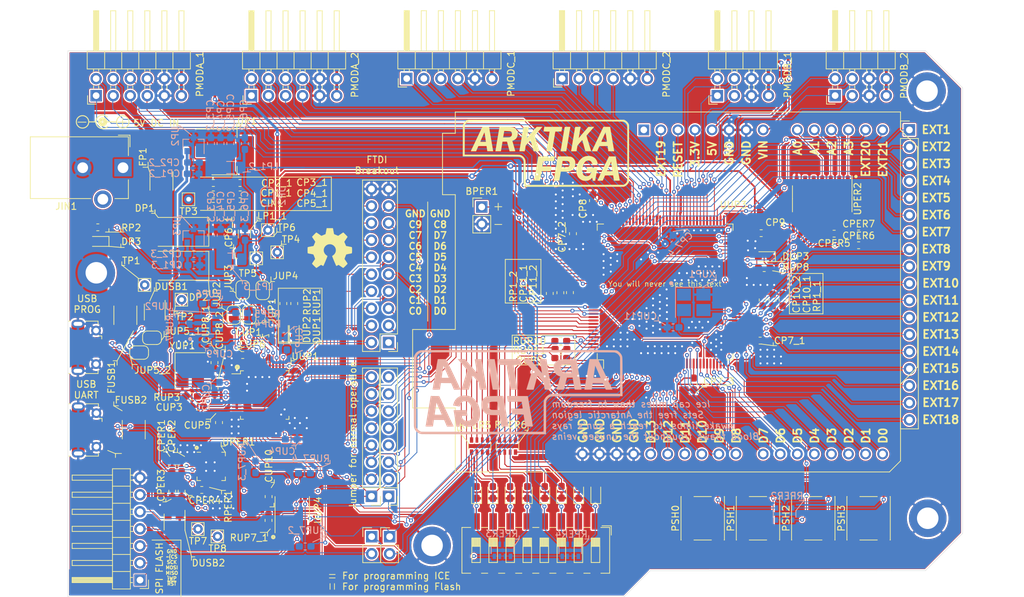
<source format=kicad_pcb>
(kicad_pcb (version 20171130) (host pcbnew "(5.1.6)-1")
  (title_block (title "Arktica FPGA") (date 2020-08-04) (company "Authors: Afonso Muralha and João Nuno Carvalho"))
  (layers (0 Front signal) (31 Back signal) (34 B.Paste user) (35 F.Paste user) (36 B.SilkS user) (37 F.SilkS user) (38 B.Mask user) (39 F.Mask user) (44 Edge.Cuts user))
  (net 0 "")
  (net 1 "Net-(A1-Pad1)")
  (net 2 /FPGA_IO/ARDUINO_D2)
  (net 3 /FPGA_IO/ARDUINO_EXTRA_1)
  (net 4 /FPGA_IO/ARDUINO_D3)
  (net 5 /FPGA_IO/ARDUINO_RESET)
  (net 6 /FPGA_IO/ARDUINO_D4)
  (net 7 /VCC3V3)
  (net 8 /FPGA_IO/ARDUINO_D5)
  (net 9 /VCC5V)
  (net 10 /FPGA_IO/ARDUINO_D6)
  (net 11 GND)
  (net 12 /FPGA_IO/ARDUINO_D7)
  (net 13 /FPGA_IO/ARDUINO_D8)
  (net 14 /VIN)
  (net 15 /FPGA_IO/ARDUINO_D9)
  (net 16 /FPGA_IO/ARDUINO_D10)
  (net 17 /FPGA_IO/ARDUINO_D11)
  (net 18 /FPGA_IO/ARDUINO_D12)
  (net 19 /FPGA_IO/ARDUINO_D13)
  (net 20 /FPGA_IO/ARDUINO_D0)
  (net 21 /FPGA_IO/ARDUINO_D1)
  (net 22 /FPGA_IO/Buzzer)
  (net 23 "Net-(CCP5_2-Pad1)")
  (net 24 /Power/VCC_CORE)
  (net 25 /Power/VCCPLL0)
  (net 26 /Power/VCCPLL1)
  (net 27 "Net-(CP3_1-Pad1)")
  (net 28 "Net-(CP3_3-Pad1)")
  (net 29 /Power/VCC1.2_PLL)
  (net 30 /FPGA_PERIPHS/Vbus)
  (net 31 "/USB AND PROG/VCC_CORE_USB")
  (net 32 "Net-(CUP7-Pad1)")
  (net 33 "/USB AND PROG/VCC3V3_USB")
  (net 34 "Net-(CUP8_1-Pad1)")
  (net 35 "Net-(CUP8_2-Pad1)")
  (net 36 "Net-(D0-Pad2)")
  (net 37 "Net-(D1-Pad2)")
  (net 38 "Net-(D2-Pad2)")
  (net 39 "Net-(D3-Pad2)")
  (net 40 "Net-(D4-Pad2)")
  (net 41 "Net-(D5-Pad2)")
  (net 42 "Net-(D6-Pad2)")
  (net 43 "Net-(D7-Pad2)")
  (net 44 "Net-(DP1-Pad2)")
  (net 45 "Net-(DP3-Pad2)")
  (net 46 "/USB AND PROG/C9")
  (net 47 "Net-(DUP1-Pad2)")
  (net 48 "/USB AND PROG/C8")
  (net 49 "Net-(DUP2-Pad2)")
  (net 50 "/USB AND PROG/CDONE")
  (net 51 /Power/Vbus)
  (net 52 /FPGA_PERIPHS/D+)
  (net 53 /FPGA_PERIPHS/D-)
  (net 54 "Net-(FUSB1-Pad2)")
  (net 55 "Net-(FUSB2-Pad2)")
  (net 56 "Net-(JUP1-Pad2)")
  (net 57 "/USB AND PROG/FLASH_CS")
  (net 58 "/USB AND PROG/ICE_SCK")
  (net 59 "/USB AND PROG/FLASH_MOSI")
  (net 60 "/USB AND PROG/FLASH_MISO")
  (net 61 "/USB AND PROG/flash_~WP")
  (net 62 "/USB AND PROG/flash_~RST")
  (net 63 "/USB AND PROG/ICE_CS")
  (net 64 "/USB AND PROG/ICE_CRESET")
  (net 65 "/USB AND PROG/ICE_SO")
  (net 66 "/USB AND PROG/ICE_SI")
  (net 67 "Net-(JUSB1-Pad4)")
  (net 68 "Net-(JUSB2-Pad4)")
  (net 69 /FPGA_IO/PMOD1_A_1)
  (net 70 /FPGA_IO/PMOD1_A_2)
  (net 71 /FPGA_IO/PMOD1_A_3)
  (net 72 /FPGA_IO/PMOD1_A_4)
  (net 73 /FPGA_IO/PMOD1_A_7)
  (net 74 /FPGA_IO/PMOD1_A_8)
  (net 75 /FPGA_IO/PMOD1_A_9)
  (net 76 /FPGA_IO/PMOD1_A_10)
  (net 77 /FPGA_IO/PMOD1_B_1)
  (net 78 /FPGA_IO/PMOD1_B_2)
  (net 79 /FPGA_IO/PMOD1_B_3)
  (net 80 /FPGA_IO/PMOD1_B_4)
  (net 81 /FPGA_IO/PMOD1_B_7)
  (net 82 /FPGA_IO/PMOD1_B_8)
  (net 83 /FPGA_IO/PMOD1_B_9)
  (net 84 /FPGA_IO/PMOD1_B_10)
  (net 85 /FPGA_IO/PMOD2_A_1)
  (net 86 /FPGA_IO/PMOD2_A_2)
  (net 87 /FPGA_IO/PMOD2_A_3)
  (net 88 /FPGA_IO/PMOD2_A_4)
  (net 89 /FPGA_IO/PMOD2_B_2)
  (net 90 /FPGA_IO/PMOD2_B_3)
  (net 91 /FPGA_IO/PMOD2_B_4)
  (net 92 /FPGA_IO/PMOD3_A_1)
  (net 93 /FPGA_IO/PMOD3_A_2)
  (net 94 /FPGA_IO/PMOD3_A_3)
  (net 95 /FPGA_IO/PMOD3_A_4)
  (net 96 /FPGA_IO/PMOD3_B_1)
  (net 97 /FPGA_IO/PMOD3_B_2)
  (net 98 /FPGA_IO/PMOD3_B_3)
  (net 99 /FPGA_IO/PMOD3_B_4)
  (net 100 "Net-(RPER1-Pad2)")
  (net 101 "Net-(RUP3-Pad1)")
  (net 102 "/USB AND PROG/EECS")
  (net 103 "/USB AND PROG/EECLK")
  (net 104 "/USB AND PROG/EEDATA")
  (net 105 "Net-(RUP7-Pad2)")
  (net 106 "Net-(UPER1-Pad1)")
  (net 107 "Net-(UPER1-Pad2)")
  (net 108 "Net-(UPER1-Pad10)")
  (net 109 "Net-(UPER1-Pad11)")
  (net 110 "Net-(UPER1-Pad12)")
  (net 111 "Net-(UPER1-Pad13)")
  (net 112 "Net-(UPER1-Pad14)")
  (net 113 "Net-(UPER1-Pad15)")
  (net 114 "Net-(UPER1-Pad16)")
  (net 115 "Net-(UPER1-Pad17)")
  (net 116 "Net-(UPER1-Pad18)")
  (net 117 "Net-(UPER1-Pad19)")
  (net 118 "Net-(UPER1-Pad20)")
  (net 119 "Net-(UPER1-Pad21)")
  (net 120 "Net-(UPER1-Pad22)")
  (net 121 /FPGA_PERIPHS/~CTS)
  (net 122 /FPGA_PERIPHS/~RTS)
  (net 123 /FPGA_PERIPHS/~DSR)
  (net 124 /FPGA_PERIPHS/~DTR)
  (net 125 "Net-(UPER2-Pad5)")
  (net 126 "Net-(UPER2-Pad6)")
  (net 127 "Net-(UUP3-Pad35)")
  (net 128 "Net-(UUP3-Pad36)")
  (net 129 "Net-(UUP3-Pad50)")
  (net 130 "Net-(UUP3-Pad51)")
  (net 131 "Net-(UUP3-Pad58)")
  (net 132 "Net-(UUP3-Pad73)")
  (net 133 "Net-(UUP3-Pad77)")
  (net 134 /FPGA_IO/OSC_OUT)
  (net 135 "Net-(UUP3-Pad109)")
  (net 136 "Net-(UUP3-Pad133)")
  (net 137 "Net-(XUP1-Pad1)")
  (net 138 "/USB AND PROG/D'-")
  (net 139 "/USB AND PROG/D'+")
  (net 140 /D+)
  (net 141 /D-)
  (net 142 "/USB AND PROG/C8'")
  (net 143 "/USB AND PROG/C9'")
  (net 144 /GNDPLL1)
  (net 145 /GNDPLL0)
  (net 146 /FPGA_IO/LED7)
  (net 147 /FPGA_IO/LED6)
  (net 148 /FPGA_IO/LED5)
  (net 149 /FPGA_IO/LED4)
  (net 150 /FPGA_IO/LED3)
  (net 151 /FPGA_IO/LED2)
  (net 152 /FPGA_IO/LED1)
  (net 153 /FPGA_IO/LED0)
  (net 154 /FPGA_IO/PSH3)
  (net 155 /FPGA_IO/PSH2)
  (net 156 /FPGA_IO/PSH1)
  (net 157 /FPGA_IO/PSH0)
  (net 158 /FPGA_IO/SW4)
  (net 159 /FPGA_IO/SW6)
  (net 160 /FPGA_IO/SW5)
  (net 161 /FPGA_IO/SW7)
  (net 162 /FPGA_IO/SW0)
  (net 163 /FPGA_IO/SW2)
  (net 164 /FPGA_IO/SW1)
  (net 165 /FPGA_IO/SW3)
  (net 166 ADC_CH0)
  (net 167 ADC_CH1)
  (net 168 ADC_CH2)
  (net 169 ADC_CH3)
  (net 170 ADC_CS)
  (net 171 ADC_MOSI)
  (net 172 ADC_MISO)
  (net 173 ADC_CLK)
  (net 174 UART_TX)
  (net 175 UART_RX)
  (net 176 /FPGA_IO/EXT1)
  (net 177 "/USB AND PROG/ACBUS7")
  (net 178 "/USB AND PROG/ADBUS7")
  (net 179 "/USB AND PROG/ACBUS6")
  (net 180 "/USB AND PROG/ADBUS6")
  (net 181 "/USB AND PROG/ACBUS5")
  (net 182 "/USB AND PROG/ADBUS5")
  (net 183 "/USB AND PROG/ACBUS4")
  (net 184 "/USB AND PROG/ADBUS4")
  (net 185 "/USB AND PROG/ACBUS3")
  (net 186 "/USB AND PROG/ADBUS3")
  (net 187 "/USB AND PROG/ACBUS2")
  (net 188 "/USB AND PROG/ADBUS2")
  (net 189 "/USB AND PROG/ACBUS1")
  (net 190 "/USB AND PROG/ADBUS1")
  (net 191 "/USB AND PROG/ACBUS0")
  (net 192 "/USB AND PROG/ADBUS0")
  (net 193 /FPGA_IO/PMOD2_B_1)
  (net 194 /FPGA_IO/EXT17)
  (net 195 /FPGA_IO/EXT16)
  (net 196 /FPGA_IO/EXT15)
  (net 197 /FPGA_IO/EXT14)
  (net 198 /FPGA_IO/EXT13)
  (net 199 /FPGA_IO/EXT12)
  (net 200 /FPGA_IO/EXT11)
  (net 201 /FPGA_IO/EXT10)
  (net 202 /FPGA_IO/EXT9)
  (net 203 /FPGA_IO/EXT8)
  (net 204 /FPGA_IO/EXT7)
  (net 205 /FPGA_IO/EXT6)
  (net 206 /FPGA_IO/EXT5)
  (net 207 /FPGA_IO/EXT4)
  (net 208 /FPGA_IO/EXT3)
  (net 209 /FPGA_IO/EXT2)
  (net 210 /FPGA_IO/EXT18)
  (net 211 "Net-(UUP3-Pad55)")
  (net 212 "Net-(UUP3-Pad56)")
  (net 213 "Net-(UUP3-Pad60)")
  (net 214 /FPGA_IO/ARDUINO_EXTRA_4)
  (net 215 /FPGA_IO/ARDUINO_EXTRA_3)
  (net 216 "Net-(RUP9-Pad1)")
  (net 217 "Net-(RUP10-Pad1)")
  (net 218 /FPGA_IO/D+')
  (module Mounting_Holes:MountingHole_3.2mm_M3_DIN965_Pad (layer Front) (at 138.55 131.25)
    (fp_text reference REF** hide)
    (fp_text value MountingHole_3.2mm_M3_DIN965_Pad)
    (pad 1 thru_hole circle (at 0 0) (size 5.6 5.6) (drill 3.2) (layers *.Cu *.Mask) (net 11 GND))
  )
  (module Mounting_Holes:MountingHole_3.2mm_M3_DIN965_Pad (layer Front) (at 88.55 90.65)
    (fp_text reference REF** hide)
    (fp_text value MountingHole_3.2mm_M3_DIN965_Pad)
    (pad 1 thru_hole circle (at 0 0) (size 5.6 5.6) (drill 3.2) (layers *.Cu *.Mask) (net 11 GND))
  )
  (module Mounting_Holes:MountingHole_3.2mm_M3_DIN965_Pad (layer Front) (at 212.25 63.6)
    (fp_text reference REF** hide)
    (fp_text value MountingHole_3.2mm_M3_DIN965_Pad)
    (pad 1 thru_hole circle (at 0 0) (size 5.6 5.6) (drill 3.2) (layers *.Cu *.Mask) (net 11 GND))
  )
  (module Mounting_Holes:MountingHole_3.2mm_M3_DIN965_Pad (layer Front) (at 212.35 127.2)
    (fp_text reference REF** hide)
    (fp_text value MountingHole_3.2mm_M3_DIN965_Pad)
    (pad 1 thru_hole circle (at 0 0) (size 5.6 5.6) (drill 3.2) (layers *.Cu *.Mask) (net 11 GND))
  )
  (module Crystals:Crystal_SMD_3225-4pin_3.2x2.5mm_HandSoldering (layer Back) (at 177.5 95.05)
    (fp_text reference XUP1 (at 1.25 -4.2) (layer B.SilkS) (effects (justify mirror)))
    (fp_text value ASCO)
    (pad 1 smd rect (at -1.45 -1.15) (size 2.1 1.8) (layers Back B.Paste B.Mask) (net 137 "Net-(XUP1-Pad1)"))
    (pad 2 smd rect (at 1.45 -1.15) (size 2.1 1.8) (layers Back B.Paste B.Mask) (net 11 GND))
    (pad 3 smd rect (at 1.45 1.15) (size 2.1 1.8) (layers Back B.Paste B.Mask) (net 134 /FPGA_IO/OSC_OUT))
    (pad 4 smd rect (at -1.45 1.15) (size 2.1 1.8) (layers Back B.Paste B.Mask) (net 7 /VCC3V3))
  )
  (module Connector_USB:USB_Micro-B_Molex-105017-0001 (layer Front) (at 87.1 114.05 270)
    (fp_text reference JUSB2 hide)
    (fp_text value USB_B_Micro)
    (pad 6 smd rect (at -2.9 1.2375 270) (size 1.2 1.9) (layers Front F.Mask) (net 11 GND))
    (pad 6 smd rect (at 2.9 1.2375 270) (size 1.2 1.9) (layers Front F.Mask) (net 11 GND))
    (pad 6 thru_hole oval (at 3.5 1.2375 270) (size 1.2 1.9) (drill oval 0.6 1.3) (layers *.Cu *.Mask) (net 11 GND))
    (pad 6 thru_hole oval (at -3.5 1.2375 90) (size 1.2 1.9) (drill oval 0.6 1.3) (layers *.Cu *.Mask) (net 11 GND))
    (pad 6 smd rect (at -1 1.2375 270) (size 1.5 1.9) (layers Front F.Paste F.Mask) (net 11 GND))
    (pad 6 thru_hole circle (at 2.5 -1.4625 270) (size 1.45 1.45) (drill 0.85) (layers *.Cu *.Mask) (net 11 GND))
    (pad 3 smd rect (at 0 -1.4625 270) (size 0.4 1.35) (layers Front F.Paste F.Mask) (net 52 /FPGA_PERIPHS/D+))
    (pad 4 smd rect (at 0.65 -1.4625 270) (size 0.4 1.35) (layers Front F.Paste F.Mask) (net 68 "Net-(JUSB2-Pad4)"))
    (pad 5 smd rect (at 1.3 -1.4625 270) (size 0.4 1.35) (layers Front F.Paste F.Mask) (net 11 GND))
    (pad 1 smd rect (at -1.3 -1.4625 270) (size 0.4 1.35) (layers Front F.Paste F.Mask) (net 55 "Net-(FUSB2-Pad2)"))
    (pad 2 smd rect (at -0.65 -1.4625 270) (size 0.4 1.35) (layers Front F.Paste F.Mask) (net 53 /FPGA_PERIPHS/D-))
    (pad 6 thru_hole circle (at -2.5 -1.4625 270) (size 1.45 1.45) (drill 0.85) (layers *.Cu *.Mask) (net 11 GND))
    (pad 6 smd rect (at 1 1.2375 270) (size 1.5 1.9) (layers Front F.Paste F.Mask) (net 11 GND))
  )
  (module Connector_USB:USB_Micro-B_Molex-105017-0001 (layer Front) (at 87.05 101.75 270)
    (fp_text reference JUSB1 hide)
    (fp_text value USB_B_Micro)
    (pad 6 smd rect (at -2.9 1.2375 270) (size 1.2 1.9) (layers Front F.Mask) (net 11 GND))
    (pad 6 smd rect (at 2.9 1.2375 270) (size 1.2 1.9) (layers Front F.Mask) (net 11 GND))
    (pad 6 thru_hole oval (at 3.5 1.2375 270) (size 1.2 1.9) (drill oval 0.6 1.3) (layers *.Cu *.Mask) (net 11 GND))
    (pad 6 thru_hole oval (at -3.5 1.2375 90) (size 1.2 1.9) (drill oval 0.6 1.3) (layers *.Cu *.Mask) (net 11 GND))
    (pad 6 smd rect (at -1 1.2375 270) (size 1.5 1.9) (layers Front F.Paste F.Mask) (net 11 GND))
    (pad 6 thru_hole circle (at 2.5 -1.4625 270) (size 1.45 1.45) (drill 0.85) (layers *.Cu *.Mask) (net 11 GND))
    (pad 3 smd rect (at 0 -1.4625 270) (size 0.4 1.35) (layers Front F.Paste F.Mask) (net 140 /D+))
    (pad 4 smd rect (at 0.65 -1.4625 270) (size 0.4 1.35) (layers Front F.Paste F.Mask) (net 67 "Net-(JUSB1-Pad4)"))
    (pad 5 smd rect (at 1.3 -1.4625 270) (size 0.4 1.35) (layers Front F.Paste F.Mask) (net 11 GND))
    (pad 1 smd rect (at -1.3 -1.4625 270) (size 0.4 1.35) (layers Front F.Paste F.Mask) (net 54 "Net-(FUSB1-Pad2)"))
    (pad 2 smd rect (at -0.65 -1.4625 270) (size 0.4 1.35) (layers Front F.Paste F.Mask) (net 141 /D-))
    (pad 6 thru_hole circle (at -2.5 -1.4625 270) (size 1.45 1.45) (drill 0.85) (layers *.Cu *.Mask) (net 11 GND))
    (pad 6 smd rect (at 1 1.2375 270) (size 1.5 1.9) (layers Front F.Paste F.Mask) (net 11 GND))
  )
  (module Jumper:SolderJumper-2_P1.3mm_Open_RoundedPad1.0x1.5mm (layer Back) (at 114 79.3 270)
    (fp_text reference JP2 (at 0 -2.2 90) (layer B.SilkS) (effects (justify mirror)))
    (fp_text value SolderJumper_2_Open)
    (pad 2 smd custom (at 0.65 0 270) (size 1 0.5) (layers Back B.Mask) (net 29 /Power/VCC1.2_PLL) (options (clearance outline) (anchor rect)) (primitives (gr_circle (center 0 -0.25) (end 0.5 -0.25) (width 0)) (gr_circle (center 0 0.25) (end 0.5 0.25) (width 0)) (gr_poly (pts (xy 0 0.75) (xy -0.5 0.75) (xy -0.5 -0.75) (xy 0 -0.75)) (width 0))))
    (pad 1 smd custom (at -0.65 0 270) (size 1 0.5) (layers Back B.Mask) (net 24 /Power/VCC_CORE) (options (clearance outline) (anchor rect)) (primitives (gr_circle (center 0 -0.25) (end 0.5 -0.25) (width 0)) (gr_circle (center 0 0.25) (end 0.5 0.25) (width 0)) (gr_poly (pts (xy 0 0.75) (xy 0.5 0.75) (xy 0.5 -0.75) (xy 0 -0.75)) (width 0))))
  )
  (module Connector_Pin:Pin_D0.7mm_L6.5mm_W1.8mm_FlatFork (layer Front) (at 106.6 129.9)
    (fp_text reference TP8 (at 0 1.8) (layer F.SilkS))
    (fp_text value TestPoint)
    (pad 1 thru_hole circle (at 0 0) (size 1.4 1.4) (drill 0.7) (layers *.Cu *.Mask) (net 52 /FPGA_PERIPHS/D+))
  )
  (module Connector_Pin:Pin_D0.7mm_L6.5mm_W1.8mm_FlatFork (layer Front) (at 103.7 128.8)
    (fp_text reference TP7 (at 0 1.8) (layer F.SilkS))
    (fp_text value TestPoint)
    (pad 1 thru_hole circle (at 0 0) (size 1.4 1.4) (drill 0.7) (layers *.Cu *.Mask) (net 53 /FPGA_PERIPHS/D-))
  )
  (module Connector_Pin:Pin_D0.7mm_L6.5mm_W1.8mm_FlatFork (layer Front) (at 114.1 84.3)
    (fp_text reference TP6 (at 2.78 -0.39) (layer F.SilkS))
    (fp_text value TestPoint)
    (pad 1 thru_hole circle (at 0 0) (size 1.4 1.4) (drill 0.7) (layers *.Cu *.Mask) (net 29 /Power/VCC1.2_PLL))
  )
  (module Connector_Pin:Pin_D0.7mm_L6.5mm_W1.8mm_FlatFork (layer Front) (at 112.4 88.5)
    (fp_text reference TP5 (at -1.29 2.23) (layer F.SilkS))
    (fp_text value TestPoint)
    (pad 1 thru_hole circle (at 0 0) (size 1.4 1.4) (drill 0.7) (layers *.Cu *.Mask) (net 24 /Power/VCC_CORE))
  )
  (module Connector_Pin:Pin_D0.7mm_L6.5mm_W1.8mm_FlatFork (layer Front) (at 115.5 87.6)
    (fp_text reference TP4 (at 2.04 -1.93) (layer F.SilkS))
    (fp_text value TestPoint)
    (pad 1 thru_hole circle (at 0 0) (size 1.4 1.4) (drill 0.7) (layers *.Cu *.Mask) (net 7 /VCC3V3))
  )
  (module Connector_Pin:Pin_D0.7mm_L6.5mm_W1.8mm_FlatFork (layer Front) (at 102.3 79.7)
    (fp_text reference TP3 (at 0 1.8) (layer F.SilkS))
    (fp_text value TestPoint)
    (pad 1 thru_hole circle (at 0 0) (size 1.4 1.4) (drill 0.7) (layers *.Cu *.Mask) (net 9 /VCC5V))
  )
  (module Connector_Pin:Pin_D0.7mm_L6.5mm_W1.8mm_FlatFork (layer Front) (at 101.25 94.65)
    (fp_text reference TP2 (at 0.45 2.55) (layer F.SilkS))
    (fp_text value TestPoint)
    (pad 1 thru_hole circle (at 0 0) (size 1.4 1.4) (drill 0.7) (layers *.Cu *.Mask) (net 141 /D-))
  )
  (module Connector_Pin:Pin_D0.7mm_L6.5mm_W1.8mm_FlatFork (layer Front) (at 95.758 92.456)
    (fp_text reference TP1 (at -2.008 -3.606) (layer F.SilkS))
    (fp_text value TestPoint)
    (pad 1 thru_hole circle (at 0 0) (size 1.4 1.4) (drill 0.7) (layers *.Cu *.Mask) (net 140 /D+))
  )
  (module Arktica-Specific:arktika-fpga-logo-smaller (layer Front) (at 155.2 73.7)
    (fp_text reference G*** hide)
    (fp_text value LOGO hide)
  )
  (module Symbol:OSHW-Symbol_6.7x6mm_SilkScreen (layer Front) (at 123.31 86.98)
    (fp_text reference REF** hide)
    (fp_text value OSHW-Symbol_6.7x6mm_SilkScreen hide)
  )
  (module Symbol:Symbol_Barrel_Polarity (layer Front) (at 89.5 68.1)
    (fp_text reference REF** hide)
    (fp_text value Symbol_Barrel_Polarity)
  )
  (module Arktica-Specific:arktika-fpga-logo (layer Back) (at 151.75 109.5 180)
    (fp_text reference G*** hide)
    (fp_text value LOGO hide)
  )
  (module Resistor_SMD:R_0603_1608Metric_Pad1.05x0.95mm_HandSolder (layer Front) (at 157.74 102 180)
    (fp_text reference RUP11 (at 4.66 -0.23) (layer F.SilkS))
    (fp_text value 1.5k)
    (pad 2 smd roundrect (at 0.875 0 180) (size 1.05 0.95) (layers Front F.Paste F.Mask) (net 140 /D+))
    (pad 1 smd roundrect (at -0.875 0 180) (size 1.05 0.95) (layers Front F.Paste F.Mask) (net 218 /FPGA_IO/D+'))
  )
  (module Resistor_SMD:R_0603_1608Metric_Pad1.05x0.95mm_HandSolder (layer Front) (at 157.71 100.81 180)
    (fp_text reference RUP10 (at 4.65 0.01) (layer F.SilkS))
    (fp_text value 68)
    (pad 2 smd roundrect (at 0.875 0 180) (size 1.05 0.95) (layers Front F.Paste F.Mask) (net 140 /D+))
    (pad 1 smd roundrect (at -0.875 0 180) (size 1.05 0.95) (layers Front F.Paste F.Mask) (net 217 "Net-(RUP10-Pad1)"))
  )
  (module Resistor_SMD:R_0603_1608Metric_Pad1.05x0.95mm_HandSolder (layer Front) (at 157.71 103.35 180)
    (fp_text reference RUP9 (at 4.65 -0.34) (layer F.SilkS))
    (fp_text value 68)
    (pad 2 smd roundrect (at 0.875 0 180) (size 1.05 0.95) (layers Front F.Paste F.Mask) (net 141 /D-))
    (pad 1 smd roundrect (at -0.875 0 180) (size 1.05 0.95) (layers Front F.Paste F.Mask) (net 216 "Net-(RUP9-Pad1)"))
  )
  (module Capacitor_SMD:C_0603_1608Metric_Pad1.05x0.95mm_HandSolder (layer Back) (at 173.85 85.65 45)
    (fp_text reference CP7_4 (at 0.601041 1.732412 45) (layer B.SilkS) (effects (justify mirror)))
    (fp_text value 10n)
    (pad 2 smd roundrect (at 0.875 0 45) (size 1.05 0.95) (layers Back B.Paste B.Mask) (net 11 GND))
    (pad 1 smd roundrect (at -0.875 0 45) (size 1.05 0.95) (layers Back B.Paste B.Mask) (net 24 /Power/VCC_CORE))
  )
  (module Capacitor_SMD:C_0603_1608Metric_Pad1.05x0.95mm_HandSolder (layer Front) (at 198.415 84.825 180)
    (fp_text reference CPER5 (at 0 -1.43) (layer F.SilkS))
    (fp_text value 1u)
    (pad 2 smd roundrect (at 0.875 0 180) (size 1.05 0.95) (layers Front F.Paste F.Mask) (net 11 GND))
    (pad 1 smd roundrect (at -0.875 0 180) (size 1.05 0.95) (layers Front F.Paste F.Mask) (net 7 /VCC3V3))
  )
  (module Capacitor_SMD:C_0603_1608Metric_Pad1.05x0.95mm_HandSolder (layer Front) (at 202.065 84.8)
    (fp_text reference CPER7 (at 0 -1.43) (layer F.SilkS))
    (fp_text value 10u)
    (pad 2 smd roundrect (at 0.875 0) (size 1.05 0.95) (layers Front F.Paste F.Mask) (net 11 GND))
    (pad 1 smd roundrect (at -0.875 0) (size 1.05 0.95) (layers Front F.Paste F.Mask) (net 7 /VCC3V3))
  )
  (module Capacitor_SMD:C_0603_1608Metric_Pad1.05x0.95mm_HandSolder (layer Front) (at 202.065 86.55)
    (fp_text reference CPER6 (at 0 -1.43) (layer F.SilkS))
    (fp_text value 1u)
    (pad 2 smd roundrect (at 0.875 0) (size 1.05 0.95) (layers Front F.Paste F.Mask) (net 11 GND))
    (pad 1 smd roundrect (at -0.875 0) (size 1.05 0.95) (layers Front F.Paste F.Mask) (net 7 /VCC3V3))
  )
  (module Connector_PinHeader_2.54mm:PinHeader_1x02_P2.54mm_Vertical (layer Front) (at 145.95 80.85)
    (fp_text reference BPER1 (at 0 -2.33) (layer F.SilkS))
    (fp_text value Buzzer)
    (pad 2 thru_hole oval (at 0 2.54) (size 1.7 1.7) (drill 1) (layers *.Cu *.Mask) (net 11 GND))
    (pad 1 thru_hole rect (at 0 0) (size 1.7 1.7) (drill 1) (layers *.Cu *.Mask) (net 22 /FPGA_IO/Buzzer))
  )
  (module Connector_PinHeader_2.54mm:PinHeader_1x18_P2.54mm_Vertical (layer Front) (at 209.625 69.375)
    (fp_text reference JEXT1 hide)
    (fp_text value Conn_01x18-Connector_Generic)
    (pad 18 thru_hole oval (at 0 43.18) (size 1.7 1.7) (drill 1) (layers *.Cu *.Mask) (net 210 /FPGA_IO/EXT18))
    (pad 17 thru_hole oval (at 0 40.64) (size 1.7 1.7) (drill 1) (layers *.Cu *.Mask) (net 194 /FPGA_IO/EXT17))
    (pad 16 thru_hole oval (at 0 38.1) (size 1.7 1.7) (drill 1) (layers *.Cu *.Mask) (net 195 /FPGA_IO/EXT16))
    (pad 15 thru_hole oval (at 0 35.56) (size 1.7 1.7) (drill 1) (layers *.Cu *.Mask) (net 196 /FPGA_IO/EXT15))
    (pad 14 thru_hole oval (at 0 33.02) (size 1.7 1.7) (drill 1) (layers *.Cu *.Mask) (net 197 /FPGA_IO/EXT14))
    (pad 13 thru_hole oval (at 0 30.48) (size 1.7 1.7) (drill 1) (layers *.Cu *.Mask) (net 198 /FPGA_IO/EXT13))
    (pad 12 thru_hole oval (at 0 27.94) (size 1.7 1.7) (drill 1) (layers *.Cu *.Mask) (net 199 /FPGA_IO/EXT12))
    (pad 11 thru_hole oval (at 0 25.4) (size 1.7 1.7) (drill 1) (layers *.Cu *.Mask) (net 200 /FPGA_IO/EXT11))
    (pad 10 thru_hole oval (at 0 22.86) (size 1.7 1.7) (drill 1) (layers *.Cu *.Mask) (net 201 /FPGA_IO/EXT10))
    (pad 9 thru_hole oval (at 0 20.32) (size 1.7 1.7) (drill 1) (layers *.Cu *.Mask) (net 202 /FPGA_IO/EXT9))
    (pad 8 thru_hole oval (at 0 17.78) (size 1.7 1.7) (drill 1) (layers *.Cu *.Mask) (net 203 /FPGA_IO/EXT8))
    (pad 7 thru_hole oval (at 0 15.24) (size 1.7 1.7) (drill 1) (layers *.Cu *.Mask) (net 204 /FPGA_IO/EXT7))
    (pad 6 thru_hole oval (at 0 12.7) (size 1.7 1.7) (drill 1) (layers *.Cu *.Mask) (net 205 /FPGA_IO/EXT6))
    (pad 5 thru_hole oval (at 0 10.16) (size 1.7 1.7) (drill 1) (layers *.Cu *.Mask) (net 206 /FPGA_IO/EXT5))
    (pad 4 thru_hole oval (at 0 7.62) (size 1.7 1.7) (drill 1) (layers *.Cu *.Mask) (net 207 /FPGA_IO/EXT4))
    (pad 3 thru_hole oval (at 0 5.08) (size 1.7 1.7) (drill 1) (layers *.Cu *.Mask) (net 208 /FPGA_IO/EXT3))
    (pad 2 thru_hole oval (at 0 2.54) (size 1.7 1.7) (drill 1) (layers *.Cu *.Mask) (net 209 /FPGA_IO/EXT2))
    (pad 1 thru_hole rect (at 0 0) (size 1.7 1.7) (drill 1) (layers *.Cu *.Mask) (net 176 /FPGA_IO/EXT1))
  )
  (module Module:Arduino_UNO_R3 (layer Front) (at 170.075 69.37)
    (fp_text reference A1 hide)
    (fp_text value Arduino_UNO_R3)
    (pad 16 thru_hole oval (at 33.02 48.26 90) (size 1.6 1.6) (drill 1) (layers *.Cu *.Mask) (net 21 /FPGA_IO/ARDUINO_D1))
    (pad 15 thru_hole oval (at 35.56 48.26 90) (size 1.6 1.6) (drill 1) (layers *.Cu *.Mask) (net 20 /FPGA_IO/ARDUINO_D0))
    (pad 30 thru_hole oval (at -4.06 48.26 90) (size 1.6 1.6) (drill 1) (layers *.Cu *.Mask) (net 11 GND))
    (pad 14 thru_hole oval (at 35.56 0 90) (size 1.6 1.6) (drill 1) (layers *.Cu *.Mask) (net 215 /FPGA_IO/ARDUINO_EXTRA_3))
    (pad 29 thru_hole oval (at -1.52 48.26 90) (size 1.6 1.6) (drill 1) (layers *.Cu *.Mask) (net 11 GND))
    (pad 13 thru_hole oval (at 33.02 0 90) (size 1.6 1.6) (drill 1) (layers *.Cu *.Mask) (net 214 /FPGA_IO/ARDUINO_EXTRA_4))
    (pad 28 thru_hole oval (at 1.02 48.26 90) (size 1.6 1.6) (drill 1) (layers *.Cu *.Mask) (net 19 /FPGA_IO/ARDUINO_D13))
    (pad 12 thru_hole oval (at 30.48 0 90) (size 1.6 1.6) (drill 1) (layers *.Cu *.Mask) (net 169 ADC_CH3))
    (pad 27 thru_hole oval (at 3.56 48.26 90) (size 1.6 1.6) (drill 1) (layers *.Cu *.Mask) (net 18 /FPGA_IO/ARDUINO_D12))
    (pad 11 thru_hole oval (at 27.94 0 90) (size 1.6 1.6) (drill 1) (layers *.Cu *.Mask) (net 168 ADC_CH2))
    (pad 26 thru_hole oval (at 6.1 48.26 90) (size 1.6 1.6) (drill 1) (layers *.Cu *.Mask) (net 17 /FPGA_IO/ARDUINO_D11))
    (pad 10 thru_hole oval (at 25.4 0 90) (size 1.6 1.6) (drill 1) (layers *.Cu *.Mask) (net 167 ADC_CH1))
    (pad 25 thru_hole oval (at 8.64 48.26 90) (size 1.6 1.6) (drill 1) (layers *.Cu *.Mask) (net 16 /FPGA_IO/ARDUINO_D10))
    (pad 9 thru_hole oval (at 22.86 0 90) (size 1.6 1.6) (drill 1) (layers *.Cu *.Mask) (net 166 ADC_CH0))
    (pad 24 thru_hole oval (at 11.18 48.26 90) (size 1.6 1.6) (drill 1) (layers *.Cu *.Mask) (net 15 /FPGA_IO/ARDUINO_D9))
    (pad 8 thru_hole oval (at 17.78 0 90) (size 1.6 1.6) (drill 1) (layers *.Cu *.Mask) (net 14 /VIN))
    (pad 23 thru_hole oval (at 13.72 48.26 90) (size 1.6 1.6) (drill 1) (layers *.Cu *.Mask) (net 13 /FPGA_IO/ARDUINO_D8))
    (pad 7 thru_hole oval (at 15.24 0 90) (size 1.6 1.6) (drill 1) (layers *.Cu *.Mask) (net 11 GND))
    (pad 22 thru_hole oval (at 17.78 48.26 90) (size 1.6 1.6) (drill 1) (layers *.Cu *.Mask) (net 12 /FPGA_IO/ARDUINO_D7))
    (pad 6 thru_hole oval (at 12.7 0 90) (size 1.6 1.6) (drill 1) (layers *.Cu *.Mask) (net 11 GND))
    (pad 21 thru_hole oval (at 20.32 48.26 90) (size 1.6 1.6) (drill 1) (layers *.Cu *.Mask) (net 10 /FPGA_IO/ARDUINO_D6))
    (pad 5 thru_hole oval (at 10.16 0 90) (size 1.6 1.6) (drill 1) (layers *.Cu *.Mask) (net 9 /VCC5V))
    (pad 20 thru_hole oval (at 22.86 48.26 90) (size 1.6 1.6) (drill 1) (layers *.Cu *.Mask) (net 8 /FPGA_IO/ARDUINO_D5))
    (pad 4 thru_hole oval (at 7.62 0 90) (size 1.6 1.6) (drill 1) (layers *.Cu *.Mask) (net 7 /VCC3V3))
    (pad 19 thru_hole oval (at 25.4 48.26 90) (size 1.6 1.6) (drill 1) (layers *.Cu *.Mask) (net 6 /FPGA_IO/ARDUINO_D4))
    (pad 3 thru_hole oval (at 5.08 0 90) (size 1.6 1.6) (drill 1) (layers *.Cu *.Mask) (net 5 /FPGA_IO/ARDUINO_RESET))
    (pad 18 thru_hole oval (at 27.94 48.26 90) (size 1.6 1.6) (drill 1) (layers *.Cu *.Mask) (net 4 /FPGA_IO/ARDUINO_D3))
    (pad 2 thru_hole oval (at 2.54 0 90) (size 1.6 1.6) (drill 1) (layers *.Cu *.Mask) (net 3 /FPGA_IO/ARDUINO_EXTRA_1))
    (pad 17 thru_hole oval (at 30.48 48.26 90) (size 1.6 1.6) (drill 1) (layers *.Cu *.Mask) (net 2 /FPGA_IO/ARDUINO_D2))
    (pad 1 thru_hole rect (at 0 0 90) (size 1.6 1.6) (drill 1) (layers *.Cu *.Mask) (net 1 "Net-(A1-Pad1)"))
    (pad 31 thru_hole oval (at -6.6 48.26 90) (size 1.6 1.6) (drill 1) (layers *.Cu *.Mask) (net 11 GND))
    (pad 32 thru_hole oval (at -9.14 48.26 90) (size 1.6 1.6) (drill 1) (layers *.Cu *.Mask) (net 11 GND))
  )
  (module Capacitor_SMD:C_0603_1608Metric_Pad1.05x0.95mm_HandSolder (layer Front) (at 177.5 107.2 270)
    (fp_text reference CP7_3 (at -0.35 -3.75 180) (layer F.SilkS))
    (fp_text value 10n)
    (pad 2 smd roundrect (at 0.875 0 270) (size 1.05 0.95) (layers Front F.Paste F.Mask) (net 11 GND))
    (pad 1 smd roundrect (at -0.875 0 270) (size 1.05 0.95) (layers Front F.Paste F.Mask) (net 24 /Power/VCC_CORE))
  )
  (module Package_QFP:LQFP-48-1EP_7x7mm_P0.5mm_EP3.6x3.6mm (layer Front) (at 113.625 108.85)
    (fp_text reference UUP1 (at 6.025 -5.75) (layer F.SilkS))
    (fp_text value FT232H)
    (pad 1 smd roundrect (at -4.1625 -2.75) (size 1.475 0.3) (layers Front F.Paste F.Mask) (net 34 "Net-(CUP8_1-Pad1)"))
    (pad 2 smd roundrect (at -4.1625 -2.25) (size 1.475 0.3) (layers Front F.Paste F.Mask) (net 35 "Net-(CUP8_2-Pad1)"))
    (pad 3 smd roundrect (at -4.1625 -1.75) (size 1.475 0.3) (layers Front F.Paste F.Mask) (net 7 /VCC3V3))
    (pad 4 smd roundrect (at -4.1625 -1.25) (size 1.475 0.3) (layers Front F.Paste F.Mask) (net 11 GND))
    (pad 5 smd roundrect (at -4.1625 -0.75) (size 1.475 0.3) (layers Front F.Paste F.Mask) (net 101 "Net-(RUP3-Pad1)"))
    (pad 6 smd roundrect (at -4.1625 -0.25) (size 1.475 0.3) (layers Front F.Paste F.Mask) (net 138 "/USB AND PROG/D'-"))
    (pad 7 smd roundrect (at -4.1625 0.25) (size 1.475 0.3) (layers Front F.Paste F.Mask) (net 139 "/USB AND PROG/D'+"))
    (pad 8 smd roundrect (at -4.1625 0.75) (size 1.475 0.3) (layers Front F.Paste F.Mask) (net 7 /VCC3V3))
    (pad 9 smd roundrect (at -4.1625 1.25) (size 1.475 0.3) (layers Front F.Paste F.Mask) (net 11 GND))
    (pad 10 smd roundrect (at -4.1625 1.75) (size 1.475 0.3) (layers Front F.Paste F.Mask) (net 11 GND))
    (pad 11 smd roundrect (at -4.1625 2.25) (size 1.475 0.3) (layers Front F.Paste F.Mask) (net 11 GND))
    (pad 12 smd roundrect (at -4.1625 2.75) (size 1.475 0.3) (layers Front F.Paste F.Mask) (net 7 /VCC3V3))
    (pad 13 smd roundrect (at -2.75 4.1625) (size 0.3 1.475) (layers Front F.Paste F.Mask) (net 192 "/USB AND PROG/ADBUS0"))
    (pad 14 smd roundrect (at -2.25 4.1625) (size 0.3 1.475) (layers Front F.Paste F.Mask) (net 190 "/USB AND PROG/ADBUS1"))
    (pad 15 smd roundrect (at -1.75 4.1625) (size 0.3 1.475) (layers Front F.Paste F.Mask) (net 188 "/USB AND PROG/ADBUS2"))
    (pad 16 smd roundrect (at -1.25 4.1625) (size 0.3 1.475) (layers Front F.Paste F.Mask) (net 186 "/USB AND PROG/ADBUS3"))
    (pad 17 smd roundrect (at -0.75 4.1625) (size 0.3 1.475) (layers Front F.Paste F.Mask) (net 184 "/USB AND PROG/ADBUS4"))
    (pad 18 smd roundrect (at -0.25 4.1625) (size 0.3 1.475) (layers Front F.Paste F.Mask) (net 182 "/USB AND PROG/ADBUS5"))
    (pad 19 smd roundrect (at 0.25 4.1625) (size 0.3 1.475) (layers Front F.Paste F.Mask) (net 180 "/USB AND PROG/ADBUS6"))
    (pad 20 smd roundrect (at 0.75 4.1625) (size 0.3 1.475) (layers Front F.Paste F.Mask) (net 178 "/USB AND PROG/ADBUS7"))
    (pad 21 smd roundrect (at 1.25 4.1625) (size 0.3 1.475) (layers Front F.Paste F.Mask) (net 191 "/USB AND PROG/ACBUS0"))
    (pad 22 smd roundrect (at 1.75 4.1625) (size 0.3 1.475) (layers Front F.Paste F.Mask) (net 11 GND))
    (pad 23 smd roundrect (at 2.25 4.1625) (size 0.3 1.475) (layers Front F.Paste F.Mask) (net 11 GND))
    (pad 24 smd roundrect (at 2.75 4.1625) (size 0.3 1.475) (layers Front F.Paste F.Mask) (net 7 /VCC3V3))
    (pad 25 smd roundrect (at 4.1625 2.75) (size 1.475 0.3) (layers Front F.Paste F.Mask) (net 189 "/USB AND PROG/ACBUS1"))
    (pad 26 smd roundrect (at 4.1625 2.25) (size 1.475 0.3) (layers Front F.Paste F.Mask) (net 187 "/USB AND PROG/ACBUS2"))
    (pad 27 smd roundrect (at 4.1625 1.75) (size 1.475 0.3) (layers Front F.Paste F.Mask) (net 185 "/USB AND PROG/ACBUS3"))
    (pad 28 smd roundrect (at 4.1625 1.25) (size 1.475 0.3) (layers Front F.Paste F.Mask) (net 183 "/USB AND PROG/ACBUS4"))
    (pad 29 smd roundrect (at 4.1625 0.75) (size 1.475 0.3) (layers Front F.Paste F.Mask) (net 181 "/USB AND PROG/ACBUS5"))
    (pad 30 smd roundrect (at 4.1625 0.25) (size 1.475 0.3) (layers Front F.Paste F.Mask) (net 179 "/USB AND PROG/ACBUS6"))
    (pad 31 smd roundrect (at 4.1625 -0.25) (size 1.475 0.3) (layers Front F.Paste F.Mask) (net 177 "/USB AND PROG/ACBUS7"))
    (pad 32 smd roundrect (at 4.1625 -0.75) (size 1.475 0.3) (layers Front F.Paste F.Mask) (net 142 "/USB AND PROG/C8'"))
    (pad 33 smd roundrect (at 4.1625 -1.25) (size 1.475 0.3) (layers Front F.Paste F.Mask) (net 143 "/USB AND PROG/C9'"))
    (pad 34 smd roundrect (at 4.1625 -1.75) (size 1.475 0.3) (layers Front F.Paste F.Mask) (net 7 /VCC3V3))
    (pad 35 smd roundrect (at 4.1625 -2.25) (size 1.475 0.3) (layers Front F.Paste F.Mask) (net 11 GND))
    (pad 36 smd roundrect (at 4.1625 -2.75) (size 1.475 0.3) (layers Front F.Paste F.Mask) (net 11 GND))
    (pad 37 smd roundrect (at 2.75 -4.1625) (size 0.3 1.475) (layers Front F.Paste F.Mask) (net 32 "Net-(CUP7-Pad1)"))
    (pad 38 smd roundrect (at 2.25 -4.1625) (size 0.3 1.475) (layers Front F.Paste F.Mask) (net 31 "/USB AND PROG/VCC_CORE_USB"))
    (pad 39 smd roundrect (at 1.75 -4.1625) (size 0.3 1.475) (layers Front F.Paste F.Mask) (net 33 "/USB AND PROG/VCC3V3_USB"))
    (pad 40 smd roundrect (at 1.25 -4.1625) (size 0.3 1.475) (layers Front F.Paste F.Mask) (net 56 "Net-(JUP1-Pad2)"))
    (pad 41 smd roundrect (at 0.75 -4.1625) (size 0.3 1.475) (layers Front F.Paste F.Mask) (net 11 GND))
    (pad 42 smd roundrect (at 0.25 -4.1625) (size 0.3 1.475) (layers Front F.Paste F.Mask) (net 11 GND))
    (pad 43 smd roundrect (at -0.25 -4.1625) (size 0.3 1.475) (layers Front F.Paste F.Mask) (net 104 "/USB AND PROG/EEDATA"))
    (pad 44 smd roundrect (at -0.75 -4.1625) (size 0.3 1.475) (layers Front F.Paste F.Mask) (net 103 "/USB AND PROG/EECLK"))
    (pad 45 smd roundrect (at -1.25 -4.1625) (size 0.3 1.475) (layers Front F.Paste F.Mask) (net 102 "/USB AND PROG/EECS"))
    (pad 46 smd roundrect (at -1.75 -4.1625) (size 0.3 1.475) (layers Front F.Paste F.Mask) (net 7 /VCC3V3))
    (pad 47 smd roundrect (at -2.25 -4.1625) (size 0.3 1.475) (layers Front F.Paste F.Mask) (net 11 GND))
    (pad 48 smd roundrect (at -2.75 -4.1625) (size 0.3 1.475) (layers Front F.Paste F.Mask) (net 11 GND))
    (pad 49 smd rect (at 0 0) (size 3.6 3.6) (layers Front F.Mask))
  )
  (module Connector_PinHeader_2.54mm:PinHeader_2x10_P2.54mm_Vertical (layer Front) (at 132.0673 101.0285 180)
    (fp_text reference JUP6 hide)
    (fp_text value Conn_02x10_Odd_Even)
    (pad 20 thru_hole oval (at 2.54 22.86 180) (size 1.7 1.7) (drill 1) (layers *.Cu *.Mask) (net 11 GND))
    (pad 19 thru_hole oval (at 0 22.86 180) (size 1.7 1.7) (drill 1) (layers *.Cu *.Mask) (net 11 GND))
    (pad 18 thru_hole oval (at 2.54 20.32 180) (size 1.7 1.7) (drill 1) (layers *.Cu *.Mask) (net 143 "/USB AND PROG/C9'"))
    (pad 17 thru_hole oval (at 0 20.32 180) (size 1.7 1.7) (drill 1) (layers *.Cu *.Mask) (net 142 "/USB AND PROG/C8'"))
    (pad 16 thru_hole oval (at 2.54 17.78 180) (size 1.7 1.7) (drill 1) (layers *.Cu *.Mask) (net 177 "/USB AND PROG/ACBUS7"))
    (pad 15 thru_hole oval (at 0 17.78 180) (size 1.7 1.7) (drill 1) (layers *.Cu *.Mask) (net 178 "/USB AND PROG/ADBUS7"))
    (pad 14 thru_hole oval (at 2.54 15.24 180) (size 1.7 1.7) (drill 1) (layers *.Cu *.Mask) (net 179 "/USB AND PROG/ACBUS6"))
    (pad 13 thru_hole oval (at 0 15.24 180) (size 1.7 1.7) (drill 1) (layers *.Cu *.Mask) (net 180 "/USB AND PROG/ADBUS6"))
    (pad 12 thru_hole oval (at 2.54 12.7 180) (size 1.7 1.7) (drill 1) (layers *.Cu *.Mask) (net 181 "/USB AND PROG/ACBUS5"))
    (pad 11 thru_hole oval (at 0 12.7 180) (size 1.7 1.7) (drill 1) (layers *.Cu *.Mask) (net 182 "/USB AND PROG/ADBUS5"))
    (pad 10 thru_hole oval (at 2.54 10.16 180) (size 1.7 1.7) (drill 1) (layers *.Cu *.Mask) (net 183 "/USB AND PROG/ACBUS4"))
    (pad 9 thru_hole oval (at 0 10.16 180) (size 1.7 1.7) (drill 1) (layers *.Cu *.Mask) (net 184 "/USB AND PROG/ADBUS4"))
    (pad 8 thru_hole oval (at 2.54 7.62 180) (size 1.7 1.7) (drill 1) (layers *.Cu *.Mask) (net 185 "/USB AND PROG/ACBUS3"))
    (pad 7 thru_hole oval (at 0 7.62 180) (size 1.7 1.7) (drill 1) (layers *.Cu *.Mask) (net 186 "/USB AND PROG/ADBUS3"))
    (pad 6 thru_hole oval (at 2.54 5.08 180) (size 1.7 1.7) (drill 1) (layers *.Cu *.Mask) (net 187 "/USB AND PROG/ACBUS2"))
    (pad 5 thru_hole oval (at 0 5.08 180) (size 1.7 1.7) (drill 1) (layers *.Cu *.Mask) (net 188 "/USB AND PROG/ADBUS2"))
    (pad 4 thru_hole oval (at 2.54 2.54 180) (size 1.7 1.7) (drill 1) (layers *.Cu *.Mask) (net 189 "/USB AND PROG/ACBUS1"))
    (pad 3 thru_hole oval (at 0 2.54 180) (size 1.7 1.7) (drill 1) (layers *.Cu *.Mask) (net 190 "/USB AND PROG/ADBUS1"))
    (pad 2 thru_hole oval (at 2.54 0 180) (size 1.7 1.7) (drill 1) (layers *.Cu *.Mask) (net 191 "/USB AND PROG/ACBUS0"))
    (pad 1 thru_hole rect (at 0 0 180) (size 1.7 1.7) (drill 1) (layers *.Cu *.Mask) (net 192 "/USB AND PROG/ADBUS0"))
  )
  (module Pin_Headers:Pin_Header_Straight_1x08_Pitch2.54mm (layer Front) (at 132.0673 123.935 180)
    (fp_text reference JUP7_2 hide)
    (fp_text value Conn_01x08)
    (pad 1 thru_hole rect (at 0 0 180) (size 1.7 1.7) (drill 1) (layers *.Cu *.Mask) (net 58 "/USB AND PROG/ICE_SCK"))
    (pad 2 thru_hole oval (at 0 2.54 180) (size 1.7 1.7) (drill 1) (layers *.Cu *.Mask) (net 59 "/USB AND PROG/FLASH_MOSI"))
    (pad 3 thru_hole oval (at 0 5.08 180) (size 1.7 1.7) (drill 1) (layers *.Cu *.Mask) (net 60 "/USB AND PROG/FLASH_MISO"))
    (pad 4 thru_hole oval (at 0 7.62 180) (size 1.7 1.7) (drill 1) (layers *.Cu *.Mask) (net 63 "/USB AND PROG/ICE_CS"))
    (pad 5 thru_hole oval (at 0 10.16 180) (size 1.7 1.7) (drill 1) (layers *.Cu *.Mask) (net 50 "/USB AND PROG/CDONE"))
    (pad 6 thru_hole oval (at 0 12.7 180) (size 1.7 1.7) (drill 1) (layers *.Cu *.Mask) (net 64 "/USB AND PROG/ICE_CRESET"))
    (pad 7 thru_hole oval (at 0 15.24 180) (size 1.7 1.7) (drill 1) (layers *.Cu *.Mask) (net 48 "/USB AND PROG/C8"))
    (pad 8 thru_hole oval (at 0 17.78 180) (size 1.7 1.7) (drill 1) (layers *.Cu *.Mask) (net 46 "/USB AND PROG/C9"))
  )
  (module Connector_PinHeader_2.54mm:PinHeader_2x06_P2.54mm_Horizontal (layer Front) (at 111.6515 64.2715 90)
    (fp_text reference PMODA_2 (at 3.0815 15.3985 90) (layer F.SilkS))
    (fp_text value Conn_02x06_Odd_Even)
    (pad 12 thru_hole oval (at 2.54 12.7 90) (size 1.7 1.7) (drill 1) (layers *.Cu *.Mask) (net 7 /VCC3V3))
    (pad 11 thru_hole oval (at 0 12.7 90) (size 1.7 1.7) (drill 1) (layers *.Cu *.Mask) (net 7 /VCC3V3))
    (pad 10 thru_hole oval (at 2.54 10.16 90) (size 1.7 1.7) (drill 1) (layers *.Cu *.Mask) (net 11 GND))
    (pad 9 thru_hole oval (at 0 10.16 90) (size 1.7 1.7) (drill 1) (layers *.Cu *.Mask) (net 11 GND))
    (pad 8 thru_hole oval (at 2.54 7.62 90) (size 1.7 1.7) (drill 1) (layers *.Cu *.Mask) (net 84 /FPGA_IO/PMOD1_B_10))
    (pad 7 thru_hole oval (at 0 7.62 90) (size 1.7 1.7) (drill 1) (layers *.Cu *.Mask) (net 80 /FPGA_IO/PMOD1_B_4))
    (pad 6 thru_hole oval (at 2.54 5.08 90) (size 1.7 1.7) (drill 1) (layers *.Cu *.Mask) (net 83 /FPGA_IO/PMOD1_B_9))
    (pad 5 thru_hole oval (at 0 5.08 90) (size 1.7 1.7) (drill 1) (layers *.Cu *.Mask) (net 79 /FPGA_IO/PMOD1_B_3))
    (pad 4 thru_hole oval (at 2.54 2.54 90) (size 1.7 1.7) (drill 1) (layers *.Cu *.Mask) (net 82 /FPGA_IO/PMOD1_B_8))
    (pad 3 thru_hole oval (at 0 2.54 90) (size 1.7 1.7) (drill 1) (layers *.Cu *.Mask) (net 78 /FPGA_IO/PMOD1_B_2))
    (pad 2 thru_hole oval (at 2.54 0 90) (size 1.7 1.7) (drill 1) (layers *.Cu *.Mask) (net 81 /FPGA_IO/PMOD1_B_7))
    (pad 1 thru_hole rect (at 0 0 90) (size 1.7 1.7) (drill 1) (layers *.Cu *.Mask) (net 77 /FPGA_IO/PMOD1_B_1))
  )
  (module Connector_PinHeader_2.54mm:PinHeader_2x06_P2.54mm_Horizontal (layer Front) (at 88.5265 64.2715 90)
    (fp_text reference PMODA_1 (at 3.2015 15.4435 90) (layer F.SilkS))
    (fp_text value Conn_02x06_Odd_Even)
    (pad 12 thru_hole oval (at 2.54 12.7 90) (size 1.7 1.7) (drill 1) (layers *.Cu *.Mask) (net 7 /VCC3V3))
    (pad 11 thru_hole oval (at 0 12.7 90) (size 1.7 1.7) (drill 1) (layers *.Cu *.Mask) (net 7 /VCC3V3))
    (pad 10 thru_hole oval (at 2.54 10.16 90) (size 1.7 1.7) (drill 1) (layers *.Cu *.Mask) (net 11 GND))
    (pad 9 thru_hole oval (at 0 10.16 90) (size 1.7 1.7) (drill 1) (layers *.Cu *.Mask) (net 11 GND))
    (pad 8 thru_hole oval (at 2.54 7.62 90) (size 1.7 1.7) (drill 1) (layers *.Cu *.Mask) (net 76 /FPGA_IO/PMOD1_A_10))
    (pad 7 thru_hole oval (at 0 7.62 90) (size 1.7 1.7) (drill 1) (layers *.Cu *.Mask) (net 72 /FPGA_IO/PMOD1_A_4))
    (pad 6 thru_hole oval (at 2.54 5.08 90) (size 1.7 1.7) (drill 1) (layers *.Cu *.Mask) (net 75 /FPGA_IO/PMOD1_A_9))
    (pad 5 thru_hole oval (at 0 5.08 90) (size 1.7 1.7) (drill 1) (layers *.Cu *.Mask) (net 71 /FPGA_IO/PMOD1_A_3))
    (pad 4 thru_hole oval (at 2.54 2.54 90) (size 1.7 1.7) (drill 1) (layers *.Cu *.Mask) (net 74 /FPGA_IO/PMOD1_A_8))
    (pad 3 thru_hole oval (at 0 2.54 90) (size 1.7 1.7) (drill 1) (layers *.Cu *.Mask) (net 70 /FPGA_IO/PMOD1_A_2))
    (pad 2 thru_hole oval (at 2.54 0 90) (size 1.7 1.7) (drill 1) (layers *.Cu *.Mask) (net 73 /FPGA_IO/PMOD1_A_7))
    (pad 1 thru_hole rect (at 0 0 90) (size 1.7 1.7) (drill 1) (layers *.Cu *.Mask) (net 69 /FPGA_IO/PMOD1_A_1))
  )
  (module Button_Switch_SMD:SW_SPST_PTS645 (layer Front) (at 203.544 127.205 90)
    (fp_text reference PSH3 (at 0 -4.05 90) (layer F.SilkS))
    (fp_text value SW_Push)
    (pad 2 smd rect (at 3.98 2.25 90) (size 1.55 1.3) (layers Front F.Paste F.Mask) (net 154 /FPGA_IO/PSH3))
    (pad 1 smd rect (at 3.98 -2.25 90) (size 1.55 1.3) (layers Front F.Paste F.Mask) (net 11 GND))
    (pad 1 smd rect (at -3.98 -2.25 90) (size 1.55 1.3) (layers Front F.Paste F.Mask) (net 11 GND))
    (pad 2 smd rect (at -3.98 2.25 90) (size 1.55 1.3) (layers Front F.Paste F.Mask) (net 154 /FPGA_IO/PSH3))
  )
  (module Button_Switch_SMD:SW_SPST_PTS645 (layer Front) (at 195.310222 127.205 90)
    (fp_text reference PSH2 (at 0 -4.05 90) (layer F.SilkS))
    (fp_text value SW_Push)
    (pad 2 smd rect (at 3.98 2.25 90) (size 1.55 1.3) (layers Front F.Paste F.Mask) (net 155 /FPGA_IO/PSH2))
    (pad 1 smd rect (at 3.98 -2.25 90) (size 1.55 1.3) (layers Front F.Paste F.Mask) (net 11 GND))
    (pad 1 smd rect (at -3.98 -2.25 90) (size 1.55 1.3) (layers Front F.Paste F.Mask) (net 11 GND))
    (pad 2 smd rect (at -3.98 2.25 90) (size 1.55 1.3) (layers Front F.Paste F.Mask) (net 155 /FPGA_IO/PSH2))
  )
  (module Button_Switch_SMD:SW_SPST_PTS645 (layer Front) (at 187.076445 127.205 90)
    (fp_text reference PSH1 (at 0 -4.05 90) (layer F.SilkS))
    (fp_text value SW_Push)
    (pad 2 smd rect (at 3.98 2.25 90) (size 1.55 1.3) (layers Front F.Paste F.Mask) (net 156 /FPGA_IO/PSH1))
    (pad 1 smd rect (at 3.98 -2.25 90) (size 1.55 1.3) (layers Front F.Paste F.Mask) (net 11 GND))
    (pad 1 smd rect (at -3.98 -2.25 90) (size 1.55 1.3) (layers Front F.Paste F.Mask) (net 11 GND))
    (pad 2 smd rect (at -3.98 2.25 90) (size 1.55 1.3) (layers Front F.Paste F.Mask) (net 156 /FPGA_IO/PSH1))
  )
  (module Button_Switch_SMD:SW_SPST_PTS645 (layer Front) (at 178.842668 127.205 90)
    (fp_text reference PSH0 (at 0 -4.05 90) (layer F.SilkS))
    (fp_text value SW_Push)
    (pad 2 smd rect (at 3.98 2.25 90) (size 1.55 1.3) (layers Front F.Paste F.Mask) (net 157 /FPGA_IO/PSH0))
    (pad 1 smd rect (at 3.98 -2.25 90) (size 1.55 1.3) (layers Front F.Paste F.Mask) (net 11 GND))
    (pad 1 smd rect (at -3.98 -2.25 90) (size 1.55 1.3) (layers Front F.Paste F.Mask) (net 11 GND))
    (pad 2 smd rect (at -3.98 2.25 90) (size 1.55 1.3) (layers Front F.Paste F.Mask) (net 157 /FPGA_IO/PSH0))
  )
  (module Button_Switch_SMD:SW_DIP_SPSTx08_Slide_6.7x21.88mm_W8.61mm_P2.54mm_LowProfile (layer Front) (at 153.991 131.975 270)
    (fp_text reference SW[7..0]1 hide)
    (fp_text value SW_DIP_x08)
    (pad 16 smd rect (at 4.305 -8.89 270) (size 2.44 1.12) (layers Front F.Paste F.Mask) (net 11 GND))
    (pad 8 smd rect (at -4.305 8.89 270) (size 2.44 1.12) (layers Front F.Paste F.Mask) (net 161 /FPGA_IO/SW7))
    (pad 15 smd rect (at 4.305 -6.35 270) (size 2.44 1.12) (layers Front F.Paste F.Mask) (net 11 GND))
    (pad 7 smd rect (at -4.305 6.35 270) (size 2.44 1.12) (layers Front F.Paste F.Mask) (net 159 /FPGA_IO/SW6))
    (pad 14 smd rect (at 4.305 -3.81 270) (size 2.44 1.12) (layers Front F.Paste F.Mask) (net 11 GND))
    (pad 6 smd rect (at -4.305 3.81 270) (size 2.44 1.12) (layers Front F.Paste F.Mask) (net 160 /FPGA_IO/SW5))
    (pad 13 smd rect (at 4.305 -1.27 270) (size 2.44 1.12) (layers Front F.Paste F.Mask) (net 11 GND))
    (pad 5 smd rect (at -4.305 1.27 270) (size 2.44 1.12) (layers Front F.Paste F.Mask) (net 158 /FPGA_IO/SW4))
    (pad 12 smd rect (at 4.305 1.27 270) (size 2.44 1.12) (layers Front F.Paste F.Mask) (net 11 GND))
    (pad 4 smd rect (at -4.305 -1.27 270) (size 2.44 1.12) (layers Front F.Paste F.Mask) (net 165 /FPGA_IO/SW3))
    (pad 11 smd rect (at 4.305 3.81 270) (size 2.44 1.12) (layers Front F.Paste F.Mask) (net 11 GND))
    (pad 3 smd rect (at -4.305 -3.81 270) (size 2.44 1.12) (layers Front F.Paste F.Mask) (net 163 /FPGA_IO/SW2))
    (pad 10 smd rect (at 4.305 6.35 270) (size 2.44 1.12) (layers Front F.Paste F.Mask) (net 11 GND))
    (pad 2 smd rect (at -4.305 -6.35 270) (size 2.44 1.12) (layers Front F.Paste F.Mask) (net 164 /FPGA_IO/SW1))
    (pad 9 smd rect (at 4.305 8.89 270) (size 2.44 1.12) (layers Front F.Paste F.Mask) (net 11 GND))
    (pad 1 smd rect (at -4.305 -8.89 270) (size 2.44 1.12) (layers Front F.Paste F.Mask) (net 162 /FPGA_IO/SW0))
  )
  (module Connector_PinHeader_2.54mm:PinHeader_1x06_P2.54mm_Horizontal (layer Front) (at 157.9015 61.7215 90)
    (fp_text reference PMODC_2 (at 0.6215 15.5485 90) (layer F.SilkS))
    (fp_text value Conn_01x06)
    (pad 6 thru_hole oval (at 0 12.7 90) (size 1.7 1.7) (drill 1) (layers *.Cu *.Mask) (net 7 /VCC3V3))
    (pad 5 thru_hole oval (at 0 10.16 90) (size 1.7 1.7) (drill 1) (layers *.Cu *.Mask) (net 11 GND))
    (pad 4 thru_hole oval (at 0 7.62 90) (size 1.7 1.7) (drill 1) (layers *.Cu *.Mask) (net 99 /FPGA_IO/PMOD3_B_4))
    (pad 3 thru_hole oval (at 0 5.08 90) (size 1.7 1.7) (drill 1) (layers *.Cu *.Mask) (net 98 /FPGA_IO/PMOD3_B_3))
    (pad 2 thru_hole oval (at 0 2.54 90) (size 1.7 1.7) (drill 1) (layers *.Cu *.Mask) (net 97 /FPGA_IO/PMOD3_B_2))
    (pad 1 thru_hole rect (at 0 0 90) (size 1.7 1.7) (drill 1) (layers *.Cu *.Mask) (net 96 /FPGA_IO/PMOD3_B_1))
  )
  (module Connector_PinHeader_2.54mm:PinHeader_1x06_P2.54mm_Horizontal (layer Front) (at 134.7765 61.7245 90)
    (fp_text reference PMODC_1 (at 0.7445 15.5335 90) (layer F.SilkS))
    (fp_text value Conn_01x06)
    (pad 6 thru_hole oval (at 0 12.7 90) (size 1.7 1.7) (drill 1) (layers *.Cu *.Mask) (net 7 /VCC3V3))
    (pad 5 thru_hole oval (at 0 10.16 90) (size 1.7 1.7) (drill 1) (layers *.Cu *.Mask) (net 11 GND))
    (pad 4 thru_hole oval (at 0 7.62 90) (size 1.7 1.7) (drill 1) (layers *.Cu *.Mask) (net 95 /FPGA_IO/PMOD3_A_4))
    (pad 3 thru_hole oval (at 0 5.08 90) (size 1.7 1.7) (drill 1) (layers *.Cu *.Mask) (net 94 /FPGA_IO/PMOD3_A_3))
    (pad 2 thru_hole oval (at 0 2.54 90) (size 1.7 1.7) (drill 1) (layers *.Cu *.Mask) (net 93 /FPGA_IO/PMOD3_A_2))
    (pad 1 thru_hole rect (at 0 0 90) (size 1.7 1.7) (drill 1) (layers *.Cu *.Mask) (net 92 /FPGA_IO/PMOD3_A_1))
  )
  (module Connector_PinHeader_2.54mm:PinHeader_2x04_P2.54mm_Horizontal (layer Front) (at 198.5645 64.262 90)
    (fp_text reference PMODB_2 (at 2.982 10.2755 90) (layer F.SilkS))
    (fp_text value Conn_02x04_Odd_Even)
    (pad 8 thru_hole oval (at 2.54 7.62 90) (size 1.7 1.7) (drill 1) (layers *.Cu *.Mask) (net 7 /VCC3V3))
    (pad 7 thru_hole oval (at 0 7.62 90) (size 1.7 1.7) (drill 1) (layers *.Cu *.Mask) (net 7 /VCC3V3))
    (pad 6 thru_hole oval (at 2.54 5.08 90) (size 1.7 1.7) (drill 1) (layers *.Cu *.Mask) (net 11 GND))
    (pad 5 thru_hole oval (at 0 5.08 90) (size 1.7 1.7) (drill 1) (layers *.Cu *.Mask) (net 11 GND))
    (pad 4 thru_hole oval (at 2.54 2.54 90) (size 1.7 1.7) (drill 1) (layers *.Cu *.Mask) (net 91 /FPGA_IO/PMOD2_B_4))
    (pad 3 thru_hole oval (at 0 2.54 90) (size 1.7 1.7) (drill 1) (layers *.Cu *.Mask) (net 90 /FPGA_IO/PMOD2_B_3))
    (pad 2 thru_hole oval (at 2.54 0 90) (size 1.7 1.7) (drill 1) (layers *.Cu *.Mask) (net 89 /FPGA_IO/PMOD2_B_2))
    (pad 1 thru_hole rect (at 0 0 90) (size 1.7 1.7) (drill 1) (layers *.Cu *.Mask) (net 193 /FPGA_IO/PMOD2_B_1))
  )
  (module Connector_PinHeader_2.54mm:PinHeader_2x04_P2.54mm_Horizontal (layer Front) (at 181.0265 64.2745 90)
    (fp_text reference PMODB_1 (at 3.1245 10.4635 90) (layer F.SilkS))
    (fp_text value Conn_02x04_Odd_Even)
    (pad 8 thru_hole oval (at 2.54 7.62 90) (size 1.7 1.7) (drill 1) (layers *.Cu *.Mask) (net 7 /VCC3V3))
    (pad 7 thru_hole oval (at 0 7.62 90) (size 1.7 1.7) (drill 1) (layers *.Cu *.Mask) (net 7 /VCC3V3))
    (pad 6 thru_hole oval (at 2.54 5.08 90) (size 1.7 1.7) (drill 1) (layers *.Cu *.Mask) (net 11 GND))
    (pad 5 thru_hole oval (at 0 5.08 90) (size 1.7 1.7) (drill 1) (layers *.Cu *.Mask) (net 11 GND))
    (pad 4 thru_hole oval (at 2.54 2.54 90) (size 1.7 1.7) (drill 1) (layers *.Cu *.Mask) (net 88 /FPGA_IO/PMOD2_A_4))
    (pad 3 thru_hole oval (at 0 2.54 90) (size 1.7 1.7) (drill 1) (layers *.Cu *.Mask) (net 87 /FPGA_IO/PMOD2_A_3))
    (pad 2 thru_hole oval (at 2.54 0 90) (size 1.7 1.7) (drill 1) (layers *.Cu *.Mask) (net 86 /FPGA_IO/PMOD2_A_2))
    (pad 1 thru_hole rect (at 0 0 90) (size 1.7 1.7) (drill 1) (layers *.Cu *.Mask) (net 85 /FPGA_IO/PMOD2_A_1))
  )
  (module Connector_PinHeader_2.54mm:PinHeader_1x07_P2.54mm_Horizontal (layer Front) (at 95.0595 136.398 180)
    (fp_text reference JUP9 hide)
    (fp_text value Conn_01x07)
    (pad 7 thru_hole oval (at 0 15.24 180) (size 1.7 1.7) (drill 1) (layers *.Cu *.Mask) (net 11 GND))
    (pad 6 thru_hole oval (at 0 12.7 180) (size 1.7 1.7) (drill 1) (layers *.Cu *.Mask) (net 57 "/USB AND PROG/FLASH_CS"))
    (pad 5 thru_hole oval (at 0 10.16 180) (size 1.7 1.7) (drill 1) (layers *.Cu *.Mask) (net 58 "/USB AND PROG/ICE_SCK"))
    (pad 4 thru_hole oval (at 0 7.62 180) (size 1.7 1.7) (drill 1) (layers *.Cu *.Mask) (net 59 "/USB AND PROG/FLASH_MOSI"))
    (pad 3 thru_hole oval (at 0 5.08 180) (size 1.7 1.7) (drill 1) (layers *.Cu *.Mask) (net 60 "/USB AND PROG/FLASH_MISO"))
    (pad 2 thru_hole oval (at 0 2.54 180) (size 1.7 1.7) (drill 1) (layers *.Cu *.Mask) (net 61 "/USB AND PROG/flash_~WP"))
    (pad 1 thru_hole rect (at 0 0 180) (size 1.7 1.7) (drill 1) (layers *.Cu *.Mask) (net 62 "/USB AND PROG/flash_~RST"))
  )
  (module Package_TO_SOT_SMD:SOT-143 (layer Front) (at 100.203 127.762 270)
    (fp_text reference DUSB2 (at 6.088 -5.047 180) (layer F.SilkS))
    (fp_text value SP0503BAHT)
    (pad 4 smd rect (at 1.1 -0.95 180) (size 1 1.4) (layers Front F.Paste F.Mask) (net 53 /FPGA_PERIPHS/D-))
    (pad 3 smd rect (at 1.1 0.95 180) (size 1 1.4) (layers Front F.Paste F.Mask) (net 52 /FPGA_PERIPHS/D+))
    (pad 2 smd rect (at -1.1 0.95 180) (size 1 1.4) (layers Front F.Paste F.Mask) (net 30 /FPGA_PERIPHS/Vbus))
    (pad 1 smd rect (at -1.1 -0.77 180) (size 1.2 1.4) (layers Front F.Paste F.Mask) (net 11 GND))
  )
  (module Package_TO_SOT_SMD:SOT-143 (layer Front) (at 97.25 96.5 270)
    (fp_text reference DUSB1 (at -3.8 -2.45 180) (layer F.SilkS))
    (fp_text value SP0503BAHT)
    (pad 4 smd rect (at 1.1 -0.95 180) (size 1 1.4) (layers Front F.Paste F.Mask) (net 141 /D-))
    (pad 3 smd rect (at 1.1 0.95 180) (size 1 1.4) (layers Front F.Paste F.Mask) (net 140 /D+))
    (pad 2 smd rect (at -1.1 0.95 180) (size 1 1.4) (layers Front F.Paste F.Mask) (net 51 /Power/Vbus))
    (pad 1 smd rect (at -1.1 -0.77 180) (size 1.2 1.4) (layers Front F.Paste F.Mask) (net 11 GND))
  )
  (module Crystal:Crystal_SMD_3225-4Pin_3.2x2.5mm_HandSoldering (layer Front) (at 102.525 105.25 270)
    (fp_text reference YUP1 (at -3.725 1.175) (layer F.SilkS))
    (fp_text value "12Mhz Passive")
    (pad 4 smd rect (at -1.45 -1.15 270) (size 2.1 1.8) (layers Front F.Paste F.Mask) (net 11 GND))
    (pad 3 smd rect (at 1.45 -1.15 270) (size 2.1 1.8) (layers Front F.Paste F.Mask) (net 35 "Net-(CUP8_2-Pad1)"))
    (pad 2 smd rect (at 1.45 1.15 270) (size 2.1 1.8) (layers Front F.Paste F.Mask) (net 11 GND))
    (pad 1 smd rect (at -1.45 1.15 270) (size 2.1 1.8) (layers Front F.Paste F.Mask) (net 34 "Net-(CUP8_1-Pad1)"))
  )
  (module Package_SO:SOIC-8_3.9x4.9mm_P1.27mm (layer Front) (at 117.725 125.925 90)
    (fp_text reference UUP4 (at -0.075 3.825 90) (layer F.SilkS))
    (fp_text value W25Q128JVS)
    (pad 8 smd roundrect (at 2.475 -1.905 90) (size 1.95 0.6) (layers Front F.Paste F.Mask) (net 7 /VCC3V3))
    (pad 7 smd roundrect (at 2.475 -0.635 90) (size 1.95 0.6) (layers Front F.Paste F.Mask) (net 62 "/USB AND PROG/flash_~RST"))
    (pad 6 smd roundrect (at 2.475 0.635 90) (size 1.95 0.6) (layers Front F.Paste F.Mask) (net 58 "/USB AND PROG/ICE_SCK"))
    (pad 5 smd roundrect (at 2.475 1.905 90) (size 1.95 0.6) (layers Front F.Paste F.Mask) (net 59 "/USB AND PROG/FLASH_MOSI"))
    (pad 4 smd roundrect (at -2.475 1.905 90) (size 1.95 0.6) (layers Front F.Paste F.Mask) (net 11 GND))
    (pad 3 smd roundrect (at -2.475 0.635 90) (size 1.95 0.6) (layers Front F.Paste F.Mask) (net 61 "/USB AND PROG/flash_~WP"))
    (pad 2 smd roundrect (at -2.475 -0.635 90) (size 1.95 0.6) (layers Front F.Paste F.Mask) (net 60 "/USB AND PROG/FLASH_MISO"))
    (pad 1 smd roundrect (at -2.475 -1.905 90) (size 1.95 0.6) (layers Front F.Paste F.Mask) (net 57 "/USB AND PROG/FLASH_CS"))
  )
  (module Package_QFP:TQFP-144_20x20mm_P0.5mm (layer Front) (at 173.25 93.5 90)
    (fp_text reference UUP3 (at 12.95 10.15 180) (layer F.SilkS))
    (fp_text value ICE40HX4K-TQ144)
    (pad 1 smd roundrect (at -10.6625 -8.75 90) (size 1.475 0.3) (layers Front F.Paste F.Mask) (net 152 /FPGA_IO/LED1))
    (pad 2 smd roundrect (at -10.6625 -8.25 90) (size 1.475 0.3) (layers Front F.Paste F.Mask) (net 153 /FPGA_IO/LED0))
    (pad 3 smd roundrect (at -10.6625 -7.75 90) (size 1.475 0.3) (layers Front F.Paste F.Mask) (net 161 /FPGA_IO/SW7))
    (pad 4 smd roundrect (at -10.6625 -7.25 90) (size 1.475 0.3) (layers Front F.Paste F.Mask) (net 159 /FPGA_IO/SW6))
    (pad 5 smd roundrect (at -10.6625 -6.75 90) (size 1.475 0.3) (layers Front F.Paste F.Mask) (net 11 GND))
    (pad 6 smd roundrect (at -10.6625 -6.25 90) (size 1.475 0.3) (layers Front F.Paste F.Mask) (net 7 /VCC3V3))
    (pad 7 smd roundrect (at -10.6625 -5.75 90) (size 1.475 0.3) (layers Front F.Paste F.Mask) (net 160 /FPGA_IO/SW5))
    (pad 8 smd roundrect (at -10.6625 -5.25 90) (size 1.475 0.3) (layers Front F.Paste F.Mask) (net 158 /FPGA_IO/SW4))
    (pad 9 smd roundrect (at -10.6625 -4.75 90) (size 1.475 0.3) (layers Front F.Paste F.Mask) (net 165 /FPGA_IO/SW3))
    (pad 10 smd roundrect (at -10.6625 -4.25 90) (size 1.475 0.3) (layers Front F.Paste F.Mask) (net 163 /FPGA_IO/SW2))
    (pad 11 smd roundrect (at -10.6625 -3.75 90) (size 1.475 0.3) (layers Front F.Paste F.Mask) (net 164 /FPGA_IO/SW1))
    (pad 12 smd roundrect (at -10.6625 -3.25 90) (size 1.475 0.3) (layers Front F.Paste F.Mask) (net 162 /FPGA_IO/SW0))
    (pad 13 smd roundrect (at -10.6625 -2.75 90) (size 1.475 0.3) (layers Front F.Paste F.Mask) (net 11 GND))
    (pad 14 smd roundrect (at -10.6625 -2.25 90) (size 1.475 0.3) (layers Front F.Paste F.Mask) (net 11 GND))
    (pad 15 smd roundrect (at -10.6625 -1.75 90) (size 1.475 0.3) (layers Front F.Paste F.Mask) (net 19 /FPGA_IO/ARDUINO_D13))
    (pad 16 smd roundrect (at -10.6625 -1.25 90) (size 1.475 0.3) (layers Front F.Paste F.Mask) (net 18 /FPGA_IO/ARDUINO_D12))
    (pad 17 smd roundrect (at -10.6625 -0.75 90) (size 1.475 0.3) (layers Front F.Paste F.Mask) (net 17 /FPGA_IO/ARDUINO_D11))
    (pad 18 smd roundrect (at -10.6625 -0.25 90) (size 1.475 0.3) (layers Front F.Paste F.Mask) (net 16 /FPGA_IO/ARDUINO_D10))
    (pad 19 smd roundrect (at -10.6625 0.25 90) (size 1.475 0.3) (layers Front F.Paste F.Mask) (net 15 /FPGA_IO/ARDUINO_D9))
    (pad 20 smd roundrect (at -10.6625 0.75 90) (size 1.475 0.3) (layers Front F.Paste F.Mask) (net 13 /FPGA_IO/ARDUINO_D8))
    (pad 21 smd roundrect (at -10.6625 1.25 90) (size 1.475 0.3) (layers Front F.Paste F.Mask) (net 12 /FPGA_IO/ARDUINO_D7))
    (pad 22 smd roundrect (at -10.6625 1.75 90) (size 1.475 0.3) (layers Front F.Paste F.Mask) (net 10 /FPGA_IO/ARDUINO_D6))
    (pad 23 smd roundrect (at -10.6625 2.25 90) (size 1.475 0.3) (layers Front F.Paste F.Mask) (net 8 /FPGA_IO/ARDUINO_D5))
    (pad 24 smd roundrect (at -10.6625 2.75 90) (size 1.475 0.3) (layers Front F.Paste F.Mask) (net 6 /FPGA_IO/ARDUINO_D4))
    (pad 25 smd roundrect (at -10.6625 3.25 90) (size 1.475 0.3) (layers Front F.Paste F.Mask) (net 4 /FPGA_IO/ARDUINO_D3))
    (pad 26 smd roundrect (at -10.6625 3.75 90) (size 1.475 0.3) (layers Front F.Paste F.Mask) (net 2 /FPGA_IO/ARDUINO_D2))
    (pad 27 smd roundrect (at -10.6625 4.25 90) (size 1.475 0.3) (layers Front F.Paste F.Mask) (net 24 /Power/VCC_CORE))
    (pad 28 smd roundrect (at -10.6625 4.75 90) (size 1.475 0.3) (layers Front F.Paste F.Mask) (net 21 /FPGA_IO/ARDUINO_D1))
    (pad 29 smd roundrect (at -10.6625 5.25 90) (size 1.475 0.3) (layers Front F.Paste F.Mask) (net 20 /FPGA_IO/ARDUINO_D0))
    (pad 30 smd roundrect (at -10.6625 5.75 90) (size 1.475 0.3) (layers Front F.Paste F.Mask) (net 7 /VCC3V3))
    (pad 31 smd roundrect (at -10.6625 6.25 90) (size 1.475 0.3) (layers Front F.Paste F.Mask) (net 157 /FPGA_IO/PSH0))
    (pad 32 smd roundrect (at -10.6625 6.75 90) (size 1.475 0.3) (layers Front F.Paste F.Mask) (net 156 /FPGA_IO/PSH1))
    (pad 33 smd roundrect (at -10.6625 7.25 90) (size 1.475 0.3) (layers Front F.Paste F.Mask) (net 155 /FPGA_IO/PSH2))
    (pad 34 smd roundrect (at -10.6625 7.75 90) (size 1.475 0.3) (layers Front F.Paste F.Mask) (net 154 /FPGA_IO/PSH3))
    (pad 35 smd roundrect (at -10.6625 8.25 90) (size 1.475 0.3) (layers Front F.Paste F.Mask) (net 127 "Net-(UUP3-Pad35)"))
    (pad 36 smd roundrect (at -10.6625 8.75 90) (size 1.475 0.3) (layers Front F.Paste F.Mask) (net 128 "Net-(UUP3-Pad36)"))
    (pad 37 smd roundrect (at -8.75 10.6625 90) (size 0.3 1.475) (layers Front F.Paste F.Mask) (net 194 /FPGA_IO/EXT17))
    (pad 38 smd roundrect (at -8.25 10.6625 90) (size 0.3 1.475) (layers Front F.Paste F.Mask) (net 195 /FPGA_IO/EXT16))
    (pad 39 smd roundrect (at -7.75 10.6625 90) (size 0.3 1.475) (layers Front F.Paste F.Mask) (net 196 /FPGA_IO/EXT15))
    (pad 40 smd roundrect (at -7.25 10.6625 90) (size 0.3 1.475) (layers Front F.Paste F.Mask) (net 24 /Power/VCC_CORE))
    (pad 41 smd roundrect (at -6.75 10.6625 90) (size 0.3 1.475) (layers Front F.Paste F.Mask) (net 197 /FPGA_IO/EXT14))
    (pad 42 smd roundrect (at -6.25 10.6625 90) (size 0.3 1.475) (layers Front F.Paste F.Mask) (net 198 /FPGA_IO/EXT13))
    (pad 43 smd roundrect (at -5.75 10.6625 90) (size 0.3 1.475) (layers Front F.Paste F.Mask) (net 199 /FPGA_IO/EXT12))
    (pad 44 smd roundrect (at -5.25 10.6625 90) (size 0.3 1.475) (layers Front F.Paste F.Mask) (net 200 /FPGA_IO/EXT11))
    (pad 45 smd roundrect (at -4.75 10.6625 90) (size 0.3 1.475) (layers Front F.Paste F.Mask) (net 201 /FPGA_IO/EXT10))
    (pad 46 smd roundrect (at -4.25 10.6625 90) (size 0.3 1.475) (layers Front F.Paste F.Mask) (net 7 /VCC3V3))
    (pad 47 smd roundrect (at -3.75 10.6625 90) (size 0.3 1.475) (layers Front F.Paste F.Mask) (net 202 /FPGA_IO/EXT9))
    (pad 48 smd roundrect (at -3.25 10.6625 90) (size 0.3 1.475) (layers Front F.Paste F.Mask) (net 203 /FPGA_IO/EXT8))
    (pad 49 smd roundrect (at -2.75 10.6625 90) (size 0.3 1.475) (layers Front F.Paste F.Mask) (net 134 /FPGA_IO/OSC_OUT))
    (pad 50 smd roundrect (at -2.25 10.6625 90) (size 0.3 1.475) (layers Front F.Paste F.Mask) (net 129 "Net-(UUP3-Pad50)"))
    (pad 51 smd roundrect (at -1.75 10.6625 90) (size 0.3 1.475) (layers Front F.Paste F.Mask) (net 130 "Net-(UUP3-Pad51)"))
    (pad 52 smd roundrect (at -1.25 10.6625 90) (size 0.3 1.475) (layers Front F.Paste F.Mask) (net 218 /FPGA_IO/D+'))
    (pad 53 smd roundrect (at -0.75 10.6625 90) (size 0.3 1.475) (layers Front F.Paste F.Mask) (net 144 /GNDPLL1))
    (pad 54 smd roundrect (at -0.25 10.6625 90) (size 0.3 1.475) (layers Front F.Paste F.Mask) (net 25 /Power/VCCPLL0))
    (pad 55 smd roundrect (at 0.25 10.6625 90) (size 0.3 1.475) (layers Front F.Paste F.Mask) (net 211 "Net-(UUP3-Pad55)"))
    (pad 56 smd roundrect (at 0.75 10.6625 90) (size 0.3 1.475) (layers Front F.Paste F.Mask) (net 212 "Net-(UUP3-Pad56)"))
    (pad 57 smd roundrect (at 1.25 10.6625 90) (size 0.3 1.475) (layers Front F.Paste F.Mask) (net 7 /VCC3V3))
    (pad 58 smd roundrect (at 1.75 10.6625 90) (size 0.3 1.475) (layers Front F.Paste F.Mask) (net 131 "Net-(UUP3-Pad58)"))
    (pad 59 smd roundrect (at 2.25 10.6625 90) (size 0.3 1.475) (layers Front F.Paste F.Mask) (net 11 GND))
    (pad 60 smd roundrect (at 2.75 10.6625 90) (size 0.3 1.475) (layers Front F.Paste F.Mask) (net 213 "Net-(UUP3-Pad60)"))
    (pad 61 smd roundrect (at 3.25 10.6625 90) (size 0.3 1.475) (layers Front F.Paste F.Mask) (net 173 ADC_CLK))
    (pad 62 smd roundrect (at 3.75 10.6625 90) (size 0.3 1.475) (layers Front F.Paste F.Mask) (net 172 ADC_MISO))
    (pad 63 smd roundrect (at 4.25 10.6625 90) (size 0.3 1.475) (layers Front F.Paste F.Mask) (net 171 ADC_MOSI))
    (pad 64 smd roundrect (at 4.75 10.6625 90) (size 0.3 1.475) (layers Front F.Paste F.Mask) (net 170 ADC_CS))
    (pad 65 smd roundrect (at 5.25 10.6625 90) (size 0.3 1.475) (layers Front F.Paste F.Mask) (net 50 "/USB AND PROG/CDONE"))
    (pad 66 smd roundrect (at 5.75 10.6625 90) (size 0.3 1.475) (layers Front F.Paste F.Mask) (net 64 "/USB AND PROG/ICE_CRESET"))
    (pad 67 smd roundrect (at 6.25 10.6625 90) (size 0.3 1.475) (layers Front F.Paste F.Mask) (net 65 "/USB AND PROG/ICE_SO"))
    (pad 68 smd roundrect (at 6.75 10.6625 90) (size 0.3 1.475) (layers Front F.Paste F.Mask) (net 66 "/USB AND PROG/ICE_SI"))
    (pad 69 smd roundrect (at 7.25 10.6625 90) (size 0.3 1.475) (layers Front F.Paste F.Mask) (net 11 GND))
    (pad 70 smd roundrect (at 7.75 10.6625 90) (size 0.3 1.475) (layers Front F.Paste F.Mask) (net 58 "/USB AND PROG/ICE_SCK"))
    (pad 71 smd roundrect (at 8.25 10.6625 90) (size 0.3 1.475) (layers Front F.Paste F.Mask) (net 57 "/USB AND PROG/FLASH_CS"))
    (pad 72 smd roundrect (at 8.75 10.6625 90) (size 0.3 1.475) (layers Front F.Paste F.Mask) (net 7 /VCC3V3))
    (pad 73 smd roundrect (at 10.6625 8.75 90) (size 1.475 0.3) (layers Front F.Paste F.Mask) (net 132 "Net-(UUP3-Pad73)"))
    (pad 74 smd roundrect (at 10.6625 8.25 90) (size 1.475 0.3) (layers Front F.Paste F.Mask) (net 215 /FPGA_IO/ARDUINO_EXTRA_3))
    (pad 75 smd roundrect (at 10.6625 7.75 90) (size 1.475 0.3) (layers Front F.Paste F.Mask) (net 214 /FPGA_IO/ARDUINO_EXTRA_4))
    (pad 76 smd roundrect (at 10.6625 7.25 90) (size 1.475 0.3) (layers Front F.Paste F.Mask) (net 90 /FPGA_IO/PMOD2_B_3))
    (pad 77 smd roundrect (at 10.6625 6.75 90) (size 1.475 0.3) (layers Front F.Paste F.Mask) (net 133 "Net-(UUP3-Pad77)"))
    (pad 78 smd roundrect (at 10.6625 6.25 90) (size 1.475 0.3) (layers Front F.Paste F.Mask) (net 193 /FPGA_IO/PMOD2_B_1))
    (pad 79 smd roundrect (at 10.6625 5.75 90) (size 1.475 0.3) (layers Front F.Paste F.Mask) (net 91 /FPGA_IO/PMOD2_B_4))
    (pad 80 smd roundrect (at 10.6625 5.25 90) (size 1.475 0.3) (layers Front F.Paste F.Mask) (net 89 /FPGA_IO/PMOD2_B_2))
    (pad 81 smd roundrect (at 10.6625 4.75 90) (size 1.475 0.3) (layers Front F.Paste F.Mask) (net 87 /FPGA_IO/PMOD2_A_3))
    (pad 82 smd roundrect (at 10.6625 4.25 90) (size 1.475 0.3) (layers Front F.Paste F.Mask) (net 85 /FPGA_IO/PMOD2_A_1))
    (pad 83 smd roundrect (at 10.6625 3.75 90) (size 1.475 0.3) (layers Front F.Paste F.Mask) (net 88 /FPGA_IO/PMOD2_A_4))
    (pad 84 smd roundrect (at 10.6625 3.25 90) (size 1.475 0.3) (layers Front F.Paste F.Mask) (net 86 /FPGA_IO/PMOD2_A_2))
    (pad 85 smd roundrect (at 10.6625 2.75 90) (size 1.475 0.3) (layers Front F.Paste F.Mask) (net 5 /FPGA_IO/ARDUINO_RESET))
    (pad 86 smd roundrect (at 10.6625 2.25 90) (size 1.475 0.3) (layers Front F.Paste F.Mask) (net 11 GND))
    (pad 87 smd roundrect (at 10.6625 1.75 90) (size 1.475 0.3) (layers Front F.Paste F.Mask) (net 3 /FPGA_IO/ARDUINO_EXTRA_1))
    (pad 88 smd roundrect (at 10.6625 1.25 90) (size 1.475 0.3) (layers Front F.Paste F.Mask) (net 99 /FPGA_IO/PMOD3_B_4))
    (pad 89 smd roundrect (at 10.6625 0.75 90) (size 1.475 0.3) (layers Front F.Paste F.Mask) (net 7 /VCC3V3))
    (pad 90 smd roundrect (at 10.6625 0.25 90) (size 1.475 0.3) (layers Front F.Paste F.Mask) (net 98 /FPGA_IO/PMOD3_B_3))
    (pad 91 smd roundrect (at 10.6625 -0.25 90) (size 1.475 0.3) (layers Front F.Paste F.Mask) (net 97 /FPGA_IO/PMOD3_B_2))
    (pad 92 smd roundrect (at 10.6625 -0.75 90) (size 1.475 0.3) (layers Front F.Paste F.Mask) (net 24 /Power/VCC_CORE))
    (pad 93 smd roundrect (at 10.6625 -1.25 90) (size 1.475 0.3) (layers Front F.Paste F.Mask) (net 96 /FPGA_IO/PMOD3_B_1))
    (pad 94 smd roundrect (at 10.6625 -1.75 90) (size 1.475 0.3) (layers Front F.Paste F.Mask) (net 95 /FPGA_IO/PMOD3_A_4))
    (pad 95 smd roundrect (at 10.6625 -2.25 90) (size 1.475 0.3) (layers Front F.Paste F.Mask) (net 94 /FPGA_IO/PMOD3_A_3))
    (pad 96 smd roundrect (at 10.6625 -2.75 90) (size 1.475 0.3) (layers Front F.Paste F.Mask) (net 93 /FPGA_IO/PMOD3_A_2))
    (pad 97 smd roundrect (at 10.6625 -3.25 90) (size 1.475 0.3) (layers Front F.Paste F.Mask) (net 92 /FPGA_IO/PMOD3_A_1))
    (pad 98 smd roundrect (at 10.6625 -3.75 90) (size 1.475 0.3) (layers Front F.Paste F.Mask) (net 84 /FPGA_IO/PMOD1_B_10))
    (pad 99 smd roundrect (at 10.6625 -4.25 90) (size 1.475 0.3) (layers Front F.Paste F.Mask) (net 80 /FPGA_IO/PMOD1_B_4))
    (pad 100 smd roundrect (at 10.6625 -4.75 90) (size 1.475 0.3) (layers Front F.Paste F.Mask) (net 7 /VCC3V3))
    (pad 101 smd roundrect (at 10.6625 -5.25 90) (size 1.475 0.3) (layers Front F.Paste F.Mask) (net 83 /FPGA_IO/PMOD1_B_9))
    (pad 102 smd roundrect (at 10.6625 -5.75 90) (size 1.475 0.3) (layers Front F.Paste F.Mask) (net 79 /FPGA_IO/PMOD1_B_3))
    (pad 103 smd roundrect (at 10.6625 -6.25 90) (size 1.475 0.3) (layers Front F.Paste F.Mask) (net 11 GND))
    (pad 104 smd roundrect (at 10.6625 -6.75 90) (size 1.475 0.3) (layers Front F.Paste F.Mask) (net 82 /FPGA_IO/PMOD1_B_8))
    (pad 105 smd roundrect (at 10.6625 -7.25 90) (size 1.475 0.3) (layers Front F.Paste F.Mask) (net 78 /FPGA_IO/PMOD1_B_2))
    (pad 106 smd roundrect (at 10.6625 -7.75 90) (size 1.475 0.3) (layers Front F.Paste F.Mask) (net 81 /FPGA_IO/PMOD1_B_7))
    (pad 107 smd roundrect (at 10.6625 -8.25 90) (size 1.475 0.3) (layers Front F.Paste F.Mask) (net 77 /FPGA_IO/PMOD1_B_1))
    (pad 108 smd roundrect (at 10.6625 -8.75 90) (size 1.475 0.3) (layers Front F.Paste F.Mask) (net 7 /VCC3V3))
    (pad 109 smd roundrect (at 8.75 -10.6625 90) (size 0.3 1.475) (layers Front F.Paste F.Mask) (net 135 "Net-(UUP3-Pad109)"))
    (pad 110 smd roundrect (at 8.25 -10.6625 90) (size 0.3 1.475) (layers Front F.Paste F.Mask) (net 176 /FPGA_IO/EXT1))
    (pad 111 smd roundrect (at 7.75 -10.6625 90) (size 0.3 1.475) (layers Front F.Paste F.Mask) (net 24 /Power/VCC_CORE))
    (pad 112 smd roundrect (at 7.25 -10.6625 90) (size 0.3 1.475) (layers Front F.Paste F.Mask) (net 209 /FPGA_IO/EXT2))
    (pad 113 smd roundrect (at 6.75 -10.6625 90) (size 0.3 1.475) (layers Front F.Paste F.Mask) (net 208 /FPGA_IO/EXT3))
    (pad 114 smd roundrect (at 6.25 -10.6625 90) (size 0.3 1.475) (layers Front F.Paste F.Mask) (net 207 /FPGA_IO/EXT4))
    (pad 115 smd roundrect (at 5.75 -10.6625 90) (size 0.3 1.475) (layers Front F.Paste F.Mask) (net 76 /FPGA_IO/PMOD1_A_10))
    (pad 116 smd roundrect (at 5.25 -10.6625 90) (size 0.3 1.475) (layers Front F.Paste F.Mask) (net 72 /FPGA_IO/PMOD1_A_4))
    (pad 117 smd roundrect (at 4.75 -10.6625 90) (size 0.3 1.475) (layers Front F.Paste F.Mask) (net 75 /FPGA_IO/PMOD1_A_9))
    (pad 118 smd roundrect (at 4.25 -10.6625 90) (size 0.3 1.475) (layers Front F.Paste F.Mask) (net 71 /FPGA_IO/PMOD1_A_3))
    (pad 119 smd roundrect (at 3.75 -10.6625 90) (size 0.3 1.475) (layers Front F.Paste F.Mask) (net 74 /FPGA_IO/PMOD1_A_8))
    (pad 120 smd roundrect (at 3.25 -10.6625 90) (size 0.3 1.475) (layers Front F.Paste F.Mask) (net 70 /FPGA_IO/PMOD1_A_2))
    (pad 121 smd roundrect (at 2.75 -10.6625 90) (size 0.3 1.475) (layers Front F.Paste F.Mask) (net 73 /FPGA_IO/PMOD1_A_7))
    (pad 122 smd roundrect (at 2.25 -10.6625 90) (size 0.3 1.475) (layers Front F.Paste F.Mask) (net 69 /FPGA_IO/PMOD1_A_1))
    (pad 123 smd roundrect (at 1.75 -10.6625 90) (size 0.3 1.475) (layers Front F.Paste F.Mask) (net 7 /VCC3V3))
    (pad 124 smd roundrect (at 1.25 -10.6625 90) (size 0.3 1.475) (layers Front F.Paste F.Mask) (net 22 /FPGA_IO/Buzzer))
    (pad 125 smd roundrect (at 0.75 -10.6625 90) (size 0.3 1.475) (layers Front F.Paste F.Mask) (net 206 /FPGA_IO/EXT5))
    (pad 126 smd roundrect (at 0.25 -10.6625 90) (size 0.3 1.475) (layers Front F.Paste F.Mask) (net 26 /Power/VCCPLL1))
    (pad 127 smd roundrect (at -0.25 -10.6625 90) (size 0.3 1.475) (layers Front F.Paste F.Mask) (net 145 /GNDPLL0))
    (pad 128 smd roundrect (at -0.75 -10.6625 90) (size 0.3 1.475) (layers Front F.Paste F.Mask) (net 205 /FPGA_IO/EXT6))
    (pad 129 smd roundrect (at -1.25 -10.6625 90) (size 0.3 1.475) (layers Front F.Paste F.Mask) (net 204 /FPGA_IO/EXT7))
    (pad 130 smd roundrect (at -1.75 -10.6625 90) (size 0.3 1.475) (layers Front F.Paste F.Mask) (net 210 /FPGA_IO/EXT18))
    (pad 131 smd roundrect (at -2.25 -10.6625 90) (size 0.3 1.475) (layers Front F.Paste F.Mask) (net 7 /VCC3V3))
    (pad 132 smd roundrect (at -2.75 -10.6625 90) (size 0.3 1.475) (layers Front F.Paste F.Mask) (net 11 GND))
    (pad 133 smd roundrect (at -3.25 -10.6625 90) (size 0.3 1.475) (layers Front F.Paste F.Mask) (net 136 "Net-(UUP3-Pad133)"))
    (pad 134 smd roundrect (at -3.75 -10.6625 90) (size 0.3 1.475) (layers Front F.Paste F.Mask) (net 175 UART_RX))
    (pad 135 smd roundrect (at -4.25 -10.6625 90) (size 0.3 1.475) (layers Front F.Paste F.Mask) (net 174 UART_TX))
    (pad 136 smd roundrect (at -4.75 -10.6625 90) (size 0.3 1.475) (layers Front F.Paste F.Mask) (net 146 /FPGA_IO/LED7))
    (pad 137 smd roundrect (at -5.25 -10.6625 90) (size 0.3 1.475) (layers Front F.Paste F.Mask) (net 147 /FPGA_IO/LED6))
    (pad 138 smd roundrect (at -5.75 -10.6625 90) (size 0.3 1.475) (layers Front F.Paste F.Mask) (net 148 /FPGA_IO/LED5))
    (pad 139 smd roundrect (at -6.25 -10.6625 90) (size 0.3 1.475) (layers Front F.Paste F.Mask) (net 149 /FPGA_IO/LED4))
    (pad 140 smd roundrect (at -6.75 -10.6625 90) (size 0.3 1.475) (layers Front F.Paste F.Mask) (net 11 GND))
    (pad 141 smd roundrect (at -7.25 -10.6625 90) (size 0.3 1.475) (layers Front F.Paste F.Mask) (net 150 /FPGA_IO/LED3))
    (pad 142 smd roundrect (at -7.75 -10.6625 90) (size 0.3 1.475) (layers Front F.Paste F.Mask) (net 151 /FPGA_IO/LED2))
    (pad 143 smd roundrect (at -8.25 -10.6625 90) (size 0.3 1.475) (layers Front F.Paste F.Mask) (net 217 "Net-(RUP10-Pad1)"))
    (pad 144 smd roundrect (at -8.75 -10.6625 90) (size 0.3 1.475) (layers Front F.Paste F.Mask) (net 216 "Net-(RUP9-Pad1)"))
  )
  (module Package_TO_SOT_SMD:SOT-23-6_Handsoldering (layer Back) (at 105.275 98.15)
    (fp_text reference UUP2 (at -7.475 -2.5) (layer B.SilkS) (effects (justify mirror)))
    (fp_text value 93LC56B/OT)
    (pad 5 smd rect (at 1.35 0) (size 1.56 0.65) (layers Back B.Paste B.Mask) (net 102 "/USB AND PROG/EECS"))
    (pad 6 smd rect (at 1.35 0.95) (size 1.56 0.65) (layers Back B.Paste B.Mask) (net 33 "/USB AND PROG/VCC3V3_USB"))
    (pad 4 smd rect (at 1.35 -0.95) (size 1.56 0.65) (layers Back B.Paste B.Mask) (net 103 "/USB AND PROG/EECLK"))
    (pad 3 smd rect (at -1.35 -0.95) (size 1.56 0.65) (layers Back B.Paste B.Mask) (net 104 "/USB AND PROG/EEDATA"))
    (pad 2 smd rect (at -1.35 0) (size 1.56 0.65) (layers Back B.Paste B.Mask) (net 11 GND))
    (pad 1 smd rect (at -1.35 0.95) (size 1.56 0.65) (layers Back B.Paste B.Mask) (net 105 "Net-(RUP7-Pad2)"))
  )
  (module Package_SO:SOIC-14_3.9x8.7mm_P1.27mm (layer Front) (at 196.64 79.63 270)
    (fp_text reference UPER2 (at 0 -5.28 90) (layer F.SilkS))
    (fp_text value MCP3204)
    (pad 1 smd roundrect (at -2.475 -3.81 270) (size 1.95 0.6) (layers Front F.Paste F.Mask) (net 169 ADC_CH3))
    (pad 2 smd roundrect (at -2.475 -2.54 270) (size 1.95 0.6) (layers Front F.Paste F.Mask) (net 168 ADC_CH2))
    (pad 3 smd roundrect (at -2.475 -1.27 270) (size 1.95 0.6) (layers Front F.Paste F.Mask) (net 167 ADC_CH1))
    (pad 4 smd roundrect (at -2.475 0 270) (size 1.95 0.6) (layers Front F.Paste F.Mask) (net 166 ADC_CH0))
    (pad 5 smd roundrect (at -2.475 1.27 270) (size 1.95 0.6) (layers Front F.Paste F.Mask) (net 125 "Net-(UPER2-Pad5)"))
    (pad 6 smd roundrect (at -2.475 2.54 270) (size 1.95 0.6) (layers Front F.Paste F.Mask) (net 126 "Net-(UPER2-Pad6)"))
    (pad 7 smd roundrect (at -2.475 3.81 270) (size 1.95 0.6) (layers Front F.Paste F.Mask) (net 11 GND))
    (pad 8 smd roundrect (at 2.475 3.81 270) (size 1.95 0.6) (layers Front F.Paste F.Mask) (net 170 ADC_CS))
    (pad 9 smd roundrect (at 2.475 2.54 270) (size 1.95 0.6) (layers Front F.Paste F.Mask) (net 171 ADC_MOSI))
    (pad 10 smd roundrect (at 2.475 1.27 270) (size 1.95 0.6) (layers Front F.Paste F.Mask) (net 172 ADC_MISO))
    (pad 11 smd roundrect (at 2.475 0 270) (size 1.95 0.6) (layers Front F.Paste F.Mask) (net 173 ADC_CLK))
    (pad 12 smd roundrect (at 2.475 -1.27 270) (size 1.95 0.6) (layers Front F.Paste F.Mask) (net 11 GND))
    (pad 13 smd roundrect (at 2.475 -2.54 270) (size 1.95 0.6) (layers Front F.Paste F.Mask) (net 7 /VCC3V3))
    (pad 14 smd roundrect (at 2.475 -3.81 270) (size 1.95 0.6) (layers Front F.Paste F.Mask) (net 7 /VCC3V3))
  )
  (module Package_DFN_QFN:QFN-28-1EP_4x4mm_P0.4mm_EP2.6x2.6mm (layer Front) (at 105.6555 119.4795)
    (fp_text reference UPER1 (at 4.0945 -3.6295) (layer F.SilkS))
    (fp_text value CP2102N-A01-GQFN28)
    (pad 1 smd roundrect (at -1.9375 -1.2) (size 0.875 0.2) (layers Front F.Paste F.Mask) (net 106 "Net-(UPER1-Pad1)"))
    (pad 2 smd roundrect (at -1.9375 -0.8) (size 0.875 0.2) (layers Front F.Paste F.Mask) (net 107 "Net-(UPER1-Pad2)"))
    (pad 3 smd roundrect (at -1.9375 -0.4) (size 0.875 0.2) (layers Front F.Paste F.Mask) (net 11 GND))
    (pad 4 smd roundrect (at -1.9375 0) (size 0.875 0.2) (layers Front F.Paste F.Mask) (net 52 /FPGA_PERIPHS/D+))
    (pad 5 smd roundrect (at -1.9375 0.4) (size 0.875 0.2) (layers Front F.Paste F.Mask) (net 53 /FPGA_PERIPHS/D-))
    (pad 6 smd roundrect (at -1.9375 0.8) (size 0.875 0.2) (layers Front F.Paste F.Mask) (net 7 /VCC3V3))
    (pad 7 smd roundrect (at -1.9375 1.2) (size 0.875 0.2) (layers Front F.Paste F.Mask) (net 7 /VCC3V3))
    (pad 8 smd roundrect (at -1.2 1.9375) (size 0.2 0.875) (layers Front F.Paste F.Mask) (net 30 /FPGA_PERIPHS/Vbus))
    (pad 9 smd roundrect (at -0.8 1.9375) (size 0.2 0.875) (layers Front F.Paste F.Mask) (net 100 "Net-(RPER1-Pad2)"))
    (pad 10 smd roundrect (at -0.4 1.9375) (size 0.2 0.875) (layers Front F.Paste F.Mask) (net 108 "Net-(UPER1-Pad10)"))
    (pad 11 smd roundrect (at 0 1.9375) (size 0.2 0.875) (layers Front F.Paste F.Mask) (net 109 "Net-(UPER1-Pad11)"))
    (pad 12 smd roundrect (at 0.4 1.9375) (size 0.2 0.875) (layers Front F.Paste F.Mask) (net 110 "Net-(UPER1-Pad12)"))
    (pad 13 smd roundrect (at 0.8 1.9375) (size 0.2 0.875) (layers Front F.Paste F.Mask) (net 111 "Net-(UPER1-Pad13)"))
    (pad 14 smd roundrect (at 1.2 1.9375) (size 0.2 0.875) (layers Front F.Paste F.Mask) (net 112 "Net-(UPER1-Pad14)"))
    (pad 15 smd roundrect (at 1.9375 1.2) (size 0.875 0.2) (layers Front F.Paste F.Mask) (net 113 "Net-(UPER1-Pad15)"))
    (pad 16 smd roundrect (at 1.9375 0.8) (size 0.875 0.2) (layers Front F.Paste F.Mask) (net 114 "Net-(UPER1-Pad16)"))
    (pad 17 smd roundrect (at 1.9375 0.4) (size 0.875 0.2) (layers Front F.Paste F.Mask) (net 115 "Net-(UPER1-Pad17)"))
    (pad 18 smd roundrect (at 1.9375 0) (size 0.875 0.2) (layers Front F.Paste F.Mask) (net 116 "Net-(UPER1-Pad18)"))
    (pad 19 smd roundrect (at 1.9375 -0.4) (size 0.875 0.2) (layers Front F.Paste F.Mask) (net 117 "Net-(UPER1-Pad19)"))
    (pad 20 smd roundrect (at 1.9375 -0.8) (size 0.875 0.2) (layers Front F.Paste F.Mask) (net 118 "Net-(UPER1-Pad20)"))
    (pad 21 smd roundrect (at 1.9375 -1.2) (size 0.875 0.2) (layers Front F.Paste F.Mask) (net 119 "Net-(UPER1-Pad21)"))
    (pad 22 smd roundrect (at 1.2 -1.9375) (size 0.2 0.875) (layers Front F.Paste F.Mask) (net 120 "Net-(UPER1-Pad22)"))
    (pad 23 smd roundrect (at 0.8 -1.9375) (size 0.2 0.875) (layers Front F.Paste F.Mask) (net 121 /FPGA_PERIPHS/~CTS))
    (pad 24 smd roundrect (at 0.4 -1.9375) (size 0.2 0.875) (layers Front F.Paste F.Mask) (net 122 /FPGA_PERIPHS/~RTS))
    (pad 25 smd roundrect (at 0 -1.9375) (size 0.2 0.875) (layers Front F.Paste F.Mask) (net 175 UART_RX))
    (pad 26 smd roundrect (at -0.4 -1.9375) (size 0.2 0.875) (layers Front F.Paste F.Mask) (net 174 UART_TX))
    (pad 27 smd roundrect (at -0.8 -1.9375) (size 0.2 0.875) (layers Front F.Paste F.Mask) (net 123 /FPGA_PERIPHS/~DSR))
    (pad 28 smd roundrect (at -1.2 -1.9375) (size 0.2 0.875) (layers Front F.Paste F.Mask) (net 124 /FPGA_PERIPHS/~DTR))
    (pad 29 smd rect (at 0 0) (size 2.6 2.6) (layers Front F.Mask) (net 11 GND))
  )
  (module Package_TO_SOT_SMD:SOT-23 (layer Back) (at 103.025 85.15 90)
    (fp_text reference UP3 (at 1.52 -2.445 90) (layer B.SilkS) (effects (justify mirror)))
    (fp_text value MCP1812AT)
    (pad 3 smd rect (at 1 0 90) (size 0.9 0.8) (layers Back B.Paste B.Mask) (net 11 GND))
    (pad 2 smd rect (at -1 -0.95 90) (size 0.9 0.8) (layers Back B.Paste B.Mask) (net 7 /VCC3V3))
    (pad 1 smd rect (at -1 0.95 90) (size 0.9 0.8) (layers Back B.Paste B.Mask) (net 28 "Net-(CP3_3-Pad1)"))
  )
  (module Package_TO_SOT_SMD:SOT-23 (layer Back) (at 103.025 71.525 90)
    (fp_text reference UP2 (at 1.215 -2.725 90) (layer B.SilkS) (effects (justify mirror)))
    (fp_text value MCP1812AT)
    (pad 3 smd rect (at 1 0 90) (size 0.9 0.8) (layers Back B.Paste B.Mask) (net 11 GND))
    (pad 2 smd rect (at -1 -0.95 90) (size 0.9 0.8) (layers Back B.Paste B.Mask) (net 7 /VCC3V3))
    (pad 1 smd rect (at -1 0.95 90) (size 0.9 0.8) (layers Back B.Paste B.Mask) (net 23 "Net-(CCP5_2-Pad1)"))
  )
  (module Package_TO_SOT_SMD:SOT-223-3_TabPin2 (layer Front) (at 107.6 72.65)
    (fp_text reference UP1 (at 3.398 -4.578) (layer F.SilkS))
    (fp_text value AMS1117-3.3)
    (pad 1 smd rect (at -3.15 -2.3) (size 2 1.5) (layers Front F.Paste F.Mask) (net 11 GND))
    (pad 3 smd rect (at -3.15 2.3) (size 2 1.5) (layers Front F.Paste F.Mask) (net 9 /VCC5V))
    (pad 2 smd rect (at -3.15 0) (size 2 1.5) (layers Front F.Paste F.Mask) (net 27 "Net-(CP3_1-Pad1)"))
    (pad 2 smd rect (at 3.15 0) (size 2 3.8) (layers Front F.Paste F.Mask) (net 27 "Net-(CP3_1-Pad1)"))
  )
  (module Resistor_SMD:R_0603_1608Metric_Pad1.05x0.95mm_HandSolder (layer Back) (at 119.55 120.5 180)
    (fp_text reference RUP7_4 (at -0.92 2.19) (layer B.SilkS) (effects (justify mirror)))
    (fp_text value 10k)
    (pad 2 smd roundrect (at 0.875 0 180) (size 1.05 0.95) (layers Back B.Paste B.Mask) (net 58 "/USB AND PROG/ICE_SCK"))
    (pad 1 smd roundrect (at -0.875 0 180) (size 1.05 0.95) (layers Back B.Paste B.Mask) (net 7 /VCC3V3))
  )
  (module Resistor_SMD:R_0603_1608Metric_Pad1.05x0.95mm_HandSolder (layer Back) (at 112.25 119.55 270)
    (fp_text reference RUP7_3 (at -0.76 1.99 90) (layer B.SilkS) (effects (justify mirror)))
    (fp_text value 10k)
    (pad 2 smd roundrect (at 0.875 0 270) (size 1.05 0.95) (layers Back B.Paste B.Mask) (net 62 "/USB AND PROG/flash_~RST"))
    (pad 1 smd roundrect (at -0.875 0 270) (size 1.05 0.95) (layers Back B.Paste B.Mask) (net 7 /VCC3V3))
  )
  (module Resistor_SMD:R_0603_1608Metric_Pad1.05x0.95mm_HandSolder (layer Back) (at 119.65 131.4 180)
    (fp_text reference RUP7_2 (at -0.25 2.4) (layer B.SilkS) (effects (justify mirror)))
    (fp_text value 10k)
    (pad 2 smd roundrect (at 0.875 0 180) (size 1.05 0.95) (layers Back B.Paste B.Mask) (net 61 "/USB AND PROG/flash_~WP"))
    (pad 1 smd roundrect (at -0.875 0 180) (size 1.05 0.95) (layers Back B.Paste B.Mask) (net 7 /VCC3V3))
  )
  (module Resistor_SMD:R_0603_1608Metric_Pad1.05x0.95mm_HandSolder (layer Front) (at 114.197 127.516 270)
    (fp_text reference RUP7_1 (at 2.584 2.897 180) (layer F.SilkS))
    (fp_text value 10k)
    (pad 2 smd roundrect (at 0.875 0 270) (size 1.05 0.95) (layers Front F.Paste F.Mask) (net 57 "/USB AND PROG/FLASH_CS"))
    (pad 1 smd roundrect (at -0.875 0 270) (size 1.05 0.95) (layers Front F.Paste F.Mask) (net 7 /VCC3V3))
  )
  (module Resistor_SMD:R_0603_1608Metric_Pad1.05x0.95mm_HandSolder (layer Front) (at 188 89.95 180)
    (fp_text reference RUP8 (at -4.7 0.15) (layer F.SilkS))
    (fp_text value 1k)
    (pad 1 smd roundrect (at -0.875 0 180) (size 1.05 0.95) (layers Front F.Paste F.Mask) (net 7 /VCC3V3))
    (pad 2 smd roundrect (at 0.875 0 180) (size 1.05 0.95) (layers Front F.Paste F.Mask) (net 50 "/USB AND PROG/CDONE"))
  )
  (module Resistor_SMD:R_0603_1608Metric_Pad1.05x0.95mm_HandSolder (layer Back) (at 101.375 98.1 270)
    (fp_text reference RUP7 (at 0.75 1.875 90) (layer B.SilkS) (effects (justify mirror)))
    (fp_text value 2.2k)
    (pad 2 smd roundrect (at 0.875 0 270) (size 1.05 0.95) (layers Back B.Paste B.Mask) (net 105 "Net-(RUP7-Pad2)"))
    (pad 1 smd roundrect (at -0.875 0 270) (size 1.05 0.95) (layers Back B.Paste B.Mask) (net 104 "/USB AND PROG/EEDATA"))
  )
  (module Resistor_SMD:R_0603_1608Metric_Pad1.05x0.95mm_HandSolder (layer Back) (at 105.275 95.225 180)
    (fp_text reference RUP6 (at 0 1.43) (layer B.SilkS) (effects (justify mirror)))
    (fp_text value 10k)
    (pad 2 smd roundrect (at 0.875 0 180) (size 1.05 0.95) (layers Back B.Paste B.Mask) (net 104 "/USB AND PROG/EEDATA"))
    (pad 1 smd roundrect (at -0.875 0 180) (size 1.05 0.95) (layers Back B.Paste B.Mask) (net 33 "/USB AND PROG/VCC3V3_USB"))
  )
  (module Resistor_SMD:R_0603_1608Metric_Pad1.05x0.95mm_HandSolder (layer Back) (at 110.2 96.65 180)
    (fp_text reference RUP5 (at -3.83 -0.15) (layer B.SilkS) (effects (justify mirror)))
    (fp_text value 10k)
    (pad 2 smd roundrect (at 0.875 0 180) (size 1.05 0.95) (layers Back B.Paste B.Mask) (net 103 "/USB AND PROG/EECLK"))
    (pad 1 smd roundrect (at -0.875 0 180) (size 1.05 0.95) (layers Back B.Paste B.Mask) (net 33 "/USB AND PROG/VCC3V3_USB"))
  )
  (module Resistor_SMD:R_0603_1608Metric_Pad1.05x0.95mm_HandSolder (layer Back) (at 110.2 98.2 180)
    (fp_text reference RUP4 (at -3.89 -0.08) (layer B.SilkS) (effects (justify mirror)))
    (fp_text value 10k)
    (pad 2 smd roundrect (at 0.875 0 180) (size 1.05 0.95) (layers Back B.Paste B.Mask) (net 102 "/USB AND PROG/EECS"))
    (pad 1 smd roundrect (at -0.875 0 180) (size 1.05 0.95) (layers Back B.Paste B.Mask) (net 33 "/USB AND PROG/VCC3V3_USB"))
  )
  (module Resistor_SMD:R_0603_1608Metric_Pad1.05x0.95mm_HandSolder (layer Front) (at 102.725 109.05 180)
    (fp_text reference RUP3 (at 3.675 -0.15) (layer F.SilkS))
    (fp_text value 12k/1%)
    (pad 2 smd roundrect (at 0.875 0 180) (size 1.05 0.95) (layers Front F.Paste F.Mask) (net 11 GND))
    (pad 1 smd roundrect (at -0.875 0 180) (size 1.05 0.95) (layers Front F.Paste F.Mask) (net 101 "Net-(RUP3-Pad1)"))
  )
  (module Resistor_SMD:R_0603_1608Metric_Pad1.05x0.95mm_HandSolder (layer Front) (at 116.4 95.225 270)
    (fp_text reference RUP2 (at -0.25 -3.55 90) (layer F.SilkS))
    (fp_text value 1k)
    (pad 2 smd roundrect (at 0.875 0 270) (size 1.05 0.95) (layers Front F.Paste F.Mask) (net 49 "Net-(DUP2-Pad2)"))
    (pad 1 smd roundrect (at -0.875 0 270) (size 1.05 0.95) (layers Front F.Paste F.Mask) (net 7 /VCC3V3))
  )
  (module Resistor_SMD:R_0603_1608Metric_Pad1.05x0.95mm_HandSolder (layer Front) (at 118.025 95.225 270)
    (fp_text reference RUP1 (at -0.225 -3.35 90) (layer F.SilkS))
    (fp_text value 1k)
    (pad 2 smd roundrect (at 0.875 0 270) (size 1.05 0.95) (layers Front F.Paste F.Mask) (net 47 "Net-(DUP1-Pad2)"))
    (pad 1 smd roundrect (at -0.875 0 270) (size 1.05 0.95) (layers Front F.Paste F.Mask) (net 7 /VCC3V3))
  )
  (module Resistor_SMD:R_Array_Convex_4x0603 (layer Front) (at 149.775 116.45 90)
    (fp_text reference RPER6 (at 3.15 0.475) (layer F.SilkS))
    (fp_text value 660?)
    (pad 1 smd rect (at -0.9 -1.2 90) (size 0.8 0.5) (layers Front F.Paste F.Mask) (net 39 "Net-(D3-Pad2)"))
    (pad 3 smd rect (at -0.9 0.4 90) (size 0.8 0.4) (layers Front F.Paste F.Mask) (net 37 "Net-(D1-Pad2)"))
    (pad 2 smd rect (at -0.9 -0.4 90) (size 0.8 0.4) (layers Front F.Paste F.Mask) (net 38 "Net-(D2-Pad2)"))
    (pad 4 smd rect (at -0.9 1.2 90) (size 0.8 0.5) (layers Front F.Paste F.Mask) (net 36 "Net-(D0-Pad2)"))
    (pad 7 smd rect (at 0.9 -0.4 90) (size 0.8 0.4) (layers Front F.Paste F.Mask) (net 151 /FPGA_IO/LED2))
    (pad 8 smd rect (at 0.9 -1.2 90) (size 0.8 0.5) (layers Front F.Paste F.Mask) (net 150 /FPGA_IO/LED3))
    (pad 6 smd rect (at 0.9 0.4 90) (size 0.8 0.4) (layers Front F.Paste F.Mask) (net 152 /FPGA_IO/LED1))
    (pad 5 smd rect (at 0.9 1.2 90) (size 0.8 0.5) (layers Front F.Paste F.Mask) (net 153 /FPGA_IO/LED0))
  )
  (module Resistor_SMD:R_Array_Convex_4x0603 (layer Front) (at 145.625 116.45 90)
    (fp_text reference RPER5 (at 3.1 -0.675) (layer F.SilkS))
    (fp_text value 660?)
    (pad 1 smd rect (at -0.9 -1.2 90) (size 0.8 0.5) (layers Front F.Paste F.Mask) (net 43 "Net-(D7-Pad2)"))
    (pad 3 smd rect (at -0.9 0.4 90) (size 0.8 0.4) (layers Front F.Paste F.Mask) (net 41 "Net-(D5-Pad2)"))
    (pad 2 smd rect (at -0.9 -0.4 90) (size 0.8 0.4) (layers Front F.Paste F.Mask) (net 42 "Net-(D6-Pad2)"))
    (pad 4 smd rect (at -0.9 1.2 90) (size 0.8 0.5) (layers Front F.Paste F.Mask) (net 40 "Net-(D4-Pad2)"))
    (pad 7 smd rect (at 0.9 -0.4 90) (size 0.8 0.4) (layers Front F.Paste F.Mask) (net 147 /FPGA_IO/LED6))
    (pad 8 smd rect (at 0.9 -1.2 90) (size 0.8 0.5) (layers Front F.Paste F.Mask) (net 146 /FPGA_IO/LED7))
    (pad 6 smd rect (at 0.9 0.4 90) (size 0.8 0.4) (layers Front F.Paste F.Mask) (net 148 /FPGA_IO/LED5))
    (pad 5 smd rect (at 0.9 1.2 90) (size 0.8 0.5) (layers Front F.Paste F.Mask) (net 149 /FPGA_IO/LED4))
  )
  (module Resistor_SMD:R_Array_Convex_4x0603 (layer Back) (at 159.125 131.975 270)
    (fp_text reference RPER4 (at -2.405 -0.155 180) (layer B.SilkS) (effects (justify mirror)))
    (fp_text value 1k)
    (pad 5 smd rect (at 0.9 -1.2 270) (size 0.8 0.5) (layers Back B.Paste B.Mask) (net 7 /VCC3V3))
    (pad 6 smd rect (at 0.9 -0.4 270) (size 0.8 0.4) (layers Back B.Paste B.Mask) (net 7 /VCC3V3))
    (pad 8 smd rect (at 0.9 1.2 270) (size 0.8 0.5) (layers Back B.Paste B.Mask) (net 7 /VCC3V3))
    (pad 7 smd rect (at 0.9 0.4 270) (size 0.8 0.4) (layers Back B.Paste B.Mask) (net 7 /VCC3V3))
    (pad 4 smd rect (at -0.9 -1.2 270) (size 0.8 0.5) (layers Back B.Paste B.Mask) (net 162 /FPGA_IO/SW0))
    (pad 2 smd rect (at -0.9 0.4 270) (size 0.8 0.4) (layers Back B.Paste B.Mask) (net 163 /FPGA_IO/SW2))
    (pad 3 smd rect (at -0.9 -0.4 270) (size 0.8 0.4) (layers Back B.Paste B.Mask) (net 164 /FPGA_IO/SW1))
    (pad 1 smd rect (at -0.9 1.2 270) (size 0.8 0.5) (layers Back B.Paste B.Mask) (net 165 /FPGA_IO/SW3))
  )
  (module Resistor_SMD:R_Array_Convex_4x0603 (layer Back) (at 149.025 131.975 270)
    (fp_text reference RPER3 (at -2.475 0.085 180) (layer B.SilkS) (effects (justify mirror)))
    (fp_text value 1k)
    (pad 5 smd rect (at 0.9 -1.2 270) (size 0.8 0.5) (layers Back B.Paste B.Mask) (net 7 /VCC3V3))
    (pad 6 smd rect (at 0.9 -0.4 270) (size 0.8 0.4) (layers Back B.Paste B.Mask) (net 7 /VCC3V3))
    (pad 8 smd rect (at 0.9 1.2 270) (size 0.8 0.5) (layers Back B.Paste B.Mask) (net 7 /VCC3V3))
    (pad 7 smd rect (at 0.9 0.4 270) (size 0.8 0.4) (layers Back B.Paste B.Mask) (net 7 /VCC3V3))
    (pad 4 smd rect (at -0.9 -1.2 270) (size 0.8 0.5) (layers Back B.Paste B.Mask) (net 158 /FPGA_IO/SW4))
    (pad 2 smd rect (at -0.9 0.4 270) (size 0.8 0.4) (layers Back B.Paste B.Mask) (net 159 /FPGA_IO/SW6))
    (pad 3 smd rect (at -0.9 -0.4 270) (size 0.8 0.4) (layers Back B.Paste B.Mask) (net 160 /FPGA_IO/SW5))
    (pad 1 smd rect (at -0.9 1.2 270) (size 0.8 0.5) (layers Back B.Paste B.Mask) (net 161 /FPGA_IO/SW7))
  )
  (module Resistor_SMD:R_Array_Convex_4x0603 (layer Back) (at 191.037 126.561 270)
    (fp_text reference RPER2 (at -2.681 -0.353) (layer B.SilkS) (effects (justify mirror)))
    (fp_text value 1k)
    (pad 5 smd rect (at 0.9 -1.2 270) (size 0.8 0.5) (layers Back B.Paste B.Mask) (net 7 /VCC3V3))
    (pad 6 smd rect (at 0.9 -0.4 270) (size 0.8 0.4) (layers Back B.Paste B.Mask) (net 7 /VCC3V3))
    (pad 8 smd rect (at 0.9 1.2 270) (size 0.8 0.5) (layers Back B.Paste B.Mask) (net 7 /VCC3V3))
    (pad 7 smd rect (at 0.9 0.4 270) (size 0.8 0.4) (layers Back B.Paste B.Mask) (net 7 /VCC3V3))
    (pad 4 smd rect (at -0.9 -1.2 270) (size 0.8 0.5) (layers Back B.Paste B.Mask) (net 154 /FPGA_IO/PSH3))
    (pad 2 smd rect (at -0.9 0.4 270) (size 0.8 0.4) (layers Back B.Paste B.Mask) (net 156 /FPGA_IO/PSH1))
    (pad 3 smd rect (at -0.9 -0.4 270) (size 0.8 0.4) (layers Back B.Paste B.Mask) (net 155 /FPGA_IO/PSH2))
    (pad 1 smd rect (at -0.9 1.2 270) (size 0.8 0.5) (layers Back B.Paste B.Mask) (net 157 /FPGA_IO/PSH0))
  )
  (module Resistor_SMD:R_0603_1608Metric_Pad1.05x0.95mm_HandSolder (layer Front) (at 104.2555 122.9795)
    (fp_text reference RPER1 (at 3.9445 2.4705 90) (layer F.SilkS))
    (fp_text value 4.7k)
    (pad 2 smd roundrect (at 0.875 0) (size 1.05 0.95) (layers Front F.Paste F.Mask) (net 100 "Net-(RPER1-Pad2)"))
    (pad 1 smd roundrect (at -0.875 0) (size 1.05 0.95) (layers Front F.Paste F.Mask) (net 7 /VCC3V3))
  )
  (module Resistor_SMD:R_0603_1608Metric_Pad1.05x0.95mm_HandSolder (layer Front) (at 156.075 93.725 90)
    (fp_text reference RP1_2 (at 1.025 -5.425 90) (layer F.SilkS))
    (fp_text value 100)
    (pad 1 smd roundrect (at -0.875 0 90) (size 1.05 0.95) (layers Front F.Paste F.Mask) (net 29 /Power/VCC1.2_PLL))
    (pad 2 smd roundrect (at 0.875 0 90) (size 1.05 0.95) (layers Front F.Paste F.Mask) (net 26 /Power/VCCPLL1))
  )
  (module Resistor_SMD:R_0603_1608Metric_Pad1.05x0.95mm_HandSolder (layer Front) (at 190.75 94.7 90)
    (fp_text reference RP1_1 (at 0.55 5.1 90) (layer F.SilkS))
    (fp_text value 100)
    (pad 1 smd roundrect (at -0.875 0 90) (size 1.05 0.95) (layers Front F.Paste F.Mask) (net 29 /Power/VCC1.2_PLL))
    (pad 2 smd roundrect (at 0.875 0 90) (size 1.05 0.95) (layers Front F.Paste F.Mask) (net 25 /Power/VCCPLL0))
  )
  (module Resistor_SMD:R_0603_1608Metric_Pad1.05x0.95mm_HandSolder (layer Front) (at 88.775 83.875 180)
    (fp_text reference RP2 (at -4.975 -0.075) (layer F.SilkS))
    (fp_text value 660?)
    (pad 2 smd roundrect (at 0.875 0 180) (size 1.05 0.95) (layers Front F.Paste F.Mask) (net 45 "Net-(DP3-Pad2)"))
    (pad 1 smd roundrect (at -0.875 0 180) (size 1.05 0.95) (layers Front F.Paste F.Mask) (net 7 /VCC3V3))
  )
  (module Inductor_SMD:L_1206_3216Metric_Pad1.42x1.75mm_HandSolder (layer Back) (at 108.725 88.625)
    (fp_text reference LP1_3 (at 3.975 4.075 180) (layer B.SilkS) (effects (justify mirror)))
    (fp_text value BLM31B601S)
    (pad 2 smd roundrect (at 1.4875 0) (size 1.425 1.75) (layers Back B.Paste B.Mask) (roundrect_rratio 0.175439) (net 29 /Power/VCC1.2_PLL))
    (pad 1 smd roundrect (at -1.4875 0) (size 1.425 1.75) (layers Back B.Paste B.Mask) (roundrect_rratio 0.175439) (net 28 "Net-(CP3_3-Pad1)"))
  )
  (module Inductor_SMD:L_1206_3216Metric_Pad1.42x1.75mm_HandSolder (layer Back) (at 108.55 74.975)
    (fp_text reference LP1_2 (at 4.9 -0.155) (layer B.SilkS) (effects (justify mirror)))
    (fp_text value BLM31B601S)
    (pad 2 smd roundrect (at 1.4875 0) (size 1.425 1.75) (layers Back B.Paste B.Mask) (roundrect_rratio 0.175439) (net 24 /Power/VCC_CORE))
    (pad 1 smd roundrect (at -1.4875 0) (size 1.425 1.75) (layers Back B.Paste B.Mask) (roundrect_rratio 0.175439) (net 23 "Net-(CCP5_2-Pad1)"))
  )
  (module Inductor_SMD:L_1206_3216Metric_Pad1.42x1.75mm_HandSolder (layer Front) (at 110.6 84.875 270)
    (fp_text reference LP1_1 (at -2.685 -4.13 180) (layer F.SilkS))
    (fp_text value BLM31B601S)
    (pad 2 smd roundrect (at 1.4875 0 270) (size 1.425 1.75) (layers Front F.Paste F.Mask) (roundrect_rratio 0.175439) (net 7 /VCC3V3))
    (pad 1 smd roundrect (at -1.4875 0 270) (size 1.425 1.75) (layers Front F.Paste F.Mask) (roundrect_rratio 0.175439) (net 27 "Net-(CP3_1-Pad1)"))
  )
  (module Fuse:Fuse_1812_4532Metric_Pad1.30x3.40mm_HandSolder (layer Front) (at 94.125 114.0105 90)
    (fp_text reference FUSB2 (at 4.4105 -0.425) (layer F.SilkS))
    (fp_text value 500mA?)
    (pad 2 smd roundrect (at 2.225 0 90) (size 1.3 3.4) (layers Front F.Paste F.Mask) (roundrect_rratio 0.192308) (net 55 "Net-(FUSB2-Pad2)"))
    (pad 1 smd roundrect (at -2.225 0 90) (size 1.3 3.4) (layers Front F.Paste F.Mask) (roundrect_rratio 0.192308) (net 30 /FPGA_PERIPHS/Vbus))
  )
  (module Fuse:Fuse_1812_4532Metric_Pad1.30x3.40mm_HandSolder (layer Front) (at 92.875 96.975 270)
    (fp_text reference FUSB1 (at 9.275 2.075 90) (layer F.SilkS))
    (fp_text value 500mA?)
    (pad 2 smd roundrect (at 2.225 0 270) (size 1.3 3.4) (layers Front F.Paste F.Mask) (roundrect_rratio 0.192308) (net 54 "Net-(FUSB1-Pad2)"))
    (pad 1 smd roundrect (at -2.225 0 270) (size 1.3 3.4) (layers Front F.Paste F.Mask) (roundrect_rratio 0.192308) (net 51 /Power/Vbus))
  )
  (module Fuse:Fuse_1812_4532Metric_Pad1.30x3.40mm_HandSolder (layer Front) (at 98.25 76.975 90)
    (fp_text reference FP1 (at 3.569 -2.746 90) (layer F.SilkS))
    (fp_text value 500mA?)
    (pad 2 smd roundrect (at 2.225 0 90) (size 1.3 3.4) (layers Front F.Paste F.Mask) (roundrect_rratio 0.192308) (net 14 /VIN))
    (pad 1 smd roundrect (at -2.225 0 90) (size 1.3 3.4) (layers Front F.Paste F.Mask) (roundrect_rratio 0.192308) (net 44 "Net-(DP1-Pad2)"))
  )
  (module LED_SMD:LED_0603_1608Metric_Pad1.05x0.95mm_HandSolder (layer Front) (at 188 88.25 180)
    (fp_text reference DUP3 (at -4.7 0.05) (layer F.SilkS))
    (fp_text value LED)
    (pad 1 smd roundrect (at -0.875 0 180) (size 1.05 0.95) (layers Front F.Paste F.Mask) (net 11 GND))
    (pad 2 smd roundrect (at 0.875 0 180) (size 1.05 0.95) (layers Front F.Paste F.Mask) (net 50 "/USB AND PROG/CDONE"))
  )
  (module LED_SMD:LED_0603_1608Metric_Pad1.05x0.95mm_HandSolder (layer Front) (at 116.4 99.3 90)
    (fp_text reference DUP2 (at 0.175 3.5 90) (layer F.SilkS))
    (fp_text value LED)
    (pad 2 smd roundrect (at 0.875 0 90) (size 1.05 0.95) (layers Front F.Paste F.Mask) (net 49 "Net-(DUP2-Pad2)"))
    (pad 1 smd roundrect (at -0.875 0 90) (size 1.05 0.95) (layers Front F.Paste F.Mask) (net 143 "/USB AND PROG/C9'"))
  )
  (module LED_SMD:LED_0603_1608Metric_Pad1.05x0.95mm_HandSolder (layer Front) (at 118.025 99.3 90)
    (fp_text reference DUP1 (at 0.15 3.35 90) (layer F.SilkS))
    (fp_text value LED)
    (pad 2 smd roundrect (at 0.875 0 90) (size 1.05 0.95) (layers Front F.Paste F.Mask) (net 47 "Net-(DUP1-Pad2)"))
    (pad 1 smd roundrect (at -0.875 0 90) (size 1.05 0.95) (layers Front F.Paste F.Mask) (net 142 "/USB AND PROG/C8'"))
  )
  (module LED_SMD:LED_0603_1608Metric_Pad1.05x0.95mm_HandSolder (layer Front) (at 88.775 85.975 180)
    (fp_text reference DP3 (at -4.975 -0.025 180) (layer F.SilkS))
    (fp_text value LED)
    (pad 2 smd roundrect (at 0.875 0 180) (size 1.05 0.95) (layers Front F.Paste F.Mask) (net 45 "Net-(DP3-Pad2)"))
    (pad 1 smd roundrect (at -0.875 0 180) (size 1.05 0.95) (layers Front F.Paste F.Mask) (net 11 GND))
  )
  (module Diode_SMD:D_SMA-SMB_Universal_Handsoldering (layer Front) (at 100.45 89.6 180)
    (fp_text reference DP2 (at -3.35 -4.7) (layer F.SilkS))
    (fp_text value D_Schottky)
    (pad 2 smd trapezoid (at 2.9 0) (size 3.6 1.7) (rect_delta 0.6 0) (layers Front F.Paste F.Mask) (net 51 /Power/Vbus))
    (pad 1 smd trapezoid (at -2.9 0 180) (size 3.6 1.7) (rect_delta 0.6 0) (layers Front F.Paste F.Mask) (net 9 /VCC5V))
  )
  (module Diode_SMD:D_SMA-SMB_Universal_Handsoldering (layer Front) (at 100.45 84.55 180)
    (fp_text reference DP1 (at 4.692 3.524) (layer F.SilkS))
    (fp_text value D_Schottky)
    (pad 2 smd trapezoid (at 2.9 0) (size 3.6 1.7) (rect_delta 0.6 0) (layers Front F.Paste F.Mask) (net 44 "Net-(DP1-Pad2)"))
    (pad 1 smd trapezoid (at -2.9 0 180) (size 3.6 1.7) (rect_delta 0.6 0) (layers Front F.Paste F.Mask) (net 9 /VCC5V))
  )
  (module LED_SMD:LED_0603_1608Metric_Pad1.05x0.95mm_HandSolder (layer Front) (at 145.174 123.357 90)
    (fp_text reference D7 hide)
    (fp_text value LED)
    (pad 1 smd roundrect (at -0.875 0 90) (size 1.05 0.95) (layers Front F.Paste F.Mask) (net 11 GND))
    (pad 2 smd roundrect (at 0.875 0 90) (size 1.05 0.95) (layers Front F.Paste F.Mask) (net 43 "Net-(D7-Pad2)"))
  )
  (module LED_SMD:LED_0603_1608Metric_Pad1.05x0.95mm_HandSolder (layer Front) (at 147.6 123.357 90)
    (fp_text reference D6 hide)
    (fp_text value LED)
    (pad 1 smd roundrect (at -0.875 0 90) (size 1.05 0.95) (layers Front F.Paste F.Mask) (net 11 GND))
    (pad 2 smd roundrect (at 0.875 0 90) (size 1.05 0.95) (layers Front F.Paste F.Mask) (net 42 "Net-(D6-Pad2)"))
  )
  (module LED_SMD:LED_0603_1608Metric_Pad1.05x0.95mm_HandSolder (layer Front) (at 150.175 123.357 90)
    (fp_text reference D5 hide)
    (fp_text value LED)
    (pad 1 smd roundrect (at -0.875 0 90) (size 1.05 0.95) (layers Front F.Paste F.Mask) (net 11 GND))
    (pad 2 smd roundrect (at 0.875 0 90) (size 1.05 0.95) (layers Front F.Paste F.Mask) (net 41 "Net-(D5-Pad2)"))
  )
  (module LED_SMD:LED_0603_1608Metric_Pad1.05x0.95mm_HandSolder (layer Front) (at 152.725 123.357 90)
    (fp_text reference D4 hide)
    (fp_text value LED)
    (pad 1 smd roundrect (at -0.875 0 90) (size 1.05 0.95) (layers Front F.Paste F.Mask) (net 11 GND))
    (pad 2 smd roundrect (at 0.875 0 90) (size 1.05 0.95) (layers Front F.Paste F.Mask) (net 40 "Net-(D4-Pad2)"))
  )
  (module LED_SMD:LED_0603_1608Metric_Pad1.05x0.95mm_HandSolder (layer Front) (at 155.325 123.357 90)
    (fp_text reference D3 hide)
    (fp_text value LED)
    (pad 1 smd roundrect (at -0.875 0 90) (size 1.05 0.95) (layers Front F.Paste F.Mask) (net 11 GND))
    (pad 2 smd roundrect (at 0.875 0 90) (size 1.05 0.95) (layers Front F.Paste F.Mask) (net 39 "Net-(D3-Pad2)"))
  )
  (module LED_SMD:LED_0603_1608Metric_Pad1.05x0.95mm_HandSolder (layer Front) (at 157.825 123.325 90)
    (fp_text reference D2 hide)
    (fp_text value LED)
    (pad 1 smd roundrect (at -0.875 0 90) (size 1.05 0.95) (layers Front F.Paste F.Mask) (net 11 GND))
    (pad 2 smd roundrect (at 0.875 0 90) (size 1.05 0.95) (layers Front F.Paste F.Mask) (net 38 "Net-(D2-Pad2)"))
  )
  (module LED_SMD:LED_0603_1608Metric_Pad1.05x0.95mm_HandSolder (layer Front) (at 160.375 123.35 90)
    (fp_text reference D1 hide)
    (fp_text value LED)
    (pad 1 smd roundrect (at -0.875 0 90) (size 1.05 0.95) (layers Front F.Paste F.Mask) (net 11 GND))
    (pad 2 smd roundrect (at 0.875 0 90) (size 1.05 0.95) (layers Front F.Paste F.Mask) (net 37 "Net-(D1-Pad2)"))
  )
  (module LED_SMD:LED_0603_1608Metric_Pad1.05x0.95mm_HandSolder (layer Front) (at 162.925 123.35 90)
    (fp_text reference D0 hide)
    (fp_text value LED)
    (pad 1 smd roundrect (at -0.875 0 90) (size 1.05 0.95) (layers Front F.Paste F.Mask) (net 11 GND))
    (pad 2 smd roundrect (at 0.875 0 90) (size 1.05 0.95) (layers Front F.Paste F.Mask) (net 36 "Net-(D0-Pad2)"))
  )
  (module Capacitor_SMD:C_0603_1608Metric_Pad1.05x0.95mm_HandSolder (layer Front) (at 106.175 107.825 270)
    (fp_text reference CUP8_2 (at -8.625 -0.725 90) (layer F.SilkS))
    (fp_text value 0.1u)
    (pad 2 smd roundrect (at 0.875 0 270) (size 1.05 0.95) (layers Front F.Paste F.Mask) (net 11 GND))
    (pad 1 smd roundrect (at -0.875 0 270) (size 1.05 0.95) (layers Front F.Paste F.Mask) (net 35 "Net-(CUP8_2-Pad1)"))
  )
  (module Capacitor_SMD:C_0603_1608Metric_Pad1.05x0.95mm_HandSolder (layer Front) (at 106.15 104.025 90)
    (fp_text reference CUP8_1 (at 5.725 -1.3 90) (layer F.SilkS))
    (fp_text value 0.1u)
    (pad 2 smd roundrect (at 0.875 0 90) (size 1.05 0.95) (layers Front F.Paste F.Mask) (net 11 GND))
    (pad 1 smd roundrect (at -0.875 0 90) (size 1.05 0.95) (layers Front F.Paste F.Mask) (net 34 "Net-(CUP8_1-Pad1)"))
  )
  (module Capacitor_SMD:C_0603_1608Metric_Pad1.05x0.95mm_HandSolder (layer Back) (at 174.425 98.775 180)
    (fp_text reference CUP11 (at 4.865 1.665) (layer B.SilkS) (effects (justify mirror)))
    (fp_text value 0.01u)
    (pad 1 smd roundrect (at -0.875 0 180) (size 1.05 0.95) (layers Back B.Paste B.Mask) (net 7 /VCC3V3))
    (pad 2 smd roundrect (at 0.875 0 180) (size 1.05 0.95) (layers Back B.Paste B.Mask) (net 11 GND))
  )
  (module Capacitor_SMD:C_0603_1608Metric_Pad1.05x0.95mm_HandSolder (layer Front) (at 114.21 123.975 270)
    (fp_text reference CUP10 (at -4.575 -0.04 90) (layer F.SilkS))
    (fp_text value 0.1u)
    (pad 2 smd roundrect (at 0.875 0 270) (size 1.05 0.95) (layers Front F.Paste F.Mask) (net 11 GND))
    (pad 1 smd roundrect (at -0.875 0 270) (size 1.05 0.95) (layers Front F.Paste F.Mask) (net 7 /VCC3V3))
  )
  (module Capacitor_SMD:C_0603_1608Metric_Pad1.05x0.95mm_HandSolder (layer Back) (at 105.475 101 180)
    (fp_text reference CUP9 (at -1.435 -1.73) (layer B.SilkS) (effects (justify mirror)))
    (fp_text value 0.1u)
    (pad 2 smd roundrect (at 0.875 0 180) (size 1.05 0.95) (layers Back B.Paste B.Mask) (net 11 GND))
    (pad 1 smd roundrect (at -0.875 0 180) (size 1.05 0.95) (layers Back B.Paste B.Mask) (net 33 "/USB AND PROG/VCC3V3_USB"))
  )
  (module Capacitor_SMD:C_0603_1608Metric_Pad1.05x0.95mm_HandSolder (layer Back) (at 116.925 101.25 90)
    (fp_text reference CUP7 (at 0.47 1.845 90) (layer B.SilkS) (effects (justify mirror)))
    (fp_text value 0.1u)
    (pad 2 smd roundrect (at 0.875 0 90) (size 1.05 0.95) (layers Back B.Paste B.Mask) (net 11 GND))
    (pad 1 smd roundrect (at -0.875 0 90) (size 1.05 0.95) (layers Back B.Paste B.Mask) (net 32 "Net-(CUP7-Pad1)"))
  )
  (module Capacitor_SMD:C_0603_1608Metric_Pad1.05x0.95mm_HandSolder (layer Front) (at 110.35 102.9 180)
    (fp_text reference CUP6 (at -1.4 1.6) (layer F.SilkS))
    (fp_text value 0.1u)
    (pad 2 smd roundrect (at 0.875 0 180) (size 1.05 0.95) (layers Front F.Paste F.Mask) (net 11 GND))
    (pad 1 smd roundrect (at -0.875 0 180) (size 1.05 0.95) (layers Front F.Paste F.Mask) (net 7 /VCC3V3))
  )
  (module Capacitor_SMD:C_0603_1608Metric_Pad1.05x0.95mm_HandSolder (layer Front) (at 106.825 112.95 270)
    (fp_text reference CUP5 (at 0.4 3.225) (layer F.SilkS))
    (fp_text value 0.1u)
    (pad 2 smd roundrect (at 0.875 0 270) (size 1.05 0.95) (layers Front F.Paste F.Mask) (net 11 GND))
    (pad 1 smd roundrect (at -0.875 0 270) (size 1.05 0.95) (layers Front F.Paste F.Mask) (net 7 /VCC3V3))
  )
  (module Capacitor_SMD:C_0603_1608Metric_Pad1.05x0.95mm_HandSolder (layer Back) (at 117.575 115.45)
    (fp_text reference CUP4 (at -1.395 1.78) (layer B.SilkS) (effects (justify mirror)))
    (fp_text value 0.1u)
    (pad 2 smd roundrect (at 0.875 0) (size 1.05 0.95) (layers Back B.Paste B.Mask) (net 11 GND))
    (pad 1 smd roundrect (at -0.875 0) (size 1.05 0.95) (layers Back B.Paste B.Mask) (net 7 /VCC3V3))
  )
  (module Capacitor_SMD:C_0603_1608Metric_Pad1.05x0.95mm_HandSolder (layer Front) (at 103.625 110.575 180)
    (fp_text reference CUP3 (at 4.225 -0.1) (layer F.SilkS))
    (fp_text value 0.1u)
    (pad 2 smd roundrect (at 0.875 0 180) (size 1.05 0.95) (layers Front F.Paste F.Mask) (net 11 GND))
    (pad 1 smd roundrect (at -0.875 0 180) (size 1.05 0.95) (layers Front F.Paste F.Mask) (net 7 /VCC3V3))
  )
  (module Capacitor_SMD:C_0603_1608Metric_Pad1.05x0.95mm_HandSolder (layer Back) (at 106.9 106.075 90)
    (fp_text reference CUP2 (at -3.145 -1.998 90) (layer B.SilkS) (effects (justify mirror)))
    (fp_text value 0.1u)
    (pad 2 smd roundrect (at 0.875 0 90) (size 1.05 0.95) (layers Back B.Paste B.Mask) (net 11 GND))
    (pad 1 smd roundrect (at -0.875 0 90) (size 1.05 0.95) (layers Back B.Paste B.Mask) (net 7 /VCC3V3))
  )
  (module Capacitor_SMD:C_0603_1608Metric_Pad1.05x0.95mm_HandSolder (layer Front) (at 114.75 100.025 90)
    (fp_text reference CUP1 (at 0.525 -3.55) (layer F.SilkS))
    (fp_text value 0.1u)
    (pad 2 smd roundrect (at 0.875 0 90) (size 1.05 0.95) (layers Front F.Paste F.Mask) (net 11 GND))
    (pad 1 smd roundrect (at -0.875 0 90) (size 1.05 0.95) (layers Front F.Paste F.Mask) (net 31 "/USB AND PROG/VCC_CORE_USB"))
  )
  (module Capacitor_SMD:C_0603_1608Metric_Pad1.05x0.95mm_HandSolder (layer Front) (at 101.2555 123.1795 270)
    (fp_text reference CPER4 (at 1.3705 -3.4545 180) (layer F.SilkS))
    (fp_text value 1u)
    (pad 2 smd roundrect (at 0.875 0 270) (size 1.05 0.95) (layers Front F.Paste F.Mask) (net 11 GND))
    (pad 1 smd roundrect (at -0.875 0 270) (size 1.05 0.95) (layers Front F.Paste F.Mask) (net 30 /FPGA_PERIPHS/Vbus))
  )
  (module Capacitor_SMD:C_0603_1608Metric_Pad1.05x0.95mm_HandSolder (layer Front) (at 99.8555 123.1795 270)
    (fp_text reference CPER3 (at -0.8795 1.6555 90) (layer F.SilkS))
    (fp_text value 10u)
    (pad 2 smd roundrect (at 0.875 0 270) (size 1.05 0.95) (layers Front F.Paste F.Mask) (net 11 GND))
    (pad 1 smd roundrect (at -0.875 0 270) (size 1.05 0.95) (layers Front F.Paste F.Mask) (net 30 /FPGA_PERIPHS/Vbus))
  )
  (module Capacitor_SMD:C_0603_1608Metric_Pad1.05x0.95mm_HandSolder (layer Front) (at 101.2555 119.3795 90)
    (fp_text reference CPER2 (at 4.4295 -1.4555 90) (layer F.SilkS))
    (fp_text value 1u)
    (pad 2 smd roundrect (at 0.875 0 90) (size 1.05 0.95) (layers Front F.Paste F.Mask) (net 11 GND))
    (pad 1 smd roundrect (at -0.875 0 90) (size 1.05 0.95) (layers Front F.Paste F.Mask) (net 7 /VCC3V3))
  )
  (module Capacitor_SMD:C_0603_1608Metric_Pad1.05x0.95mm_HandSolder (layer Front) (at 99.8555 119.3795 90)
    (fp_text reference CPER1 (at 4.4795 -1.6055 90) (layer F.SilkS))
    (fp_text value 10u)
    (pad 2 smd roundrect (at 0.875 0 90) (size 1.05 0.95) (layers Front F.Paste F.Mask) (net 11 GND))
    (pad 1 smd roundrect (at -0.875 0 90) (size 1.05 0.95) (layers Front F.Paste F.Mask) (net 7 /VCC3V3))
  )
  (module Capacitor_SMD:C_0603_1608Metric_Pad1.05x0.95mm_HandSolder (layer Back) (at 110.7 84.925 90)
    (fp_text reference CP6_3 (at 4.175 -0.05 90) (layer B.SilkS) (effects (justify mirror)))
    (fp_text value 0.1u)
    (pad 2 smd roundrect (at 0.875 0 90) (size 1.05 0.95) (layers Back B.Paste B.Mask) (net 11 GND))
    (pad 1 smd roundrect (at -0.875 0 90) (size 1.05 0.95) (layers Back B.Paste B.Mask) (net 29 /Power/VCC1.2_PLL))
  )
  (module Capacitor_SMD:C_0603_1608Metric_Pad1.05x0.95mm_HandSolder (layer Back) (at 110.675 71.4 90)
    (fp_text reference CP6_2 (at 4.26 -0.165 90) (layer B.SilkS) (effects (justify mirror)))
    (fp_text value 0.1u)
    (pad 2 smd roundrect (at 0.875 0 90) (size 1.05 0.95) (layers Back B.Paste B.Mask) (net 11 GND))
    (pad 1 smd roundrect (at -0.875 0 90) (size 1.05 0.95) (layers Back B.Paste B.Mask) (net 24 /Power/VCC_CORE))
  )
  (module Capacitor_SMD:C_0603_1608Metric_Pad1.05x0.95mm_HandSolder (layer Front) (at 109.375 89.05 180)
    (fp_text reference CP6_1 (at 1.1 4.525 90) (layer F.SilkS))
    (fp_text value 0.1u)
    (pad 2 smd roundrect (at 0.875 0 180) (size 1.05 0.95) (layers Front F.Paste F.Mask) (net 11 GND))
    (pad 1 smd roundrect (at -0.875 0 180) (size 1.05 0.95) (layers Front F.Paste F.Mask) (net 7 /VCC3V3))
  )
  (module Capacitor_SMD:C_0603_1608Metric_Pad1.05x0.95mm_HandSolder (layer Back) (at 108.55 85.025 90)
    (fp_text reference CP5_3 (at 4.225 0.08 90) (layer B.SilkS) (effects (justify mirror)))
    (fp_text value 0.1u)
    (pad 2 smd roundrect (at 0.875 0 90) (size 1.05 0.95) (layers Back B.Paste B.Mask) (net 11 GND))
    (pad 1 smd roundrect (at -0.875 0 90) (size 1.05 0.95) (layers Back B.Paste B.Mask) (net 28 "Net-(CP3_3-Pad1)"))
  )
  (module Capacitor_SMD:C_0603_1608Metric_Pad1.05x0.95mm_HandSolder (layer Front) (at 109.975 80.675 180)
    (fp_text reference CP5_1 (at -10.725 0.35) (layer F.SilkS))
    (fp_text value 0.1u)
    (pad 2 smd roundrect (at 0.875 0 180) (size 1.05 0.95) (layers Front F.Paste F.Mask) (net 11 GND))
    (pad 1 smd roundrect (at -0.875 0 180) (size 1.05 0.95) (layers Front F.Paste F.Mask) (net 27 "Net-(CP3_1-Pad1)"))
  )
  (module Capacitor_SMD:C_0603_1608Metric_Pad1.05x0.95mm_HandSolder (layer Back) (at 107.075 85.05 90)
    (fp_text reference CP4_3 (at 4.25 -0.005 90) (layer B.SilkS) (effects (justify mirror)))
    (fp_text value 1u)
    (pad 2 smd roundrect (at 0.875 0 90) (size 1.05 0.95) (layers Back B.Paste B.Mask) (net 11 GND))
    (pad 1 smd roundrect (at -0.875 0 90) (size 1.05 0.95) (layers Back B.Paste B.Mask) (net 28 "Net-(CP3_3-Pad1)"))
  )
  (module Capacitor_SMD:C_0603_1608Metric_Pad1.05x0.95mm_HandSolder (layer Back) (at 107.05 71.4 90)
    (fp_text reference CP4_2 (at 4.11 0.05 90) (layer B.SilkS) (effects (justify mirror)))
    (fp_text value 1u)
    (pad 2 smd roundrect (at 0.875 0 90) (size 1.05 0.95) (layers Back B.Paste B.Mask) (net 11 GND))
    (pad 1 smd roundrect (at -0.875 0 90) (size 1.05 0.95) (layers Back B.Paste B.Mask) (net 23 "Net-(CCP5_2-Pad1)"))
  )
  (module Capacitor_SMD:C_0603_1608Metric_Pad1.05x0.95mm_HandSolder (layer Front) (at 109.975 78.975 180)
    (fp_text reference CP4_1 (at -10.725 0.15) (layer F.SilkS))
    (fp_text value 1u)
    (pad 2 smd roundrect (at 0.875 0 180) (size 1.05 0.95) (layers Front F.Paste F.Mask) (net 11 GND))
    (pad 1 smd roundrect (at -0.875 0 180) (size 1.05 0.95) (layers Front F.Paste F.Mask) (net 27 "Net-(CP3_1-Pad1)"))
  )
  (module Capacitor_SMD:C_0603_1608Metric_Pad1.05x0.95mm_HandSolder (layer Back) (at 105.625 85.05 90)
    (fp_text reference CP3_3 (at 4.25 0.035 90) (layer B.SilkS) (effects (justify mirror)))
    (fp_text value 10u)
    (pad 2 smd roundrect (at 0.875 0 90) (size 1.05 0.95) (layers Back B.Paste B.Mask) (net 11 GND))
    (pad 1 smd roundrect (at -0.875 0 90) (size 1.05 0.95) (layers Back B.Paste B.Mask) (net 28 "Net-(CP3_3-Pad1)"))
  )
  (module Capacitor_SMD:C_0603_1608Metric_Pad1.05x0.95mm_HandSolder (layer Back) (at 105.625 71.4 90)
    (fp_text reference CP3_2 (at 4.21 -0.105 90) (layer B.SilkS) (effects (justify mirror)))
    (fp_text value 10u)
    (pad 2 smd roundrect (at 0.875 0 90) (size 1.05 0.95) (layers Back B.Paste B.Mask) (net 11 GND))
    (pad 1 smd roundrect (at -0.875 0 90) (size 1.05 0.95) (layers Back B.Paste B.Mask) (net 23 "Net-(CCP5_2-Pad1)"))
  )
  (module Capacitor_SMD:C_0603_1608Metric_Pad1.05x0.95mm_HandSolder (layer Front) (at 109.95 77.275 180)
    (fp_text reference CP3_1 (at -10.725 0.075) (layer F.SilkS))
    (fp_text value 10u)
    (pad 2 smd roundrect (at 0.875 0 180) (size 1.05 0.95) (layers Front F.Paste F.Mask) (net 11 GND))
    (pad 1 smd roundrect (at -0.875 0 180) (size 1.05 0.95) (layers Front F.Paste F.Mask) (net 27 "Net-(CP3_1-Pad1)"))
  )
  (module Capacitor_SMD:C_0603_1608Metric_Pad1.05x0.95mm_HandSolder (layer Back) (at 103.075 87.85)
    (fp_text reference CP2_3 (at -4.135 -0.03) (layer B.SilkS) (effects (justify mirror)))
    (fp_text value 100n)
    (pad 2 smd roundrect (at 0.875 0) (size 1.05 0.95) (layers Back B.Paste B.Mask) (net 11 GND))
    (pad 1 smd roundrect (at -0.875 0) (size 1.05 0.95) (layers Back B.Paste B.Mask) (net 7 /VCC3V3))
  )
  (module Capacitor_SMD:C_0603_1608Metric_Pad1.05x0.95mm_HandSolder (layer Back) (at 103.025 74.225)
    (fp_text reference CP2_2 (at -4.375 0.015) (layer B.SilkS) (effects (justify mirror)))
    (fp_text value 100n)
    (pad 2 smd roundrect (at 0.875 0) (size 1.05 0.95) (layers Back B.Paste B.Mask) (net 11 GND))
    (pad 1 smd roundrect (at -0.875 0) (size 1.05 0.95) (layers Back B.Paste B.Mask) (net 7 /VCC3V3))
  )
  (module Capacitor_SMD:C_0603_1608Metric_Pad1.05x0.95mm_HandSolder (layer Front) (at 105.975 77.275)
    (fp_text reference CP2_1 (at 9.45 0.025) (layer F.SilkS))
    (fp_text value 100n)
    (pad 2 smd roundrect (at 0.875 0) (size 1.05 0.95) (layers Front F.Paste F.Mask) (net 11 GND))
    (pad 1 smd roundrect (at -0.875 0) (size 1.05 0.95) (layers Front F.Paste F.Mask) (net 9 /VCC5V))
  )
  (module Capacitor_SMD:C_0603_1608Metric_Pad1.05x0.95mm_HandSolder (layer Back) (at 103.075 89.525)
    (fp_text reference CP1_3 (at -4.035 -0.035) (layer B.SilkS) (effects (justify mirror)))
    (fp_text value 10u)
    (pad 2 smd roundrect (at 0.875 0) (size 1.05 0.95) (layers Back B.Paste B.Mask) (net 11 GND))
    (pad 1 smd roundrect (at -0.875 0) (size 1.05 0.95) (layers Back B.Paste B.Mask) (net 7 /VCC3V3))
  )
  (module Capacitor_SMD:C_0603_1608Metric_Pad1.05x0.95mm_HandSolder (layer Back) (at 102.975 75.9)
    (fp_text reference CP1_2 (at -4.275 -0.03) (layer B.SilkS) (effects (justify mirror)))
    (fp_text value 10u)
    (pad 2 smd roundrect (at 0.875 0) (size 1.05 0.95) (layers Back B.Paste B.Mask) (net 11 GND))
    (pad 1 smd roundrect (at -0.875 0) (size 1.05 0.95) (layers Back B.Paste B.Mask) (net 7 /VCC3V3))
  )
  (module Capacitor_SMD:C_0603_1608Metric_Pad1.05x0.95mm_HandSolder (layer Front) (at 105.975 78.975)
    (fp_text reference CP1_1 (at 9.375 -0.2) (layer F.SilkS))
    (fp_text value 10u)
    (pad 2 smd roundrect (at 0.875 0) (size 1.05 0.95) (layers Front F.Paste F.Mask) (net 11 GND))
    (pad 1 smd roundrect (at -0.875 0) (size 1.05 0.95) (layers Front F.Paste F.Mask) (net 9 /VCC5V))
  )
  (module Capacitor_SMD:C_0603_1608Metric_Pad1.05x0.95mm_HandSolder (layer Front) (at 159.075 93.6 270)
    (fp_text reference CP11_2 (at -1.35 5.475 90) (layer F.SilkS))
    (fp_text value 10u)
    (pad 1 smd roundrect (at -0.875 0 270) (size 1.05 0.95) (layers Front F.Paste F.Mask) (net 26 /Power/VCCPLL1))
    (pad 2 smd roundrect (at 0.875 0 270) (size 1.05 0.95) (layers Front F.Paste F.Mask) (net 145 /GNDPLL0))
  )
  (module Capacitor_SMD:C_0603_1608Metric_Pad1.05x0.95mm_HandSolder (layer Front) (at 157.648 93.616 270)
    (fp_text reference CP11_1 (at -1.366 5.498 90) (layer F.SilkS))
    (fp_text value 100n)
    (pad 1 smd roundrect (at -0.875 0 270) (size 1.05 0.95) (layers Front F.Paste F.Mask) (net 26 /Power/VCCPLL1))
    (pad 2 smd roundrect (at 0.875 0 270) (size 1.05 0.95) (layers Front F.Paste F.Mask) (net 145 /GNDPLL0))
  )
  (module Capacitor_SMD:C_0603_1608Metric_Pad1.05x0.95mm_HandSolder (layer Front) (at 187.775 94.7 270)
    (fp_text reference CP10_2 (at -0.85 -5.025 90) (layer F.SilkS))
    (fp_text value 10u)
    (pad 1 smd roundrect (at -0.875 0 270) (size 1.05 0.95) (layers Front F.Paste F.Mask) (net 25 /Power/VCCPLL0))
    (pad 2 smd roundrect (at 0.875 0 270) (size 1.05 0.95) (layers Front F.Paste F.Mask) (net 144 /GNDPLL1))
  )
  (module Capacitor_SMD:C_0603_1608Metric_Pad1.05x0.95mm_HandSolder (layer Front) (at 189.25 94.7 270)
    (fp_text reference CP10_1 (at -0.85 -5.1 90) (layer F.SilkS))
    (fp_text value 100n)
    (pad 1 smd roundrect (at -0.875 0 270) (size 1.05 0.95) (layers Front F.Paste F.Mask) (net 25 /Power/VCCPLL0))
    (pad 2 smd roundrect (at 0.875 0 270) (size 1.05 0.95) (layers Front F.Paste F.Mask) (net 144 /GNDPLL1))
  )
  (module Capacitor_SMD:C_0603_1608Metric_Pad1.05x0.95mm_HandSolder (layer Front) (at 187.55 84.75)
    (fp_text reference CP9 (at 2.1 -1.6) (layer F.SilkS))
    (fp_text value 10n)
    (pad 1 smd roundrect (at -0.875 0) (size 1.05 0.95) (layers Front F.Paste F.Mask) (net 7 /VCC3V3))
    (pad 2 smd roundrect (at 0.875 0) (size 1.05 0.95) (layers Front F.Paste F.Mask) (net 11 GND))
  )
  (module Capacitor_SMD:C_0603_1608Metric_Pad1.05x0.95mm_HandSolder (layer Front) (at 162.5 79.9 90)
    (fp_text reference CP8 (at -1.2 -1.5 90) (layer F.SilkS))
    (fp_text value 10n)
    (pad 1 smd roundrect (at -0.875 0 90) (size 1.05 0.95) (layers Front F.Paste F.Mask) (net 7 /VCC3V3))
    (pad 2 smd roundrect (at 0.875 0 90) (size 1.05 0.95) (layers Front F.Paste F.Mask) (net 11 GND))
  )
  (module Capacitor_SMD:C_0603_1608Metric_Pad1.05x0.95mm_HandSolder (layer Front) (at 105.975 80.675)
    (fp_text reference CIN1 (at 8.725 -0.35) (layer F.SilkS))
    (fp_text value 100u)
    (pad 2 smd roundrect (at 0.875 0) (size 1.05 0.95) (layers Front F.Paste F.Mask) (net 11 GND))
    (pad 1 smd roundrect (at -0.875 0) (size 1.05 0.95) (layers Front F.Paste F.Mask) (net 9 /VCC5V))
  )
  (module Capacitor_SMD:C_0603_1608Metric_Pad1.05x0.95mm_HandSolder (layer Back) (at 108.5 71.4 90)
    (fp_text reference CCP5_2 (at 4.58 0.04 90) (layer B.SilkS) (effects (justify mirror)))
    (fp_text value 0.1u)
    (pad 2 smd roundrect (at 0.875 0 90) (size 1.05 0.95) (layers Back B.Paste B.Mask) (net 11 GND))
    (pad 1 smd roundrect (at -0.875 0 90) (size 1.05 0.95) (layers Back B.Paste B.Mask) (net 23 "Net-(CCP5_2-Pad1)"))
  )
  (module Capacitor_SMD:C_0603_1608Metric_Pad1.05x0.95mm_HandSolder (layer Front) (at 159.525 84.825 90)
    (fp_text reference CP7_2 (at -0.475 -1.625 90) (layer F.SilkS))
    (fp_text value 10n)
    (pad 1 smd roundrect (at -0.875 0 90) (size 1.05 0.95) (layers Front F.Paste F.Mask) (net 24 /Power/VCC_CORE))
    (pad 2 smd roundrect (at 0.875 0 90) (size 1.05 0.95) (layers Front F.Paste F.Mask) (net 11 GND))
  )
  (module Capacitor_SMD:C_0603_1608Metric_Pad1.05x0.95mm_HandSolder (layer Front) (at 187.4 100.75)
    (fp_text reference CP7_1 (at 4.4 0) (layer F.SilkS))
    (fp_text value 10n)
    (pad 1 smd roundrect (at -0.875 0) (size 1.05 0.95) (layers Front F.Paste F.Mask) (net 24 /Power/VCC_CORE))
    (pad 2 smd roundrect (at 0.875 0) (size 1.05 0.95) (layers Front F.Paste F.Mask) (net 11 GND))
  )
  (module Jumper:SolderJumper-2_P1.3mm_Open_RoundedPad1.0x1.5mm (layer Front) (at 111.325 96.9 270)
    (fp_text reference JUP1 (at -0.6 -3.375 90) (layer F.SilkS))
    (fp_text value SolderJumper_2_Open)
    (pad 2 smd custom (at 0.65 0 270) (size 1 0.5) (layers Front F.Mask) (net 56 "Net-(JUP1-Pad2)") (options (clearance outline) (anchor rect)) (primitives (gr_circle (center 0 0.25) (end 0.5 0.25) (width 0)) (gr_circle (center 0 -0.25) (end 0.5 -0.25) (width 0)) (gr_poly (pts (xy 0 -0.75) (xy -0.5 -0.75) (xy -0.5 0.75) (xy 0 0.75)) (width 0))))
    (pad 1 smd custom (at -0.65 0 270) (size 1 0.5) (layers Front F.Mask) (net 7 /VCC3V3) (options (clearance outline) (anchor rect)) (primitives (gr_circle (center 0 0.25) (end 0.5 0.25) (width 0)) (gr_circle (center 0 -0.25) (end 0.5 -0.25) (width 0)) (gr_poly (pts (xy 0 -0.75) (xy 0.5 -0.75) (xy 0.5 0.75) (xy 0 0.75)) (width 0))))
  )
  (module Pin_Headers:Pin_Header_Straight_1x02_Pitch2.54mm (layer Front) (at 132.225 129.94)
    (fp_text reference JUP8_2 hide)
    (fp_text value Conn_01x02)
    (pad 1 thru_hole rect (at 0 0) (size 1.7 1.7) (drill 1) (layers *.Cu *.Mask) (net 60 "/USB AND PROG/FLASH_MISO"))
    (pad 2 thru_hole oval (at 0 2.54) (size 1.7 1.7) (drill 1) (layers *.Cu *.Mask) (net 66 "/USB AND PROG/ICE_SI"))
  )
  (module Pin_Headers:Pin_Header_Straight_1x02_Pitch2.54mm (layer Front) (at 129.558 129.94)
    (fp_text reference JUP8_1 hide)
    (fp_text value Conn_01x02)
    (pad 1 thru_hole rect (at 0 0) (size 1.7 1.7) (drill 1) (layers *.Cu *.Mask) (net 65 "/USB AND PROG/ICE_SO"))
    (pad 2 thru_hole oval (at 0 2.54) (size 1.7 1.7) (drill 1) (layers *.Cu *.Mask) (net 59 "/USB AND PROG/FLASH_MOSI"))
  )
  (module Pin_Headers:Pin_Header_Straight_1x08_Pitch2.54mm (layer Front) (at 129.525 123.935 180)
    (fp_text reference JUP7_1 hide)
    (fp_text value Conn_01x08)
    (pad 1 thru_hole rect (at 0 0 180) (size 1.7 1.7) (drill 1) (layers *.Cu *.Mask) (net 192 "/USB AND PROG/ADBUS0"))
    (pad 2 thru_hole oval (at 0 2.54 180) (size 1.7 1.7) (drill 1) (layers *.Cu *.Mask) (net 190 "/USB AND PROG/ADBUS1"))
    (pad 3 thru_hole oval (at 0 5.08 180) (size 1.7 1.7) (drill 1) (layers *.Cu *.Mask) (net 188 "/USB AND PROG/ADBUS2"))
    (pad 4 thru_hole oval (at 0 7.62 180) (size 1.7 1.7) (drill 1) (layers *.Cu *.Mask) (net 184 "/USB AND PROG/ADBUS4"))
    (pad 5 thru_hole oval (at 0 10.16 180) (size 1.7 1.7) (drill 1) (layers *.Cu *.Mask) (net 180 "/USB AND PROG/ADBUS6"))
    (pad 6 thru_hole oval (at 0 12.7 180) (size 1.7 1.7) (drill 1) (layers *.Cu *.Mask) (net 178 "/USB AND PROG/ADBUS7"))
    (pad 7 thru_hole oval (at 0 15.24 180) (size 1.7 1.7) (drill 1) (layers *.Cu *.Mask) (net 142 "/USB AND PROG/C8'"))
    (pad 8 thru_hole oval (at 0 17.78 180) (size 1.7 1.7) (drill 1) (layers *.Cu *.Mask) (net 143 "/USB AND PROG/C9'"))
  )
  (module Jumper:SolderJumper-2_P1.3mm_Bridged2Bar_RoundedPad1.0x1.5mm (layer Front) (at 94.925 102.525)
    (fp_text reference JUP5_2 (at 2.025 2.625) (layer F.SilkS))
    (fp_text value SolderJumper_2_Bridged)
    (fp_poly (pts (xy -0.25 0.2) (xy 0.25 0.2) (xy 0.25 0.6) (xy -0.25 0.6)) (layer Front) (width 0))
    (fp_poly (pts (xy -0.25 -0.6) (xy 0.25 -0.6) (xy 0.25 -0.2) (xy -0.25 -0.2)) (layer Front) (width 0))
    (pad 1 smd custom (at -0.65 0) (size 1 0.5) (layers Front F.Mask) (net 140 /D+) (options (clearance outline) (anchor rect)) (primitives (gr_circle (center 0 0.25) (end 0.5 0.25) (width 0)) (gr_circle (center 0 -0.25) (end 0.5 -0.25) (width 0)) (gr_poly (pts (xy 0.5 0.75) (xy 0.5 -0.75) (xy 0 -0.75) (xy 0 0.75)) (width 0))))
    (pad 2 smd custom (at 0.65 0) (size 1 0.5) (layers Front F.Mask) (net 139 "/USB AND PROG/D'+") (options (clearance outline) (anchor rect)) (primitives (gr_circle (center 0 0.25) (end 0.5 0.25) (width 0)) (gr_circle (center 0 -0.25) (end 0.5 -0.25) (width 0)) (gr_poly (pts (xy -0.5 0.75) (xy -0.5 -0.75) (xy 0 -0.75) (xy 0 0.75)) (width 0))))
  )
  (module Jumper:SolderJumper-2_P1.3mm_Bridged2Bar_RoundedPad1.0x1.5mm (layer Front) (at 96.85 100.325)
    (fp_text reference JUP5_1 (at 4.6 -0.975) (layer F.SilkS))
    (fp_text value SolderJumper_2_Bridged)
    (fp_poly (pts (xy -0.25 0.2) (xy 0.25 0.2) (xy 0.25 0.6) (xy -0.25 0.6)) (layer Front) (width 0))
    (fp_poly (pts (xy -0.25 -0.6) (xy 0.25 -0.6) (xy 0.25 -0.2) (xy -0.25 -0.2)) (layer Front) (width 0))
    (pad 1 smd custom (at -0.65 0) (size 1 0.5) (layers Front F.Mask) (net 141 /D-) (options (clearance outline) (anchor rect)) (primitives (gr_circle (center 0 0.25) (end 0.5 0.25) (width 0)) (gr_circle (center 0 -0.25) (end 0.5 -0.25) (width 0)) (gr_poly (pts (xy 0.5 0.75) (xy 0.5 -0.75) (xy 0 -0.75) (xy 0 0.75)) (width 0))))
    (pad 2 smd custom (at 0.65 0) (size 1 0.5) (layers Front F.Mask) (net 138 "/USB AND PROG/D'-") (options (clearance outline) (anchor rect)) (primitives (gr_circle (center 0 0.25) (end 0.5 0.25) (width 0)) (gr_circle (center 0 -0.25) (end 0.5 -0.25) (width 0)) (gr_poly (pts (xy -0.5 0.75) (xy -0.5 -0.75) (xy 0 -0.75) (xy 0 0.75)) (width 0))))
  )
  (module Jumper:SolderJumper-2_P1.3mm_Open_RoundedPad1.0x1.5mm (layer Front) (at 113.325 93.25 270)
    (fp_text reference JUP4 (at -2.14 -3.405 180) (layer F.SilkS))
    (fp_text value SolderJumper_2_Open)
    (pad 2 smd custom (at 0.65 0 270) (size 1 0.5) (layers Front F.Mask) (net 31 "/USB AND PROG/VCC_CORE_USB") (options (clearance outline) (anchor rect)) (primitives (gr_circle (center 0 0.25) (end 0.5 0.25) (width 0)) (gr_circle (center 0 -0.25) (end 0.5 -0.25) (width 0)) (gr_poly (pts (xy 0 -0.75) (xy -0.5 -0.75) (xy -0.5 0.75) (xy 0 0.75)) (width 0))))
    (pad 1 smd custom (at -0.65 0 270) (size 1 0.5) (layers Front F.Mask) (net 24 /Power/VCC_CORE) (options (clearance outline) (anchor rect)) (primitives (gr_circle (center 0 0.25) (end 0.5 0.25) (width 0)) (gr_circle (center 0 -0.25) (end 0.5 -0.25) (width 0)) (gr_poly (pts (xy 0 -0.75) (xy 0.5 -0.75) (xy 0.5 0.75) (xy 0 0.75)) (width 0))))
  )
  (module Jumper:SolderJumper-2_P1.3mm_Open_RoundedPad1.0x1.5mm (layer Front) (at 110.35 93.225 270)
    (fp_text reference JUP3 (at -1.875 2.15 90) (layer F.SilkS))
    (fp_text value SolderJumper_2_Open)
    (pad 2 smd custom (at 0.65 0 270) (size 1 0.5) (layers Front F.Mask) (net 33 "/USB AND PROG/VCC3V3_USB") (options (clearance outline) (anchor rect)) (primitives (gr_circle (center 0 0.25) (end 0.5 0.25) (width 0)) (gr_circle (center 0 -0.25) (end 0.5 -0.25) (width 0)) (gr_poly (pts (xy 0 -0.75) (xy -0.5 -0.75) (xy -0.5 0.75) (xy 0 0.75)) (width 0))))
    (pad 1 smd custom (at -0.65 0 270) (size 1 0.5) (layers Front F.Mask) (net 7 /VCC3V3) (options (clearance outline) (anchor rect)) (primitives (gr_circle (center 0 0.25) (end 0.5 0.25) (width 0)) (gr_circle (center 0 -0.25) (end 0.5 -0.25) (width 0)) (gr_poly (pts (xy 0 -0.75) (xy 0.5 -0.75) (xy 0.5 0.75) (xy 0 0.75)) (width 0))))
  )
  (module Jumper:SolderJumper-2_P1.3mm_Open_RoundedPad1.0x1.5mm (layer Front) (at 109.025 96.925 270)
    (fp_text reference JUP2 (at -3.075 2.55 90) (layer F.SilkS))
    (fp_text value SolderJumper_2_Open)
    (pad 2 smd custom (at 0.65 0 270) (size 1 0.5) (layers Front F.Mask) (net 56 "Net-(JUP1-Pad2)") (options (clearance outline) (anchor rect)) (primitives (gr_circle (center 0 0.25) (end 0.5 0.25) (width 0)) (gr_circle (center 0 -0.25) (end 0.5 -0.25) (width 0)) (gr_poly (pts (xy 0 -0.75) (xy -0.5 -0.75) (xy -0.5 0.75) (xy 0 0.75)) (width 0))))
    (pad 1 smd custom (at -0.65 0 270) (size 1 0.5) (layers Front F.Mask) (net 9 /VCC5V) (options (clearance outline) (anchor rect)) (primitives (gr_circle (center 0 0.25) (end 0.5 0.25) (width 0)) (gr_circle (center 0 -0.25) (end 0.5 -0.25) (width 0)) (gr_poly (pts (xy 0 -0.75) (xy 0.5 -0.75) (xy 0.5 0.75) (xy 0 0.75)) (width 0))))
  )
  (module Connectors:Barrel_Jack_CUI_PJ-102AH (layer Front) (at 92.525 75 270)
    (fp_text reference JIN1 (at 5.75 8.45) (layer F.SilkS))
    (fp_text value Barrel_Jack)
    (pad 3 thru_hole circle (at 4.7 3 270) (size 2.6 2.6) (drill 1.6) (layers *.Cu *.Mask))
    (pad 2 thru_hole circle (at 0 6 270) (size 2.6 2.6) (drill 1.6) (layers *.Cu *.Mask) (net 11 GND))
    (pad 1 thru_hole rect (at 0 0 270) (size 2.6 2.6) (drill 1.6) (layers *.Cu *.Mask) (net 14 /VIN))
  )
  (gr_line (start 91.65 103.75) (end 94.1 99.3) (layer F.SilkS) (width 0.12))
  (gr_line (start 91.65 103.75) (end 91.65 104.4) (layer F.SilkS) (width 0.12))
  (gr_line (start 91.05 103.75) (end 91.65 103.75) (layer F.SilkS) (width 0.12))
  (gr_circle (center 174.15 92.2) (end 173.95 92.35) (layer B.SilkS) (width 0.12))
  (gr_circle (center 174.15 92.2) (end 174 92.3) (layer B.SilkS) (width 0.12))
  (gr_circle (center 174.15 92.2) (end 174.05 92.25) (layer B.SilkS) (width 0.12))
  (gr_circle (center 174.15 92.2) (end 174.1 92.2) (layer B.SilkS) (width 0.12))
  (gr_line (start 99.9 96.25) (end 104.55 96.5) (layer B.SilkS) (width 0.12))
  (gr_line (start 99.9 96.3) (end 99.9 95.9) (layer B.SilkS) (width 0.12))
  (gr_line (start 99.35 96.3) (end 99.9 96.3) (layer B.SilkS) (width 0.12))
  (gr_line (start 110.25 91.8) (end 108.35 89.55) (layer B.SilkS) (width 0.12))
  (gr_line (start 110.3 91.8) (end 110.75 91.8) (layer B.SilkS) (width 0.12))
  (gr_line (start 110.3 92.3) (end 110.3 91.8) (layer B.SilkS) (width 0.12))
  (gr_line (start 92.35 89.5) (end 94.85 91.5) (layer F.SilkS) (width 0.12))
  (gr_line (start 92.35 89.55) (end 92.8 89.55) (layer F.SilkS) (width 0.12))
  (gr_line (start 92.35 89) (end 92.35 89.55) (layer F.SilkS) (width 0.12))
  (gr_line (start 100.35 95.55) (end 100.15 96.4) (layer F.SilkS) (width 0.12))
  (gr_line (start 100.15 96.4) (end 100.7 96.4) (layer F.SilkS) (width 0.12))
  (gr_line (start 100.15 97) (end 100.15 96.4) (layer F.SilkS) (width 0.12))
  (gr_line (start 105.25 91.75) (end 105.35 93.4) (layer F.SilkS) (width 0.12))
  (gr_line (start 105.35 93.4) (end 105.35 93.95) (layer F.SilkS) (width 0.12))
  (gr_line (start 104.55 93.4) (end 105.35 93.4) (layer F.SilkS) (width 0.12))
  (gr_line (start 97.2 93.3) (end 96.5 94.85) (layer F.SilkS) (width 0.12))
  (gr_line (start 97.2 93.35) (end 97.65 93.35) (layer F.SilkS) (width 0.12))
  (gr_line (start 97.2 92.85) (end 97.2 93.35) (layer F.SilkS) (width 0.12))
  (gr_circle (center 201.66 76.31) (end 201.85 76.31) (layer F.SilkS) (width 0.12))
  (gr_circle (center 201.66 76.31) (end 201.76 76.31) (layer F.SilkS) (width 0.12))
  (gr_circle (center 201.66 76.31) (end 201.72 76.31) (layer F.SilkS) (width 0.12))
  (gr_line (start 115.05 121.86) (end 115.05 121.46) (layer F.SilkS) (width 0.12))
  (gr_line (start 114.55 121.86) (end 115.05 121.86) (layer F.SilkS) (width 0.12))
  (gr_line (start 116.14 86.35) (end 116 86.64) (layer F.SilkS) (width 0.12))
  (gr_line (start 116.13 86.4) (end 116.83 86.4) (layer F.SilkS) (width 0.12))
  (gr_line (start 116.13 85.9) (end 116.13 86.4) (layer F.SilkS) (width 0.12))
  (gr_line (start 115.46 84.6) (end 114.96 85.22) (layer F.SilkS) (width 0.12))
  (gr_line (start 115.43 84.59) (end 116.13 84.59) (layer F.SilkS) (width 0.12))
  (gr_line (start 115.43 83.99) (end 115.43 84.59) (layer F.SilkS) (width 0.12))
  (gr_line (start 112.55 82.87) (end 111.51 84.22) (layer F.SilkS) (width 0.12))
  (gr_line (start 112.49 82.92) (end 113.09 82.92) (layer F.SilkS) (width 0.12))
  (gr_line (start 112.49 82.32) (end 112.49 82.92) (layer F.SilkS) (width 0.12))
  (gr_line (start 102.74 132.94) (end 101.74 128.94) (layer F.SilkS) (width 0.12))
  (gr_line (start 102.72 132.95) (end 103.22 132.95) (layer F.SilkS) (width 0.12))
  (gr_line (start 102.72 133.45) (end 102.72 132.95) (layer F.SilkS) (width 0.12))
  (gr_text "You will never see this text" (at 173.2 92.3) (layer F.SilkS) (effects (font (size 0.8 0.8) (thickness 0.1))))
  (gr_text "Ice cap miles thaw to freedom\nSets free the Antarctic legion\nAwake limbs, to reach a sun's rays\nBlood thaws troughout the unused veins" (at 156.3 112.6) (layer B.SilkS) (effects (font (size 1 1) (thickness 0.15) italic) (justify right mirror)))
  (gr_line (start 151.19 99.94) (end 150.48 99.94) (layer F.SilkS) (width 0.12))
  (gr_line (start 150.48 99.94) (end 150.48 104.36) (layer F.SilkS) (width 0.12))
  (gr_line (start 159.81 104.36) (end 150.48 104.36) (layer F.SilkS) (width 0.12))
  (gr_line (start 159.81 99.94) (end 159.81 104.36) (layer F.SilkS) (width 0.12))
  (gr_line (start 151.09 99.94) (end 159.81 99.94) (layer F.SilkS) (width 0.12))
  (gr_line (start 176.5 84.15) (end 174.45 84.5) (layer B.SilkS) (width 0.12))
  (gr_line (start 176.55 84.15) (end 176.9 84.5) (layer B.SilkS) (width 0.12))
  (gr_line (start 176 84.7) (end 176.55 84.15) (layer B.SilkS) (width 0.12))
  (gr_line (start 100.35 96.8) (end 101.25 97.05) (layer B.SilkS) (width 0.12))
  (gr_line (start 100.3 96.8) (end 100.3 97.3) (layer B.SilkS) (width 0.12))
  (gr_line (start 99.8 96.8) (end 100.3 96.8) (layer B.SilkS) (width 0.12))
  (gr_line (start 105.65 107.05) (end 106.4 106.25) (layer B.SilkS) (width 0.12))
  (gr_line (start 105.65 107.05) (end 105.65 107.55) (layer B.SilkS) (width 0.12))
  (gr_line (start 105.05 107.05) (end 105.65 107.05) (layer B.SilkS) (width 0.12))
  (gr_line (start 172.22 97.79) (end 173.29 98.42) (layer B.SilkS) (width 0.12))
  (gr_line (start 172.23 97.81) (end 171.62 97.81) (layer B.SilkS) (width 0.12))
  (gr_line (start 172.23 97.21) (end 172.23 97.81) (layer B.SilkS) (width 0.12))
  (gr_line (start 180.84 91.67) (end 178.78 92.81) (layer B.SilkS) (width 0.12))
  (gr_line (start 180.83 91.62) (end 180.13 91.62) (layer B.SilkS) (width 0.12))
  (gr_line (start 180.83 90.93) (end 180.83 91.62) (layer B.SilkS) (width 0.12))
  (gr_line (start 193.93 124.57) (end 192.71 126.09) (layer B.SilkS) (width 0.12))
  (gr_line (start 193.92 124.57) (end 193.22 124.57) (layer B.SilkS) (width 0.12))
  (gr_line (start 193.93 124.08) (end 193.92 124.57) (layer B.SilkS) (width 0.12))
  (gr_line (start 151.5 130.3) (end 150.71 131.48) (layer B.SilkS) (width 0.12))
  (gr_line (start 151.52 130.3) (end 150.82 130.3) (layer B.SilkS) (width 0.12))
  (gr_line (start 151.52 129.8) (end 151.52 130.3) (layer B.SilkS) (width 0.12))
  (gr_line (start 161.89 130.28) (end 160.79 131.51) (layer B.SilkS) (width 0.12))
  (gr_line (start 161.87 130.28) (end 161.27 130.28) (layer B.SilkS) (width 0.12))
  (gr_line (start 161.87 129.78) (end 161.87 130.28) (layer B.SilkS) (width 0.12))
  (gr_line (start 122.85 129.79) (end 120.79 130.75) (layer B.SilkS) (width 0.12))
  (gr_line (start 122.82 129.82) (end 122.23 129.82) (layer B.SilkS) (width 0.12))
  (gr_line (start 122.84 129.42) (end 122.82 129.82) (layer B.SilkS) (width 0.12))
  (gr_line (start 107.33 94.48) (end 106.46 95.61) (layer B.SilkS) (width 0.12))
  (gr_line (start 107.33 94.51) (end 106.93 94.51) (layer B.SilkS) (width 0.12))
  (gr_line (start 107.34 94.1) (end 107.34 94.5) (layer B.SilkS) (width 0.12))
  (gr_line (start 117.97 98.68) (end 116.57 99.9) (layer B.SilkS) (width 0.12))
  (gr_line (start 117.96 98.67) (end 118.45 98.67) (layer B.SilkS) (width 0.12))
  (gr_line (start 117.96 99.07) (end 117.96 98.67) (layer B.SilkS) (width 0.12))
  (gr_line (start 118.28 116.38) (end 118.83 115.76) (layer B.SilkS) (width 0.12))
  (gr_line (start 118.24 116.4) (end 118.24 116.9) (layer B.SilkS) (width 0.12))
  (gr_line (start 117.65 116.4) (end 118.24 116.4) (layer B.SilkS) (width 0.12))
  (gr_line (start 111.08 115.88) (end 112.63 118.31) (layer B.SilkS) (width 0.12))
  (gr_line (start 111.06 115.88) (end 111.06 116.38) (layer B.SilkS) (width 0.12))
  (gr_line (start 110.66 115.88) (end 111.06 115.88) (layer B.SilkS) (width 0.12))
  (gr_line (start 123.37 119.04) (end 120.82 120.12) (layer B.SilkS) (width 0.12))
  (gr_line (start 123.36 119.07) (end 122.66 119.07) (layer B.SilkS) (width 0.12))
  (gr_line (start 123.36 118.57) (end 123.36 119.07) (layer B.SilkS) (width 0.12))
  (gr_circle (center 102.53 100.5) (end 102.72 100.63) (layer B.SilkS) (width 0.12))
  (gr_circle (center 102.51 100.51) (end 102.64 100.59) (layer B.SilkS) (width 0.12))
  (gr_circle (center 102.51 100.52) (end 102.54 100.57) (layer B.SilkS) (width 0.12))
  (gr_line (start 104.84 101.96) (end 104.14 101.39) (layer B.SilkS) (width 0.12))
  (gr_line (start 104.83 101.94) (end 105.22 101.93) (layer B.SilkS) (width 0.12))
  (gr_line (start 104.83 102.34) (end 104.83 101.94) (layer B.SilkS) (width 0.12))
  (gr_line (start 101.2 82.15) (end 102.85 83.94) (layer B.SilkS) (width 0.12))
  (gr_line (start 101.21 82.15) (end 101.21 82.54) (layer B.SilkS) (width 0.12))
  (gr_line (start 100.81 82.15) (end 101.21 82.15) (layer B.SilkS) (width 0.12))
  (gr_line (start 101.02 68.76) (end 102.69 70.13) (layer B.SilkS) (width 0.12))
  (gr_line (start 101.01 68.76) (end 101.01 69.08) (layer B.SilkS) (width 0.12))
  (gr_line (start 100.54 68.76) (end 101.01 68.76) (layer B.SilkS) (width 0.12))
  (gr_line (start 111.11 75.6) (end 110.38 75.69) (layer B.SilkS) (width 0.12))
  (gr_line (start 111.1 75.62) (end 111.52 75.62) (layer B.SilkS) (width 0.12))
  (gr_line (start 111.1 75.12) (end 111.1 75.62) (layer B.SilkS) (width 0.12))
  (gr_line (start 147.89 83.45) (end 148.93 83.45) (layer F.SilkS) (width 0.12))
  (gr_line (start 147.89 80.81) (end 148.93 80.81) (layer F.SilkS) (width 0.12))
  (gr_line (start 148.4 80.29) (end 148.4 81.33) (layer F.SilkS) (width 0.12))
  (gr_text "5V DC IN" (at 97.48 68.35) (layer F.SilkS) (effects (font (size 1 1))))
  (gr_line (start 85.82 68.22) (end 87.02 68.22) (layer F.SilkS) (width 0.12))
  (gr_line (start 91.83 68.21) (end 93.03 68.21) (layer F.SilkS) (width 0.12))
  (gr_line (start 92.47 67.6) (end 92.47 68.82) (layer F.SilkS) (width 0.12))
  (gr_text "Afonso Muralha 2k20" (at 112.2 136.82) (layer Front) (effects (font (size 1.2 1.2) (thickness 0.25) italic)))
  (gr_text EXT19 (at 172.64 73.66 90) (layer F.SilkS) (effects (font (size 1.2 1.2) (thickness 0.25))))
  (gr_text GND (at 163.54 114.16 90) (layer F.SilkS) (effects (font (size 1.2 1.2) (thickness 0.25))))
  (gr_text GND (at 161.01 114.16 90) (layer F.SilkS) (effects (font (size 1.2 1.2) (thickness 0.25))))
  (gr_text GND (at 166.1 114.16 90) (layer F.SilkS) (effects (font (size 1.2 1.2) (thickness 0.25))))
  (gr_text "A0\n" (at 192.99 72.06 90) (layer F.SilkS) (effects (font (size 1.2 1.2) (thickness 0.25))))
  (gr_text "A1\n" (at 195.53 72.05 90) (layer F.SilkS) (effects (font (size 1.2 1.2) (thickness 0.25))))
  (gr_text "A3\n" (at 200.61 72.06 90) (layer F.SilkS) (effects (font (size 1.2 1.2) (thickness 0.25))))
  (gr_text "A2\n" (at 198.07 72.05 90) (layer F.SilkS) (effects (font (size 1.2 1.2) (thickness 0.25))))
  (gr_text RESET (at 175.17 73.78 90) (layer F.SilkS) (effects (font (size 1.2 1.2) (thickness 0.25))))
  (gr_text 3.3V (at 177.71 73.01 90) (layer F.SilkS) (effects (font (size 1.2 1.2) (thickness 0.25))))
  (gr_text 5V (at 180.26 72.16 90) (layer F.SilkS) (effects (font (size 1.2 1.2) (thickness 0.25))))
  (gr_text GND (at 182.8 72.8 90) (layer F.SilkS) (effects (font (size 1.2 1.2) (thickness 0.25))))
  (gr_text "GND\n" (at 185.34 72.79 90) (layer F.SilkS) (effects (font (size 1.2 1.2) (thickness 0.25))))
  (gr_text VIN (at 187.85 72.34 90) (layer F.SilkS) (effects (font (size 1.2 1.2) (thickness 0.25))))
  (gr_text EXT20 (at 203.13 73.68 90) (layer F.SilkS) (effects (font (size 1.2 1.2) (thickness 0.25))))
  (gr_text EXT21 (at 205.69 73.69 90) (layer F.SilkS) (effects (font (size 1.2 1.2) (thickness 0.25))))
  (gr_text GND (at 168.63 114.16 90) (layer F.SilkS) (effects (font (size 1.2 1.2) (thickness 0.25))))
  (gr_text "D13\n" (at 171.16 114.33 90) (layer F.SilkS) (effects (font (size 1.2 1.2) (thickness 0.25))))
  (gr_text "D12\n" (at 173.71 114.33 90) (layer F.SilkS) (effects (font (size 1.2 1.2) (thickness 0.25))))
  (gr_text "D11\n" (at 176.24 114.33 90) (layer F.SilkS) (effects (font (size 1.2 1.2) (thickness 0.25))))
  (gr_text "D10\n" (at 178.79 114.33 90) (layer F.SilkS) (effects (font (size 1.2 1.2) (thickness 0.25))))
  (gr_text "D9\n" (at 181.33 114.9 90) (layer F.SilkS) (effects (font (size 1.2 1.2) (thickness 0.25))))
  (gr_text "D8\n" (at 183.86 114.9 90) (layer F.SilkS) (effects (font (size 1.2 1.2) (thickness 0.25))))
  (gr_text "D7\n" (at 187.93 114.9 90) (layer F.SilkS) (effects (font (size 1.2 1.2) (thickness 0.25))))
  (gr_text "D6\n" (at 190.46 114.9 90) (layer F.SilkS) (effects (font (size 1.2 1.2) (thickness 0.25))))
  (gr_text "D5\n" (at 192.99 114.9 90) (layer F.SilkS) (effects (font (size 1.2 1.2) (thickness 0.25))))
  (gr_text "D4\n" (at 195.53 114.9 90) (layer F.SilkS) (effects (font (size 1.2 1.2) (thickness 0.25))))
  (gr_text "D3\n" (at 198.07 114.9 90) (layer F.SilkS) (effects (font (size 1.2 1.2) (thickness 0.25))))
  (gr_text "D2\n" (at 200.63 114.9 90) (layer F.SilkS) (effects (font (size 1.2 1.2) (thickness 0.25))))
  (gr_text "D1\n" (at 203.16 114.9 90) (layer F.SilkS) (effects (font (size 1.2 1.2) (thickness 0.25))))
  (gr_text "D0\n" (at 205.71 114.9 90) (layer F.SilkS) (effects (font (size 1.2 1.2) (thickness 0.25))))
  (gr_line (start 217.54 63.09) (end 212.01 57.58) (layer Edge.Cuts) (width 0.05))
  (gr_text EXT18 (at 214.284 112.517) (layer F.SilkS) (effects (font (size 1.2 1.2) (thickness 0.25))))
  (gr_text EXT17 (at 214.284 109.97728) (layer F.SilkS) (effects (font (size 1.2 1.2) (thickness 0.25))))
  (gr_text EXT16 (at 214.284 107.437575) (layer F.SilkS) (effects (font (size 1.2 1.2) (thickness 0.25))))
  (gr_text EXT15 (at 214.284 104.89787) (layer F.SilkS) (effects (font (size 1.2 1.2) (thickness 0.25))))
  (gr_text EXT14 (at 214.284 102.358165) (layer F.SilkS) (effects (font (size 1.2 1.2) (thickness 0.25))))
  (gr_text EXT13 (at 214.284 99.81846) (layer F.SilkS) (effects (font (size 1.2 1.2) (thickness 0.25))))
  (gr_text EXT12 (at 214.284 97.278755) (layer F.SilkS) (effects (font (size 1.2 1.2) (thickness 0.25))))
  (gr_text EXT11 (at 214.284 94.73905) (layer F.SilkS) (effects (font (size 1.2 1.2) (thickness 0.25))))
  (gr_text EXT10 (at 214.284 92.199345) (layer F.SilkS) (effects (font (size 1.2 1.2) (thickness 0.25))))
  (gr_text EXT9 (at 213.614 89.65964) (layer F.SilkS) (effects (font (size 1.2 1.2) (thickness 0.25))))
  (gr_text EXT8 (at 213.614 87.119935) (layer F.SilkS) (effects (font (size 1.2 1.2) (thickness 0.25))))
  (gr_text EXT7 (at 213.614 84.58023) (layer F.SilkS) (effects (font (size 1.2 1.2) (thickness 0.25))))
  (gr_text EXT6 (at 213.614 82.040525) (layer F.SilkS) (effects (font (size 1.2 1.2) (thickness 0.25))))
  (gr_text EXT5 (at 213.614 79.50082) (layer F.SilkS) (effects (font (size 1.2 1.2) (thickness 0.25))))
  (gr_text EXT4 (at 213.614 76.961115) (layer F.SilkS) (effects (font (size 1.2 1.2) (thickness 0.25))))
  (gr_text EXT3 (at 213.614 74.42141) (layer F.SilkS) (effects (font (size 1.2 1.2) (thickness 0.25))))
  (gr_text "EXT2\n" (at 213.614 71.881705) (layer F.SilkS) (effects (font (size 1.2 1.2) (thickness 0.25))))
  (gr_text EXT1 (at 213.614 69.342) (layer F.SilkS) (effects (font (size 1.2 1.2) (thickness 0.25))))
  (gr_circle (center 114.9 130) (end 114.95 130) (layer F.SilkS) (width 0.12))
  (gr_circle (center 114.9 130) (end 115.05 130.05) (layer F.SilkS) (width 0.12))
  (gr_text "USB\nUART" (at 87.05 108.05) (layer F.SilkS) (effects (font (size 1 1))))
  (gr_text "USB\nPROG" (at 87.2 95.3) (layer F.SilkS) (effects (font (size 1 1))))
  (gr_circle (center 162.7 104.15) (end 162.85 104.3) (layer F.SilkS) (width 0.12))
  (gr_circle (center 162.7 104.15) (end 162.8 104.25) (layer F.SilkS) (width 0.12))
  (gr_circle (center 162.7 104.15) (end 162.7 104.2) (layer F.SilkS) (width 0.12))
  (gr_line (start 178.8 107.65) (end 177.85 108.5) (layer F.SilkS) (width 0.12))
  (gr_line (start 178.8 107.65) (end 179.45 107.65) (layer F.SilkS) (width 0.12))
  (gr_line (start 178.8 107.05) (end 178.8 107.65) (layer F.SilkS) (width 0.12))
  (gr_line (start 189.35 101.5) (end 187.571267 101.26) (layer F.SilkS) (width 0.12))
  (gr_line (start 189.35 101.5) (end 189.85 101.5) (layer F.SilkS) (width 0.12))
  (gr_line (start 189.35 101.05) (end 189.35 101.5) (layer F.SilkS) (width 0.12))
  (gr_line (start 190.7 90.6) (end 189.25 90.35) (layer F.SilkS) (width 0.12))
  (gr_line (start 190.7 90.6) (end 191.25 90.6) (layer F.SilkS) (width 0.12))
  (gr_line (start 190.7 90.15) (end 190.7 90.6) (layer F.SilkS) (width 0.12))
  (gr_line (start 190.55 88.95) (end 189.66 88.985) (layer F.SilkS) (width 0.12))
  (gr_line (start 190.55 88.95) (end 190.55 88.45) (layer F.SilkS) (width 0.12))
  (gr_line (start 191.1 88.95) (end 190.55 88.95) (layer F.SilkS) (width 0.12))
  (gr_line (start 191.75 90.75) (end 191.75 96.75) (layer F.SilkS) (width 0.12))
  (gr_line (start 196.75 90.75) (end 191.75 90.75) (layer F.SilkS) (width 0.12))
  (gr_line (start 196.75 96.75) (end 196.75 90.75) (layer F.SilkS) (width 0.12))
  (gr_line (start 191.75 96.75) (end 196.75 96.75) (layer F.SilkS) (width 0.12))
  (gr_line (start 154.75 95.15) (end 154.25 95.15) (layer F.SilkS) (width 0.12))
  (gr_line (start 154.75 88.65) (end 154.75 95.15) (layer F.SilkS) (width 0.12))
  (gr_line (start 149.45 88.65) (end 154.75 88.65) (layer F.SilkS) (width 0.12))
  (gr_line (start 149.45 95.15) (end 149.45 88.65) (layer F.SilkS) (width 0.12))
  (gr_line (start 154.65 95.15) (end 149.45 95.15) (layer F.SilkS) (width 0.12))
  (gr_line (start 152.85 114.1) (end 151.455 115.95) (layer F.SilkS) (width 0.12))
  (gr_line (start 152.85 114.1) (end 152.85 113.65) (layer F.SilkS) (width 0.12))
  (gr_line (start 152.35 114.1) (end 152.85 114.1) (layer F.SilkS) (width 0.12))
  (gr_line (start 142.35 114.1) (end 143.945 115.95) (layer F.SilkS) (width 0.12))
  (gr_line (start 142.35 114.1) (end 143.1 114.1) (layer F.SilkS) (width 0.12))
  (gr_line (start 142.35 113.55) (end 142.35 114.1) (layer F.SilkS) (width 0.12))
  (gr_text "FTDI\nBreakout\n" (at 130.33 74.62) (layer F.SilkS) (effects (font (size 1 1))))
  (gr_line (start 137.9 80.1) (end 137.9 97.85) (layer F.SilkS) (width 0.12))
  (gr_text "GND\nC8\nD7\nD6\nD5\nD4\nD3\nD2\nD1\nD0\n" (at 139.75 89.1) (layer F.SilkS) (effects (font (size 1 1) (thickness 0.2))))
  (gr_text "GND\nC9\nC7\nC6\nC5\nC4\nC3\nC2\nC1\nC0\n" (at 136.05 89.1) (layer F.SilkS) (effects (font (size 1 1) (thickness 0.2))))
  (gr_line (start 123.26 136.08) (end 124.11 136.08) (layer F.SilkS) (width 0.12))
  (gr_line (start 123.26 135.57) (end 124.11 135.57) (layer F.SilkS) (width 0.12))
  (gr_line (start 123.36 136.93) (end 123.36 137.78) (layer F.SilkS) (width 0.12))
  (gr_line (start 124.01 136.93) (end 124.01 137.78) (layer F.SilkS) (width 0.12))
  (gr_text "For programming ICE\nFor programming Flash" (at 125.06 136.58) (layer F.SilkS) (effects (font (size 1 1)) (justify left)))
  (gr_text "Jumper for normal operation" (at 126.75 114.85 90) (layer F.SilkS) (effects (font (size 1 1))))
  (gr_line (start 101.15 130.45) (end 101.15 138.85) (layer F.SilkS) (width 0.12))
  (gr_line (start 96.85 130.45) (end 101.15 130.45) (layer F.SilkS) (width 0.12))
  (gr_text "GND\n~CS\nSCK\nMOSI\nMISO\n~WP\n~RST" (at 99.8 134.55) (layer F.SilkS) (effects (font (size 0.5 0.5) (thickness 0.125))))
  (gr_text "SPI FLASH" (at 97.95 134.65 90) (layer F.SilkS) (effects (font (size 1 1))))
  (gr_circle (center 114.9 130) (end 115.15 130.1) (layer F.SilkS) (width 0.12))
  (gr_circle (center 103.5 116.7) (end 103.7 116.85) (layer F.SilkS) (width 0.12))
  (gr_circle (center 103.5 116.7) (end 103.6 116.8) (layer F.SilkS) (width 0.12))
  (gr_circle (center 103.5 116.7) (end 103.55 116.7) (layer F.SilkS) (width 0.12))
  (gr_line (start 114 129.3) (end 114.45 128.8) (layer F.SilkS) (width 0.12))
  (gr_line (start 114.05 129.3) (end 114.05 129.85) (layer F.SilkS) (width 0.12))
  (gr_line (start 112.95 129.3) (end 114.05 129.3) (layer F.SilkS) (width 0.12))
  (gr_line (start 115.05 121.95) (end 114.6 122.65) (layer F.SilkS) (width 0.12))
  (gr_line (start 115 125.5) (end 115 124.95) (layer F.SilkS) (width 0.12))
  (gr_line (start 114.4 125.5) (end 115 125.5) (layer F.SilkS) (width 0.12))
  (gr_line (start 98.95 124.75) (end 99.7 124.35) (layer F.SilkS) (width 0.12))
  (gr_line (start 98.9 124.75) (end 98.9 124.3) (layer F.SilkS) (width 0.12))
  (gr_line (start 98.45 124.75) (end 98.9 124.75) (layer F.SilkS) (width 0.12))
  (gr_line (start 99 117.3) (end 99.5 118) (layer F.SilkS) (width 0.12))
  (gr_line (start 98.95 117.3) (end 98.95 116.8) (layer F.SilkS) (width 0.12))
  (gr_line (start 98.55 117.3) (end 98.95 117.3) (layer F.SilkS) (width 0.12))
  (gr_line (start 100.6 117.35) (end 101.7 118) (layer F.SilkS) (width 0.12))
  (gr_line (start 100.65 117.4) (end 100.65 116.8) (layer F.SilkS) (width 0.12))
  (gr_line (start 100 117.4) (end 100.65 117.4) (layer F.SilkS) (width 0.12))
  (gr_line (start 107.2 123.05) (end 105.4 122.6) (layer F.SilkS) (width 0.12))
  (gr_line (start 107.2 123.05) (end 107.8 123.05) (layer F.SilkS) (width 0.12))
  (gr_line (start 107.2 123.6) (end 107.2 123.05) (layer F.SilkS) (width 0.12))
  (gr_line (start 102.3 123.8) (end 101.7655 123.350767) (layer F.SilkS) (width 0.12))
  (gr_line (start 102.3 123.8) (end 102.3 124.35) (layer F.SilkS) (width 0.12))
  (gr_line (start 102.85 123.8) (end 102.3 123.8) (layer F.SilkS) (width 0.12))
  (gr_line (start 107.15 116.5) (end 107.7655 117.3695) (layer F.SilkS) (width 0.12))
  (gr_line (start 107.15 116.45) (end 107.8 116.45) (layer F.SilkS) (width 0.12))
  (gr_line (start 107.15 115.9) (end 107.15 116.45) (layer F.SilkS) (width 0.12))
  (gr_line (start 105.55 112.45) (end 106.35 111.6) (layer F.SilkS) (width 0.12))
  (gr_line (start 105.55 112.45) (end 105.55 112.9) (layer F.SilkS) (width 0.12))
  (gr_line (start 104.9 112.45) (end 105.55 112.45) (layer F.SilkS) (width 0.12))
  (gr_line (start 91.45 117.6) (end 90.25 117.1) (layer F.SilkS) (width 0.12))
  (gr_line (start 91.4 117.55) (end 92.3 117.55) (layer F.SilkS) (width 0.12))
  (gr_line (start 91.4 118.15) (end 91.4 117.55) (layer F.SilkS) (width 0.12))
  (gr_line (start 91.15 110.45) (end 92.4 111.2) (layer F.SilkS) (width 0.12))
  (gr_line (start 91.15 110.45) (end 91.85 110.45) (layer F.SilkS) (width 0.12))
  (gr_line (start 91.15 109.85) (end 91.15 110.45) (layer F.SilkS) (width 0.12))
  (gr_line (start 98.65 100.15) (end 98.25 100.7) (layer F.SilkS) (width 0.12))
  (gr_line (start 98.65 100.15) (end 99.55 100.15) (layer F.SilkS) (width 0.12))
  (gr_line (start 98.65 99.35) (end 98.65 100.15) (layer F.SilkS) (width 0.12))
  (gr_line (start 93.65 103.25) (end 93.9 104.35) (layer F.SilkS) (width 0.12))
  (gr_line (start 93.9 104.3) (end 93.9 104.95) (layer F.SilkS) (width 0.12))
  (gr_line (start 94.65 104.3) (end 93.9 104.3) (layer F.SilkS) (width 0.12))
  (gr_line (start 105.65 101.25) (end 106.5 102.55) (layer F.SilkS) (width 0.12))
  (gr_line (start 105.65 101.2) (end 105.65 100.85) (layer F.SilkS) (width 0.12))
  (gr_line (start 105.05 101.2) (end 105.65 101.2) (layer F.SilkS) (width 0.12))
  (gr_line (start 107.8 102.1) (end 106.75 106.4) (layer F.SilkS) (width 0.12))
  (gr_line (start 107.75 102.1) (end 107.75 101.55) (layer F.SilkS) (width 0.12))
  (gr_line (start 107.2 102.1) (end 107.75 102.1) (layer F.SilkS) (width 0.12))
  (gr_circle (center 109.55 104.7) (end 109.8 104.9) (layer F.SilkS) (width 0.12))
  (gr_circle (center 109.55 104.7) (end 109.75 104.85) (layer F.SilkS) (width 0.12))
  (gr_circle (center 109.55 104.7) (end 109.65 104.8) (layer F.SilkS) (width 0.12))
  (gr_circle (center 109.55 104.7) (end 109.6 104.7) (layer F.SilkS) (width 0.12))
  (gr_line (start 117.6 103.75) (end 117.235 105.24) (layer F.SilkS) (width 0.12))
  (gr_line (start 117.55 103.75) (end 118.05 103.75) (layer F.SilkS) (width 0.12))
  (gr_line (start 117.55 103.3) (end 117.55 103.75) (layer F.SilkS) (width 0.12))
  (gr_line (start 109.6 101.95) (end 110.2 102.4) (layer F.SilkS) (width 0.12))
  (gr_line (start 109.6 101.95) (end 110.2 101.95) (layer F.SilkS) (width 0.12))
  (gr_line (start 109.6 101.5) (end 109.6 101.95) (layer F.SilkS) (width 0.12))
  (gr_line (start 115.65 92.95) (end 115.665 101.16) (layer F.SilkS) (width 0.12))
  (gr_line (start 122.15 92.95) (end 115.65 92.95) (layer F.SilkS) (width 0.12))
  (gr_line (start 122.15 101.15) (end 122.15 92.95) (layer F.SilkS) (width 0.12))
  (gr_line (start 115.665 101.16) (end 122.15 101.15) (layer F.SilkS) (width 0.12))
  (gr_line (start 114.24 99.853733) (end 113.3 100.2) (layer F.SilkS) (width 0.12))
  (gr_line (start 113.3 99.8) (end 113.3 100.2) (layer F.SilkS) (width 0.12))
  (gr_line (start 113.3 100.2) (end 113.3 99.8) (layer F.SilkS) (width 0.12))
  (gr_line (start 112.9 100.2) (end 113.3 100.2) (layer F.SilkS) (width 0.12))
  (gr_line (start 113.7 98) (end 111.7 98.3) (layer F.SilkS) (width 0.12))
  (gr_line (start 113.65 98) (end 113.65 97.45) (layer F.SilkS) (width 0.12))
  (gr_line (start 114.25 98) (end 113.65 98) (layer F.SilkS) (width 0.12))
  (gr_line (start 114.55 92) (end 114.25 92.3) (layer F.SilkS) (width 0.12))
  (gr_line (start 114.55 91.95) (end 115.1 91.95) (layer F.SilkS) (width 0.12))
  (gr_line (start 114.55 91.25) (end 114.55 91.95) (layer F.SilkS) (width 0.12))
  (gr_line (start 108.95 93.4) (end 109.35 93.7) (layer F.SilkS) (width 0.12))
  (gr_line (start 108.9 93.4) (end 108.9 92.95) (layer F.SilkS) (width 0.12))
  (gr_line (start 108.45 93.4) (end 108.9 93.4) (layer F.SilkS) (width 0.12))
  (gr_line (start 107.25 95.9) (end 108 96.35) (layer F.SilkS) (width 0.12))
  (gr_line (start 107.25 95.9) (end 107.25 95.3) (layer F.SilkS) (width 0.12))
  (gr_line (start 106.65 95.9) (end 107.25 95.9) (layer F.SilkS) (width 0.12))
  (gr_line (start 109 86.95) (end 109.203733 88.54) (layer F.SilkS) (width 0.12))
  (gr_line (start 109 86.95) (end 109 86.45) (layer F.SilkS) (width 0.12))
  (gr_line (start 108.45 86.95) (end 109 86.95) (layer F.SilkS) (width 0.12))
  (gr_line (start 123.55 81.4) (end 104.05 81.35) (layer F.SilkS) (width 0.12))
  (gr_line (start 123.55 76.4) (end 123.55 81.4) (layer F.SilkS) (width 0.12))
  (gr_line (start 104.05 76.4) (end 123.55 76.4) (layer F.SilkS) (width 0.12))
  (gr_line (start 109.51 69.24) (end 109.474 68.834) (layer F.SilkS) (width 0.12))
  (gr_line (start 110.236 68.834) (end 109.474 68.834) (layer F.SilkS) (width 0.12))
  (gr_line (start 109.474 68.834) (end 110.236 68.834) (layer F.SilkS) (width 0.12))
  (gr_line (start 109.474 68.326) (end 109.474 68.834) (layer F.SilkS) (width 0.12))
  (gr_line (start 96.266 74.93) (end 96.52 75.692) (layer F.SilkS) (width 0.12))
  (gr_line (start 96.266 74.93) (end 95.504 74.93) (layer F.SilkS) (width 0.12))
  (gr_line (start 96.266 74.168) (end 96.266 74.93) (layer F.SilkS) (width 0.12))
  (gr_line (start 97.282 81.788) (end 96.774 81.788) (layer F.SilkS) (width 0.12))
  (gr_line (start 97.282 81.28) (end 97.282 81.788) (layer F.SilkS) (width 0.12))
  (gr_line (start 97.282 81.788) (end 97.282 81.28) (layer F.SilkS) (width 0.12))
  (gr_line (start 97.75 82.4) (end 97.282 81.788) (layer F.SilkS) (width 0.12))
  (gr_line (start 92.202 84.582) (end 92.71 84.582) (layer F.SilkS) (width 0.12))
  (gr_line (start 92.202 84.074) (end 92.202 84.582) (layer F.SilkS) (width 0.12))
  (gr_line (start 92.202 84.582) (end 92.202 84.074) (layer F.SilkS) (width 0.12))
  (gr_line (start 90.424 84.582) (end 92.202 84.582) (layer F.SilkS) (width 0.12))
  (gr_line (start 90.424 84.582) (end 90.424 84.074) (layer F.SilkS) (width 0.12))
  (gr_line (start 89.916 84.582) (end 90.424 84.582) (layer F.SilkS) (width 0.12))
  (gr_line (start 92.202 86.868) (end 90.435 86.71) (layer F.SilkS) (width 0.12))
  (gr_line (start 92.202 86.868) (end 92.71 86.868) (layer F.SilkS) (width 0.12))
  (gr_line (start 92.202 86.36) (end 92.202 86.868) (layer F.SilkS) (width 0.12))
  (gr_line (start 207 134.99) (end 212.03 134.99) (layer Edge.Cuts) (width 0.05))
  (gr_line (start 212.03 134.99) (end 217.54 129.46) (layer Edge.Cuts) (width 0.05))
  (gr_line (start 217.54 63.09) (end 217.54 129.46) (layer Edge.Cuts) (width 0.05))
  (gr_line (start 167.15 138.87) (end 84.328 138.8745) (layer Edge.Cuts) (width 0.05))
  (gr_line (start 171.01 135) (end 207 134.99) (layer Edge.Cuts) (width 0.05))
  (gr_line (start 167.15 138.87) (end 171.01 135) (layer Edge.Cuts) (width 0.05))
  (gr_line (start 84.328 57.5945) (end 212.01 57.58) (layer Edge.Cuts) (width 0.05))
  (gr_line (start 84.328 57.5945) (end 84.328 138.8745) (layer Edge.Cuts) (width 0.05))
  (via (at 105.156 109.728) (size 0.6) (drill 0.3) (layers Front Back) (net 0))
  (via (at 182.8 71.8) (size 0.6) (drill 0.3) (layers Front Back) (net 0))
  (via (at 182.4 72.75) (size 0.6) (drill 0.3) (layers Front Back) (net 0))
  (via (at 177 102.125) (size 0.6) (drill 0.3) (layers Front Back) (net 2))
  (segment (start 177 104.1625) (end 177 102.125) (width 0.125) (layer Front) (net 2))
  (segment (start 200.555 117.605) (end 200.555 117.63) (width 0.125) (layer Back) (net 2))
  (segment (start 177 104.975) (end 177.1 105.075) (width 0.125) (layer Back) (net 2))
  (segment (start 192.85 109.9) (end 200.555 117.605) (width 0.125) (layer Back) (net 2))
  (segment (start 177 102.125) (end 177 104.975) (width 0.125) (layer Back) (net 2))
  (segment (start 177.1 105.075) (end 177.1 107.1) (width 0.125) (layer Back) (net 2))
  (segment (start 179.9 109.9) (end 192.85 109.9) (width 0.125) (layer Back) (net 2))
  (segment (start 177.1 107.1) (end 179.9 109.9) (width 0.125) (layer Back) (net 2))
  (segment (start 172.615 69.37) (end 172.615 73.4788) (width 0.125) (layer Back) (net 3))
  (via (at 175.133 77.9653) (size 0.6) (drill 0.3) (layers Front Back) (net 3))
  (segment (start 172.615 73.4788) (end 175.133 75.9968) (width 0.125) (layer Back) (net 3))
  (segment (start 175.133 75.9968) (end 175.133 77.9653) (width 0.125) (layer Back) (net 3))
  (segment (start 175.133 77.9653) (end 175.133 81.534) (width 0.125) (layer Front) (net 3))
  (segment (start 175 81.667) (end 175 82.8375) (width 0.125) (layer Front) (net 3))
  (segment (start 175.133 81.534) (end 175 81.667) (width 0.125) (layer Front) (net 3))
  (via (at 176.5 102.9) (size 0.6) (drill 0.3) (layers Front Back) (net 4))
  (segment (start 176.5 104.1625) (end 176.5 102.9) (width 0.125) (layer Front) (net 4))
  (segment (start 190.96 110.575) (end 198.015 117.63) (width 0.125) (layer Back) (net 4))
  (segment (start 180.05 110.575) (end 190.96 110.575) (width 0.125) (layer Back) (net 4))
  (segment (start 176.7 107.225) (end 180.05 110.575) (width 0.125) (layer Back) (net 4))
  (segment (start 176.7 105.225) (end 176.7 107.225) (width 0.125) (layer Back) (net 4))
  (segment (start 176.5 102.9) (end 176.5 105.025) (width 0.125) (layer Back) (net 4))
  (segment (start 176.5 105.025) (end 176.7 105.225) (width 0.125) (layer Back) (net 4))
  (segment (start 175.155 69.37) (end 175.155 75.1679) (width 0.125) (layer Back) (net 5))
  (segment (start 175.155 75.1679) (end 175.7045 75.7174) (width 0.125) (layer Back) (net 5))
  (via (at 175.7045 77.2922) (size 0.6) (drill 0.3) (layers Front Back) (net 5))
  (segment (start 175.7045 75.7174) (end 175.7045 77.2922) (width 0.125) (layer Back) (net 5))
  (segment (start 176 81.3723) (end 176 82.8375) (width 0.125) (layer Front) (net 5))
  (segment (start 175.7045 77.2922) (end 176 77.5877) (width 0.125) (layer Front) (net 5))
  (segment (start 176 77.5877) (end 176 81.3723) (width 0.125) (layer Front) (net 5))
  (via (at 176.175 105.45) (size 0.6) (drill 0.3) (layers Front Back) (net 6))
  (segment (start 176 104.1625) (end 176 105.275) (width 0.125) (layer Front) (net 6))
  (segment (start 176 105.275) (end 176.175 105.45) (width 0.125) (layer Front) (net 6))
  (segment (start 180.15 111.375) (end 189.22 111.375) (width 0.125) (layer Back) (net 6))
  (segment (start 189.22 111.375) (end 195.475 117.63) (width 0.125) (layer Back) (net 6))
  (segment (start 176.175 105.45) (end 176.175 107.4) (width 0.125) (layer Back) (net 6))
  (segment (start 176.175 107.4) (end 180.15 111.375) (width 0.125) (layer Back) (net 6))
  (segment (start 110.325 92.55) (end 110.35 92.575) (width 0.6) (layer Front) (net 7))
  (segment (start 110.325 89.05) (end 110.325 91.15) (width 0.6) (layer Front) (net 7))
  (segment (start 110.325 91.15) (end 110.325 92.55) (width 0.6) (layer Front) (net 7))
  (segment (start 111.325 95.675) (end 111.325 96.25) (width 0.15) (layer Front) (net 7))
  (segment (start 111.7 95.3) (end 111.325 95.675) (width 0.15) (layer Front) (net 7))
  (segment (start 110.325 91.15) (end 110.85 91.15) (width 0.15) (layer Front) (net 7))
  (segment (start 110.85 91.15) (end 111.7 92) (width 0.15) (layer Front) (net 7))
  (segment (start 102.125 89.525) (end 102.125 87.85) (width 0.4) (layer Back) (net 7))
  (segment (start 102.125 86.2) (end 102.075 86.15) (width 0.4) (layer Back) (net 7))
  (segment (start 102.125 87.85) (end 102.125 86.2) (width 0.4) (layer Back) (net 7))
  (segment (start 102.025 74.275) (end 102.075 74.225) (width 0.4) (layer Back) (net 7))
  (segment (start 102.025 75.9) (end 102.025 74.275) (width 0.4) (layer Back) (net 7))
  (segment (start 102.075 72.525) (end 102.075 74.225) (width 0.4) (layer Back) (net 7))
  (segment (start 110.325 89.05) (end 110.325 90.775) (width 0.6) (layer Front) (net 7))
  (segment (start 110.325 90.775) (end 110.325 91.5) (width 0.6) (layer Front) (net 7))
  (segment (start 102.125 90.025) (end 102.125 89.525) (width 0.4) (layer Back) (net 7))
  (segment (start 102.625 90.525) (end 102.125 90.025) (width 0.4) (layer Back) (net 7))
  (segment (start 101.125 90.525) (end 100.325 89.725) (width 0.4) (layer Back) (net 7))
  (segment (start 100.325 89.725) (end 100.325 78.725) (width 0.4) (layer Back) (net 7))
  (segment (start 102.025 77.025) (end 102.025 75.9) (width 0.4) (layer Back) (net 7))
  (segment (start 100.325 78.725) (end 102.025 77.025) (width 0.4) (layer Back) (net 7))
  (segment (start 89.875 83.875) (end 91.6 83.875) (width 0.15) (layer Front) (net 7))
  (via (at 91.65 83.925) (size 0.6) (drill 0.3) (layers Front Back) (net 7))
  (segment (start 91.6 83.875) (end 91.65 83.925) (width 0.15) (layer Front) (net 7))
  (segment (start 98.25 90.525) (end 101.35 90.525) (width 0.15) (layer Back) (net 7))
  (segment (start 91.65 83.925) (end 98.25 90.525) (width 0.15) (layer Back) (net 7))
  (segment (start 102.625 90.525) (end 101.35 90.525) (width 0.4) (layer Back) (net 7))
  (segment (start 101.35 90.525) (end 101.125 90.525) (width 0.4) (layer Back) (net 7))
  (via (at 102.9055 122.0295) (size 0.6) (drill 0.3) (layers Front Back) (net 7))
  (segment (start 103.1555 122.9795) (end 103.1555 122.2795) (width 0.125) (layer Front) (net 7))
  (segment (start 103.1555 122.2795) (end 102.9055 122.0295) (width 0.125) (layer Front) (net 7))
  (segment (start 101.2555 120.3295) (end 99.8555 120.3295) (width 0.125) (layer Front) (net 7))
  (segment (start 99.8555 120.3295) (end 99.4055 120.3295) (width 0.2) (layer Front) (net 7))
  (segment (start 99.4055 120.3295) (end 99.0055 119.9295) (width 0.2) (layer Front) (net 7))
  (via (at 102.1555 121.079506) (size 0.6) (drill 0.3) (layers Front Back) (net 7))
  (segment (start 101.2555 120.3295) (end 101.405494 120.3295) (width 0.125) (layer Front) (net 7))
  (segment (start 102.9055 122.0295) (end 102.1555 121.2795) (width 0.125) (layer Back) (net 7))
  (segment (start 101.405494 120.3295) (end 102.1555 121.079506) (width 0.125) (layer Front) (net 7))
  (segment (start 102.1555 121.2795) (end 102.1555 121.079506) (width 0.125) (layer Back) (net 7))
  (segment (start 103.7055 120.2795) (end 103.7055 120.4295) (width 0.2) (layer Front) (net 7))
  (segment (start 103.7055 120.4295) (end 103.7055 120.6795) (width 0.2) (layer Front) (net 7))
  (segment (start 116.375 113.575) (end 116.375 114.449996) (width 0.125) (layer Front) (net 7))
  (via (at 116.625 114.699996) (size 0.6) (drill 0.3) (layers Front Back) (net 7))
  (segment (start 116.625 115.45) (end 116.625 114.699996) (width 0.125) (layer Back) (net 7))
  (segment (start 116.375 114.449996) (end 116.625 114.699996) (width 0.125) (layer Front) (net 7))
  (via (at 107.95 107.1) (size 0.6) (drill 0.3) (layers Front Back) (net 7))
  (segment (start 106.9 107.025) (end 107.875 107.025) (width 0.125) (layer Back) (net 7))
  (segment (start 107.875 107.025) (end 107.95 107.1) (width 0.125) (layer Back) (net 7))
  (segment (start 107.95 107.1) (end 109.275 107.1) (width 0.125) (layer Front) (net 7))
  (segment (start 111.3 102.9) (end 111.3 103.05) (width 0.125) (layer Front) (net 7))
  (segment (start 111.875 103.625) (end 111.875 104.5) (width 0.125) (layer Front) (net 7))
  (segment (start 111.3 103.05) (end 111.875 103.625) (width 0.125) (layer Front) (net 7))
  (segment (start 111.7 94.325) (end 111.7 95.075) (width 0.125) (layer Front) (net 7))
  (segment (start 111.7 92) (end 111.7 94.325) (width 0.15) (layer Front) (net 7))
  (segment (start 111.7 94.325) (end 111.7 95.3) (width 0.15) (layer Front) (net 7))
  (segment (start 111.7 95.075) (end 112.425 95.8) (width 0.125) (layer Front) (net 7))
  (segment (start 111.3 102.15) (end 111.3 102.9) (width 0.125) (layer Front) (net 7))
  (segment (start 112.425 101.025) (end 111.3 102.15) (width 0.125) (layer Front) (net 7))
  (segment (start 108.425 109.6) (end 109.275 109.6) (width 0.125) (layer Front) (net 7))
  (segment (start 106.825 112) (end 107.725 112) (width 0.125) (layer Front) (net 7))
  (segment (start 108.125 111.6) (end 109.275 111.6) (width 0.125) (layer Front) (net 7))
  (segment (start 107.725 112) (end 108.125 111.6) (width 0.125) (layer Front) (net 7))
  (segment (start 107.45 110.575) (end 108.0125 110.0125) (width 0.125) (layer Front) (net 7))
  (segment (start 104.575 110.575) (end 107.45 110.575) (width 0.125) (layer Front) (net 7))
  (segment (start 108.0125 110.0125) (end 108.425 109.6) (width 0.125) (layer Front) (net 7))
  (segment (start 114.21 123.025) (end 115.62 123.025) (width 0.4) (layer Front) (net 7))
  (segment (start 110.325 89.05) (end 111 89.05) (width 0.2) (layer Front) (net 7))
  (segment (start 111 89.05) (end 111.9 89.95) (width 0.2) (layer Front) (net 7))
  (segment (start 155.975 75.5) (end 156.35 75.5) (width 0.2) (layer Front) (net 7))
  (segment (start 168.5 77.175) (end 168.5 82.95) (width 0.152) (layer Front) (net 7))
  (segment (start 166.825 75.5) (end 168.5 77.175) (width 0.152) (layer Front) (net 7))
  (segment (start 166.825 75.5) (end 171.1 75.5) (width 0.25) (layer Front) (net 7))
  (segment (start 184.225 75.5) (end 186.6 77.875) (width 0.25) (layer Front) (net 7))
  (segment (start 186.6 84.75) (end 183.8 84.75) (width 0.2) (layer Front) (net 7))
  (segment (start 174 76.875) (end 174 82.95) (width 0.25) (layer Front) (net 7))
  (segment (start 171.1 75.5) (end 172.625 75.5) (width 0.25) (layer Front) (net 7))
  (segment (start 172.625 75.5) (end 174 76.875) (width 0.25) (layer Front) (net 7))
  (segment (start 177.695 69.37) (end 177.695 73.37) (width 0.2) (layer Back) (net 7))
  (segment (start 171.1 75.5) (end 174.4 75.5) (width 0.25) (layer Front) (net 7))
  (segment (start 174.4 75.5) (end 184.225 75.5) (width 0.25) (layer Front) (net 7))
  (segment (start 153.7 75.5) (end 155.975 75.5) (width 0.25) (layer Front) (net 7))
  (segment (start 110.6 88.65) (end 111.9 89.95) (width 0.2) (layer Front) (net 7))
  (segment (start 110.6 86.3625) (end 110.6 88.65) (width 0.2) (layer Front) (net 7))
  (segment (start 114.925 93.625) (end 115.65 94.35) (width 0.2) (layer Front) (net 7))
  (segment (start 111.9 89.95) (end 113.9 89.95) (width 0.4) (layer Front) (net 7))
  (segment (start 114.925 90.975) (end 114.925 93.625) (width 0.2) (layer Front) (net 7))
  (segment (start 113.9 89.95) (end 114.925 90.975) (width 0.2) (layer Front) (net 7))
  (segment (start 115.65 94.35) (end 116.4 94.35) (width 0.2) (layer Front) (net 7))
  (segment (start 116.4 94.35) (end 118.025 94.35) (width 0.2) (layer Front) (net 7))
  (segment (start 151.65 75.5) (end 152.4 75.5) (width 0.25) (layer Front) (net 7))
  (segment (start 99.0055 119.9295) (end 98.075 118.999) (width 0.2) (layer Front) (net 7))
  (segment (start 98.075 105.5695) (end 99.6315 104.013) (width 0.2) (layer Front) (net 7))
  (via (at 99.6315 102.235) (size 0.6) (drill 0.3) (layers Front Back) (net 7))
  (segment (start 99.6315 104.013) (end 99.6315 102.235) (width 0.2) (layer Front) (net 7))
  (segment (start 99.6315 92.0185) (end 101.125 90.525) (width 0.125) (layer Back) (net 7))
  (segment (start 99.6315 102.235) (end 99.6315 92.0185) (width 0.125) (layer Back) (net 7))
  (segment (start 103.3805 122.9795) (end 103.3805 123.3195) (width 0.125) (layer Front) (net 7))
  (segment (start 112.4535 123.1) (end 114.21 123.1) (width 0.15) (layer Front) (net 7))
  (segment (start 120.4 130.975) (end 121.5965 130.975) (width 0.15) (layer Back) (net 7))
  (segment (start 121.5965 130.975) (end 121.69 130.8815) (width 0.15) (layer Back) (net 7))
  (segment (start 104.5 110.575) (end 104.5 110.9135) (width 0.125) (layer Front) (net 7))
  (segment (start 105.6615 112.075) (end 106.825 112.075) (width 0.125) (layer Front) (net 7))
  (segment (start 100.6435 112.075) (end 98.075 109.5065) (width 0.125) (layer Front) (net 7))
  (segment (start 98.075 109.5065) (end 98.075 105.5695) (width 0.2) (layer Front) (net 7))
  (via (at 99.3775 113.7285) (size 0.6) (drill 0.3) (layers Front Back) (net 7))
  (segment (start 101.099 115.45) (end 99.3775 113.7285) (width 0.125) (layer Back) (net 7))
  (segment (start 99.3775 113.7285) (end 98.075 112.426) (width 0.125) (layer Front) (net 7))
  (segment (start 98.075 118.999) (end 98.075 112.237) (width 0.2) (layer Front) (net 7))
  (segment (start 98.075 112.426) (end 98.075 112.237) (width 0.125) (layer Front) (net 7))
  (segment (start 98.075 112.237) (end 98.075 109.5065) (width 0.2) (layer Front) (net 7))
  (segment (start 106.9905 115.45) (end 108.592 115.45) (width 0.125) (layer Back) (net 7))
  (segment (start 106.9905 115.45) (end 101.099 115.45) (width 0.125) (layer Back) (net 7))
  (segment (start 108.592 115.45) (end 109.855 116.713) (width 0.125) (layer Back) (net 7))
  (segment (start 109.855 116.713) (end 109.855 117.729) (width 0.125) (layer Back) (net 7))
  (segment (start 110.676 118.55) (end 111.85 118.55) (width 0.125) (layer Back) (net 7))
  (segment (start 109.855 117.729) (end 110.676 118.55) (width 0.125) (layer Back) (net 7))
  (segment (start 116.7 115.45) (end 114.039 115.45) (width 0.125) (layer Back) (net 7))
  (segment (start 114.039 115.45) (end 106.9905 115.45) (width 0.125) (layer Back) (net 7))
  (via (at 122.6425 130.818) (size 0.6) (drill 0.3) (layers Front Back) (net 7))
  (segment (start 121.7535 130.818) (end 121.69 130.8815) (width 0.125) (layer Back) (net 7))
  (segment (start 122.6425 130.818) (end 121.7535 130.818) (width 0.125) (layer Back) (net 7))
  (segment (start 131.764 75.5) (end 132.399 75.5) (width 0.2) (layer Front) (net 7))
  (segment (start 176.375 75.5) (end 176 75.5) (width 0.25) (layer Front) (net 7))
  (segment (start 176 75.5) (end 174.4 75.5) (width 0.25) (layer Front) (net 7))
  (segment (start 176.5 75.5) (end 176.75 75.5) (width 0.2) (layer Front) (net 7))
  (segment (start 176 75.5) (end 176.5 75.5) (width 0.2) (layer Front) (net 7))
  (segment (start 176.75 75.5) (end 177.25 75) (width 0.2) (layer Front) (net 7))
  (via (at 177.2 74.8) (size 0.6) (drill 0.3) (layers Front Back) (net 7))
  (segment (start 177.25 75) (end 177.2 74.95) (width 0.2) (layer Front) (net 7))
  (segment (start 177.2 74.95) (end 177.2 74.8) (width 0.2) (layer Front) (net 7))
  (segment (start 177.695 74.305) (end 177.695 73.37) (width 0.2) (layer Back) (net 7))
  (segment (start 177.2 74.8) (end 177.695 74.305) (width 0.2) (layer Back) (net 7))
  (segment (start 155.975 75.5) (end 156.7 75.5) (width 0.25) (layer Front) (net 7))
  (segment (start 156.7 75.5) (end 166.825 75.5) (width 0.25) (layer Front) (net 7))
  (segment (start 159.475 80.775) (end 162.5 80.775) (width 0.2) (layer Front) (net 7))
  (segment (start 158.7 80) (end 159.475 80.775) (width 0.2) (layer Front) (net 7))
  (segment (start 158.7 76.6) (end 158.7 80) (width 0.2) (layer Front) (net 7))
  (segment (start 156.7 75.5) (end 157.6 75.5) (width 0.2) (layer Front) (net 7))
  (segment (start 157.6 75.5) (end 158.7 76.6) (width 0.2) (layer Front) (net 7))
  (segment (start 164.5 81.9) (end 164.5 82.95) (width 0.2) (layer Front) (net 7))
  (segment (start 162.5 80.775) (end 163.375 80.775) (width 0.2) (layer Front) (net 7))
  (segment (start 163.375 80.775) (end 164.5 81.9) (width 0.2) (layer Front) (net 7))
  (via (at 153.2 94.8) (size 0.6) (drill 0.3) (layers Front Back) (net 7))
  (segment (start 154.2 95.8) (end 153.2 94.8) (width 0.2) (layer Back) (net 7))
  (segment (start 152.8 94.4) (end 153.2 94.8) (width 0.2) (layer Front) (net 7))
  (segment (start 152.4 75.5) (end 152.7 75.5) (width 0.25) (layer Front) (net 7))
  (segment (start 152.7 75.5) (end 153.7 75.5) (width 0.25) (layer Front) (net 7))
  (segment (start 162.5875 91.75) (end 153.55 91.75) (width 0.15) (layer Front) (net 7))
  (segment (start 153.55 91.75) (end 152.8 91) (width 0.15) (layer Front) (net 7))
  (segment (start 152.8 91) (end 152.8 94.4) (width 0.2) (layer Front) (net 7))
  (segment (start 152.8 79) (end 152.8 91) (width 0.2) (layer Front) (net 7))
  (segment (start 152 78.2) (end 152.8 79) (width 0.2) (layer Front) (net 7))
  (segment (start 152 78.2) (end 149.3 75.5) (width 0.2) (layer Front) (net 7))
  (segment (start 132.399 75.5) (end 149.3 75.5) (width 0.25) (layer Front) (net 7))
  (segment (start 149.3 75.5) (end 152.4 75.5) (width 0.25) (layer Front) (net 7))
  (via (at 115.5 70) (size 0.6) (drill 0.3) (layers Front Back) (net 7))
  (segment (start 101.2265 64.2715) (end 101.2265 61.7315) (width 0.4) (layer Front) (net 7))
  (segment (start 188.6465 60.7465) (end 188.6465 64.2745) (width 0.4) (layer Front) (net 7))
  (segment (start 106.2 64.375736) (end 106.2 64.8) (width 0.4) (layer Front) (net 7))
  (segment (start 106.2 60.8) (end 106.2 64.375736) (width 0.4) (layer Front) (net 7))
  (via (at 106.2 64.8) (size 0.6) (drill 0.3) (layers Front Back) (net 7))
  (segment (start 107.2 65.8) (end 106.2 64.8) (width 0.4) (layer Back) (net 7))
  (segment (start 115.5 70) (end 115.5 69.3) (width 0.4) (layer Back) (net 7))
  (segment (start 112 65.8) (end 107.2 65.8) (width 0.4) (layer Back) (net 7))
  (segment (start 115.5 69.3) (end 112 65.8) (width 0.4) (layer Back) (net 7))
  (segment (start 129 75.5) (end 132.399 75.5) (width 0.25) (layer Front) (net 7))
  (segment (start 116.625 75.5) (end 129 75.5) (width 0.25) (layer Front) (net 7))
  (segment (start 114.55 89.95) (end 113.9 89.95) (width 0.4) (layer Front) (net 7))
  (segment (start 115.525 88.975) (end 114.55 89.95) (width 0.4) (layer Front) (net 7))
  (segment (start 115.5 70) (end 115.525 70.025) (width 0.4) (layer Front) (net 7))
  (segment (start 115.525 76.6) (end 115.525 76.725) (width 0.2) (layer Front) (net 7))
  (segment (start 116.625 75.5) (end 115.525 76.6) (width 0.25) (layer Front) (net 7))
  (segment (start 115.525 70.025) (end 115.525 76.725) (width 0.4) (layer Front) (net 7))
  (segment (start 115.525 76.725) (end 115.525 88.975) (width 0.4) (layer Front) (net 7))
  (segment (start 154.2 95.8) (end 154.2 104.95) (width 0.2) (layer Back) (net 7))
  (via (at 155.320811 106.070811) (size 0.6) (drill 0.3) (layers Front Back) (net 7))
  (segment (start 154.2 104.95) (end 155.320811 106.070811) (width 0.2) (layer Back) (net 7))
  (segment (start 162.7 95.75) (end 161.324998 95.75) (width 0.2) (layer Front) (net 7))
  (via (at 161.324998 95.75) (size 0.6) (drill 0.3) (layers Front Back) (net 7))
  (segment (start 154.25 95.75) (end 161.324998 95.75) (width 0.15) (layer Back) (net 7))
  (segment (start 154.2 95.8) (end 154.25 95.75) (width 0.15) (layer Back) (net 7))
  (segment (start 104.5 111.025) (end 103.45 112.075) (width 0.125) (layer Front) (net 7))
  (segment (start 105.6615 112.075) (end 103.45 112.075) (width 0.125) (layer Front) (net 7))
  (segment (start 104.5 110.575) (end 104.5 111.025) (width 0.125) (layer Front) (net 7))
  (segment (start 103.45 112.075) (end 100.6435 112.075) (width 0.125) (layer Front) (net 7))
  (segment (start 99.6315 102.235) (end 99.6315 105.0065) (width 0.125) (layer Back) (net 7))
  (segment (start 99.6315 105.0065) (end 101.275 106.65) (width 0.125) (layer Back) (net 7))
  (segment (start 101.275 106.65) (end 105.425 106.65) (width 0.125) (layer Back) (net 7))
  (segment (start 105.725 106.95) (end 106.9 106.95) (width 0.125) (layer Back) (net 7))
  (segment (start 105.425 106.65) (end 105.725 106.95) (width 0.125) (layer Back) (net 7))
  (segment (start 112.425 100) (end 112.425 100.275) (width 0.125) (layer Front) (net 7))
  (segment (start 112.425 95.8) (end 112.425 100) (width 0.125) (layer Front) (net 7))
  (segment (start 112.425 100) (end 112.425 101.025) (width 0.125) (layer Front) (net 7))
  (via (at 114.15 102.3) (size 0.6) (drill 0.3) (layers Front Back) (net 7))
  (segment (start 112.425 100.275) (end 114.15 102) (width 0.125) (layer Front) (net 7))
  (segment (start 114.15 102) (end 114.15 102.3) (width 0.125) (layer Front) (net 7))
  (segment (start 114.15 102.3) (end 114.15 103.975) (width 0.125) (layer Back) (net 7))
  (segment (start 114.15 103.975) (end 114.7 104.525) (width 0.125) (layer Back) (net 7))
  (via (at 117.3 104.5) (size 0.6) (drill 0.3) (layers Front Back) (net 7))
  (segment (start 114.7 104.525) (end 117.275 104.525) (width 0.125) (layer Back) (net 7))
  (segment (start 117.275 104.525) (end 117.3 104.5) (width 0.125) (layer Back) (net 7))
  (segment (start 117.3 104.5) (end 118.625 104.5) (width 0.125) (layer Front) (net 7))
  (segment (start 118.625 104.5) (end 119.3 105.175) (width 0.125) (layer Front) (net 7))
  (segment (start 117.7875 107.1) (end 118.85 107.1) (width 0.125) (layer Front) (net 7))
  (segment (start 119.3 106.65) (end 119.3 106.25) (width 0.125) (layer Front) (net 7))
  (segment (start 119.3 105.175) (end 119.3 106.25) (width 0.125) (layer Front) (net 7))
  (segment (start 118.85 107.1) (end 119.3 106.65) (width 0.125) (layer Front) (net 7))
  (segment (start 119.3 106.25) (end 119.3 106.325) (width 0.125) (layer Front) (net 7))
  (segment (start 105.45 60.05) (end 106.2 60.8) (width 0.4) (layer Front) (net 7))
  (segment (start 101.2265 61.7315) (end 101.2265 60.3735) (width 0.4) (layer Front) (net 7))
  (segment (start 101.55 60.05) (end 105.45 60.05) (width 0.4) (layer Front) (net 7))
  (segment (start 101.2265 60.3735) (end 101.55 60.05) (width 0.4) (layer Front) (net 7))
  (segment (start 106.2 60.8) (end 106.825 60.175) (width 0.4) (layer Front) (net 7))
  (segment (start 106.825 60.175) (end 123.775 60.175) (width 0.4) (layer Front) (net 7))
  (segment (start 123.775 60.175) (end 123.925 60.175) (width 0.4) (layer Front) (net 7))
  (segment (start 124.3515 60.6015) (end 124.3515 61.7315) (width 0.4) (layer Front) (net 7))
  (segment (start 123.925 60.175) (end 124.3515 60.6015) (width 0.4) (layer Front) (net 7))
  (segment (start 146.725 60.175) (end 146.85 60.175) (width 0.4) (layer Front) (net 7))
  (segment (start 123.775 60.175) (end 146.725 60.175) (width 0.4) (layer Front) (net 7))
  (segment (start 147.4765 60.8015) (end 147.4765 61.7245) (width 0.4) (layer Front) (net 7))
  (segment (start 146.85 60.175) (end 147.4765 60.8015) (width 0.4) (layer Front) (net 7))
  (segment (start 169.95 60.175) (end 169.975 60.175) (width 0.4) (layer Front) (net 7))
  (segment (start 146.725 60.175) (end 169.95 60.175) (width 0.4) (layer Front) (net 7))
  (segment (start 169.95 60.175) (end 187.325 60.175) (width 0.4) (layer Front) (net 7))
  (segment (start 170.6015 60.8015) (end 170.6015 61.7215) (width 0.4) (layer Front) (net 7))
  (segment (start 169.975 60.175) (end 170.6015 60.8015) (width 0.4) (layer Front) (net 7))
  (segment (start 206.1845 60.5845) (end 206.1845 64.262) (width 0.4) (layer Front) (net 7))
  (segment (start 205.775 60.175) (end 206.1845 60.5845) (width 0.4) (layer Front) (net 7))
  (segment (start 187.325 60.175) (end 188.35 60.175) (width 0.4) (layer Front) (net 7))
  (segment (start 188.075 60.175) (end 188.35 60.175) (width 0.4) (layer Front) (net 7))
  (segment (start 188.35 60.175) (end 205.775 60.175) (width 0.4) (layer Front) (net 7))
  (segment (start 188.075 60.175) (end 188.6465 60.7465) (width 0.4) (layer Front) (net 7))
  (via (at 110.55 123.1) (size 0.6) (drill 0.3) (layers Front Back) (net 7))
  (segment (start 109.855 117.729) (end 109.855 122.405) (width 0.125) (layer Back) (net 7))
  (segment (start 109.855 122.405) (end 110.55 123.1) (width 0.125) (layer Back) (net 7))
  (segment (start 110.55 123.1) (end 114.21 123.1) (width 0.125) (layer Front) (net 7))
  (via (at 110.45 126.6) (size 0.6) (drill 0.3) (layers Front Back) (net 7))
  (segment (start 109.855 122.405) (end 109.855 126.005) (width 0.125) (layer Back) (net 7))
  (segment (start 109.855 126.005) (end 110.45 126.6) (width 0.125) (layer Back) (net 7))
  (segment (start 110.45 126.6) (end 110.5 126.65) (width 0.125) (layer Front) (net 7))
  (segment (start 114.188 126.65) (end 114.197 126.641) (width 0.125) (layer Front) (net 7))
  (segment (start 110.5 126.65) (end 114.188 126.65) (width 0.125) (layer Front) (net 7))
  (segment (start 112.25 118.675) (end 119.225 118.675) (width 0.125) (layer Back) (net 7))
  (segment (start 119.225 118.675) (end 120.425 119.875) (width 0.125) (layer Back) (net 7))
  (via (at 121.9 120.8) (size 0.6) (drill 0.3) (layers Front Back) (net 7))
  (segment (start 122.6425 121.5425) (end 121.9 120.8) (width 0.125) (layer Front) (net 7))
  (segment (start 120.975 118.675) (end 119.225 118.675) (width 0.125) (layer Back) (net 7))
  (segment (start 121.9 120.8) (end 121.9 119.6) (width 0.125) (layer Back) (net 7))
  (segment (start 121.9 119.6) (end 120.975 118.675) (width 0.125) (layer Back) (net 7))
  (segment (start 186.6 80.175) (end 186.6 84.75) (width 0.25) (layer Front) (net 7))
  (segment (start 186.6 82.9) (end 187.5 83.8) (width 0.15) (layer Front) (net 7))
  (segment (start 187.5 83.8) (end 187.5 86.825) (width 0.15) (layer Front) (net 7))
  (segment (start 187.5 86.825) (end 188 87.325) (width 0.15) (layer Front) (net 7))
  (segment (start 188 89.075) (end 188.875 89.95) (width 0.15) (layer Front) (net 7))
  (segment (start 188 87.325) (end 188 89.075) (width 0.15) (layer Front) (net 7))
  (segment (start 186.6 81.15) (end 184.525 83.225) (width 0.15) (layer Front) (net 7))
  (segment (start 186.6 80.175) (end 186.6 81.15) (width 0.15) (layer Front) (net 7))
  (segment (start 186.6 81.15) (end 186.6 82.9) (width 0.15) (layer Front) (net 7))
  (segment (start 184.525 83.225) (end 183.675 83.225) (width 0.15) (layer Front) (net 7))
  (via (at 182.625 84.25) (size 0.6) (drill 0.3) (layers Front Back) (net 7))
  (segment (start 183.675 83.225) (end 182.65 84.25) (width 0.15) (layer Front) (net 7))
  (segment (start 182.65 84.25) (end 182.625 84.25) (width 0.15) (layer Front) (net 7))
  (segment (start 182.75 92.25) (end 182.175 91.675) (width 0.15) (layer Front) (net 7))
  (segment (start 183.9125 92.25) (end 182.75 92.25) (width 0.15) (layer Front) (net 7))
  (via (at 182.175 91.675) (size 0.6) (drill 0.3) (layers Front Back) (net 7))
  (segment (start 182.175 84.7) (end 182.175 91.675) (width 0.15) (layer Back) (net 7))
  (segment (start 182.625 84.25) (end 182.175 84.7) (width 0.15) (layer Back) (net 7))
  (via (at 182.2 97.375) (size 0.6) (drill 0.3) (layers Front Back) (net 7))
  (segment (start 182.175 91.675) (end 182.175 97.35) (width 0.15) (layer Front) (net 7))
  (segment (start 182.175 97.35) (end 182.2 97.375) (width 0.15) (layer Front) (net 7))
  (via (at 179.075 100.85) (size 0.6) (drill 0.3) (layers Front Back) (net 7))
  (segment (start 179.075 100.5) (end 179.075 100.85) (width 0.15) (layer Back) (net 7))
  (segment (start 182.575 97.75) (end 183.9125 97.75) (width 0.15) (layer Front) (net 7))
  (segment (start 182.2 97.375) (end 182.575 97.75) (width 0.15) (layer Front) (net 7))
  (segment (start 179 103.2) (end 179 104.1625) (width 0.15) (layer Front) (net 7))
  (segment (start 179.075 100.85) (end 179 100.925) (width 0.15) (layer Front) (net 7))
  (segment (start 179 100.925) (end 179 103.2) (width 0.15) (layer Front) (net 7))
  (segment (start 182.2 97.375) (end 182.2 98.95) (width 0.125) (layer Front) (net 7))
  (segment (start 182.2 98.95) (end 182.775 99.525) (width 0.125) (layer Front) (net 7))
  (via (at 182.825 103.1) (size 0.6) (drill 0.3) (layers Front Back) (net 7))
  (segment (start 182.775 99.525) (end 182.775 103.05) (width 0.125) (layer Front) (net 7))
  (segment (start 182.775 103.05) (end 182.825 103.1) (width 0.125) (layer Front) (net 7))
  (segment (start 182.825 103.1) (end 182.825 104.45) (width 0.125) (layer Back) (net 7))
  (via (at 183.225 104.85) (size 0.6) (drill 0.3) (layers Front Back) (net 7))
  (segment (start 182.825 104.45) (end 183.225 104.85) (width 0.125) (layer Back) (net 7))
  (segment (start 183.225 104.85) (end 185.025 106.65) (width 0.125) (layer Front) (net 7))
  (segment (start 185.025 106.65) (end 185.025 108.775) (width 0.125) (layer Front) (net 7))
  (segment (start 185.025 108.775) (end 191.525 115.275) (width 0.125) (layer Front) (net 7))
  (segment (start 191.525 115.275) (end 193.025 115.275) (width 0.125) (layer Front) (net 7))
  (segment (start 193.025 115.275) (end 194.175 116.425) (width 0.125) (layer Front) (net 7))
  (via (at 194.3 119.05) (size 0.6) (drill 0.3) (layers Front Back) (net 7))
  (segment (start 194.175 116.425) (end 194.175 118.925) (width 0.125) (layer Front) (net 7))
  (segment (start 194.175 118.925) (end 194.3 119.05) (width 0.125) (layer Front) (net 7))
  (segment (start 194.3 119.05) (end 194.3 123.875) (width 0.125) (layer Back) (net 7))
  (via (at 194.3 123.875) (size 0.6) (drill 0.3) (layers Front Back) (net 7))
  (segment (start 194.3 123.875) (end 194.3 126.775) (width 0.125) (layer Front) (net 7))
  (via (at 193.65 127.425) (size 0.6) (drill 0.3) (layers Front Back) (net 7))
  (segment (start 194.3 126.775) (end 193.65 127.425) (width 0.125) (layer Front) (net 7))
  (segment (start 189.873 127.425) (end 189.837 127.461) (width 0.125) (layer Back) (net 7))
  (segment (start 193.65 127.425) (end 189.873 127.425) (width 0.125) (layer Back) (net 7))
  (segment (start 179.775 99.8) (end 175.625 99.8) (width 0.125) (layer Back) (net 7))
  (segment (start 182.2 97.375) (end 179.775 99.8) (width 0.15) (layer Back) (net 7))
  (segment (start 179.775 99.8) (end 179.075 100.5) (width 0.15) (layer Back) (net 7))
  (segment (start 175.3 99.475) (end 175.3 96.28) (width 0.125) (layer Back) (net 7))
  (segment (start 175.625 99.8) (end 175.3 99.475) (width 0.125) (layer Back) (net 7))
  (segment (start 122.6425 130.818) (end 122.6425 129.8075) (width 0.125) (layer Front) (net 7))
  (segment (start 122.6425 129.8075) (end 122.6425 121.5425) (width 0.125) (layer Front) (net 7))
  (via (at 144.775 132.825) (size 0.6) (drill 0.3) (layers Front Back) (net 7))
  (segment (start 160.275 132.825) (end 160.325 132.875) (width 0.125) (layer Back) (net 7))
  (segment (start 144.775 132.825) (end 160.275 132.825) (width 0.125) (layer Back) (net 7))
  (segment (start 199.29 84.825) (end 199.565 84.55) (width 0.15) (layer Front) (net 7))
  (segment (start 201.19 86.55) (end 201.19 84.8) (width 0.2) (layer Front) (net 7))
  (segment (start 186.6 79.15) (end 186.6 80.5) (width 0.2) (layer Front) (net 7))
  (segment (start 186.6 79.15) (end 186.6 80.175) (width 0.25) (layer Front) (net 7))
  (segment (start 186.6 79) (end 186.6 79.725) (width 0.2) (layer Front) (net 7))
  (segment (start 186.6 77.875) (end 186.6 79) (width 0.25) (layer Front) (net 7))
  (segment (start 186.6 79) (end 186.6 79.15) (width 0.25) (layer Front) (net 7))
  (via (at 190.975 83.675) (size 0.6) (drill 0.3) (layers Front Back) (net 7))
  (segment (start 186.6 79.725) (end 190.55 83.675) (width 0.2) (layer Front) (net 7))
  (segment (start 190.55 83.675) (end 190.975 83.675) (width 0.2) (layer Front) (net 7))
  (via (at 198.515 86.575) (size 0.6) (drill 0.3) (layers Front Back) (net 7))
  (segment (start 199.29 85.8) (end 198.515 86.575) (width 0.2) (layer Front) (net 7))
  (segment (start 199.29 84.825) (end 199.29 85.8) (width 0.2) (layer Front) (net 7))
  (segment (start 191.925 83.675) (end 194.825 86.575) (width 0.2) (layer Back) (net 7))
  (segment (start 190.975 83.675) (end 191.925 83.675) (width 0.2) (layer Back) (net 7))
  (segment (start 201.165 86.575) (end 201.19 86.55) (width 0.2) (layer Front) (net 7))
  (segment (start 198.515 86.575) (end 201.165 86.575) (width 0.2) (layer Front) (net 7))
  (segment (start 199.29 82.215) (end 199.18 82.105) (width 0.15) (layer Front) (net 7))
  (segment (start 199.29 84.825) (end 199.29 82.215) (width 0.15) (layer Front) (net 7))
  (segment (start 200.45 83.235) (end 200.45 82.105) (width 0.15) (layer Front) (net 7))
  (segment (start 201.19 83.975) (end 200.45 83.235) (width 0.15) (layer Front) (net 7))
  (segment (start 201.19 83.975) (end 201.19 84.8) (width 0.15) (layer Front) (net 7))
  (segment (start 194.825 86.575) (end 198.515 86.575) (width 0.15) (layer Back) (net 7))
  (segment (start 167 106.7) (end 166.1 107.6) (width 0.2) (layer Front) (net 7))
  (segment (start 167 104.05) (end 167 106.7) (width 0.2) (layer Front) (net 7))
  (segment (start 166.1 107.6) (end 156.85 107.6) (width 0.2) (layer Front) (net 7))
  (segment (start 156.85 107.6) (end 155.320811 106.070811) (width 0.2) (layer Front) (net 7))
  (segment (start 110.325 90.775) (end 109.377 90.775) (width 0.4) (layer Front) (net 7))
  (segment (start 102.625 90.525) (end 103.54 91.44) (width 0.4) (layer Back) (net 7))
  (segment (start 108.287736 91.44) (end 108.712 91.44) (width 0.4) (layer Back) (net 7))
  (segment (start 103.54 91.44) (end 108.287736 91.44) (width 0.4) (layer Back) (net 7))
  (segment (start 109.377 90.775) (end 108.712 91.44) (width 0.4) (layer Front) (net 7))
  (via (at 108.712 91.44) (size 0.6) (drill 0.3) (layers Front Back) (net 7))
  (segment (start 103.7055 120.4295) (end 103.6555 120.4795) (width 0.125) (layer Front) (net 7))
  (segment (start 103.6555 120.4795) (end 102.0555 120.4795) (width 0.125) (layer Front) (net 7))
  (segment (start 102.0555 120.4795) (end 101.9055 120.3295) (width 0.125) (layer Front) (net 7))
  (segment (start 101.9055 120.3295) (end 101.2555 120.3295) (width 0.125) (layer Front) (net 7))
  (segment (start 124.3515 61.7315) (end 124.3515 64.2715) (width 0.4) (layer Front) (net 7))
  (segment (start 120.425 119.875) (end 120.425 120.5) (width 0.125) (layer Back) (net 7))
  (segment (start 136.65 135.05) (end 142.55 135.05) (width 0.125) (layer Front) (net 7))
  (segment (start 132.9 131.3) (end 136.65 135.05) (width 0.125) (layer Front) (net 7))
  (segment (start 142.55 135.05) (end 144.775 132.825) (width 0.125) (layer Front) (net 7))
  (segment (start 122.6425 129.8075) (end 124.135 131.3) (width 0.125) (layer Front) (net 7))
  (segment (start 124.135 131.3) (end 132.9 131.3) (width 0.125) (layer Front) (net 7))
  (via (at 175.525 105.975) (size 0.6) (drill 0.3) (layers Front Back) (net 8))
  (segment (start 175.5 104.1625) (end 175.5 105.95) (width 0.125) (layer Front) (net 8))
  (segment (start 175.5 105.95) (end 175.525 105.975) (width 0.125) (layer Front) (net 8))
  (segment (start 175.525 105.975) (end 175.525 107.3) (width 0.125) (layer Back) (net 8))
  (segment (start 175.525 107.3) (end 175.875 107.65) (width 0.125) (layer Back) (net 8))
  (segment (start 175.875 107.65) (end 175.925 107.7) (width 0.125) (layer Back) (net 8))
  (segment (start 187.505 112.2) (end 192.935 117.63) (width 0.125) (layer Back) (net 8))
  (segment (start 175.875 107.65) (end 180.425 112.2) (width 0.125) (layer Back) (net 8))
  (segment (start 180.425 112.2) (end 187.505 112.2) (width 0.125) (layer Back) (net 8))
  (segment (start 109.025 96.275) (end 109.025 94.275) (width 0.2) (layer Front) (net 9))
  (segment (start 109.025 94.275) (end 106.425 91.675) (width 0.2) (layer Front) (net 9))
  (segment (start 105.7 91.675) (end 105.275 91.675) (width 0.15) (layer Front) (net 9))
  (segment (start 106.425 91.675) (end 105.7 91.675) (width 0.2) (layer Front) (net 9))
  (segment (start 105.7 91.675) (end 105.5 91.675) (width 0.15) (layer Front) (net 9))
  (segment (start 105.275 91.675) (end 104.9 91.3) (width 0.15) (layer Front) (net 9))
  (segment (start 180.235 69.37) (end 182.38 67.225) (width 0.2) (layer Front) (net 9))
  (segment (start 182.38 67.225) (end 188.975 67.225) (width 0.2) (layer Front) (net 9))
  (via (at 190.55 62.025) (size 0.6) (drill 0.3) (layers Front Back) (net 9))
  (segment (start 188.975 67.225) (end 190.55 65.65) (width 0.2) (layer Front) (net 9))
  (segment (start 190.55 65.65) (end 190.55 62.025) (width 0.2) (layer Front) (net 9))
  (via (at 190.550006 59.375) (size 0.6) (drill 0.3) (layers Front Back) (net 9))
  (segment (start 190.55 62.025) (end 190.55 59.375006) (width 0.2) (layer Back) (net 9))
  (segment (start 190.425 59.375) (end 190.550006 59.375) (width 0.2) (layer Front) (net 9))
  (segment (start 190.55 59.375006) (end 190.550006 59.375) (width 0.2) (layer Back) (net 9))
  (segment (start 190.400006 59.225) (end 190.550006 59.375) (width 0.4) (layer Front) (net 9))
  (segment (start 86.75 65.45) (end 86.75 60.475) (width 0.4) (layer Front) (net 9))
  (segment (start 102.625 71.925) (end 101.975 71.275) (width 0.4) (layer Front) (net 9))
  (segment (start 88 59.225) (end 190.400006 59.225) (width 0.4) (layer Front) (net 9))
  (segment (start 86.75 60.475) (end 88 59.225) (width 0.4) (layer Front) (net 9))
  (segment (start 101.975 71.275) (end 97.25 71.275) (width 0.4) (layer Front) (net 9))
  (segment (start 102.625 74.3) (end 102.625 71.925) (width 0.4) (layer Front) (net 9))
  (segment (start 97.25 71.275) (end 92.8 66.825) (width 0.4) (layer Front) (net 9))
  (segment (start 92.8 66.825) (end 88.125 66.825) (width 0.4) (layer Front) (net 9))
  (segment (start 88.125 66.825) (end 86.75 65.45) (width 0.4) (layer Front) (net 9))
  (segment (start 175 104.1625) (end 175 106.675) (width 0.125) (layer Front) (net 10))
  (via (at 175 106.675) (size 0.6) (drill 0.3) (layers Front Back) (net 10))
  (segment (start 185.865 113.1) (end 190.395 117.63) (width 0.125) (layer Back) (net 10))
  (segment (start 180.2 113.1) (end 185.865 113.1) (width 0.125) (layer Back) (net 10))
  (segment (start 175 106.675) (end 175 107.9) (width 0.125) (layer Back) (net 10))
  (segment (start 175 107.9) (end 180.2 113.1) (width 0.125) (layer Back) (net 10))
  (via (at 177.25 97.956) (size 0.6) (drill 0.3) (layers Front Back) (net 11))
  (via (at 178.35 97.956) (size 0.6) (drill 0.3) (layers Front Back) (net 11))
  (via (at 179.65 97.956) (size 0.6) (drill 0.3) (layers Front Back) (net 11))
  (via (at 173.516 95.488) (size 0.6) (drill 0.3) (layers Front Back) (net 11))
  (via (at 173.516 97.52) (size 0.6) (drill 0.3) (layers Front Back) (net 11))
  (via (at 173.516 96.504) (size 0.6) (drill 0.3) (layers Front Back) (net 11))
  (via (at 173.516 94.472) (size 0.6) (drill 0.3) (layers Front Back) (net 11))
  (via (at 173.466 93.122) (size 0.6) (drill 0.3) (layers Front Back) (net 11))
  (via (at 176.146 84.378) (size 0.6) (drill 0.3) (layers Front Back) (net 11))
  (via (at 175.046 84.778) (size 0.6) (drill 0.3) (layers Front Back) (net 11))
  (via (at 114.73 98.42) (size 0.6) (drill 0.3) (layers Front Back) (net 11))
  (via (at 114.8 99.6) (size 0.6) (drill 0.3) (layers Front Back) (net 11))
  (via (at 104.902 120.142) (size 0.6) (drill 0.3) (layers Front Back) (net 11))
  (via (at 106.172 120.142) (size 0.6) (drill 0.3) (layers Front Back) (net 11))
  (via (at 106.172 118.872) (size 0.6) (drill 0.3) (layers Front Back) (net 11))
  (via (at 104.902 118.872) (size 0.6) (drill 0.3) (layers Front Back) (net 11))
  (via (at 177.546 84.328) (size 0.6) (drill 0.3) (layers Front Back) (net 11))
  (via (at 178.562 84.328) (size 0.6) (drill 0.3) (layers Front Back) (net 11))
  (via (at 179.578 84.328) (size 0.6) (drill 0.3) (layers Front Back) (net 11))
  (via (at 180.594 84.328) (size 0.6) (drill 0.3) (layers Front Back) (net 11))
  (via (at 181.61 84.328) (size 0.6) (drill 0.3) (layers Front Back) (net 11))
  (via (at 172.212 87.63) (size 0.6) (drill 0.3) (layers Front Back) (net 11))
  (via (at 170.688 87.63) (size 0.6) (drill 0.3) (layers Front Back) (net 11))
  (via (at 169.672 88.646) (size 0.6) (drill 0.3) (layers Front Back) (net 11))
  (via (at 166.98 81.41) (size 0.6) (drill 0.3) (layers Front Back) (net 11))
  (via (at 159.512 77.216) (size 0.6) (drill 0.3) (layers Front Back) (net 11))
  (via (at 159.512 78.232) (size 0.6) (drill 0.3) (layers Front Back) (net 11))
  (via (at 159.512 79.248) (size 0.6) (drill 0.3) (layers Front Back) (net 11))
  (via (at 160.528 80.01) (size 0.6) (drill 0.3) (layers Front Back) (net 11))
  (via (at 160.528 78.994) (size 0.6) (drill 0.3) (layers Front Back) (net 11))
  (via (at 157.988 77.378) (size 0.6) (drill 0.3) (layers Front Back) (net 11))
  (via (at 157.988 78.394) (size 0.6) (drill 0.3) (layers Front Back) (net 11))
  (via (at 157.988 79.41) (size 0.6) (drill 0.3) (layers Front Back) (net 11))
  (via (at 157.988 80.426) (size 0.6) (drill 0.3) (layers Front Back) (net 11))
  (via (at 157.988 81.442) (size 0.6) (drill 0.3) (layers Front Back) (net 11))
  (via (at 157.988 82.458) (size 0.6) (drill 0.3) (layers Front Back) (net 11))
  (via (at 157.988 83.474) (size 0.6) (drill 0.3) (layers Front Back) (net 11))
  (via (at 157.988 84.49) (size 0.6) (drill 0.3) (layers Front Back) (net 11))
  (via (at 156.972 85.09) (size 0.6) (drill 0.3) (layers Front Back) (net 11))
  (via (at 156.972 84.074) (size 0.6) (drill 0.3) (layers Front Back) (net 11))
  (via (at 156.972 83.058) (size 0.6) (drill 0.3) (layers Front Back) (net 11))
  (via (at 156.972 82.042) (size 0.6) (drill 0.3) (layers Front Back) (net 11))
  (via (at 156.972 81.026) (size 0.6) (drill 0.3) (layers Front Back) (net 11))
  (via (at 156.972 80.01) (size 0.6) (drill 0.3) (layers Front Back) (net 11))
  (via (at 156.972 78.994) (size 0.6) (drill 0.3) (layers Front Back) (net 11))
  (via (at 159.47 82.042) (size 0.6) (drill 0.3) (layers Front Back) (net 11))
  (via (at 160.486 82.042) (size 0.6) (drill 0.3) (layers Front Back) (net 11))
  (via (at 161.502 82.042) (size 0.6) (drill 0.3) (layers Front Back) (net 11))
  (via (at 162.518 82.042) (size 0.6) (drill 0.3) (layers Front Back) (net 11))
  (via (at 163.068 83.058) (size 0.6) (drill 0.3) (layers Front Back) (net 11))
  (via (at 162.052 83.058) (size 0.6) (drill 0.3) (layers Front Back) (net 11))
  (via (at 161.036 83.058) (size 0.6) (drill 0.3) (layers Front Back) (net 11))
  (via (at 161.036 86.36) (size 0.6) (drill 0.3) (layers Front Back) (net 11))
  (via (at 161.036 87.122) (size 0.6) (drill 0.3) (layers Front Back) (net 11))
  (via (at 160.02 87.122) (size 0.6) (drill 0.3) (layers Front Back) (net 11))
  (via (at 159.004 87.122) (size 0.6) (drill 0.3) (layers Front Back) (net 11))
  (via (at 157.988 87.122) (size 0.6) (drill 0.3) (layers Front Back) (net 11))
  (via (at 156.972 87.122) (size 0.6) (drill 0.3) (layers Front Back) (net 11))
  (via (at 158.496 86.36) (size 0.6) (drill 0.3) (layers Front Back) (net 11))
  (via (at 164.084 87.884) (size 0.6) (drill 0.3) (layers Front Back) (net 11))
  (via (at 164.084 88.9) (size 0.6) (drill 0.3) (layers Front Back) (net 11))
  (via (at 164.084 89.916) (size 0.6) (drill 0.3) (layers Front Back) (net 11))
  (via (at 164.084 90.932) (size 0.6) (drill 0.3) (layers Front Back) (net 11))
  (via (at 165.15 90.466) (size 0.6) (drill 0.3) (layers Front Back) (net 11))
  (via (at 165.15 89.45) (size 0.6) (drill 0.3) (layers Front Back) (net 11))
  (via (at 165.15 88.434) (size 0.6) (drill 0.3) (layers Front Back) (net 11))
  (via (at 166.116 87.884) (size 0.6) (drill 0.3) (layers Front Back) (net 11))
  (via (at 166.116 88.9) (size 0.6) (drill 0.3) (layers Front Back) (net 11))
  (via (at 181.306 89.708) (size 0.6) (drill 0.3) (layers Front Back) (net 11))
  (via (at 180.29 89.708) (size 0.6) (drill 0.3) (layers Front Back) (net 11))
  (via (at 179.274 89.708) (size 0.6) (drill 0.3) (layers Front Back) (net 11))
  (via (at 178.258 89.708) (size 0.6) (drill 0.3) (layers Front Back) (net 11))
  (via (at 180.606 90.674) (size 0.6) (drill 0.3) (layers Front Back) (net 11))
  (via (at 179.59 90.674) (size 0.6) (drill 0.3) (layers Front Back) (net 11))
  (via (at 178.574 90.674) (size 0.6) (drill 0.3) (layers Front Back) (net 11))
  (via (at 177.558 90.674) (size 0.6) (drill 0.3) (layers Front Back) (net 11))
  (via (at 176.5 90.7) (size 0.6) (drill 0.3) (layers Front Back) (net 11))
  (via (at 175.35 90.7) (size 0.6) (drill 0.3) (layers Front Back) (net 11))
  (via (at 180.798 91.74) (size 0.6) (drill 0.3) (layers Front Back) (net 11))
  (via (at 179.782 91.74) (size 0.6) (drill 0.3) (layers Front Back) (net 11))
  (via (at 178.766 91.74) (size 0.6) (drill 0.3) (layers Front Back) (net 11))
  (via (at 177.75 91.74) (size 0.6) (drill 0.3) (layers Front Back) (net 11))
  (via (at 176.734 91.74) (size 0.6) (drill 0.3) (layers Front Back) (net 11))
  (via (at 175.718 91.74) (size 0.6) (drill 0.3) (layers Front Back) (net 11))
  (via (at 174.702 91.74) (size 0.6) (drill 0.3) (layers Front Back) (net 11))
  (via (at 172.466 93.972) (size 0.6) (drill 0.3) (layers Front Back) (net 11))
  (via (at 172.466 94.988) (size 0.6) (drill 0.3) (layers Front Back) (net 11))
  (via (at 172.466 96.004) (size 0.6) (drill 0.3) (layers Front Back) (net 11))
  (via (at 172.466 97.02) (size 0.6) (drill 0.3) (layers Front Back) (net 11))
  (via (at 172.466 98.036) (size 0.6) (drill 0.3) (layers Front Back) (net 11))
  (via (at 172.466 99.052) (size 0.6) (drill 0.3) (layers Front Back) (net 11))
  (via (at 171.45 99.568) (size 0.6) (drill 0.3) (layers Front Back) (net 11))
  (via (at 171.45 98.552) (size 0.6) (drill 0.3) (layers Front Back) (net 11))
  (via (at 171.45 97.536) (size 0.6) (drill 0.3) (layers Front Back) (net 11))
  (via (at 171.45 96.52) (size 0.6) (drill 0.3) (layers Front Back) (net 11))
  (via (at 171.45 95.504) (size 0.6) (drill 0.3) (layers Front Back) (net 11))
  (via (at 171.45 94.488) (size 0.6) (drill 0.3) (layers Front Back) (net 11))
  (via (at 170.484 95.92) (size 0.6) (drill 0.3) (layers Front Back) (net 11))
  (via (at 170.484 96.936) (size 0.6) (drill 0.3) (layers Front Back) (net 11))
  (via (at 170.484 97.952) (size 0.6) (drill 0.3) (layers Front Back) (net 11))
  (via (at 170.484 98.968) (size 0.6) (drill 0.3) (layers Front Back) (net 11))
  (via (at 169.418 98.552) (size 0.6) (drill 0.3) (layers Front Back) (net 11))
  (via (at 169.418 97.536) (size 0.6) (drill 0.3) (layers Front Back) (net 11))
  (via (at 169.418 96.52) (size 0.6) (drill 0.3) (layers Front Back) (net 11))
  (via (at 168.402 97.536) (size 0.6) (drill 0.3) (layers Front Back) (net 11))
  (via (at 176.784 98.806) (size 0.6) (drill 0.3) (layers Front Back) (net 11))
  (via (at 177.8 98.806) (size 0.6) (drill 0.3) (layers Front Back) (net 11))
  (via (at 178.816 98.806) (size 0.6) (drill 0.3) (layers Front Back) (net 11))
  (via (at 181.61 100.076) (size 0.6) (drill 0.3) (layers Front Back) (net 11))
  (via (at 181.61 101.092) (size 0.6) (drill 0.3) (layers Front Back) (net 11))
  (via (at 181.61 102.108) (size 0.6) (drill 0.3) (layers Front Back) (net 11))
  (via (at 180.848 102.87) (size 0.6) (drill 0.3) (layers Front Back) (net 11))
  (via (at 180.848 101.6) (size 0.6) (drill 0.3) (layers Front Back) (net 11))
  (via (at 180.848 100.584) (size 0.6) (drill 0.3) (layers Front Back) (net 11))
  (via (at 180.848 99.568) (size 0.6) (drill 0.3) (layers Front Back) (net 11))
  (via (at 180.086 101.092) (size 0.6) (drill 0.3) (layers Front Back) (net 11))
  (via (at 180.086 102.108) (size 0.6) (drill 0.3) (layers Front Back) (net 11))
  (via (at 187.452 102.108) (size 0.6) (drill 0.3) (layers Front Back) (net 11))
  (via (at 187.452 103.124) (size 0.6) (drill 0.3) (layers Front Back) (net 11))
  (via (at 187.452 104.14) (size 0.6) (drill 0.3) (layers Front Back) (net 11))
  (via (at 188.468 104.14) (size 0.6) (drill 0.3) (layers Front Back) (net 11))
  (via (at 189.484 104.14) (size 0.6) (drill 0.3) (layers Front Back) (net 11))
  (via (at 190.5 104.14) (size 0.6) (drill 0.3) (layers Front Back) (net 11))
  (via (at 190.5 103.124) (size 0.6) (drill 0.3) (layers Front Back) (net 11))
  (via (at 189.484 103.124) (size 0.6) (drill 0.3) (layers Front Back) (net 11))
  (via (at 188.468 103.124) (size 0.6) (drill 0.3) (layers Front Back) (net 11))
  (via (at 188.468 102.108) (size 0.6) (drill 0.3) (layers Front Back) (net 11))
  (via (at 189.484 102.108) (size 0.6) (drill 0.3) (layers Front Back) (net 11))
  (via (at 185.42 91.44) (size 0.6) (drill 0.3) (layers Front Back) (net 11))
  (via (at 185.42 92.456) (size 0.6) (drill 0.3) (layers Front Back) (net 11))
  (via (at 186.436 92.456) (size 0.6) (drill 0.3) (layers Front Back) (net 11))
  (via (at 187.452 92.456) (size 0.6) (drill 0.3) (layers Front Back) (net 11))
  (via (at 188.468 92.456) (size 0.6) (drill 0.3) (layers Front Back) (net 11))
  (via (at 189.484 92.456) (size 0.6) (drill 0.3) (layers Front Back) (net 11))
  (via (at 166.624 99.568) (size 0.6) (drill 0.3) (layers Front Back) (net 11))
  (via (at 167.64 99.568) (size 0.6) (drill 0.3) (layers Front Back) (net 11))
  (via (at 167.64 100.584) (size 0.6) (drill 0.3) (layers Front Back) (net 11))
  (via (at 166.624 100.584) (size 0.6) (drill 0.3) (layers Front Back) (net 11))
  (via (at 165.608 100.584) (size 0.6) (drill 0.3) (layers Front Back) (net 11))
  (via (at 165.608 101.6) (size 0.6) (drill 0.3) (layers Front Back) (net 11))
  (via (at 164.592 101.6) (size 0.6) (drill 0.3) (layers Front Back) (net 11))
  (via (at 169.672 102.616) (size 0.6) (drill 0.3) (layers Front Back) (net 11))
  (via (at 170.688 102.616) (size 0.6) (drill 0.3) (layers Front Back) (net 11))
  (via (at 171.704 102.616) (size 0.6) (drill 0.3) (layers Front Back) (net 11))
  (via (at 172.72 102.616) (size 0.6) (drill 0.3) (layers Front Back) (net 11))
  (via (at 173.736 102.616) (size 0.6) (drill 0.3) (layers Front Back) (net 11))
  (via (at 174.752 102.616) (size 0.6) (drill 0.3) (layers Front Back) (net 11))
  (via (at 175.768 101.6) (size 0.6) (drill 0.3) (layers Front Back) (net 11))
  (via (at 177.292 101.092) (size 0.6) (drill 0.3) (layers Front Back) (net 11))
  (via (at 174.752 101.6) (size 0.6) (drill 0.3) (layers Front Back) (net 11))
  (via (at 173.736 101.6) (size 0.6) (drill 0.3) (layers Front Back) (net 11))
  (via (at 172.72 101.6) (size 0.6) (drill 0.3) (layers Front Back) (net 11))
  (via (at 171.704 101.6) (size 0.6) (drill 0.3) (layers Front Back) (net 11))
  (via (at 170.688 101.6) (size 0.6) (drill 0.3) (layers Front Back) (net 11))
  (via (at 167.64 101.6) (size 0.6) (drill 0.3) (layers Front Back) (net 11))
  (via (at 166.624 101.6) (size 0.6) (drill 0.3) (layers Front Back) (net 11))
  (via (at 168.656 100.584) (size 0.6) (drill 0.3) (layers Front Back) (net 11))
  (via (at 170.434 109.22) (size 0.6) (drill 0.3) (layers Front Back) (net 11))
  (segment (start 170.5 102.804) (end 170.688 102.616) (width 0.15) (layer Front) (net 11))
  (segment (start 170.5 104.1625) (end 170.5 102.804) (width 0.15) (layer Front) (net 11))
  (segment (start 171 102.928) (end 170.688 102.616) (width 0.15) (layer Front) (net 11))
  (segment (start 171 104.1625) (end 171 102.928) (width 0.15) (layer Front) (net 11))
  (segment (start 162.5875 96.25) (end 163.56 96.25) (width 0.15) (layer Front) (net 11))
  (segment (start 163.56 96.25) (end 164.084 96.774) (width 0.15) (layer Front) (net 11))
  (via (at 107.696 102.362) (size 0.6) (drill 0.3) (layers Front Back) (net 11))
  (via (at 107.696 103.378) (size 0.6) (drill 0.3) (layers Front Back) (net 11))
  (via (at 108.712 103.378) (size 0.6) (drill 0.3) (layers Front Back) (net 11))
  (via (at 108.712 104.394) (size 0.6) (drill 0.3) (layers Front Back) (net 11))
  (via (at 109.474 105.156) (size 0.6) (drill 0.3) (layers Front Back) (net 11))
  (via (at 105.156 103.886) (size 0.6) (drill 0.3) (layers Front Back) (net 11))
  (via (at 105.156 102.616) (size 0.6) (drill 0.3) (layers Front Back) (net 11))
  (via (at 102.87 101.854) (size 0.6) (drill 0.3) (layers Front Back) (net 11))
  (via (at 101.854 101.854) (size 0.6) (drill 0.3) (layers Front Back) (net 11))
  (via (at 100.838 101.854) (size 0.6) (drill 0.3) (layers Front Back) (net 11))
  (via (at 100.838 100.838) (size 0.6) (drill 0.3) (layers Front Back) (net 11))
  (via (at 101.854 100.838) (size 0.6) (drill 0.3) (layers Front Back) (net 11))
  (via (at 102.87 100.838) (size 0.6) (drill 0.3) (layers Front Back) (net 11))
  (via (at 102.87 99.822) (size 0.6) (drill 0.3) (layers Front Back) (net 11))
  (via (at 114.808 94.996) (size 0.6) (drill 0.3) (layers Front Back) (net 11))
  (via (at 114.808 96.012) (size 0.6) (drill 0.3) (layers Front Back) (net 11))
  (via (at 111.252 106.172) (size 0.6) (drill 0.3) (layers Front Back) (net 11))
  (via (at 112.268 106.172) (size 0.6) (drill 0.3) (layers Front Back) (net 11))
  (via (at 113.284 106.172) (size 0.6) (drill 0.3) (layers Front Back) (net 11))
  (via (at 114.3 106.172) (size 0.6) (drill 0.3) (layers Front Back) (net 11))
  (via (at 110.998 107.188) (size 0.6) (drill 0.3) (layers Front Back) (net 11))
  (via (at 110.998 108.204) (size 0.6) (drill 0.3) (layers Front Back) (net 11))
  (segment (start 114.375 104.6875) (end 113.875 104.6875) (width 0.15) (layer Front) (net 11))
  (segment (start 113.875 104.6875) (end 113.875 106.089) (width 0.15) (layer Front) (net 11))
  (segment (start 114.375 106.097) (end 114.3 106.172) (width 0.15) (layer Front) (net 11))
  (segment (start 114.375 104.6875) (end 114.375 106.097) (width 0.15) (layer Front) (net 11))
  (via (at 107.188 109.728) (size 0.6) (drill 0.3) (layers Front Back) (net 11))
  (segment (start 109.4625 110.1) (end 110.862 110.1) (width 0.15) (layer Front) (net 11))
  (segment (start 110.862 110.1) (end 110.998 110.236) (width 0.15) (layer Front) (net 11))
  (segment (start 109.4625 110.1) (end 109.4625 110.6) (width 0.15) (layer Front) (net 11))
  (segment (start 109.4625 110.6) (end 110.888 110.6) (width 0.15) (layer Front) (net 11))
  (segment (start 110.888 110.6) (end 110.998 110.49) (width 0.15) (layer Front) (net 11))
  (via (at 117.348 113.03) (size 0.6) (drill 0.3) (layers Front Back) (net 11))
  (via (at 115.316 114.554) (size 0.6) (drill 0.3) (layers Front Back) (net 11))
  (via (at 116.078 111.76) (size 0.6) (drill 0.3) (layers Front Back) (net 11))
  (via (at 116.586 110.998) (size 0.6) (drill 0.3) (layers Front Back) (net 11))
  (via (at 118.11 112.268) (size 0.6) (drill 0.3) (layers Front Back) (net 11))
  (via (at 118.11 113.792) (size 0.6) (drill 0.3) (layers Front Back) (net 11))
  (via (at 118.872 113.03) (size 0.6) (drill 0.3) (layers Front Back) (net 11))
  (via (at 119.888 112.268) (size 0.6) (drill 0.3) (layers Front Back) (net 11))
  (via (at 119.888 113.792) (size 0.6) (drill 0.3) (layers Front Back) (net 11))
  (segment (start 115.375 113.0125) (end 115.375 114.495) (width 0.15) (layer Front) (net 11))
  (segment (start 115.875 113.995) (end 115.875 113.0125) (width 0.15) (layer Front) (net 11))
  (segment (start 115.375 114.495) (end 115.875 113.995) (width 0.15) (layer Front) (net 11))
  (segment (start 115.875 111.963) (end 116.078 111.76) (width 0.15) (layer Front) (net 11))
  (segment (start 115.875 113.0125) (end 115.875 111.963) (width 0.15) (layer Front) (net 11))
  (segment (start 115.375 113.0125) (end 115.375 112.209) (width 0.15) (layer Front) (net 11))
  (segment (start 115.375 112.209) (end 115.824 111.76) (width 0.15) (layer Front) (net 11))
  (via (at 108.712 112.522) (size 0.6) (drill 0.3) (layers Front Back) (net 11))
  (via (at 109.728 112.522) (size 0.6) (drill 0.3) (layers Front Back) (net 11))
  (via (at 109.728 113.538) (size 0.6) (drill 0.3) (layers Front Back) (net 11))
  (via (at 108.712 113.538) (size 0.6) (drill 0.3) (layers Front Back) (net 11))
  (via (at 108.712 114.554) (size 0.6) (drill 0.3) (layers Front Back) (net 11))
  (via (at 109.728 114.554) (size 0.6) (drill 0.3) (layers Front Back) (net 11))
  (via (at 104.14 116.332) (size 0.6) (drill 0.3) (layers Front Back) (net 11))
  (via (at 103.124 116.332) (size 0.6) (drill 0.3) (layers Front Back) (net 11))
  (via (at 102.108 116.332) (size 0.6) (drill 0.3) (layers Front Back) (net 11))
  (via (at 101.092 116.332) (size 0.6) (drill 0.3) (layers Front Back) (net 11))
  (via (at 100.076 116.332) (size 0.6) (drill 0.3) (layers Front Back) (net 11))
  (via (at 99.06 116.332) (size 0.6) (drill 0.3) (layers Front Back) (net 11))
  (via (at 99.06 117.348) (size 0.6) (drill 0.3) (layers Front Back) (net 11))
  (via (at 100.076 117.348) (size 0.6) (drill 0.3) (layers Front Back) (net 11))
  (via (at 101.092 117.348) (size 0.6) (drill 0.3) (layers Front Back) (net 11))
  (via (at 102.108 117.348) (size 0.6) (drill 0.3) (layers Front Back) (net 11))
  (via (at 103.124 117.348) (size 0.6) (drill 0.3) (layers Front Back) (net 11))
  (segment (start 105.2555 119.0795) (end 105.6555 119.4795) (width 0.15) (layer Front) (net 11))
  (segment (start 103.718 119.0795) (end 105.2555 119.0795) (width 0.15) (layer Front) (net 11))
  (via (at 98.044 125.222) (size 0.6) (drill 0.3) (layers Front Back) (net 11))
  (via (at 97.536 122.682) (size 0.6) (drill 0.3) (layers Front Back) (net 11))
  (via (at 103.632 123.952) (size 0.6) (drill 0.3) (layers Front Back) (net 11))
  (via (at 104.648 123.952) (size 0.6) (drill 0.3) (layers Front Back) (net 11))
  (via (at 105.664 123.952) (size 0.6) (drill 0.3) (layers Front Back) (net 11))
  (via (at 106.68 123.952) (size 0.6) (drill 0.3) (layers Front Back) (net 11))
  (via (at 107.696 123.952) (size 0.6) (drill 0.3) (layers Front Back) (net 11))
  (via (at 108.712 123.952) (size 0.6) (drill 0.3) (layers Front Back) (net 11))
  (via (at 108.204 124.714) (size 0.6) (drill 0.3) (layers Front Back) (net 11))
  (via (at 107.188 124.714) (size 0.6) (drill 0.3) (layers Front Back) (net 11))
  (via (at 106.172 124.714) (size 0.6) (drill 0.3) (layers Front Back) (net 11))
  (via (at 105.156 124.714) (size 0.6) (drill 0.3) (layers Front Back) (net 11))
  (via (at 104.14 124.714) (size 0.6) (drill 0.3) (layers Front Back) (net 11))
  (via (at 105.918 125.73) (size 0.6) (drill 0.3) (layers Front Back) (net 11))
  (via (at 106.934 125.73) (size 0.6) (drill 0.3) (layers Front Back) (net 11))
  (via (at 107.95 125.73) (size 0.6) (drill 0.3) (layers Front Back) (net 11))
  (via (at 108.966 125.73) (size 0.6) (drill 0.3) (layers Front Back) (net 11))
  (via (at 182.8 70.9) (size 0.6) (drill 0.3) (layers Front Back) (net 11))
  (via (at 183.134 67.818) (size 0.6) (drill 0.3) (layers Front Back) (net 11))
  (via (at 185.55 85.87) (size 0.6) (drill 0.3) (layers Front Back) (net 11))
  (via (at 186.7 85.95) (size 0.6) (drill 0.3) (layers Front Back) (net 11))
  (via (at 186.65 86.98) (size 0.6) (drill 0.3) (layers Front Back) (net 11))
  (via (at 185.6 87.31) (size 0.6) (drill 0.3) (layers Front Back) (net 11))
  (segment (start 103.0775 119.0795) (end 102.616 118.618) (width 0.15) (layer Front) (net 11))
  (segment (start 103.718 119.0795) (end 103.0775 119.0795) (width 0.15) (layer Front) (net 11))
  (via (at 162.84 106.01) (size 0.6) (drill 0.3) (layers Front Back) (net 11))
  (via (at 161.57 106.01) (size 0.6) (drill 0.3) (layers Front Back) (net 11))
  (via (at 160.31 105.98) (size 0.6) (drill 0.3) (layers Front Back) (net 11))
  (via (at 174.6 109.325) (size 0.6) (drill 0.3) (layers Front Back) (net 12))
  (segment (start 174.5 109.225) (end 174.6 109.325) (width 0.125) (layer Front) (net 12))
  (segment (start 174.5 104.1625) (end 174.5 109.225) (width 0.125) (layer Front) (net 12))
  (segment (start 179.5 113.925) (end 184.15 113.925) (width 0.125) (layer Back) (net 12))
  (segment (start 174.6 109.325) (end 174.9 109.325) (width 0.125) (layer Back) (net 12))
  (segment (start 184.15 113.925) (end 187.855 117.63) (width 0.125) (layer Back) (net 12))
  (segment (start 174.9 109.325) (end 179.5 113.925) (width 0.125) (layer Back) (net 12))
  (via (at 174.05 108.625) (size 0.6) (drill 0.3) (layers Front Back) (net 13))
  (segment (start 174 104.1625) (end 174 108.575) (width 0.125) (layer Front) (net 13))
  (segment (start 174 108.575) (end 174.05 108.625) (width 0.125) (layer Front) (net 13))
  (segment (start 174.05 108.625) (end 174.05 109.975) (width 0.125) (layer Back) (net 13))
  (segment (start 181.09 114.925) (end 183.795 117.63) (width 0.125) (layer Back) (net 13))
  (segment (start 179 114.925) (end 181.09 114.925) (width 0.125) (layer Back) (net 13))
  (segment (start 174.05 109.975) (end 179 114.925) (width 0.125) (layer Back) (net 13))
  (segment (start 98.0875 75) (end 98.25 74.8375) (width 0.6) (layer Front) (net 14))
  (segment (start 92.525 75) (end 98.0875 75) (width 0.6) (layer Front) (net 14))
  (via (at 191.7 61.775) (size 0.6) (drill 0.3) (layers Front Back) (net 14))
  (segment (start 191.7 61.775) (end 191.7 66.275) (width 0.2) (layer Front) (net 14))
  (segment (start 188.605 69.37) (end 187.855 69.37) (width 0.2) (layer Front) (net 14))
  (segment (start 191.7 66.275) (end 188.605 69.37) (width 0.2) (layer Front) (net 14))
  (segment (start 191.7 59.475) (end 191.575 59.35) (width 0.2) (layer Back) (net 14))
  (segment (start 191.7 61.775) (end 191.7 59.475) (width 0.2) (layer Back) (net 14))
  (via (at 191.575 59.35) (size 0.6) (drill 0.3) (layers Front Back) (net 14))
  (segment (start 191.25 58.425) (end 191.575 58.75) (width 0.4) (layer Front) (net 14))
  (segment (start 86.65 58.425) (end 191.25 58.425) (width 0.4) (layer Front) (net 14))
  (segment (start 191.575 58.75) (end 191.575 59.35) (width 0.4) (layer Front) (net 14))
  (segment (start 85.55 59.525) (end 86.65 58.425) (width 0.4) (layer Front) (net 14))
  (segment (start 92.525 75) (end 85.55 68.025) (width 0.4) (layer Front) (net 14))
  (segment (start 85.55 68.025) (end 85.55 59.525) (width 0.4) (layer Front) (net 14))
  (via (at 173.525 109.4) (size 0.6) (drill 0.3) (layers Front Back) (net 15))
  (segment (start 173.5 104.1625) (end 173.5 109.375) (width 0.125) (layer Front) (net 15))
  (segment (start 173.5 109.375) (end 173.525 109.4) (width 0.125) (layer Front) (net 15))
  (segment (start 173.525 110.9) (end 173.525 109.4) (width 0.125) (layer Back) (net 15))
  (segment (start 181.255 117.63) (end 180.255 117.63) (width 0.125) (layer Back) (net 15))
  (segment (start 180.255 117.63) (end 173.525 110.9) (width 0.125) (layer Back) (net 15))
  (via (at 172.975 108.675) (size 0.6) (drill 0.3) (layers Front Back) (net 16))
  (segment (start 173 104.1625) (end 173 108.65) (width 0.125) (layer Front) (net 16))
  (segment (start 173 108.65) (end 172.975 108.675) (width 0.125) (layer Front) (net 16))
  (segment (start 178.715 117.63) (end 172.975 111.89) (width 0.125) (layer Back) (net 16))
  (segment (start 172.975 111.89) (end 172.975 111.675) (width 0.125) (layer Back) (net 16))
  (segment (start 172.975 108.675) (end 172.975 111.675) (width 0.125) (layer Back) (net 16))
  (segment (start 172.5 104.1625) (end 172.5 109.175) (width 0.125) (layer Front) (net 17))
  (via (at 172.5 109.425) (size 0.6) (drill 0.3) (layers Front Back) (net 17))
  (segment (start 172.5 109.175) (end 172.5 109.425) (width 0.125) (layer Front) (net 17))
  (segment (start 172.5 113.05) (end 172.5 109.425) (width 0.125) (layer Back) (net 17))
  (segment (start 176.175 117.63) (end 176.175 116.725) (width 0.125) (layer Back) (net 17))
  (segment (start 176.175 116.725) (end 172.5 113.05) (width 0.125) (layer Back) (net 17))
  (segment (start 172 104.1625) (end 172 108.75) (width 0.125) (layer Front) (net 18))
  (segment (start 172 108.75) (end 171.925 108.825) (width 0.125) (layer Front) (net 18))
  (via (at 171.925 108.825) (size 0.6) (drill 0.3) (layers Front Back) (net 18))
  (segment (start 171.925 114.025) (end 171.925 108.825) (width 0.125) (layer Back) (net 18))
  (segment (start 173.635 117.63) (end 173.635 115.735) (width 0.125) (layer Back) (net 18))
  (segment (start 173.635 115.735) (end 171.925 114.025) (width 0.125) (layer Back) (net 18))
  (via (at 171.5 109.6) (size 0.6) (drill 0.3) (layers Front Back) (net 19))
  (segment (start 171.5 117.225) (end 171.095 117.63) (width 0.125) (layer Back) (net 19))
  (segment (start 171.5 109.6) (end 171.5 117.225) (width 0.125) (layer Back) (net 19))
  (segment (start 171.5 107.65) (end 171.5 109.6) (width 0.125) (layer Front) (net 19))
  (segment (start 171.5 104.1625) (end 171.5 107.65) (width 0.125) (layer Front) (net 19))
  (via (at 178.6 105.775) (size 0.6) (drill 0.3) (layers Front Back) (net 20))
  (segment (start 178.5 104.1625) (end 178.5 105.675) (width 0.125) (layer Front) (net 20))
  (segment (start 178.5 105.675) (end 178.6 105.775) (width 0.125) (layer Front) (net 20))
  (segment (start 181.275 108.45) (end 178.6 105.775) (width 0.125) (layer Back) (net 20))
  (segment (start 205.635 117.63) (end 196.455 108.45) (width 0.125) (layer Back) (net 20))
  (segment (start 196.455 108.45) (end 181.275 108.45) (width 0.125) (layer Back) (net 20))
  (via (at 178.05 102.125) (size 0.6) (drill 0.3) (layers Front Back) (net 21))
  (segment (start 178 104.1625) (end 178 102.175) (width 0.125) (layer Front) (net 21))
  (segment (start 178 102.175) (end 178.05 102.125) (width 0.125) (layer Front) (net 21))
  (segment (start 203.08 117.63) (end 203.095 117.63) (width 0.125) (layer Back) (net 21))
  (segment (start 194.625 109.175) (end 203.08 117.63) (width 0.125) (layer Back) (net 21))
  (segment (start 180.175 109.175) (end 194.625 109.175) (width 0.125) (layer Back) (net 21))
  (segment (start 178.05 102.125) (end 178.05 107.05) (width 0.125) (layer Back) (net 21))
  (segment (start 178.05 107.05) (end 180.175 109.175) (width 0.125) (layer Back) (net 21))
  (via (at 161 92.275) (size 0.6) (drill 0.3) (layers Front Back) (net 22))
  (segment (start 162.5875 92.25) (end 161.025 92.25) (width 0.15) (layer Front) (net 22))
  (segment (start 161.025 92.25) (end 161 92.275) (width 0.15) (layer Front) (net 22))
  (segment (start 161 92.275) (end 151.5 82.775) (width 0.15) (layer Back) (net 22))
  (via (at 151.5 82.45) (size 0.6) (drill 0.3) (layers Front Back) (net 22))
  (segment (start 151.5 82.775) (end 151.5 82.45) (width 0.15) (layer Back) (net 22))
  (segment (start 149.9 80.85) (end 145.95 80.85) (width 0.15) (layer Front) (net 22))
  (segment (start 151.5 82.45) (end 149.9 80.85) (width 0.15) (layer Front) (net 22))
  (segment (start 110.55 72.475) (end 110.675 72.35) (width 0.4) (layer Back) (net 24))
  (segment (start 110.55 74.975) (end 110.55 72.475) (width 0.4) (layer Back) (net 24))
  (segment (start 110.55 74.975) (end 112.5 74.975) (width 0.2) (layer Back) (net 24))
  (segment (start 177.525 104.075) (end 177.5 104.05) (width 0.2) (layer Front) (net 24))
  (segment (start 110.55 74.975) (end 110.55 77.6) (width 0.2) (layer Back) (net 24))
  (segment (start 110.55 77.6) (end 111.925 78.975) (width 0.2) (layer Back) (net 24))
  (segment (start 111.925 78.975) (end 111.925 84.125) (width 0.2) (layer Back) (net 24))
  (via (at 112.35 84.55) (size 0.6) (drill 0.3) (layers Front Back) (net 24))
  (segment (start 111.925 84.125) (end 112.35 84.55) (width 0.2) (layer Back) (net 24))
  (segment (start 112.35 84.55) (end 112.35 86.675) (width 0.2) (layer Front) (net 24))
  (via (at 112.375 86.8) (size 0.6) (drill 0.3) (layers Front Back) (net 24))
  (segment (start 112.35 86.675) (end 112.375 86.7) (width 0.2) (layer Front) (net 24))
  (segment (start 112.375 86.7) (end 112.375 86.8) (width 0.2) (layer Front) (net 24))
  (segment (start 112.375 86.8) (end 112.375 90.25) (width 0.2) (layer Back) (net 24))
  (via (at 113.35 91.275) (size 0.6) (drill 0.3) (layers Front Back) (net 24))
  (segment (start 112.375 90.25) (end 113.35 91.225) (width 0.2) (layer Back) (net 24))
  (segment (start 113.35 91.225) (end 113.35 91.275) (width 0.2) (layer Back) (net 24))
  (segment (start 113.35 92.575) (end 113.325 92.6) (width 0.2) (layer Front) (net 24))
  (segment (start 113.35 91.275) (end 113.35 92.575) (width 0.2) (layer Front) (net 24))
  (via (at 157.275 85.725) (size 0.6) (drill 0.3) (layers Front Back) (net 24))
  (segment (start 162.5625 85.725) (end 162.5875 85.75) (width 0.2) (layer Front) (net 24))
  (segment (start 160.55 85.725) (end 162.5625 85.725) (width 0.2) (layer Front) (net 24))
  (segment (start 160.55 85.725) (end 161.175 85.725) (width 0.2) (layer Front) (net 24))
  (segment (start 183.9125 100.75) (end 186.525 100.75) (width 0.2) (layer Front) (net 24))
  (segment (start 119.3 74.975) (end 119.575 74.975) (width 0.2) (layer Back) (net 24))
  (segment (start 119.175 74.975) (end 119.3 74.975) (width 0.2) (layer Back) (net 24))
  (segment (start 156.125 107.875) (end 156.15 107.875) (width 0.15) (layer Front) (net 24))
  (segment (start 112.5 74.975) (end 112.6305 74.975) (width 0.2) (layer Back) (net 24))
  (segment (start 112.6305 74.975) (end 119.175 74.975) (width 0.2) (layer Back) (net 24))
  (segment (start 177.475 106.3) (end 177.5 106.325) (width 0.15) (layer Front) (net 24))
  (segment (start 177.5 106.325) (end 177.5 104.1625) (width 0.15) (layer Front) (net 24))
  (segment (start 175.050002 109.541002) (end 175.050002 107.325002) (width 0.2) (layer Front) (net 24))
  (segment (start 158.65 110.375) (end 174.216004 110.375) (width 0.2) (layer Front) (net 24))
  (segment (start 156.15 107.875) (end 158.65 110.375) (width 0.2) (layer Front) (net 24))
  (segment (start 174.216004 110.375) (end 175.050002 109.541002) (width 0.2) (layer Front) (net 24))
  (segment (start 176.050004 106.325) (end 177.5 106.325) (width 0.2) (layer Front) (net 24))
  (segment (start 175.050002 107.325002) (end 176.050004 106.325) (width 0.2) (layer Front) (net 24))
  (segment (start 175.112504 107.2625) (end 175.050002 107.325002) (width 0.125) (layer Front) (net 24))
  (via (at 153.675 105.425) (size 0.6) (drill 0.3) (layers Front Back) (net 24))
  (segment (start 153.675 105.425) (end 156.125 107.875) (width 0.2) (layer Front) (net 24))
  (segment (start 186.525 102.575) (end 186.525 100.75) (width 0.2) (layer Front) (net 24))
  (segment (start 175.112504 107.2625) (end 181.8375 107.2625) (width 0.2) (layer Front) (net 24))
  (segment (start 155.95 85.725) (end 157.275 85.725) (width 0.2) (layer Back) (net 24))
  (segment (start 150.9 80.675) (end 155.95 85.725) (width 0.2) (layer Back) (net 24))
  (segment (start 150.9 79.2) (end 150.9 80.675) (width 0.2) (layer Back) (net 24))
  (segment (start 151.625 96.875) (end 150.9 96.15) (width 0.2) (layer Back) (net 24))
  (segment (start 151.625 99.65) (end 151.625 96.875) (width 0.2) (layer Back) (net 24))
  (segment (start 150.9 96.15) (end 150.9 79.2) (width 0.2) (layer Back) (net 24))
  (segment (start 153.675 105.425) (end 153.675 101.7) (width 0.2) (layer Back) (net 24))
  (segment (start 153.675 101.7) (end 151.625 99.65) (width 0.2) (layer Back) (net 24))
  (segment (start 150.9 78.525) (end 150.9 79.2) (width 0.2) (layer Back) (net 24))
  (segment (start 151.025 74.65) (end 151.025 77.875) (width 0.2) (layer Back) (net 24))
  (segment (start 150.325 73.95) (end 151.025 74.65) (width 0.2) (layer Back) (net 24))
  (segment (start 112.6305 74.975) (end 144.625 74.975) (width 0.2) (layer Back) (net 24))
  (segment (start 145.65 73.95) (end 150.325 73.95) (width 0.2) (layer Back) (net 24))
  (segment (start 144.625 74.975) (end 145.65 73.95) (width 0.2) (layer Back) (net 24))
  (segment (start 151.025 78.4) (end 150.9 78.525) (width 0.2) (layer Back) (net 24))
  (segment (start 151.025 77.875) (end 151.025 78.4) (width 0.2) (layer Back) (net 24))
  (segment (start 185.525 103.575) (end 183.55 103.575) (width 0.2) (layer Front) (net 24))
  (segment (start 185.525 103.575) (end 186.525 102.575) (width 0.2) (layer Front) (net 24))
  (segment (start 183.55 103.575) (end 183.175 103.95) (width 0.2) (layer Front) (net 24))
  (segment (start 182.625 106.475) (end 181.8375 107.2625) (width 0.2) (layer Front) (net 24))
  (segment (start 183.175 103.95) (end 182.625 104.5) (width 0.2) (layer Front) (net 24))
  (segment (start 182.625 104.5) (end 182.625 106.475) (width 0.2) (layer Front) (net 24))
  (segment (start 157.275 85.725) (end 157.925 85.725) (width 0.2) (layer Front) (net 24))
  (segment (start 157.925 85.725) (end 160.55 85.725) (width 0.2) (layer Front) (net 24))
  (segment (start 172.5 83.55) (end 172.5 82.8375) (width 0.15) (layer Front) (net 24))
  (segment (start 157.925 85.725) (end 159.775 85.725) (width 0.15) (layer Front) (net 24))
  (via (at 171.6 86.85) (size 0.6) (drill 0.3) (layers Front Back) (net 24))
  (segment (start 171.7 86.85) (end 171.6 86.85) (width 0.15) (layer Back) (net 24))
  (segment (start 159.775 85.725) (end 161.2 84.3) (width 0.15) (layer Front) (net 24))
  (segment (start 172.65 86.85) (end 173.231282 86.268718) (width 0.15) (layer Back) (net 24))
  (segment (start 171.6 86.85) (end 172.65 86.85) (width 0.15) (layer Back) (net 24))
  (segment (start 173.231282 86.268718) (end 173.231282 86.331282) (width 0.15) (layer Back) (net 24))
  (via (at 173.25 86.35) (size 0.6) (drill 0.3) (layers Front Back) (net 24))
  (segment (start 173.231282 86.331282) (end 173.25 86.35) (width 0.15) (layer Back) (net 24))
  (segment (start 172.5 85.6) (end 172.5 82.8375) (width 0.15) (layer Front) (net 24))
  (segment (start 173.25 86.35) (end 172.5 85.6) (width 0.15) (layer Front) (net 24))
  (segment (start 112.5 74.975) (end 114 76.475) (width 0.2) (layer Back) (net 24))
  (segment (start 114 76.475) (end 114 78.3) (width 0.2) (layer Back) (net 24))
  (segment (start 166.35 86.05) (end 164.6 84.3) (width 0.125) (layer Front) (net 24))
  (segment (start 170.8 86.05) (end 166.35 86.05) (width 0.125) (layer Front) (net 24))
  (segment (start 161.2 84.3) (end 164.6 84.3) (width 0.15) (layer Front) (net 24))
  (segment (start 170.8 86.05) (end 171.6 86.85) (width 0.15) (layer Front) (net 24))
  (segment (start 190.75 93.825) (end 187.775 93.825) (width 0.15) (layer Front) (net 25))
  (segment (start 183.9875 93.825) (end 183.9125 93.75) (width 0.15) (layer Front) (net 25))
  (segment (start 190.75 93.825) (end 183.9875 93.825) (width 0.15) (layer Front) (net 25))
  (segment (start 162.675 93.225) (end 162.7 93.25) (width 0.125) (layer Front) (net 26))
  (segment (start 156.1 92.775) (end 156.075 92.75) (width 0.2) (layer Front) (net 26))
  (segment (start 156.1 93.225) (end 156.075 93.2) (width 0.2) (layer Front) (net 26))
  (segment (start 158.95 92.85) (end 159.075 92.725) (width 0.15) (layer Front) (net 26))
  (segment (start 157.539 92.85) (end 157.648 92.741) (width 0.15) (layer Front) (net 26))
  (segment (start 156.075 92.85) (end 157.539 92.85) (width 0.15) (layer Front) (net 26))
  (segment (start 159.059 92.741) (end 159.075 92.725) (width 0.15) (layer Front) (net 26))
  (segment (start 157.648 92.741) (end 159.059 92.741) (width 0.15) (layer Front) (net 26))
  (segment (start 159.075 92.725) (end 160.543 92.725) (width 0.15) (layer Front) (net 26))
  (segment (start 161.068 93.25) (end 162.5875 93.25) (width 0.15) (layer Front) (net 26))
  (segment (start 160.543 92.725) (end 161.068 93.25) (width 0.15) (layer Front) (net 26))
  (segment (start 110.725 85.9) (end 110.7 85.875) (width 0.4) (layer Back) (net 29))
  (segment (start 110.725 88.625) (end 110.725 85.9) (width 0.4) (layer Back) (net 29))
  (segment (start 112.55 85.875) (end 110.7 85.875) (width 0.2) (layer Back) (net 29))
  (via (at 144.499994 76.25) (size 0.8) (drill 0.4) (layers Front Back) (net 29))
  (segment (start 112.55 85.875) (end 122.175 76.25) (width 0.2) (layer Back) (net 29))
  (segment (start 122.175 76.25) (end 143.75 76.25) (width 0.2) (layer Back) (net 29))
  (segment (start 143.75 76.25) (end 144.499994 76.25) (width 0.2) (layer Back) (net 29))
  (via (at 150.25 74.75) (size 0.8) (drill 0.4) (layers Front Back) (net 29))
  (segment (start 150.2 74.7) (end 150.25 74.75) (width 0.2) (layer Back) (net 29))
  (segment (start 143.75 76.25) (end 144.5 76.25) (width 0.2) (layer Back) (net 29))
  (segment (start 146.05 74.7) (end 150.2 74.7) (width 0.2) (layer Back) (net 29))
  (segment (start 144.5 76.25) (end 146.05 74.7) (width 0.2) (layer Back) (net 29))
  (segment (start 148.4 76.2) (end 144.549994 76.2) (width 0.2) (layer Front) (net 29))
  (segment (start 152.15 79.95) (end 148.4 76.2) (width 0.2) (layer Front) (net 29))
  (segment (start 144.549994 76.2) (end 144.499994 76.25) (width 0.2) (layer Front) (net 29))
  (via (at 152.15 92.225) (size 0.6) (drill 0.3) (layers Front Back) (net 29))
  (segment (start 152.15 91.4) (end 152.15 92.225) (width 0.2) (layer Front) (net 29))
  (segment (start 152.15 91.4) (end 152.15 79.95) (width 0.2) (layer Front) (net 29))
  (via (at 154.7 94.45) (size 0.6) (drill 0.3) (layers Front Back) (net 29))
  (segment (start 152.15 92.225) (end 154.375 94.45) (width 0.2) (layer Back) (net 29))
  (segment (start 154.375 94.45) (end 154.7 94.45) (width 0.2) (layer Back) (net 29))
  (segment (start 155.925 94.45) (end 156.075 94.6) (width 0.2) (layer Front) (net 29))
  (segment (start 154.7 94.45) (end 155.925 94.45) (width 0.2) (layer Front) (net 29))
  (segment (start 191.775 94.925) (end 190.75 95.95) (width 0.25) (layer Front) (net 29))
  (segment (start 191.775 81.225) (end 191.775 94.925) (width 0.25) (layer Front) (net 29))
  (segment (start 184.75 74.2) (end 191.775 81.225) (width 0.25) (layer Front) (net 29))
  (segment (start 150.25 74.75) (end 175.85 74.75) (width 0.25) (layer Front) (net 29))
  (segment (start 176.4 74.2) (end 184.75 74.2) (width 0.25) (layer Front) (net 29))
  (segment (start 175.85 74.75) (end 176.4 74.2) (width 0.25) (layer Front) (net 29))
  (segment (start 114 84.425) (end 112.55 85.875) (width 0.2) (layer Back) (net 29))
  (segment (start 114 79.95) (end 114 81) (width 0.2) (layer Back) (net 29))
  (segment (start 114 80.8) (end 114 81) (width 0.2) (layer Back) (net 29))
  (segment (start 114 81) (end 114 84.425) (width 0.2) (layer Back) (net 29))
  (segment (start 102.018 122.117) (end 102.7305 121.4045) (width 0.2) (layer Front) (net 30))
  (segment (start 104.4305 121.4045) (end 104.4555 121.4295) (width 0.2) (layer Front) (net 30))
  (segment (start 103.5305 121.4045) (end 104.4305 121.4045) (width 0.2) (layer Front) (net 30))
  (segment (start 102.7305 121.4045) (end 103.5305 121.4045) (width 0.2) (layer Front) (net 30))
  (segment (start 103.5305 121.4045) (end 103.6305 121.4045) (width 0.2) (layer Front) (net 30))
  (segment (start 94.125 116.2355) (end 96.8375 118.948) (width 0.2) (layer Front) (net 30))
  (segment (start 96.8375 118.948) (end 96.8375 125.476) (width 0.2) (layer Front) (net 30))
  (segment (start 98.0235 126.662) (end 99.253 126.662) (width 0.2) (layer Front) (net 30))
  (segment (start 96.8375 125.476) (end 98.0235 126.662) (width 0.2) (layer Front) (net 30))
  (segment (start 96.8375 118.948) (end 96.8375 120.904) (width 0.2) (layer Front) (net 30))
  (segment (start 98.238 122.3045) (end 101.2555 122.3045) (width 0.2) (layer Front) (net 30))
  (segment (start 96.8375 120.904) (end 98.238 122.3045) (width 0.2) (layer Front) (net 30))
  (segment (start 101.8305 122.3045) (end 102.018 122.117) (width 0.2) (layer Front) (net 30))
  (segment (start 101.2555 122.3045) (end 101.8305 122.3045) (width 0.2) (layer Front) (net 30))
  (segment (start 113.325 93.9) (end 113.325 99.5) (width 0.15) (layer Front) (net 31))
  (segment (start 114.75 100.975) (end 114.75 101.175) (width 0.125) (layer Front) (net 31))
  (segment (start 115.875 102.3) (end 115.875 104.5) (width 0.125) (layer Front) (net 31))
  (segment (start 114.75 101.175) (end 115.875 102.3) (width 0.125) (layer Front) (net 31))
  (segment (start 113.325 99.5) (end 113.325 100.5) (width 0.125) (layer Front) (net 31))
  (segment (start 113.8 100.975) (end 114.75 100.975) (width 0.125) (layer Front) (net 31))
  (segment (start 113.325 100.5) (end 113.8 100.975) (width 0.125) (layer Front) (net 31))
  (via (at 116.4 103.2) (size 0.6) (drill 0.3) (layers Front Back) (net 32))
  (segment (start 116.925 102.2) (end 116.925 102.675) (width 0.125) (layer Back) (net 32))
  (segment (start 116.925 102.675) (end 116.4 103.2) (width 0.125) (layer Back) (net 32))
  (segment (start 116.4 104.475) (end 116.375 104.5) (width 0.125) (layer Front) (net 32))
  (segment (start 116.4 103.2) (end 116.4 104.475) (width 0.125) (layer Front) (net 32))
  (segment (start 106.425 101) (end 106.425 99.3) (width 0.2) (layer Back) (net 33))
  (segment (start 106.425 99.3) (end 106.625 99.1) (width 0.2) (layer Back) (net 33))
  (via (at 110.35 94.774998) (size 0.6) (drill 0.3) (layers Front Back) (net 33))
  (segment (start 110.35 93.875) (end 110.35 94.774998) (width 0.2) (layer Front) (net 33))
  (segment (start 111.475 96.475) (end 111.3 96.65) (width 0.125) (layer Back) (net 33))
  (segment (start 109.899998 95.225) (end 110.35 94.774998) (width 0.125) (layer Back) (net 33))
  (segment (start 106.375 95.225) (end 109.899998 95.225) (width 0.125) (layer Back) (net 33))
  (segment (start 109.15 100.55) (end 108.5 100.55) (width 0.2) (layer Back) (net 33))
  (segment (start 109.15 100.55) (end 109.625 100.55) (width 0.2) (layer Back) (net 33))
  (segment (start 108.05 101) (end 106.425 101) (width 0.2) (layer Back) (net 33))
  (segment (start 108.5 100.55) (end 108.05 101) (width 0.2) (layer Back) (net 33))
  (segment (start 109.625 100.55) (end 108.5 100.55) (width 0.2) (layer Back) (net 33))
  (segment (start 111.275 96.625) (end 111.3 96.65) (width 0.2) (layer Back) (net 33))
  (segment (start 111.275 95.699998) (end 111.275 96.625) (width 0.2) (layer Back) (net 33))
  (segment (start 111.3 96.65) (end 111.3 98.2) (width 0.2) (layer Back) (net 33))
  (segment (start 111.3 98.2) (end 111.3 98.875) (width 0.2) (layer Back) (net 33))
  (segment (start 109.625 100.55) (end 111.0375 99.1375) (width 0.2) (layer Back) (net 33))
  (segment (start 111.3 98.875) (end 111.0375 99.1375) (width 0.2) (layer Back) (net 33))
  (segment (start 111.200001 95.624999) (end 112.874999 95.624999) (width 0.15) (layer Back) (net 33))
  (segment (start 110.35 94.774998) (end 111.200001 95.624999) (width 0.2) (layer Back) (net 33))
  (segment (start 111.200001 95.624999) (end 111.275 95.699998) (width 0.2) (layer Back) (net 33))
  (segment (start 112.874999 95.624999) (end 115.425 98.175) (width 0.15) (layer Back) (net 33))
  (segment (start 115.425 98.175) (end 115.425 102.925) (width 0.15) (layer Back) (net 33))
  (via (at 115.4 103.3) (size 0.6) (drill 0.3) (layers Front Back) (net 33))
  (segment (start 115.425 102.925) (end 115.425 103.275) (width 0.15) (layer Back) (net 33))
  (segment (start 115.425 103.275) (end 115.4 103.3) (width 0.15) (layer Back) (net 33))
  (segment (start 115.4 104.6625) (end 115.375 104.6875) (width 0.15) (layer Front) (net 33))
  (segment (start 115.4 103.3) (end 115.4 104.6625) (width 0.15) (layer Front) (net 33))
  (segment (start 108.2 106.1) (end 109.275 106.1) (width 0.125) (layer Front) (net 34))
  (segment (start 107.375 105.275) (end 108.2 106.1) (width 0.125) (layer Front) (net 34))
  (segment (start 101.375 103.8) (end 101.375 104.05) (width 0.125) (layer Front) (net 34))
  (segment (start 101.375 104.05) (end 102.6 105.275) (width 0.125) (layer Front) (net 34))
  (segment (start 106.15 105.1) (end 106.325 105.275) (width 0.125) (layer Front) (net 34))
  (segment (start 106.15 104.975) (end 106.15 105.1) (width 0.125) (layer Front) (net 34))
  (segment (start 102.6 105.275) (end 106.325 105.275) (width 0.125) (layer Front) (net 34))
  (segment (start 106.325 105.275) (end 107.375 105.275) (width 0.125) (layer Front) (net 34))
  (segment (start 103.775 106.6) (end 109.275 106.6) (width 0.125) (layer Front) (net 35))
  (segment (start 103.675 106.7) (end 103.775 106.6) (width 0.125) (layer Front) (net 35))
  (segment (start 106 106.7) (end 106.175 106.875) (width 0.125) (layer Front) (net 35))
  (segment (start 103.675 106.7) (end 106 106.7) (width 0.125) (layer Front) (net 35))
  (segment (start 162 120.8) (end 162.925 121.725) (width 0.15) (layer Front) (net 36))
  (segment (start 160.325 120.8) (end 162 120.8) (width 0.15) (layer Front) (net 36))
  (segment (start 162.925 121.725) (end 162.925 122.475) (width 0.15) (layer Front) (net 36))
  (segment (start 150.975 117.35) (end 156.875 117.35) (width 0.15) (layer Front) (net 36))
  (segment (start 156.875 117.35) (end 160.325 120.8) (width 0.15) (layer Front) (net 36))
  (segment (start 159.4 121.5) (end 160.375 122.475) (width 0.15) (layer Front) (net 37))
  (segment (start 159.4 121.48) (end 159.4 121.5) (width 0.15) (layer Front) (net 37))
  (segment (start 150.175 118.3) (end 150.725 118.85) (width 0.15) (layer Front) (net 37))
  (segment (start 150.175 117.35) (end 150.175 118.3) (width 0.15) (layer Front) (net 37))
  (segment (start 150.725 118.85) (end 152.325 118.85) (width 0.15) (layer Front) (net 37))
  (segment (start 152.325 118.85) (end 152.365 118.81) (width 0.15) (layer Front) (net 37))
  (segment (start 152.365 118.81) (end 156.73 118.81) (width 0.15) (layer Front) (net 37))
  (segment (start 156.73 118.81) (end 159.4 121.48) (width 0.15) (layer Front) (net 37))
  (segment (start 149.375 117.35) (end 149.375 119.15) (width 0.15) (layer Front) (net 38))
  (segment (start 149.375 119.15) (end 149.725 119.5) (width 0.15) (layer Front) (net 38))
  (segment (start 149.725 119.5) (end 155.925 119.5) (width 0.15) (layer Front) (net 38))
  (segment (start 157.825 121.4) (end 157.825 122.45) (width 0.15) (layer Front) (net 38))
  (segment (start 155.925 119.5) (end 157.825 121.4) (width 0.15) (layer Front) (net 38))
  (segment (start 148.575 117.35) (end 148.575 119.675) (width 0.15) (layer Front) (net 39))
  (segment (start 148.575 119.675) (end 148.8 119.9) (width 0.15) (layer Front) (net 39))
  (segment (start 148.8 119.9) (end 154.95 119.9) (width 0.15) (layer Front) (net 39))
  (segment (start 155.325 120.275) (end 155.325 122.482) (width 0.15) (layer Front) (net 39))
  (segment (start 154.95 119.9) (end 155.325 120.275) (width 0.15) (layer Front) (net 39))
  (segment (start 146.825 117.35) (end 146.825 120.075) (width 0.15) (layer Front) (net 40))
  (segment (start 146.825 120.075) (end 147.15 120.4) (width 0.15) (layer Front) (net 40))
  (segment (start 152.15 120.4) (end 152.725 120.975) (width 0.15) (layer Front) (net 40))
  (segment (start 147.15 120.4) (end 152.15 120.4) (width 0.15) (layer Front) (net 40))
  (segment (start 152.725 120.975) (end 152.725 122.482) (width 0.15) (layer Front) (net 40))
  (segment (start 146.025 117.35) (end 146.025 120.5) (width 0.15) (layer Front) (net 41))
  (segment (start 146.025 120.5) (end 146.425 120.9) (width 0.15) (layer Front) (net 41))
  (segment (start 149.75 120.9) (end 150.175 121.325) (width 0.15) (layer Front) (net 41))
  (segment (start 146.425 120.9) (end 149.75 120.9) (width 0.15) (layer Front) (net 41))
  (segment (start 150.175 121.325) (end 150.175 122.482) (width 0.15) (layer Front) (net 41))
  (segment (start 145.9375 121.3625) (end 147.3125 121.3625) (width 0.15) (layer Front) (net 42))
  (segment (start 147.6 121.65) (end 147.6 122.482) (width 0.15) (layer Front) (net 42))
  (segment (start 145.225 120.65) (end 145.9375 121.3625) (width 0.15) (layer Front) (net 42))
  (segment (start 147.3125 121.3625) (end 147.6 121.65) (width 0.15) (layer Front) (net 42))
  (segment (start 145.225 117.35) (end 145.225 120.65) (width 0.15) (layer Front) (net 42))
  (segment (start 145.174 121.649) (end 145.174 122.482) (width 0.15) (layer Front) (net 43))
  (segment (start 144.425 117.35) (end 144.425 120.9) (width 0.15) (layer Front) (net 43))
  (segment (start 144.425 120.9) (end 145.174 121.649) (width 0.15) (layer Front) (net 43))
  (segment (start 98.25 84.375) (end 98.425 84.55) (width 0.6) (layer Front) (net 44))
  (segment (start 87.675 83.875) (end 87.675 85.975) (width 0.4) (layer Front) (net 45))
  (segment (start 118.025 96.325) (end 118.025 98.2) (width 0.125) (layer Front) (net 47))
  (segment (start 116.4 96.325) (end 116.4 98.2) (width 0.125) (layer Front) (net 49))
  (segment (start 183.8 88.25) (end 186.9 88.25) (width 0.125) (layer Front) (net 50))
  (segment (start 186.9 88.25) (end 186.9 89.95) (width 0.125) (layer Front) (net 50))
  (segment (start 132.0673 113.775) (end 134.05 111.7923) (width 0.125) (layer Back) (net 50))
  (segment (start 134.05 111.7923) (end 134.05 108.175) (width 0.125) (layer Back) (net 50))
  (segment (start 134.05 108.175) (end 135.325 106.9) (width 0.125) (layer Back) (net 50))
  (via (at 137.3 106.9) (size 0.6) (drill 0.3) (layers Front Back) (net 50))
  (segment (start 135.325 106.9) (end 137.3 106.9) (width 0.125) (layer Back) (net 50))
  (via (at 171.325 88.25) (size 0.6) (drill 0.3) (layers Front Back) (net 50))
  (segment (start 171.325 88.25) (end 179.425 88.25) (width 0.125) (layer Front) (net 50))
  (segment (start 179.425 88.25) (end 179.9 88.725) (width 0.125) (layer Front) (net 50))
  (segment (start 179.9 88.725) (end 181.975 88.725) (width 0.125) (layer Front) (net 50))
  (segment (start 182.45 88.25) (end 183.9125 88.25) (width 0.125) (layer Front) (net 50))
  (segment (start 181.975 88.725) (end 182.45 88.25) (width 0.125) (layer Front) (net 50))
  (segment (start 146.4 96.3) (end 159.45 96.3) (width 0.125) (layer Front) (net 50))
  (segment (start 171.325 88.25) (end 163.275 96.3) (width 0.125) (layer Back) (net 50))
  (via (at 159.45 96.3) (size 0.6) (drill 0.3) (layers Front Back) (net 50))
  (segment (start 142.125 100.575) (end 146.4 96.3) (width 0.125) (layer Front) (net 50))
  (segment (start 137.3 106.9) (end 138.425 106.9) (width 0.125) (layer Front) (net 50))
  (segment (start 138.425 106.9) (end 142.125 103.2) (width 0.125) (layer Front) (net 50))
  (segment (start 142.125 103.2) (end 142.125 100.575) (width 0.125) (layer Front) (net 50))
  (segment (start 163.275 96.3) (end 159.45 96.3) (width 0.125) (layer Back) (net 50))
  (segment (start 92.875 94.8375) (end 92.875 91.35) (width 0.6) (layer Front) (net 51))
  (segment (start 94.625 89.6) (end 97.55 89.6) (width 0.6) (layer Front) (net 51))
  (segment (start 92.875 91.35) (end 94.625 89.6) (width 0.6) (layer Front) (net 51))
  (segment (start 89.2105 114.043) (end 90.223001 114.043) (width 0.125) (layer Front) (net 52))
  (segment (start 90.223001 114.043) (end 90.323001 113.943) (width 0.125) (layer Front) (net 52))
  (segment (start 93.625 113.5105) (end 93.825 113.5105) (width 0.125) (layer Front) (net 52))
  (via (at 93.625 113.5105) (size 0.6) (drill 0.3) (layers Front Back) (net 52))
  (segment (start 90.323001 113.943) (end 90.8795 113.943) (width 0.125) (layer Front) (net 52))
  (segment (start 99.253 128.862) (end 97.239 128.862) (width 0.125) (layer Front) (net 52))
  (segment (start 97.239 128.862) (end 95.885 127.508) (width 0.125) (layer Front) (net 52))
  (segment (start 95.885 127.508) (end 93.599 127.508) (width 0.125) (layer Front) (net 52))
  (segment (start 91.462499 125.371499) (end 91.462499 118.722501) (width 0.125) (layer Front) (net 52))
  (segment (start 93.599 127.508) (end 91.462499 125.371499) (width 0.125) (layer Front) (net 52))
  (segment (start 91.462499 118.797999) (end 91.462499 118.722501) (width 0.125) (layer Front) (net 52))
  (segment (start 93.21725 113.91825) (end 93.625 113.5105) (width 0.125) (layer Front) (net 52))
  (segment (start 90.8795 113.943) (end 93.1925 113.943) (width 0.125) (layer Front) (net 52))
  (segment (start 93.1925 113.943) (end 93.21725 113.91825) (width 0.125) (layer Front) (net 52))
  (segment (start 101.7505 119.4795) (end 101.81 119.42) (width 0.125) (layer Front) (net 52))
  (segment (start 102.678743 119.4795) (end 101.7505 119.4795) (width 0.125) (layer Front) (net 52))
  (segment (start 103.7055 119.4795) (end 101.7505 119.4795) (width 0.125) (layer Front) (net 52))
  (via (at 102 119.42) (size 0.6) (drill 0.3) (layers Front Back) (net 52))
  (segment (start 101.81 119.42) (end 102 119.42) (width 0.125) (layer Front) (net 52))
  (segment (start 98.8292 119.5295) (end 101.8905 119.5295) (width 0.125) (layer Back) (net 52))
  (segment (start 97.8245 118.5248) (end 98.8292 119.5295) (width 0.125) (layer Back) (net 52))
  (segment (start 93.625 113.5105) (end 96.4932 113.5105) (width 0.125) (layer Back) (net 52))
  (segment (start 101.8905 119.5295) (end 102 119.42) (width 0.125) (layer Back) (net 52))
  (segment (start 97.8245 114.8418) (end 97.8245 118.5248) (width 0.125) (layer Back) (net 52))
  (segment (start 96.4932 113.5105) (end 97.8245 114.8418) (width 0.125) (layer Back) (net 52))
  (segment (start 99.253 128.862) (end 99.253 129.453) (width 0.125) (layer Front) (net 52))
  (segment (start 99.253 129.453) (end 100.2 130.4) (width 0.125) (layer Front) (net 52))
  (segment (start 100.2 130.4) (end 104.7 130.4) (width 0.125) (layer Front) (net 52))
  (segment (start 105.2 129.9) (end 106.6 129.9) (width 0.125) (layer Front) (net 52))
  (segment (start 104.7 130.4) (end 105.2 129.9) (width 0.125) (layer Front) (net 52))
  (segment (start 91.2795 113.943) (end 90.8795 113.943) (width 0.125) (layer Front) (net 52))
  (segment (start 91.462499 118.722501) (end 91.462499 114.125999) (width 0.125) (layer Front) (net 52))
  (segment (start 91.462499 114.125999) (end 91.2795 113.943) (width 0.125) (layer Front) (net 52))
  (segment (start 93.075 113.5605) (end 91.924994 113.5605) (width 0.125) (layer Back) (net 53))
  (segment (start 93.475 113.9605) (end 93.075 113.5605) (width 0.125) (layer Back) (net 53))
  (segment (start 89.2105 113.393) (end 90.2795 113.393) (width 0.125) (layer Front) (net 53))
  (segment (start 90.2795 113.393) (end 90.4295 113.543) (width 0.125) (layer Front) (net 53))
  (segment (start 90.4295 113.543) (end 91.1795 113.543) (width 0.125) (layer Front) (net 53))
  (segment (start 91.1795 113.543) (end 91.4795 113.543) (width 0.125) (layer Front) (net 53))
  (via (at 91.725 113.4605) (size 0.6) (drill 0.3) (layers Front Back) (net 53))
  (segment (start 91.1795 113.543) (end 91.6295 113.543) (width 0.125) (layer Front) (net 53))
  (via (at 92.025004 114.6105) (size 0.6) (drill 0.3) (layers Front Back) (net 53))
  (segment (start 92.025 114.610496) (end 92.025004 114.6105) (width 0.125) (layer Back) (net 53))
  (segment (start 91.725 113.4605) (end 92.025 113.7605) (width 0.125) (layer Back) (net 53))
  (segment (start 92.025 113.7605) (end 92.025 114.610496) (width 0.125) (layer Back) (net 53))
  (segment (start 101.153 128.862) (end 101.049 128.862) (width 0.125) (layer Front) (net 53))
  (segment (start 101.049 128.862) (end 100.0125 127.8255) (width 0.125) (layer Front) (net 53))
  (segment (start 100.0125 127.8255) (end 98.3615 127.8255) (width 0.125) (layer Front) (net 53))
  (segment (start 98.3615 127.8255) (end 95.504 124.968) (width 0.125) (layer Front) (net 53))
  (segment (start 95.504 124.968) (end 92.456 124.968) (width 0.125) (layer Front) (net 53))
  (segment (start 92.456 124.968) (end 92.025004 124.537004) (width 0.125) (layer Front) (net 53))
  (segment (start 92.025004 124.537004) (end 92.025004 118.858496) (width 0.125) (layer Front) (net 53))
  (segment (start 92.025004 118.910504) (end 92.025004 118.858496) (width 0.125) (layer Front) (net 53))
  (segment (start 92.025004 118.858496) (end 92.025004 114.6105) (width 0.125) (layer Front) (net 53))
  (segment (start 98.6428 119.9795) (end 102.329779 119.9795) (width 0.125) (layer Back) (net 53))
  (segment (start 97.3745 118.7112) (end 98.6428 119.9795) (width 0.125) (layer Back) (net 53))
  (segment (start 97.3745 115.0282) (end 97.3745 118.7112) (width 0.125) (layer Back) (net 53))
  (segment (start 96.3068 113.9605) (end 97.3745 115.0282) (width 0.125) (layer Back) (net 53))
  (segment (start 94.72 113.9605) (end 96.3068 113.9605) (width 0.125) (layer Back) (net 53))
  (segment (start 93.475 113.9605) (end 94.72 113.9605) (width 0.125) (layer Back) (net 53))
  (via (at 102.8595 119.9795) (size 0.6) (drill 0.3) (layers Front Back) (net 53))
  (segment (start 102.5555 119.9795) (end 102.8595 119.9795) (width 0.125) (layer Back) (net 53))
  (segment (start 102.329779 119.9795) (end 102.8595 119.9795) (width 0.125) (layer Back) (net 53))
  (segment (start 102.959 119.88) (end 102.8595 119.9795) (width 0.125) (layer Front) (net 53))
  (segment (start 103.7055 119.8795) (end 103.705 119.88) (width 0.125) (layer Front) (net 53))
  (segment (start 103.705 119.88) (end 102.959 119.88) (width 0.125) (layer Front) (net 53))
  (segment (start 101.215 128.8) (end 101.153 128.862) (width 0.125) (layer Front) (net 53))
  (segment (start 103.7 128.8) (end 101.215 128.8) (width 0.125) (layer Front) (net 53))
  (segment (start 91.5395 100.448) (end 92.875 99.1125) (width 0.4) (layer Front) (net 54))
  (segment (start 89.256 100.448) (end 91.5395 100.448) (width 0.4) (layer Front) (net 54))
  (segment (start 89.473 100.448) (end 88.5145 100.448) (width 0.4) (layer Front) (net 54))
  (segment (start 88.5145 100.448) (end 88.5125 100.45) (width 0.4) (layer Front) (net 54))
  (segment (start 89.256 100.448) (end 89.473 100.448) (width 0.125) (layer Front) (net 54))
  (segment (start 89.473 100.448) (end 89.683502 100.448) (width 0.125) (layer Front) (net 54))
  (segment (start 89.2105 112.743) (end 90.3935 112.743) (width 0.4) (layer Front) (net 55))
  (segment (start 91.351 111.7855) (end 94.125 111.7855) (width 0.4) (layer Front) (net 55))
  (segment (start 90.3935 112.743) (end 91.351 111.7855) (width 0.4) (layer Front) (net 55))
  (segment (start 111.3 97.575) (end 111.325 97.55) (width 0.15) (layer Front) (net 56))
  (segment (start 109.025 97.575) (end 111.3 97.575) (width 0.15) (layer Front) (net 56))
  (segment (start 111.325 97.55) (end 111.325 99.75) (width 0.125) (layer Front) (net 56))
  (via (at 111.325 100.15) (size 0.6) (drill 0.3) (layers Front Back) (net 56))
  (segment (start 111.325 99.75) (end 111.325 100.15) (width 0.125) (layer Front) (net 56))
  (segment (start 111.325 100.15) (end 111.7 100.525) (width 0.125) (layer Back) (net 56))
  (segment (start 111.7 100.525) (end 113.5 100.525) (width 0.125) (layer Back) (net 56))
  (segment (start 113.5 100.525) (end 114.875 101.9) (width 0.125) (layer Back) (net 56))
  (via (at 114.875 102.575) (size 0.6) (drill 0.3) (layers Front Back) (net 56))
  (segment (start 114.875 101.9) (end 114.875 102.575) (width 0.125) (layer Back) (net 56))
  (segment (start 114.875 102.575) (end 114.875 104.5) (width 0.125) (layer Front) (net 56))
  (segment (start 95.0595 123.698) (end 101.6 123.698) (width 0.125) (layer Back) (net 57))
  (via (at 103.6955 125.6665) (size 0.6) (drill 0.3) (layers Front Back) (net 57))
  (segment (start 101.6 123.698) (end 103.5685 125.6665) (width 0.125) (layer Back) (net 57))
  (segment (start 103.5685 125.6665) (end 103.6955 125.6665) (width 0.125) (layer Back) (net 57))
  (segment (start 110.8365 128.4) (end 111.0805 128.4) (width 0.125) (layer Front) (net 57))
  (segment (start 115.82 128.4) (end 115.82 127.105) (width 0.125) (layer Front) (net 57))
  (segment (start 115.82 127.105) (end 116.4 126.525) (width 0.125) (layer Front) (net 57))
  (segment (start 116.4 126.525) (end 121.325 126.525) (width 0.125) (layer Front) (net 57))
  (via (at 121.6 126.975) (size 0.6) (drill 0.3) (layers Front Back) (net 57))
  (segment (start 121.325 126.525) (end 121.6 126.8) (width 0.125) (layer Front) (net 57))
  (segment (start 121.6 126.8) (end 121.6 126.975) (width 0.125) (layer Front) (net 57))
  (via (at 133 127.675) (size 0.6) (drill 0.3) (layers Front Back) (net 57))
  (segment (start 132.675 127.675) (end 133 127.675) (width 0.125) (layer Back) (net 57))
  (segment (start 133 127.675) (end 134.3 127.675) (width 0.125) (layer Front) (net 57))
  (via (at 134.75 128.125) (size 0.6) (drill 0.3) (layers Front Back) (net 57))
  (segment (start 134.3 127.675) (end 134.75 128.125) (width 0.125) (layer Front) (net 57))
  (segment (start 181.3 85.25) (end 181.275 85.225) (width 0.125) (layer Front) (net 57))
  (segment (start 183.9125 85.25) (end 181.3 85.25) (width 0.125) (layer Front) (net 57))
  (via (at 181.275 85.225) (size 0.6) (drill 0.3) (layers Front Back) (net 57))
  (segment (start 176.75 85.225) (end 181.275 85.225) (width 0.125) (layer Back) (net 57))
  (segment (start 134.75 128.125) (end 134.75 127.225) (width 0.125) (layer Back) (net 57))
  (segment (start 134.75 127.225) (end 176.75 85.225) (width 0.125) (layer Back) (net 57))
  (segment (start 111.0805 128.4) (end 111.55 128.4) (width 0.125) (layer Front) (net 57))
  (segment (start 111.55 128.4) (end 115.82 128.4) (width 0.125) (layer Front) (net 57))
  (segment (start 131.975 126.975) (end 132.6 127.6) (width 0.125) (layer Back) (net 57))
  (segment (start 121.6 126.975) (end 131.975 126.975) (width 0.125) (layer Back) (net 57))
  (segment (start 132.475 127.475) (end 132.6 127.6) (width 0.125) (layer Back) (net 57))
  (segment (start 132.6 127.6) (end 132.675 127.675) (width 0.125) (layer Back) (net 57))
  (segment (start 107.5085 128.4) (end 111.55 128.4) (width 0.125) (layer Front) (net 57))
  (segment (start 103.6955 125.6665) (end 104.775 125.6665) (width 0.125) (layer Front) (net 57))
  (segment (start 104.775 125.6665) (end 104.775 125.6665) (width 0.125) (layer Front) (net 57))
  (segment (start 104.775 125.6665) (end 107.5085 128.4) (width 0.125) (layer Front) (net 57))
  (via (at 104.775 125.6665) (size 0.6) (drill 0.3) (layers Front Back) (net 57))
  (via (at 118.325 125.125) (size 0.6) (drill 0.3) (layers Front Back) (net 58))
  (segment (start 118.325 125.125) (end 118.325 123.26) (width 0.125) (layer Front) (net 58))
  (segment (start 118.325 125.125) (end 118.325 125.975) (width 0.125) (layer Back) (net 58))
  (segment (start 118.325 125.975) (end 117.87175 126.42825) (width 0.125) (layer Back) (net 58))
  (segment (start 97.028 126.238) (end 95.0595 126.238) (width 0.125) (layer Back) (net 58))
  (via (at 133.125 126.975) (size 0.6) (drill 0.3) (layers Front Back) (net 58))
  (segment (start 132.0673 123.935) (end 132.0673 125.9173) (width 0.125) (layer Back) (net 58))
  (segment (start 132.0673 125.9173) (end 133.125 126.975) (width 0.125) (layer Back) (net 58))
  (segment (start 183.9125 85.75) (end 181.8 85.75) (width 0.125) (layer Front) (net 58))
  (segment (start 181.8 85.75) (end 181.575 85.975) (width 0.125) (layer Front) (net 58))
  (via (at 181.575 85.975) (size 0.6) (drill 0.3) (layers Front Back) (net 58))
  (via (at 135.4 127.525) (size 0.6) (drill 0.3) (layers Front Back) (net 58))
  (segment (start 134.85 126.975) (end 135.4 127.525) (width 0.125) (layer Front) (net 58))
  (segment (start 133.125 126.975) (end 134.85 126.975) (width 0.125) (layer Front) (net 58))
  (segment (start 170.175 92.7) (end 135.4 127.475) (width 0.125) (layer Back) (net 58))
  (segment (start 135.4 127.475) (end 135.4 127.525) (width 0.125) (layer Back) (net 58))
  (segment (start 170.2 92.7) (end 170.175 92.7) (width 0.125) (layer Back) (net 58))
  (segment (start 181.575 85.975) (end 176.925 85.975) (width 0.125) (layer Back) (net 58))
  (segment (start 176.925 85.975) (end 170.2 92.7) (width 0.125) (layer Back) (net 58))
  (segment (start 130.86 125.375) (end 132.3 123.935) (width 0.125) (layer Back) (net 58))
  (segment (start 122 125.375) (end 130.86 125.375) (width 0.125) (layer Back) (net 58))
  (segment (start 121.125 124.5) (end 122 125.375) (width 0.125) (layer Back) (net 58))
  (segment (start 118.325 125.125) (end 118.95 124.5) (width 0.125) (layer Back) (net 58))
  (segment (start 118.95 124.5) (end 121.125 124.5) (width 0.125) (layer Back) (net 58))
  (segment (start 117.87175 126.42825) (end 113.22175 126.42825) (width 0.125) (layer Back) (net 58))
  (segment (start 113.22175 126.42825) (end 112.4 127.25) (width 0.125) (layer Back) (net 58))
  (segment (start 112.4 127.25) (end 98.04 127.25) (width 0.125) (layer Back) (net 58))
  (segment (start 97.71825 126.92825) (end 97.595 126.805) (width 0.125) (layer Back) (net 58))
  (segment (start 98.04 127.25) (end 97.595 126.805) (width 0.125) (layer Back) (net 58))
  (segment (start 97.595 126.805) (end 97.028 126.238) (width 0.125) (layer Back) (net 58))
  (via (at 118.374998 121.7) (size 0.6) (drill 0.3) (layers Front Back) (net 58))
  (segment (start 118.36 123.45) (end 118.36 121.714998) (width 0.125) (layer Front) (net 58))
  (segment (start 118.36 121.714998) (end 118.374998 121.7) (width 0.125) (layer Front) (net 58))
  (segment (start 118.675 121.399998) (end 118.374998 121.7) (width 0.125) (layer Back) (net 58))
  (segment (start 118.675 121.3) (end 118.675 121.399998) (width 0.125) (layer Back) (net 58))
  (segment (start 118.675 121.3) (end 118.675 120.5) (width 0.125) (layer Back) (net 58))
  (via (at 119.65 125.125) (size 0.6) (drill 0.3) (layers Front Back) (net 59))
  (segment (start 119.65 132.025) (end 119.65 125.125) (width 0.125) (layer Back) (net 59))
  (segment (start 119.65 125.125) (end 119.65 123.245) (width 0.125) (layer Front) (net 59))
  (segment (start 132.3 121.395) (end 131.12 122.575) (width 0.125) (layer Back) (net 59))
  (segment (start 121.3 123.125) (end 119.73 123.125) (width 0.125) (layer Front) (net 59))
  (segment (start 119.333 132.342) (end 119.65 132.025) (width 0.125) (layer Back) (net 59))
  (segment (start 116.864 132.342) (end 116.991 132.342) (width 0.125) (layer Back) (net 59))
  (segment (start 116.991 132.342) (end 119.333 132.342) (width 0.125) (layer Back) (net 59))
  (segment (start 101.0365 132.342) (end 116.483 132.342) (width 0.125) (layer Back) (net 59))
  (segment (start 95.0595 128.778) (end 97.4725 128.778) (width 0.125) (layer Back) (net 59))
  (segment (start 116.483 132.342) (end 116.991 132.342) (width 0.125) (layer Back) (net 59))
  (segment (start 97.4725 128.778) (end 101.0365 132.342) (width 0.125) (layer Back) (net 59))
  (segment (start 119.967 132.342) (end 119.65 132.025) (width 0.125) (layer Back) (net 59))
  (segment (start 129.558 132.48) (end 129.42 132.342) (width 0.125) (layer Back) (net 59))
  (segment (start 129.42 132.342) (end 119.967 132.342) (width 0.125) (layer Back) (net 59))
  (via (at 121.55 123.15) (size 0.6) (drill 0.3) (layers Front Back) (net 59))
  (segment (start 121.3 123.125) (end 121.525 123.125) (width 0.125) (layer Front) (net 59))
  (segment (start 121.525 123.125) (end 121.55 123.15) (width 0.125) (layer Front) (net 59))
  (segment (start 122.125 122.575) (end 124.325 122.575) (width 0.125) (layer Back) (net 59))
  (segment (start 121.55 123.15) (end 122.125 122.575) (width 0.125) (layer Back) (net 59))
  (segment (start 131.12 122.575) (end 124.325 122.575) (width 0.125) (layer Back) (net 59))
  (segment (start 124.325 122.575) (end 124.175 122.575) (width 0.125) (layer Back) (net 59))
  (via (at 120.4 127.225) (size 0.6) (drill 0.3) (layers Front Back) (net 60))
  (segment (start 117.64 127.225) (end 117.09 127.775) (width 0.125) (layer Front) (net 60))
  (segment (start 120.4 127.225) (end 117.64 127.225) (width 0.125) (layer Front) (net 60))
  (segment (start 117.09 127.775) (end 117.09 128.625) (width 0.125) (layer Front) (net 60))
  (segment (start 120.875 127.225) (end 120.4 127.225) (width 0.125) (layer Back) (net 60))
  (segment (start 132.225 129.225) (end 131.5 128.5) (width 0.125) (layer Back) (net 60))
  (segment (start 123.475 129.825) (end 120.875 127.225) (width 0.125) (layer Back) (net 60))
  (segment (start 131.5 128.5) (end 128.175 128.5) (width 0.125) (layer Back) (net 60))
  (segment (start 132.225 129.94) (end 132.225 129.225) (width 0.125) (layer Back) (net 60))
  (segment (start 132.0673 118.855) (end 133.7056 120.4933) (width 0.125) (layer Back) (net 60))
  (segment (start 133.7056 128.4594) (end 132.225 129.94) (width 0.125) (layer Back) (net 60))
  (segment (start 133.7056 120.4933) (end 133.7056 128.4594) (width 0.125) (layer Back) (net 60))
  (segment (start 126.85 129.825) (end 127.2625 129.4125) (width 0.125) (layer Back) (net 60))
  (segment (start 123.475 129.825) (end 126.85 129.825) (width 0.125) (layer Back) (net 60))
  (segment (start 128.175 128.5) (end 127.2625 129.4125) (width 0.125) (layer Back) (net 60))
  (segment (start 101.6 131.318) (end 95.0595 131.318) (width 0.125) (layer Front) (net 60))
  (segment (start 102.362 132.08) (end 101.6 131.318) (width 0.125) (layer Front) (net 60))
  (segment (start 117.095 128.63) (end 117.095 130.668) (width 0.125) (layer Front) (net 60))
  (segment (start 115.683 132.08) (end 102.362 132.08) (width 0.125) (layer Front) (net 60))
  (segment (start 117.095 130.668) (end 115.683 132.08) (width 0.125) (layer Front) (net 60))
  (segment (start 95.0595 133.858) (end 95.0595 133.985) (width 0.15) (layer Back) (net 61))
  (segment (start 95.0595 133.985) (end 95.23075 133.81375) (width 0.15) (layer Back) (net 61))
  (via (at 118.45 130.299998) (size 0.6) (drill 0.3) (layers Front Back) (net 61))
  (segment (start 95.0595 133.858) (end 114.891998 133.858) (width 0.125) (layer Front) (net 61))
  (segment (start 114.891998 133.858) (end 118.45 130.299998) (width 0.125) (layer Front) (net 61))
  (segment (start 118.45 128.715) (end 118.45 130.299998) (width 0.125) (layer Front) (net 61))
  (segment (start 118.36 128.625) (end 118.45 128.715) (width 0.125) (layer Front) (net 61))
  (segment (start 118.45 130.299998) (end 118.8 130.649998) (width 0.125) (layer Back) (net 61))
  (segment (start 118.8 131.375) (end 118.775 131.4) (width 0.125) (layer Back) (net 61))
  (segment (start 118.8 130.649998) (end 118.8 131.375) (width 0.125) (layer Back) (net 61))
  (segment (start 111.9 120.575) (end 111.85 120.525) (width 0.125) (layer Back) (net 62))
  (segment (start 122.175 126.625) (end 121.225 125.675) (width 0.125) (layer Front) (net 62))
  (segment (start 121.225 125.675) (end 117.95 125.675) (width 0.125) (layer Front) (net 62))
  (segment (start 117.95 125.675) (end 117.09 124.815) (width 0.125) (layer Front) (net 62))
  (segment (start 122.175 132.3015) (end 122.175 132.175) (width 0.125) (layer Front) (net 62))
  (segment (start 122.175 132.175) (end 122.175 126.625) (width 0.125) (layer Front) (net 62))
  (segment (start 112.25 120.425) (end 116.475 120.425) (width 0.125) (layer Back) (net 62))
  (via (at 117.1 121.75) (size 0.6) (drill 0.3) (layers Front Back) (net 62))
  (segment (start 116.475 120.425) (end 117.1 121.05) (width 0.125) (layer Back) (net 62))
  (segment (start 117.1 121.05) (end 117.1 121.75) (width 0.125) (layer Back) (net 62))
  (segment (start 117.1 123.44) (end 117.09 123.45) (width 0.125) (layer Front) (net 62))
  (segment (start 117.1 121.75) (end 117.1 123.44) (width 0.125) (layer Front) (net 62))
  (segment (start 122.175 133.765) (end 122.175 132.175) (width 0.125) (layer Front) (net 62))
  (segment (start 121.13 134.81) (end 122.175 133.765) (width 0.125) (layer Front) (net 62))
  (segment (start 95.0595 136.398) (end 96.6475 134.81) (width 0.125) (layer Front) (net 62))
  (segment (start 96.6475 134.81) (end 121.13 134.81) (width 0.125) (layer Front) (net 62))
  (segment (start 117.09 123.45) (end 117.09 124.815) (width 0.15) (layer Front) (net 62))
  (via (at 181.5 88.1) (size 0.6) (drill 0.3) (layers Front Back) (net 64))
  (segment (start 183.9125 87.75) (end 181.85 87.75) (width 0.125) (layer Front) (net 64))
  (segment (start 181.85 87.75) (end 181.5 88.1) (width 0.125) (layer Front) (net 64))
  (segment (start 181.5 88.1) (end 177.775 88.1) (width 0.125) (layer Back) (net 64))
  (segment (start 177.775 88.1) (end 176.975 88.9) (width 0.125) (layer Back) (net 64))
  (via (at 136.775 106.125) (size 0.6) (drill 0.3) (layers Front Back) (net 64))
  (segment (start 133.6 107.725) (end 135.2 106.125) (width 0.125) (layer Back) (net 64))
  (segment (start 135.2 106.125) (end 136.775 106.125) (width 0.125) (layer Back) (net 64))
  (segment (start 132.0673 111.235) (end 133.6 109.7023) (width 0.125) (layer Back) (net 64))
  (segment (start 133.6 109.7023) (end 133.6 107.725) (width 0.125) (layer Back) (net 64))
  (via (at 171.7 88.925) (size 0.6) (drill 0.3) (layers Front Back) (net 64))
  (via (at 177.05 88.95) (size 0.6) (drill 0.3) (layers Front Back) (net 64))
  (segment (start 171.7 88.925) (end 177.025 88.925) (width 0.125) (layer Front) (net 64))
  (segment (start 177.025 88.925) (end 177.05 88.95) (width 0.125) (layer Front) (net 64))
  (segment (start 171.7 88.925) (end 163.85 96.775) (width 0.125) (layer Back) (net 64))
  (via (at 161.225 96.775) (size 0.6) (drill 0.3) (layers Front Back) (net 64))
  (segment (start 163.85 96.775) (end 161.225 96.775) (width 0.125) (layer Back) (net 64))
  (segment (start 146.3 95.7) (end 160.15 95.7) (width 0.125) (layer Front) (net 64))
  (segment (start 160.15 95.7) (end 161.225 96.775) (width 0.125) (layer Front) (net 64))
  (segment (start 141.4 103.1) (end 141.4 100.6) (width 0.125) (layer Front) (net 64))
  (segment (start 136.775 106.125) (end 138.375 106.125) (width 0.125) (layer Front) (net 64))
  (segment (start 141.4 100.6) (end 146.3 95.7) (width 0.125) (layer Front) (net 64))
  (segment (start 138.375 106.125) (end 141.4 103.1) (width 0.125) (layer Front) (net 64))
  (segment (start 129.558 129.94) (end 129.558 129.317) (width 0.125) (layer Front) (net 65))
  (via (at 181.4 87.325) (size 0.6) (drill 0.3) (layers Front Back) (net 65))
  (segment (start 183.8 87.25) (end 181.475 87.25) (width 0.125) (layer Front) (net 65))
  (segment (start 181.475 87.25) (end 181.4 87.325) (width 0.125) (layer Front) (net 65))
  (segment (start 129.558 129.94) (end 129.89 129.94) (width 0.125) (layer Back) (net 65))
  (segment (start 130.925 130.975) (end 130.925 132.025) (width 0.125) (layer Back) (net 65))
  (segment (start 129.89 129.94) (end 130.925 130.975) (width 0.125) (layer Back) (net 65))
  (segment (start 130.925 132.025) (end 130.925 131.95) (width 0.125) (layer Back) (net 65))
  (segment (start 131.625 133.975) (end 130.925 133.275) (width 0.125) (layer Back) (net 65))
  (segment (start 177.475 87.325) (end 134.85 129.95) (width 0.125) (layer Back) (net 65))
  (segment (start 181.4 87.325) (end 177.475 87.325) (width 0.125) (layer Back) (net 65))
  (segment (start 134.85 129.95) (end 134.85 132.075) (width 0.125) (layer Back) (net 65))
  (segment (start 130.925 133.275) (end 130.925 132.025) (width 0.125) (layer Back) (net 65))
  (segment (start 134.85 132.075) (end 132.95 133.975) (width 0.125) (layer Back) (net 65))
  (segment (start 132.95 133.975) (end 131.625 133.975) (width 0.125) (layer Back) (net 65))
  (via (at 180.875 86.725) (size 0.6) (drill 0.3) (layers Front Back) (net 66))
  (segment (start 183.775 86.725) (end 183.8 86.75) (width 0.125) (layer Front) (net 66))
  (segment (start 180.875 86.725) (end 183.775 86.725) (width 0.125) (layer Front) (net 66))
  (segment (start 134.2 131.7507) (end 133.4707 132.48) (width 0.125) (layer Back) (net 66))
  (segment (start 134.2 129.6) (end 134.2 131.7507) (width 0.125) (layer Back) (net 66))
  (segment (start 180.875 86.725) (end 177.075 86.725) (width 0.125) (layer Back) (net 66))
  (segment (start 133.4707 132.48) (end 132.225 132.48) (width 0.125) (layer Back) (net 66))
  (segment (start 177.075 86.725) (end 134.2 129.6) (width 0.125) (layer Back) (net 66))
  (segment (start 162.5875 91.25) (end 154.05 91.25) (width 0.125) (layer Front) (net 69))
  (segment (start 154.05 91.25) (end 153.4 90.6) (width 0.125) (layer Front) (net 69))
  (segment (start 153.4 90.6) (end 153.4 82.2) (width 0.125) (layer Front) (net 69))
  (via (at 152.2 77.6) (size 0.6) (drill 0.3) (layers Front Back) (net 69))
  (segment (start 153.4 82.2) (end 153.4 78.8) (width 0.125) (layer Front) (net 69))
  (segment (start 153.4 78.8) (end 152.2 77.6) (width 0.125) (layer Front) (net 69))
  (segment (start 152.2 77.6) (end 152.2 74) (width 0.125) (layer Back) (net 69))
  (segment (start 152.2 74) (end 151.6 73.4) (width 0.125) (layer Back) (net 69))
  (segment (start 151.6 73.4) (end 115.6 73.4) (width 0.125) (layer Back) (net 69))
  (segment (start 115.6 73.4) (end 115.4 73.4) (width 0.125) (layer Back) (net 69))
  (segment (start 115.6 73.4) (end 113.4 73.4) (width 0.125) (layer Back) (net 69))
  (segment (start 113.4 73.4) (end 111.8 71.8) (width 0.125) (layer Back) (net 69))
  (segment (start 111.8 71.8) (end 111.8 70.2) (width 0.125) (layer Back) (net 69))
  (segment (start 89.6 69) (end 88.6 68) (width 0.125) (layer Back) (net 69))
  (segment (start 111.8 70.2) (end 110.6 69) (width 0.125) (layer Back) (net 69))
  (segment (start 110.6 69) (end 89.6 69) (width 0.125) (layer Back) (net 69))
  (segment (start 88.6 64.345) (end 88.5265 64.2715) (width 0.125) (layer Back) (net 69))
  (segment (start 88.6 66.3) (end 88.6 64.345) (width 0.125) (layer Back) (net 69))
  (segment (start 88.6 68) (end 88.6 66.3) (width 0.125) (layer Back) (net 69))
  (segment (start 88.6 66.3) (end 88.6 66.2) (width 0.125) (layer Back) (net 69))
  (segment (start 162.5875 90.25) (end 154.65 90.25) (width 0.125) (layer Front) (net 70))
  (segment (start 154.2 89.8) (end 154.2 82.2) (width 0.125) (layer Front) (net 70))
  (segment (start 154.65 90.25) (end 154.2 89.8) (width 0.125) (layer Front) (net 70))
  (via (at 153.4 76.4) (size 0.6) (drill 0.3) (layers Front Back) (net 70))
  (segment (start 154.2 82.2) (end 154.2 77.2) (width 0.125) (layer Front) (net 70))
  (segment (start 154.2 77.2) (end 153.4 76.4) (width 0.125) (layer Front) (net 70))
  (segment (start 92.6 67.8) (end 91 66.2) (width 0.125) (layer Back) (net 70))
  (segment (start 111 67.8) (end 92.6 67.8) (width 0.125) (layer Back) (net 70))
  (segment (start 114.2 72.2) (end 113 71) (width 0.125) (layer Back) (net 70))
  (segment (start 153.4 76.4) (end 153.4 73.2) (width 0.125) (layer Back) (net 70))
  (segment (start 152.4 72.2) (end 114.2 72.2) (width 0.125) (layer Back) (net 70))
  (segment (start 153.4 73.2) (end 152.4 72.2) (width 0.125) (layer Back) (net 70))
  (segment (start 113 69.8) (end 111 67.8) (width 0.125) (layer Back) (net 70))
  (segment (start 113 71) (end 113 69.8) (width 0.125) (layer Back) (net 70))
  (segment (start 91 64.338) (end 91.0665 64.2715) (width 0.125) (layer Back) (net 70))
  (segment (start 91 65.7) (end 91 64.338) (width 0.125) (layer Back) (net 70))
  (segment (start 91 66.2) (end 91 65.7) (width 0.125) (layer Back) (net 70))
  (segment (start 91 65.7) (end 91 65.6) (width 0.125) (layer Back) (net 70))
  (segment (start 155 89) (end 155 82.2) (width 0.125) (layer Front) (net 71))
  (segment (start 162.5875 89.25) (end 155.25 89.25) (width 0.125) (layer Front) (net 71))
  (segment (start 155.25 89.25) (end 155 89) (width 0.125) (layer Front) (net 71))
  (via (at 155 76.2) (size 0.6) (drill 0.3) (layers Front Back) (net 71))
  (segment (start 155 82.2) (end 155 76.2) (width 0.125) (layer Front) (net 71))
  (segment (start 95 66.6) (end 93.8 65.4) (width 0.125) (layer Back) (net 71))
  (segment (start 111.8 66.6) (end 95 66.6) (width 0.125) (layer Back) (net 71))
  (segment (start 155 76.2) (end 155 73) (width 0.125) (layer Back) (net 71))
  (segment (start 115 71) (end 114.2 70.2) (width 0.125) (layer Back) (net 71))
  (segment (start 114.2 69) (end 111.8 66.6) (width 0.125) (layer Back) (net 71))
  (segment (start 155 73) (end 153 71) (width 0.125) (layer Back) (net 71))
  (segment (start 153 71) (end 115 71) (width 0.125) (layer Back) (net 71))
  (segment (start 114.2 70.2) (end 114.2 69) (width 0.125) (layer Back) (net 71))
  (segment (start 93.8 64.465) (end 93.6065 64.2715) (width 0.125) (layer Back) (net 71))
  (segment (start 93.8 65.4) (end 93.8 64.465) (width 0.125) (layer Back) (net 71))
  (segment (start 155.8 87.9) (end 155.8 82.2) (width 0.125) (layer Front) (net 72))
  (segment (start 162.5875 88.25) (end 156.15 88.25) (width 0.125) (layer Front) (net 72))
  (segment (start 156.15 88.25) (end 155.8 87.9) (width 0.125) (layer Front) (net 72))
  (segment (start 155.8 82.2) (end 155.8 78) (width 0.125) (layer Front) (net 72))
  (segment (start 155.8 78) (end 156.2 77.6) (width 0.125) (layer Front) (net 72))
  (via (at 156.2 76.4) (size 0.6) (drill 0.3) (layers Front Back) (net 72))
  (segment (start 156.2 77.6) (end 156.2 76.4) (width 0.125) (layer Front) (net 72))
  (via (at 156 73.4) (size 0.6) (drill 0.3) (layers Front Back) (net 72))
  (segment (start 156.2 76.4) (end 156.2 73.6) (width 0.125) (layer Back) (net 72))
  (segment (start 156.2 73.6) (end 156 73.4) (width 0.125) (layer Back) (net 72))
  (segment (start 156 73.4) (end 156 72.9) (width 0.125) (layer Front) (net 72))
  (segment (start 156 72.9) (end 151.5 68.4) (width 0.125) (layer Front) (net 72))
  (segment (start 151.5 68.4) (end 140.4 68.4) (width 0.125) (layer Front) (net 72))
  (segment (start 140.4 68.4) (end 98.1 68.4) (width 0.125) (layer Front) (net 72))
  (segment (start 98.1 68.4) (end 96.1 66.4) (width 0.125) (layer Front) (net 72))
  (segment (start 96.1 64.318) (end 96.1465 64.2715) (width 0.125) (layer Front) (net 72))
  (segment (start 96.1 65.9) (end 96.1 64.318) (width 0.125) (layer Front) (net 72))
  (segment (start 96.1 66.4) (end 96.1 65.9) (width 0.125) (layer Front) (net 72))
  (segment (start 96.1 65.9) (end 96.1 65.6) (width 0.125) (layer Front) (net 72))
  (segment (start 153.8 78) (end 152.8 77) (width 0.125) (layer Front) (net 73))
  (segment (start 154.35 90.75) (end 153.8 90.2) (width 0.125) (layer Front) (net 73))
  (segment (start 162.5875 90.75) (end 154.35 90.75) (width 0.125) (layer Front) (net 73))
  (via (at 152.8 77) (size 0.6) (drill 0.3) (layers Front Back) (net 73))
  (segment (start 153.8 90.2) (end 153.8 78) (width 0.125) (layer Front) (net 73))
  (segment (start 152.8 73.6) (end 152.8 77) (width 0.125) (layer Back) (net 73))
  (segment (start 152 72.8) (end 152.8 73.6) (width 0.125) (layer Back) (net 73))
  (segment (start 113.8 72.8) (end 152 72.8) (width 0.125) (layer Back) (net 73))
  (segment (start 112.4 71.4) (end 113.8 72.8) (width 0.125) (layer Back) (net 73))
  (segment (start 89.8 63) (end 89.8 67.4) (width 0.125) (layer Back) (net 73))
  (segment (start 89.4 62.6) (end 89.8 63) (width 0.125) (layer Back) (net 73))
  (segment (start 112.4 70) (end 112.4 71.4) (width 0.125) (layer Back) (net 73))
  (segment (start 89.8 67.4) (end 90.8 68.4) (width 0.125) (layer Back) (net 73))
  (segment (start 90.8 68.4) (end 110.8 68.4) (width 0.125) (layer Back) (net 73))
  (segment (start 110.8 68.4) (end 112.4 70) (width 0.125) (layer Back) (net 73))
  (segment (start 89.395 62.6) (end 88.5265 61.7315) (width 0.125) (layer Back) (net 73))
  (segment (start 89.4 62.6) (end 89.395 62.6) (width 0.125) (layer Back) (net 73))
  (segment (start 162.5875 89.75) (end 154.95 89.75) (width 0.125) (layer Front) (net 74))
  (segment (start 154.95 89.75) (end 154.6 89.4) (width 0.125) (layer Front) (net 74))
  (segment (start 154.6 89.4) (end 154.6 82.2) (width 0.125) (layer Front) (net 74))
  (via (at 154.2 76) (size 0.6) (drill 0.3) (layers Front Back) (net 74))
  (segment (start 154.6 82.2) (end 154.6 76.4) (width 0.125) (layer Front) (net 74))
  (segment (start 154.6 76.4) (end 154.2 76) (width 0.125) (layer Front) (net 74))
  (segment (start 154.2 76) (end 154.2 73) (width 0.125) (layer Back) (net 74))
  (segment (start 154.2 73) (end 152.8 71.6) (width 0.125) (layer Back) (net 74))
  (segment (start 152.8 71.6) (end 116 71.6) (width 0.125) (layer Back) (net 74))
  (segment (start 116 71.6) (end 115.8 71.6) (width 0.125) (layer Back) (net 74))
  (segment (start 91.935 62.6) (end 91.0665 61.7315) (width 0.125) (layer Back) (net 74))
  (segment (start 92.4 65.6) (end 92.4 63.065) (width 0.125) (layer Back) (net 74))
  (segment (start 114.6 71.6) (end 113.6 70.6) (width 0.125) (layer Back) (net 74))
  (segment (start 92.4 63.065) (end 91.935 62.6) (width 0.125) (layer Back) (net 74))
  (segment (start 116 71.6) (end 114.6 71.6) (width 0.125) (layer Back) (net 74))
  (segment (start 113.6 70.6) (end 113.6 69.4) (width 0.125) (layer Back) (net 74))
  (segment (start 113.6 69.4) (end 111.4 67.2) (width 0.125) (layer Back) (net 74))
  (segment (start 94 67.2) (end 92.4 65.6) (width 0.125) (layer Back) (net 74))
  (segment (start 111.4 67.2) (end 94 67.2) (width 0.125) (layer Back) (net 74))
  (segment (start 155.4 88.5) (end 155.4 82.2) (width 0.125) (layer Front) (net 75))
  (segment (start 162.5875 88.75) (end 155.65 88.75) (width 0.125) (layer Front) (net 75))
  (segment (start 155.65 88.75) (end 155.4 88.5) (width 0.125) (layer Front) (net 75))
  (via (at 155.6 77) (size 0.6) (drill 0.3) (layers Front Back) (net 75))
  (segment (start 155.4 82.2) (end 155.4 77.2) (width 0.125) (layer Front) (net 75))
  (segment (start 155.4 77.2) (end 155.6 77) (width 0.125) (layer Front) (net 75))
  (via (at 155.6 74.2) (size 0.6) (drill 0.3) (layers Front Back) (net 75))
  (segment (start 155.6 77) (end 155.6 74.2) (width 0.125) (layer Back) (net 75))
  (segment (start 155.6 73.8) (end 150.8 69) (width 0.125) (layer Front) (net 75))
  (segment (start 155.6 74.2) (end 155.6 73.8) (width 0.125) (layer Front) (net 75))
  (segment (start 93.7315 61.7315) (end 93.6065 61.7315) (width 0.125) (layer Front) (net 75))
  (segment (start 150.8 69) (end 97.2 69) (width 0.125) (layer Front) (net 75))
  (segment (start 94.9 66.7) (end 94.9 62.9) (width 0.125) (layer Front) (net 75))
  (segment (start 94.9 62.9) (end 93.7315 61.7315) (width 0.125) (layer Front) (net 75))
  (segment (start 97.2 69) (end 94.9 66.7) (width 0.125) (layer Front) (net 75))
  (segment (start 156.2 87.6) (end 156.2 82.2) (width 0.125) (layer Front) (net 76))
  (segment (start 162.5875 87.75) (end 156.35 87.75) (width 0.125) (layer Front) (net 76))
  (segment (start 156.35 87.75) (end 156.2 87.6) (width 0.125) (layer Front) (net 76))
  (via (at 157 77.4) (size 0.6) (drill 0.3) (layers Front Back) (net 76))
  (segment (start 156.2 82.2) (end 156.2 78.2) (width 0.125) (layer Front) (net 76))
  (segment (start 156.2 78.2) (end 157 77.4) (width 0.125) (layer Front) (net 76))
  (segment (start 157 77.4) (end 157 74.4) (width 0.125) (layer Back) (net 76))
  (via (at 156.8 74.2) (size 0.6) (drill 0.3) (layers Front Back) (net 76))
  (segment (start 157 74.4) (end 156.8 74.2) (width 0.125) (layer Back) (net 76))
  (segment (start 156.8 74.2) (end 156.8 72.5) (width 0.125) (layer Front) (net 76))
  (segment (start 156.8 72.5) (end 152.1 67.8) (width 0.125) (layer Front) (net 76))
  (segment (start 152.1 67.8) (end 149.8 67.8) (width 0.125) (layer Front) (net 76))
  (segment (start 149.8 67.8) (end 99.5 67.8) (width 0.125) (layer Front) (net 76))
  (segment (start 99.5 67.8) (end 97.4 65.7) (width 0.125) (layer Front) (net 76))
  (segment (start 97.4 65.7) (end 97.4 63) (width 0.125) (layer Front) (net 76))
  (segment (start 97.2 62.785) (end 96.1465 61.7315) (width 0.125) (layer Front) (net 76))
  (segment (start 97.2 62.8) (end 97.2 62.785) (width 0.125) (layer Front) (net 76))
  (segment (start 97.4 63) (end 97.2 62.8) (width 0.125) (layer Front) (net 76))
  (segment (start 97.2 62.8) (end 97.1 62.7) (width 0.125) (layer Front) (net 76))
  (via (at 163.7 80.2) (size 0.6) (drill 0.3) (layers Front Back) (net 77))
  (segment (start 163.7 80.2) (end 165 81.5) (width 0.125) (layer Front) (net 77))
  (segment (start 165 81.7) (end 165 82.8375) (width 0.125) (layer Front) (net 77))
  (segment (start 165 81.5) (end 165 81.7) (width 0.125) (layer Front) (net 77))
  (segment (start 165 81.7) (end 165 81.8) (width 0.15) (layer Front) (net 77))
  (segment (start 163.55 80.2) (end 163.7 80.2) (width 0.15) (layer Back) (net 77))
  (segment (start 117.6 70.4) (end 153.75 70.4) (width 0.125) (layer Back) (net 77))
  (segment (start 153.75 70.4) (end 163.55 80.2) (width 0.125) (layer Back) (net 77))
  (segment (start 111.6515 64.2715) (end 111.6515 64.4515) (width 0.125) (layer Back) (net 77))
  (segment (start 111.6515 64.4515) (end 117.6 70.4) (width 0.125) (layer Back) (net 77))
  (via (at 166 81.3) (size 0.6) (drill 0.3) (layers Front Back) (net 78))
  (segment (start 166 81.3) (end 166 82.8375) (width 0.125) (layer Front) (net 78))
  (segment (start 166 80.6) (end 166 81.3) (width 0.125) (layer Back) (net 78))
  (segment (start 154.6 69.2) (end 166 80.6) (width 0.125) (layer Back) (net 78))
  (segment (start 118.4 69.2) (end 154.6 69.2) (width 0.125) (layer Back) (net 78))
  (segment (start 114.1915 64.2715) (end 114.1915 64.9915) (width 0.125) (layer Back) (net 78))
  (segment (start 114.1915 64.9915) (end 118.4 69.2) (width 0.125) (layer Back) (net 78))
  (via (at 167.4 80.5) (size 0.6) (drill 0.3) (layers Front Back) (net 79))
  (segment (start 167.5 80.6) (end 167.4 80.5) (width 0.15) (layer Front) (net 79))
  (segment (start 167.5 82.8375) (end 167.5 80.6) (width 0.125) (layer Front) (net 79))
  (segment (start 167.4 79.8) (end 167.4 80.5) (width 0.125) (layer Back) (net 79))
  (segment (start 155.6 68) (end 167.4 79.8) (width 0.125) (layer Back) (net 79))
  (segment (start 119.257919 68) (end 155.6 68) (width 0.125) (layer Back) (net 79))
  (segment (start 116.7315 64.2715) (end 116.7315 65.473581) (width 0.125) (layer Back) (net 79))
  (segment (start 116.7315 65.473581) (end 119.257919 68) (width 0.125) (layer Back) (net 79))
  (via (at 169.0116 79.9084) (size 0.6) (drill 0.3) (layers Front Back) (net 80))
  (segment (start 169.0116 82.8259) (end 169 82.8375) (width 0.15) (layer Front) (net 80))
  (segment (start 169.0116 79.9084) (end 169.0116 82.8259) (width 0.125) (layer Front) (net 80))
  (segment (start 169.0116 79.6116) (end 169.0116 79.9084) (width 0.125) (layer Back) (net 80))
  (segment (start 168.7 79.3) (end 169.0116 79.6116) (width 0.125) (layer Back) (net 80))
  (segment (start 119.2715 64.2715) (end 119.2715 65.7215) (width 0.125) (layer Back) (net 80))
  (segment (start 120.35 66.8) (end 156.5 66.8) (width 0.125) (layer Back) (net 80))
  (segment (start 156.5 66.8) (end 168.7 79) (width 0.125) (layer Back) (net 80))
  (segment (start 119.2715 65.7215) (end 120.35 66.8) (width 0.125) (layer Back) (net 80))
  (segment (start 168.7 79) (end 168.7 79.3) (width 0.125) (layer Back) (net 80))
  (via (at 165.3 80.69999) (size 0.6) (drill 0.3) (layers Front Back) (net 81))
  (segment (start 165.5 80.89999) (end 165.3 80.69999) (width 0.15) (layer Front) (net 81))
  (segment (start 165.5 81.8) (end 165.5 80.89999) (width 0.125) (layer Front) (net 81))
  (segment (start 165.09999 80.69999) (end 165.3 80.69999) (width 0.15) (layer Back) (net 81))
  (segment (start 165.5 81.8) (end 165.5 82.8375) (width 0.125) (layer Front) (net 81))
  (segment (start 154.2 69.8) (end 165.09999 80.69999) (width 0.125) (layer Back) (net 81))
  (segment (start 118 69.8) (end 154.2 69.8) (width 0.125) (layer Back) (net 81))
  (segment (start 113 64.8) (end 118 69.8) (width 0.125) (layer Back) (net 81))
  (segment (start 111.6515 61.7315) (end 113 63.08) (width 0.125) (layer Back) (net 81))
  (segment (start 113 63.08) (end 113 64.8) (width 0.125) (layer Back) (net 81))
  (via (at 166.499992 80.6) (size 0.6) (drill 0.3) (layers Front Back) (net 82))
  (segment (start 166.5 82.8375) (end 166.5 80.600008) (width 0.125) (layer Front) (net 82))
  (segment (start 166.5 80.600008) (end 166.499992 80.6) (width 0.15) (layer Front) (net 82))
  (segment (start 118.8 68.6) (end 155.1 68.6) (width 0.125) (layer Back) (net 82))
  (segment (start 115.5 65.3) (end 118.8 68.6) (width 0.125) (layer Back) (net 82))
  (segment (start 114.1915 61.7315) (end 115.5 63.04) (width 0.125) (layer Back) (net 82))
  (segment (start 166.499992 79.999992) (end 166.499992 80.6) (width 0.125) (layer Back) (net 82))
  (segment (start 155.1 68.6) (end 166.499992 79.999992) (width 0.125) (layer Back) (net 82))
  (segment (start 115.5 63.04) (end 115.5 65.3) (width 0.125) (layer Back) (net 82))
  (segment (start 168 82.8375) (end 168 80.001515) (width 0.125) (layer Front) (net 83))
  (via (at 168.007574 79.993941) (size 0.6) (drill 0.3) (layers Front Back) (net 83))
  (segment (start 168 80.001515) (end 168.007574 79.993941) (width 0.15) (layer Front) (net 83))
  (segment (start 168.007574 79.307574) (end 168.007574 79.993941) (width 0.125) (layer Back) (net 83))
  (segment (start 156.1 67.4) (end 168.007574 79.307574) (width 0.125) (layer Back) (net 83))
  (segment (start 119.8 67.4) (end 156.1 67.4) (width 0.125) (layer Back) (net 83))
  (segment (start 118 65.6) (end 119.8 67.4) (width 0.125) (layer Back) (net 83))
  (segment (start 116.7315 61.7315) (end 118 63) (width 0.125) (layer Back) (net 83))
  (segment (start 118 63) (end 118 65.6) (width 0.125) (layer Back) (net 83))
  (via (at 169.3291 79.0956) (size 0.6) (drill 0.3) (layers Front Back) (net 84))
  (segment (start 169.5 79.2665) (end 169.5 82.8375) (width 0.125) (layer Front) (net 84))
  (segment (start 169.3291 79.0956) (end 169.5 79.2665) (width 0.15) (layer Front) (net 84))
  (segment (start 169.3291 78.7291) (end 169.3291 79.0956) (width 0.125) (layer Back) (net 84))
  (segment (start 119.2715 61.7315) (end 120.55 63.01) (width 0.125) (layer Back) (net 84))
  (segment (start 120.55 63.01) (end 120.55 65.65) (width 0.125) (layer Back) (net 84))
  (segment (start 120.55 65.65) (end 121.1 66.2) (width 0.125) (layer Back) (net 84))
  (segment (start 121.1 66.2) (end 156.8 66.2) (width 0.125) (layer Back) (net 84))
  (segment (start 156.8 66.2) (end 169.3291 78.7291) (width 0.125) (layer Back) (net 84))
  (segment (start 181.0265 64.2745) (end 179.7814 64.2745) (width 0.125) (layer Back) (net 85))
  (segment (start 178.607501 65.448399) (end 178.607501 74.160599) (width 0.125) (layer Back) (net 85))
  (segment (start 179.7814 64.2745) (end 178.607501 65.448399) (width 0.125) (layer Back) (net 85))
  (segment (start 178.607501 74.160599) (end 177.7873 74.9808) (width 0.125) (layer Back) (net 85))
  (segment (start 177.7873 74.9808) (end 177.7873 77.3049) (width 0.125) (layer Back) (net 85))
  (via (at 177.6222 77.47) (size 0.6) (drill 0.3) (layers Front Back) (net 85))
  (segment (start 177.7873 77.3049) (end 177.6222 77.47) (width 0.125) (layer Back) (net 85))
  (segment (start 177.5 81.8721) (end 177.5 82.8375) (width 0.125) (layer Front) (net 85))
  (segment (start 177.6222 77.47) (end 177.5 77.5922) (width 0.125) (layer Front) (net 85))
  (segment (start 177.5 77.5922) (end 177.5 81.8721) (width 0.125) (layer Front) (net 85))
  (segment (start 176.5 82.8375) (end 176.5 77.0336) (width 0.125) (layer Front) (net 86))
  (via (at 176.4792 77.0128) (size 0.6) (drill 0.3) (layers Front Back) (net 86))
  (segment (start 176.5 77.0336) (end 176.4792 77.0128) (width 0.125) (layer Front) (net 86))
  (segment (start 177.7875 61.7345) (end 181.0265 61.7345) (width 0.125) (layer Back) (net 86))
  (segment (start 176.4792 77.0128) (end 176.1744 76.708) (width 0.125) (layer Back) (net 86))
  (segment (start 176.1744 63.3476) (end 177.7875 61.7345) (width 0.125) (layer Back) (net 86))
  (segment (start 176.1744 76.708) (end 176.1744 63.3476) (width 0.125) (layer Back) (net 86))
  (segment (start 183.5665 64.2745) (end 181.674 66.167) (width 0.125) (layer Back) (net 87))
  (segment (start 181.674 66.167) (end 180.1241 66.167) (width 0.125) (layer Back) (net 87))
  (segment (start 180.1241 66.167) (end 179.1335 67.1576) (width 0.125) (layer Back) (net 87))
  (segment (start 179.1335 67.1576) (end 179.1335 74.4474) (width 0.125) (layer Back) (net 87))
  (segment (start 179.1335 74.4474) (end 178.308 75.2729) (width 0.125) (layer Back) (net 87))
  (via (at 178.308 76.8477) (size 0.6) (drill 0.3) (layers Front Back) (net 87))
  (segment (start 178.308 75.2729) (end 178.308 76.8477) (width 0.125) (layer Back) (net 87))
  (segment (start 178.308 76.8477) (end 178.308 77.9907) (width 0.125) (layer Front) (net 87))
  (segment (start 178 78.2987) (end 178 82.8375) (width 0.125) (layer Front) (net 87))
  (segment (start 178.308 77.9907) (end 178 78.2987) (width 0.125) (layer Front) (net 87))
  (segment (start 183.5665 61.7345) (end 182.3471 62.9539) (width 0.125) (layer Back) (net 88))
  (segment (start 182.3471 62.9539) (end 179.0446 62.9539) (width 0.125) (layer Back) (net 88))
  (segment (start 179.0446 62.9539) (end 177.6476 62.9539) (width 0.125) (layer Back) (net 88))
  (segment (start 177.6476 62.9539) (end 176.6316 63.9699) (width 0.125) (layer Back) (net 88))
  (segment (start 176.6316 63.9699) (end 176.6316 76.2508) (width 0.125) (layer Back) (net 88))
  (via (at 177.1904 76.8096) (size 0.6) (drill 0.3) (layers Front Back) (net 88))
  (segment (start 176.6316 76.2508) (end 177.1904 76.8096) (width 0.125) (layer Back) (net 88))
  (segment (start 177 81.7625) (end 177 82.8375) (width 0.125) (layer Front) (net 88))
  (segment (start 177.1904 76.8096) (end 177 77) (width 0.125) (layer Front) (net 88))
  (segment (start 177 77) (end 177 81.7625) (width 0.125) (layer Front) (net 88))
  (via (at 178.9049 76.2635) (size 0.6) (drill 0.3) (layers Front Back) (net 89))
  (segment (start 178.9049 76.2635) (end 178.9049 77.9526) (width 0.125) (layer Front) (net 89))
  (segment (start 178.5 78.3575) (end 178.5 82.8375) (width 0.125) (layer Front) (net 89))
  (segment (start 178.9049 77.9526) (end 178.5 78.3575) (width 0.125) (layer Front) (net 89))
  (segment (start 178.9049 75.5142) (end 178.9049 76.2635) (width 0.125) (layer Back) (net 89))
  (segment (start 181.3052 67.7545) (end 181.3052 73.1139) (width 0.125) (layer Back) (net 89))
  (segment (start 198.5645 61.722) (end 194.9577 61.722) (width 0.125) (layer Back) (net 89))
  (segment (start 194.9577 61.722) (end 190.3857 66.294) (width 0.125) (layer Back) (net 89))
  (segment (start 190.3857 66.294) (end 182.7657 66.294) (width 0.125) (layer Back) (net 89))
  (segment (start 182.7657 66.294) (end 181.3052 67.7545) (width 0.125) (layer Back) (net 89))
  (segment (start 181.3052 73.1139) (end 178.9049 75.5142) (width 0.125) (layer Back) (net 89))
  (via (at 180.5813 76.7588) (size 0.6) (drill 0.3) (layers Front Back) (net 90))
  (segment (start 180.5813 82.7562) (end 180.5 82.8375) (width 0.15) (layer Front) (net 90))
  (segment (start 180.5813 76.7588) (end 180.5813 82.7562) (width 0.125) (layer Front) (net 90))
  (segment (start 184.2643 73.0758) (end 180.5813 76.7588) (width 0.125) (layer Back) (net 90))
  (segment (start 199.1868 66.1797) (end 193.5099 66.1797) (width 0.125) (layer Back) (net 90))
  (segment (start 193.5099 66.1797) (end 192.0621 67.6275) (width 0.125) (layer Back) (net 90))
  (segment (start 201.1045 64.262) (end 199.1868 66.1797) (width 0.125) (layer Back) (net 90))
  (segment (start 192.0621 67.6275) (end 185.039 67.6275) (width 0.125) (layer Back) (net 90))
  (segment (start 185.039 67.6275) (end 184.2643 68.4022) (width 0.125) (layer Back) (net 90))
  (segment (start 184.2643 68.4022) (end 184.2643 73.0758) (width 0.125) (layer Back) (net 90))
  (via (at 179.3748 76.9366) (size 0.6) (drill 0.3) (layers Front Back) (net 91))
  (segment (start 179.5018 76.7588) (end 179.3748 76.8858) (width 0.15) (layer Back) (net 91))
  (segment (start 179.3748 76.8858) (end 179.3748 76.9366) (width 0.15) (layer Back) (net 91))
  (segment (start 179.3748 76.9366) (end 179.3748 78.105) (width 0.125) (layer Front) (net 91))
  (segment (start 179 78.4798) (end 179 82.8375) (width 0.125) (layer Front) (net 91))
  (segment (start 179.3748 78.105) (end 179 78.4798) (width 0.125) (layer Front) (net 91))
  (segment (start 179.5018 75.8825) (end 179.5018 76.7588) (width 0.125) (layer Back) (net 91))
  (segment (start 181.6989 73.6854) (end 179.5018 75.8825) (width 0.125) (layer Back) (net 91))
  (segment (start 199.8599 62.9666) (end 194.5767 62.9666) (width 0.125) (layer Back) (net 91))
  (segment (start 181.6989 68.2371) (end 181.6989 73.6854) (width 0.125) (layer Back) (net 91))
  (segment (start 201.1045 61.722) (end 199.8599 62.9666) (width 0.125) (layer Back) (net 91))
  (segment (start 190.7921 66.7512) (end 183.1848 66.7512) (width 0.125) (layer Back) (net 91))
  (segment (start 194.5767 62.9666) (end 190.7921 66.7512) (width 0.125) (layer Back) (net 91))
  (segment (start 183.1848 66.7512) (end 181.6989 68.2371) (width 0.125) (layer Back) (net 91))
  (via (at 169.5196 77.9018) (size 0.6) (drill 0.3) (layers Front Back) (net 92))
  (segment (start 170 78.3822) (end 169.5196 77.9018) (width 0.125) (layer Front) (net 92))
  (segment (start 170 82.8375) (end 170 78.3822) (width 0.125) (layer Front) (net 92))
  (segment (start 157.2178 65.6) (end 169.5196 77.9018) (width 0.125) (layer Back) (net 92))
  (segment (start 134.7765 61.7245) (end 138.652 65.6) (width 0.125) (layer Back) (net 92))
  (segment (start 138.652 65.6) (end 157.2178 65.6) (width 0.125) (layer Back) (net 92))
  (segment (start 170.5 77.8789) (end 170.053 77.4319) (width 0.125) (layer Front) (net 93))
  (segment (start 170.5 82.8375) (end 170.5 77.8789) (width 0.125) (layer Front) (net 93))
  (via (at 170.053 77.4319) (size 0.6) (drill 0.3) (layers Front Back) (net 93))
  (segment (start 157.6211 65) (end 170.053 77.4319) (width 0.125) (layer Back) (net 93))
  (segment (start 137.3165 61.7245) (end 140.592 65) (width 0.125) (layer Back) (net 93))
  (segment (start 140.592 65) (end 157.6211 65) (width 0.125) (layer Back) (net 93))
  (segment (start 171 77.535782) (end 170.877615 77.413397) (width 0.125) (layer Front) (net 94))
  (via (at 170.877615 77.413397) (size 0.6) (drill 0.3) (layers Front Back) (net 94))
  (segment (start 171 82.8375) (end 171 77.535782) (width 0.125) (layer Front) (net 94))
  (segment (start 170.859997 77.413397) (end 170.877615 77.413397) (width 0.125) (layer Back) (net 94))
  (segment (start 157.8864 64.4398) (end 170.859997 77.413397) (width 0.125) (layer Back) (net 94))
  (segment (start 139.8565 61.7245) (end 142.5718 64.4398) (width 0.125) (layer Back) (net 94))
  (segment (start 142.5718 64.4398) (end 157.8864 64.4398) (width 0.125) (layer Back) (net 94))
  (via (at 171.1452 76.7207) (size 0.6) (drill 0.3) (layers Front Back) (net 95))
  (segment (start 158.3055 63.881) (end 171.1452 76.7207) (width 0.125) (layer Back) (net 95))
  (segment (start 171.5 82.8375) (end 171.5 77.0755) (width 0.125) (layer Front) (net 95))
  (segment (start 142.3965 61.7245) (end 144.553 63.881) (width 0.125) (layer Back) (net 95))
  (segment (start 171.5 77.0755) (end 171.1452 76.7207) (width 0.125) (layer Front) (net 95))
  (segment (start 144.553 63.881) (end 158.3055 63.881) (width 0.125) (layer Back) (net 95))
  (via (at 172.194185 77.104018) (size 0.6) (drill 0.3) (layers Front Back) (net 96))
  (segment (start 172 82.8375) (end 172.194185 82.643315) (width 0.125) (layer Front) (net 96))
  (segment (start 172.194185 82.643315) (end 172.194185 77.104018) (width 0.125) (layer Front) (net 96))
  (segment (start 172.194185 76.817185) (end 172.194185 77.104018) (width 0.125) (layer Back) (net 96))
  (segment (start 157.9015 61.7215) (end 157.9015 62.5245) (width 0.125) (layer Back) (net 96))
  (segment (start 157.9015 62.5245) (end 172.194185 76.817185) (width 0.125) (layer Back) (net 96))
  (via (at 172.7708 77.6478) (size 0.6) (drill 0.3) (layers Front Back) (net 97))
  (segment (start 172.7708 77.6478) (end 172.7708 78.7273) (width 0.125) (layer Front) (net 97))
  (segment (start 173 78.9565) (end 173 82.8375) (width 0.125) (layer Front) (net 97))
  (segment (start 172.7708 78.7273) (end 173 78.9565) (width 0.125) (layer Front) (net 97))
  (segment (start 172.7708 76.3905) (end 172.7708 77.6478) (width 0.125) (layer Back) (net 97))
  (segment (start 160.4415 61.7215) (end 160.4415 64.0612) (width 0.125) (layer Back) (net 97))
  (segment (start 160.4415 64.0612) (end 172.7708 76.3905) (width 0.125) (layer Back) (net 97))
  (via (at 173.4439 78.3971) (size 0.6) (drill 0.3) (layers Front Back) (net 98))
  (segment (start 173.4439 82.7814) (end 173.5 82.8375) (width 0.125) (layer Front) (net 98))
  (segment (start 173.4439 78.3971) (end 173.4439 82.7814) (width 0.125) (layer Front) (net 98))
  (segment (start 162.9815 61.7215) (end 162.9815 65.6614) (width 0.125) (layer Back) (net 98))
  (segment (start 173.4439 76.1238) (end 173.4439 78.3971) (width 0.125) (layer Back) (net 98))
  (segment (start 162.9815 65.6614) (end 173.4439 76.1238) (width 0.125) (layer Back) (net 98))
  (via (at 174.5742 78.6003) (size 0.6) (drill 0.3) (layers Front Back) (net 99))
  (segment (start 174.5742 82.7633) (end 174.5 82.8375) (width 0.125) (layer Front) (net 99))
  (segment (start 174.5742 78.6003) (end 174.5742 82.7633) (width 0.125) (layer Front) (net 99))
  (segment (start 174.5742 76.3524) (end 174.5742 78.6003) (width 0.125) (layer Back) (net 99))
  (segment (start 165.5215 61.7215) (end 165.5215 67.2997) (width 0.125) (layer Back) (net 99))
  (segment (start 165.5215 67.2997) (end 174.5742 76.3524) (width 0.125) (layer Back) (net 99))
  (segment (start 104.8555 121.4295) (end 104.8555 121.9295) (width 0.125) (layer Front) (net 100))
  (segment (start 105.3555 122.4295) (end 105.3555 122.9795) (width 0.125) (layer Front) (net 100))
  (segment (start 104.8555 121.9295) (end 105.3555 122.4295) (width 0.125) (layer Front) (net 100))
  (segment (start 103.975 109.425) (end 103.975 109.3) (width 0.125) (layer Front) (net 101))
  (segment (start 103.975 109.3) (end 105.525 107.75) (width 0.125) (layer Front) (net 101))
  (segment (start 105.525 107.75) (end 107.925 107.75) (width 0.125) (layer Front) (net 101))
  (segment (start 108.275 108.1) (end 109.275 108.1) (width 0.125) (layer Front) (net 101))
  (segment (start 107.925 107.75) (end 108.275 108.1) (width 0.125) (layer Front) (net 101))
  (segment (start 109.05 98.15) (end 109.1 98.2) (width 0.15) (layer Back) (net 102))
  (segment (start 106.625 98.15) (end 109.05 98.15) (width 0.15) (layer Back) (net 102))
  (via (at 109.016562 99.461557) (size 0.6) (drill 0.3) (layers Front Back) (net 102))
  (segment (start 109.225 99.669995) (end 109.016562 99.461557) (width 0.125) (layer Front) (net 102))
  (segment (start 109.1 99.378119) (end 109.016562 99.461557) (width 0.15) (layer Back) (net 102))
  (segment (start 109.1 98.2) (end 109.1 99.378119) (width 0.15) (layer Back) (net 102))
  (segment (start 109.225 101.175) (end 109.225 99.669995) (width 0.125) (layer Front) (net 102))
  (via (at 109.425 101.775) (size 0.6) (drill 0.3) (layers Front Back) (net 102))
  (segment (start 109.225 101.175) (end 109.225 101.575) (width 0.125) (layer Front) (net 102))
  (segment (start 109.225 101.575) (end 109.425 101.775) (width 0.125) (layer Front) (net 102))
  (segment (start 109.425 101.775) (end 112.175 101.775) (width 0.125) (layer Back) (net 102))
  (via (at 112.4 102.15) (size 0.6) (drill 0.3) (layers Front Back) (net 102))
  (segment (start 112.175 101.775) (end 112.4 102) (width 0.125) (layer Back) (net 102))
  (segment (start 112.4 102) (end 112.4 102.15) (width 0.125) (layer Back) (net 102))
  (segment (start 112.4 104.475) (end 112.375 104.5) (width 0.125) (layer Front) (net 102))
  (segment (start 112.4 102.15) (end 112.4 104.475) (width 0.125) (layer Front) (net 102))
  (segment (start 106.625 97.2) (end 107.325 97.2) (width 0.15) (layer Back) (net 103))
  (segment (start 107.875 96.65) (end 109.1 96.65) (width 0.15) (layer Back) (net 103))
  (segment (start 107.325 97.2) (end 107.875 96.65) (width 0.15) (layer Back) (net 103))
  (segment (start 109.725 99.325) (end 109.975 99.075) (width 0.125) (layer Front) (net 103))
  (via (at 109.975 99.075) (size 0.6) (drill 0.3) (layers Front Back) (net 103))
  (segment (start 109.725 101.175) (end 109.725 99.325) (width 0.125) (layer Front) (net 103))
  (segment (start 109.85 96.65) (end 109.975 96.775) (width 0.15) (layer Back) (net 103))
  (segment (start 109.1 96.65) (end 109.85 96.65) (width 0.15) (layer Back) (net 103))
  (segment (start 109.975 96.775) (end 109.975 99.075) (width 0.15) (layer Back) (net 103))
  (via (at 109.775 101.15) (size 0.6) (drill 0.3) (layers Front Back) (net 103))
  (segment (start 109.725 101.175) (end 109.75 101.175) (width 0.125) (layer Front) (net 103))
  (segment (start 109.75 101.175) (end 109.775 101.15) (width 0.125) (layer Front) (net 103))
  (segment (start 109.775 101.15) (end 110.075 101.45) (width 0.125) (layer Back) (net 103))
  (segment (start 110.075 101.45) (end 112.7 101.45) (width 0.125) (layer Back) (net 103))
  (via (at 113.15 101.9) (size 0.6) (drill 0.3) (layers Front Back) (net 103))
  (segment (start 112.7 101.45) (end 113.15 101.9) (width 0.125) (layer Back) (net 103))
  (segment (start 113.15 101.9) (end 113.15 102.5) (width 0.125) (layer Front) (net 103))
  (segment (start 112.875 102.775) (end 112.875 104.5) (width 0.125) (layer Front) (net 103))
  (segment (start 113.15 102.5) (end 112.875 102.775) (width 0.125) (layer Front) (net 103))
  (segment (start 104.175 96.95) (end 103.925 97.2) (width 0.15) (layer Back) (net 104))
  (segment (start 104.175 95.225) (end 104.175 96.95) (width 0.15) (layer Back) (net 104))
  (segment (start 101.575 97.2) (end 101.375 97) (width 0.15) (layer Back) (net 104))
  (segment (start 103.925 97.2) (end 101.575 97.2) (width 0.15) (layer Back) (net 104))
  (segment (start 103.925 97.2) (end 105.3 97.2) (width 0.15) (layer Back) (net 104))
  (via (at 105.3 97.2) (size 0.6) (drill 0.3) (layers Front Back) (net 104))
  (via (at 111.175 100.925) (size 0.6) (drill 0.3) (layers Front Back) (net 104))
  (segment (start 111.175 100.925) (end 113.25 100.925) (width 0.125) (layer Back) (net 104))
  (segment (start 113.25 100.925) (end 113.675 101.35) (width 0.125) (layer Back) (net 104))
  (segment (start 113.675 101.35) (end 113.675 102.45) (width 0.125) (layer Back) (net 104))
  (via (at 113.45 102.9) (size 0.6) (drill 0.3) (layers Front Back) (net 104))
  (segment (start 113.675 102.45) (end 113.45 102.675) (width 0.125) (layer Back) (net 104))
  (segment (start 113.45 102.675) (end 113.45 102.9) (width 0.125) (layer Back) (net 104))
  (segment (start 113.45 102.9) (end 113.45 103.45) (width 0.125) (layer Front) (net 104))
  (segment (start 113.375 103.525) (end 113.375 104.5) (width 0.125) (layer Front) (net 104))
  (segment (start 113.45 103.45) (end 113.375 103.525) (width 0.125) (layer Front) (net 104))
  (segment (start 110.1965 98.5125) (end 110.6 98.916) (width 0.125) (layer Front) (net 104))
  (segment (start 108.1625 98.5125) (end 110.1965 98.5125) (width 0.125) (layer Front) (net 104))
  (segment (start 105.3 97.2) (end 106.85 97.2) (width 0.125) (layer Front) (net 104))
  (segment (start 110.6 100.35) (end 111.175 100.925) (width 0.125) (layer Front) (net 104))
  (segment (start 110.6 98.916) (end 110.6 100.35) (width 0.125) (layer Front) (net 104))
  (segment (start 106.85 97.2) (end 108.1625 98.5125) (width 0.125) (layer Front) (net 104))
  (segment (start 103.825 99.2) (end 103.925 99.1) (width 0.15) (layer Back) (net 105))
  (segment (start 101.375 99.2) (end 103.825 99.2) (width 0.15) (layer Back) (net 105))
  (via (at 182.7 96.275) (size 0.6) (drill 0.3) (layers Front Back) (net 134))
  (segment (start 179.7 96.28) (end 182.695 96.28) (width 0.125) (layer Back) (net 134))
  (segment (start 182.695 96.28) (end 182.7 96.275) (width 0.125) (layer Back) (net 134))
  (segment (start 183.8875 96.275) (end 183.9125 96.25) (width 0.125) (layer Front) (net 134))
  (segment (start 182.7 96.275) (end 183.8875 96.275) (width 0.125) (layer Front) (net 134))
  (via (at 98.2 104.325) (size 0.6) (drill 0.3) (layers Front Back) (net 138))
  (segment (start 97.5 102.206801) (end 98 102.706801) (width 0.125) (layer Front) (net 138))
  (segment (start 98 102.706801) (end 98 104.125) (width 0.125) (layer Front) (net 138))
  (segment (start 98 104.125) (end 98.2 104.325) (width 0.2) (layer Front) (net 138))
  (segment (start 97.5 100.325) (end 97.5 102.206801) (width 0.125) (layer Front) (net 138))
  (segment (start 98.2 104.325) (end 98.2 104.538603) (width 0.2) (layer Back) (net 138))
  (segment (start 109.25 108.625) (end 109.275 108.6) (width 0.15) (layer Front) (net 138))
  (segment (start 107.975 108.625) (end 109.25 108.625) (width 0.125) (layer Front) (net 138))
  (via (at 107.8 108.475) (size 0.6) (drill 0.3) (layers Front Back) (net 138))
  (segment (start 107.975 108.625) (end 107.95 108.625) (width 0.15) (layer Front) (net 138))
  (segment (start 107.95 108.625) (end 107.8 108.475) (width 0.15) (layer Front) (net 138))
  (segment (start 107.65 108.625) (end 107.8 108.475) (width 0.125) (layer Back) (net 138))
  (segment (start 105.625 108.625) (end 107.65 108.625) (width 0.125) (layer Back) (net 138))
  (segment (start 105.625 108.625) (end 105.875 108.625) (width 0.125) (layer Back) (net 138))
  (segment (start 104.2682 108.625) (end 105.625 108.625) (width 0.125) (layer Back) (net 138))
  (segment (start 102.8432 107.2) (end 104.2682 108.625) (width 0.125) (layer Back) (net 138))
  (segment (start 98.2 104.538603) (end 100.861397 107.2) (width 0.125) (layer Back) (net 138))
  (segment (start 100.861397 107.2) (end 102.8432 107.2) (width 0.125) (layer Back) (net 138))
  (via (at 97.35 104.325) (size 0.6) (drill 0.3) (layers Front Back) (net 139))
  (segment (start 97.55 102.893199) (end 97.55 104.125) (width 0.125) (layer Front) (net 139))
  (segment (start 97.55 104.125) (end 97.35 104.325) (width 0.2) (layer Front) (net 139))
  (segment (start 97.181801 102.525) (end 97.55 102.893199) (width 0.125) (layer Front) (net 139))
  (segment (start 95.575 102.525) (end 97.181801 102.525) (width 0.125) (layer Front) (net 139))
  (segment (start 109.25 109.075) (end 109.275 109.1) (width 0.15) (layer Front) (net 139))
  (segment (start 107.975 109.075) (end 109.25 109.075) (width 0.125) (layer Front) (net 139))
  (via (at 107.825 109.175) (size 0.6) (drill 0.3) (layers Front Back) (net 139))
  (segment (start 107.975 109.075) (end 107.925 109.075) (width 0.15) (layer Front) (net 139))
  (segment (start 107.925 109.075) (end 107.825 109.175) (width 0.15) (layer Front) (net 139))
  (segment (start 107.725 109.075) (end 107.825 109.175) (width 0.125) (layer Back) (net 139))
  (segment (start 104.0818 109.075) (end 107.725 109.075) (width 0.125) (layer Back) (net 139))
  (segment (start 102.6068 107.6) (end 104.0818 109.075) (width 0.125) (layer Back) (net 139))
  (segment (start 97.35 104.325) (end 100.625 107.6) (width 0.125) (layer Back) (net 139))
  (segment (start 100.625 107.6) (end 102.6068 107.6) (width 0.125) (layer Back) (net 139))
  (segment (start 96.3 97.6) (end 96.3 97.975) (width 0.15) (layer Front) (net 140))
  (via (at 95.325 98.95) (size 0.6) (drill 0.3) (layers Front Back) (net 140))
  (segment (start 96.3 97.975) (end 95.325 98.95) (width 0.15) (layer Front) (net 140))
  (segment (start 95.325 98.95) (end 93.55 100.725) (width 0.15) (layer Back) (net 140))
  (via (at 93.525 101.525) (size 0.6) (drill 0.3) (layers Front Back) (net 140))
  (segment (start 93.55 100.725) (end 93.55 101.5) (width 0.15) (layer Back) (net 140))
  (segment (start 93.55 101.5) (end 93.525 101.525) (width 0.15) (layer Back) (net 140))
  (segment (start 93.525 101.775) (end 94.275 102.525) (width 0.15) (layer Front) (net 140))
  (segment (start 93.525 101.525) (end 93.525 101.775) (width 0.15) (layer Front) (net 140))
  (segment (start 92.754 102.525) (end 91.977 101.748) (width 0.125) (layer Front) (net 140))
  (segment (start 94.275 102.525) (end 92.754 102.525) (width 0.125) (layer Front) (net 140))
  (segment (start 156.85 100.75) (end 155.786972 101.813028) (width 0.125) (layer Front) (net 140))
  (segment (start 127.9271 103.5558) (end 136.4996 103.5558) (width 0.125) (layer Back) (net 140))
  (segment (start 98.4182 108.225) (end 94.9 104.7068) (width 0.125) (layer Back) (net 140))
  (segment (start 94.9 104.7068) (end 94.9 104.671) (width 0.125) (layer Back) (net 140))
  (via (at 91.977 101.748) (size 0.6) (drill 0.3) (layers Front Back) (net 140))
  (segment (start 94.9 104.671) (end 92.276999 102.047999) (width 0.125) (layer Back) (net 140))
  (segment (start 92.276999 102.047999) (end 91.977 101.748) (width 0.125) (layer Back) (net 140))
  (segment (start 120.101 103.5558) (end 127.8854 103.5558) (width 0.125) (layer Back) (net 140))
  (segment (start 113.1668 110.49) (end 120.101 103.5558) (width 0.125) (layer Back) (net 140))
  (segment (start 104.14 110.49) (end 113.1668 110.49) (width 0.125) (layer Back) (net 140))
  (segment (start 98.4182 108.225) (end 101.875 108.225) (width 0.125) (layer Back) (net 140))
  (segment (start 101.875 108.225) (end 104.14 110.49) (width 0.125) (layer Back) (net 140))
  (segment (start 156.678028 101.813028) (end 156.865 102) (width 0.15) (layer Front) (net 140))
  (segment (start 155.786972 101.813028) (end 156.678028 101.813028) (width 0.15) (layer Front) (net 140))
  (via (at 152.05 101.84) (size 0.6) (drill 0.3) (layers Front Back) (net 140))
  (segment (start 152.076972 101.813028) (end 152.05 101.84) (width 0.125) (layer Front) (net 140))
  (segment (start 155.786972 101.813028) (end 152.076972 101.813028) (width 0.125) (layer Front) (net 140))
  (segment (start 138.2304 101.825) (end 136.4996 103.5558) (width 0.125) (layer Back) (net 140))
  (segment (start 152.05 101.84) (end 152.035 101.825) (width 0.125) (layer Back) (net 140))
  (segment (start 152.035 101.825) (end 138.2304 101.825) (width 0.125) (layer Back) (net 140))
  (segment (start 95.7 97.1) (end 96 97.4) (width 0.125) (layer Front) (net 140))
  (segment (start 88.5145 101.748) (end 88.5125 101.75) (width 0.125) (layer Front) (net 140))
  (segment (start 89.348 101.748) (end 88.5145 101.748) (width 0.125) (layer Front) (net 140))
  (segment (start 89.256 101.748) (end 89.348 101.748) (width 0.125) (layer Front) (net 140))
  (segment (start 89.348 101.748) (end 91.977 101.748) (width 0.125) (layer Front) (net 140))
  (segment (start 96.3 97.6) (end 96.2 97.6) (width 0.125) (layer Front) (net 140))
  (segment (start 96.2 97.6) (end 95.5 96.9) (width 0.125) (layer Front) (net 140))
  (segment (start 95.5 96.9) (end 95.5 92.75) (width 0.125) (layer Front) (net 140))
  (segment (start 95.5 92.75) (end 95.8 92.45) (width 0.125) (layer Front) (net 140))
  (segment (start 98.2 97.6) (end 98.175 97.6) (width 0.15) (layer Front) (net 141))
  (segment (start 96.2 99.575) (end 96.2 100.325) (width 0.15) (layer Front) (net 141))
  (segment (start 98.175 97.6) (end 96.2 99.575) (width 0.15) (layer Front) (net 141))
  (via (at 152.95 102.475) (size 0.6) (drill 0.3) (layers Front Back) (net 141))
  (segment (start 153.15 102.275) (end 152.95 102.475) (width 0.125) (layer Front) (net 141))
  (segment (start 156.85 103.35) (end 155.775 102.275) (width 0.125) (layer Front) (net 141))
  (segment (start 155.775 102.275) (end 153.15 102.275) (width 0.125) (layer Front) (net 141))
  (segment (start 152.75 102.275) (end 152.95 102.475) (width 0.125) (layer Back) (net 141))
  (segment (start 92.4568 100.325) (end 96.2 100.325) (width 0.125) (layer Front) (net 141))
  (segment (start 91.6838 101.098) (end 92.4568 100.325) (width 0.125) (layer Front) (net 141))
  (segment (start 151.9568 102.275) (end 152.05 102.275) (width 0.125) (layer Back) (net 141))
  (segment (start 152.05 102.275) (end 152.75 102.275) (width 0.125) (layer Back) (net 141))
  (segment (start 90.923 101.3662) (end 90.923 101.098) (width 0.125) (layer Back) (net 141))
  (segment (start 94.45 104.8932) (end 90.923 101.3662) (width 0.125) (layer Back) (net 141))
  (via (at 90.923 101.098) (size 0.6) (drill 0.3) (layers Front Back) (net 141))
  (segment (start 98.2318 108.675) (end 94.45 104.8932) (width 0.125) (layer Back) (net 141))
  (segment (start 113.3729 110.998) (end 120.2817 104.0892) (width 0.125) (layer Back) (net 141))
  (segment (start 103.886 110.998) (end 113.3729 110.998) (width 0.125) (layer Back) (net 141))
  (segment (start 98.2318 108.675) (end 101.563 108.675) (width 0.125) (layer Back) (net 141))
  (segment (start 120.2817 104.0892) (end 136.8008 104.0892) (width 0.125) (layer Back) (net 141))
  (segment (start 101.563 108.675) (end 103.886 110.998) (width 0.125) (layer Back) (net 141))
  (segment (start 138.59 102.3) (end 136.8008 104.0892) (width 0.125) (layer Back) (net 141))
  (segment (start 152.05 102.275) (end 152.025 102.3) (width 0.125) (layer Back) (net 141))
  (segment (start 152.025 102.3) (end 138.59 102.3) (width 0.125) (layer Back) (net 141))
  (segment (start 89.348 101.098) (end 88.5605 101.098) (width 0.125) (layer Front) (net 141))
  (segment (start 88.5605 101.098) (end 88.5125 101.05) (width 0.125) (layer Front) (net 141))
  (segment (start 89.256 101.098) (end 89.348 101.098) (width 0.125) (layer Front) (net 141))
  (segment (start 89.348 101.098) (end 91.6838 101.098) (width 0.125) (layer Front) (net 141))
  (segment (start 101.3 96.35) (end 101.3 94.65) (width 0.125) (layer Front) (net 141))
  (segment (start 100.65 97) (end 101.3 96.35) (width 0.125) (layer Front) (net 141))
  (segment (start 98.2 97.6) (end 98.8 97) (width 0.125) (layer Front) (net 141))
  (segment (start 98.8 97) (end 100.65 97) (width 0.125) (layer Front) (net 141))
  (via (at 136.7282 104.902) (size 0.6) (drill 0.3) (layers Front Back) (net 142))
  (via (at 136.7028 88.9127) (size 0.6) (drill 0.3) (layers Front Back) (net 142))
  (segment (start 136.7282 104.902) (end 136.7282 88.9381) (width 0.125) (layer Front) (net 142))
  (segment (start 136.7282 88.9381) (end 136.7028 88.9127) (width 0.125) (layer Front) (net 142))
  (segment (start 136.7028 88.9127) (end 136.7028 82.0674) (width 0.125) (layer Back) (net 142))
  (segment (start 135.3439 80.7085) (end 132.0673 80.7085) (width 0.125) (layer Back) (net 142))
  (segment (start 136.7028 82.0674) (end 135.3439 80.7085) (width 0.125) (layer Back) (net 142))
  (segment (start 134.948 104.902) (end 136.7282 104.902) (width 0.125) (layer Back) (net 142))
  (segment (start 132.45 107.4) (end 134.948 104.902) (width 0.125) (layer Back) (net 142))
  (segment (start 129.525 108.695) (end 130.82 107.4) (width 0.125) (layer Back) (net 142))
  (segment (start 130.82 107.4) (end 132.45 107.4) (width 0.125) (layer Back) (net 142))
  (segment (start 119.7 108.1) (end 117.975 108.1) (width 0.125) (layer Front) (net 142))
  (segment (start 120.6 107.2) (end 119.7 108.1) (width 0.125) (layer Front) (net 142))
  (segment (start 118.025 100.4) (end 120.6 102.975) (width 0.125) (layer Front) (net 142))
  (segment (start 120.6 102.975) (end 120.6 107.2) (width 0.125) (layer Front) (net 142))
  (segment (start 118.8873 100.175) (end 118.025 100.175) (width 0.125) (layer Front) (net 142))
  (segment (start 120.0277 99.0346) (end 118.8873 100.175) (width 0.125) (layer Front) (net 142))
  (segment (start 120.0277 83.0723) (end 120.0277 99.0346) (width 0.125) (layer Front) (net 142))
  (segment (start 121.1977 81.9023) (end 120.0277 83.0723) (width 0.125) (layer Front) (net 142))
  (segment (start 132.0673 80.7085) (end 130.8735 81.9023) (width 0.125) (layer Front) (net 142))
  (segment (start 130.8735 81.9023) (end 121.1977 81.9023) (width 0.125) (layer Front) (net 142))
  (segment (start 116.4 99.975) (end 119.975 103.55) (width 0.125) (layer Front) (net 143))
  (segment (start 129.525 106.155) (end 120.245 106.155) (width 0.125) (layer Back) (net 143))
  (segment (start 119.975 103.55) (end 119.975 106.425) (width 0.125) (layer Front) (net 143))
  (via (at 119.975 106.425) (size 0.6) (drill 0.3) (layers Front Back) (net 143))
  (segment (start 118.8 107.6) (end 119.675001 106.724999) (width 0.125) (layer Front) (net 143))
  (segment (start 119.675001 106.724999) (end 119.975 106.425) (width 0.125) (layer Front) (net 143))
  (segment (start 120.245 106.155) (end 119.975 106.425) (width 0.125) (layer Back) (net 143))
  (segment (start 117.975 107.6) (end 118.8 107.6) (width 0.125) (layer Front) (net 143))
  (segment (start 116.4 99.9318) (end 116.4 100.175) (width 0.125) (layer Front) (net 143))
  (segment (start 119.5832 81.5168) (end 119.5832 98.7171) (width 0.125) (layer Front) (net 143))
  (segment (start 118.9736 99.3267) (end 117.0051 99.3267) (width 0.125) (layer Front) (net 143))
  (segment (start 129.5273 80.7085) (end 120.3915 80.7085) (width 0.125) (layer Front) (net 143))
  (segment (start 120.3915 80.7085) (end 119.5832 81.5168) (width 0.125) (layer Front) (net 143))
  (segment (start 119.5832 98.7171) (end 118.9736 99.3267) (width 0.125) (layer Front) (net 143))
  (segment (start 117.0051 99.3267) (end 116.4 99.9318) (width 0.125) (layer Front) (net 143))
  (segment (start 189.25 95.65) (end 187.775 95.65) (width 0.125) (layer Front) (net 144))
  (segment (start 187.775 95.65) (end 186.7 95.65) (width 0.125) (layer Front) (net 144))
  (segment (start 186.7 95.65) (end 185.3 94.25) (width 0.125) (layer Front) (net 144))
  (segment (start 185.3 94.25) (end 183.8 94.25) (width 0.125) (layer Front) (net 144))
  (segment (start 159.059 94.566) (end 159.075 94.55) (width 0.2) (layer Front) (net 145))
  (segment (start 159.075 94.55) (end 159.075 94.5) (width 0.2) (layer Front) (net 145))
  (segment (start 159.059 94.491) (end 159.075 94.475) (width 0.2) (layer Front) (net 145))
  (segment (start 157.648 94.491) (end 159.059 94.491) (width 0.2) (layer Front) (net 145))
  (segment (start 159.075 94.475) (end 160.425 94.475) (width 0.2) (layer Front) (net 145))
  (segment (start 161.15 93.75) (end 162.5875 93.75) (width 0.2) (layer Front) (net 145))
  (segment (start 160.425 94.475) (end 161.15 93.75) (width 0.2) (layer Front) (net 145))
  (segment (start 144.425 115.55) (end 144.425 100.825) (width 0.15) (layer Front) (net 146))
  (segment (start 144.425 100.825) (end 147.4 97.85) (width 0.15) (layer Front) (net 146))
  (segment (start 147.4 97.85) (end 160.05 97.85) (width 0.15) (layer Front) (net 146))
  (segment (start 160.45 98.25) (end 162.5875 98.25) (width 0.15) (layer Front) (net 146))
  (segment (start 160.05 97.85) (end 160.45 98.25) (width 0.15) (layer Front) (net 146))
  (segment (start 145.225 115.55) (end 145.225 101.075) (width 0.15) (layer Front) (net 147))
  (segment (start 145.225 101.075) (end 147.725 98.575) (width 0.15) (layer Front) (net 147))
  (segment (start 147.725 98.575) (end 160 98.575) (width 0.15) (layer Front) (net 147))
  (segment (start 160.175 98.75) (end 162.5875 98.75) (width 0.15) (layer Front) (net 147))
  (segment (start 160 98.575) (end 160.175 98.75) (width 0.15) (layer Front) (net 147))
  (segment (start 159.45 99.125) (end 148.275 99.125) (width 0.15) (layer Front) (net 148))
  (segment (start 148.275 99.125) (end 146.025 101.375) (width 0.15) (layer Front) (net 148))
  (segment (start 162.5875 99.25) (end 159.575 99.25) (width 0.15) (layer Front) (net 148))
  (segment (start 146.025 101.375) (end 146.025 115.55) (width 0.15) (layer Front) (net 148))
  (segment (start 159.575 99.25) (end 159.45 99.125) (width 0.15) (layer Front) (net 148))
  (segment (start 146.825 101.575) (end 146.825 115.55) (width 0.15) (layer Front) (net 149))
  (segment (start 148.66 99.74) (end 146.825 101.575) (width 0.15) (layer Front) (net 149))
  (segment (start 162.5875 99.75) (end 162.5775 99.74) (width 0.15) (layer Front) (net 149))
  (segment (start 162.5775 99.74) (end 148.66 99.74) (width 0.15) (layer Front) (net 149))
  (via (at 155.075 100.3) (size 0.6) (drill 0.3) (layers Front Back) (net 150))
  (segment (start 153.575 100.3) (end 155.075 100.3) (width 0.15) (layer Front) (net 150))
  (segment (start 149.575 100.525) (end 153.35 100.525) (width 0.15) (layer Front) (net 150))
  (segment (start 148.575 115.55) (end 148.575 101.525) (width 0.15) (layer Front) (net 150))
  (segment (start 153.35 100.525) (end 153.575 100.3) (width 0.15) (layer Front) (net 150))
  (segment (start 148.575 101.525) (end 149.575 100.525) (width 0.15) (layer Front) (net 150))
  (segment (start 162.5875 100.75) (end 161.550367 100.75) (width 0.125) (layer Front) (net 150))
  (segment (start 155.075 100.3) (end 155.374999 100.000001) (width 0.15) (layer Back) (net 150))
  (segment (start 155.374999 100.000001) (end 159.620001 100.000001) (width 0.15) (layer Back) (net 150))
  (via (at 159.8 100.18) (size 0.6) (drill 0.3) (layers Front Back) (net 150))
  (segment (start 159.620001 100.000001) (end 159.8 100.18) (width 0.15) (layer Back) (net 150))
  (segment (start 161.550367 100.75) (end 161.090184 100.289816) (width 0.125) (layer Front) (net 150))
  (segment (start 159.8 100.18) (end 159.81 100.17) (width 0.125) (layer Front) (net 150))
  (segment (start 160.970368 100.17) (end 161.090184 100.289816) (width 0.125) (layer Front) (net 150))
  (segment (start 159.81 100.17) (end 160.970368 100.17) (width 0.125) (layer Front) (net 150))
  (segment (start 149.375 115.55) (end 149.375 101.75) (width 0.15) (layer Front) (net 151))
  (segment (start 149.375 101.75) (end 149.875 101.25) (width 0.15) (layer Front) (net 151))
  (segment (start 149.875 101.25) (end 154.8 101.25) (width 0.15) (layer Front) (net 151))
  (via (at 155.075 101.1) (size 0.6) (drill 0.3) (layers Front Back) (net 151))
  (segment (start 154.8 101.25) (end 154.95 101.1) (width 0.15) (layer Front) (net 151))
  (segment (start 154.95 101.1) (end 155.075 101.1) (width 0.15) (layer Front) (net 151))
  (segment (start 161.225 101.25) (end 160.683311 100.708311) (width 0.15) (layer Front) (net 151))
  (segment (start 162.5875 101.25) (end 161.225 101.25) (width 0.15) (layer Front) (net 151))
  (via (at 160.683311 100.708311) (size 0.6) (drill 0.3) (layers Front Back) (net 151))
  (segment (start 160.251622 101.14) (end 160.683311 100.708311) (width 0.15) (layer Back) (net 151))
  (segment (start 155.075 101.1) (end 155.115 101.14) (width 0.15) (layer Back) (net 151))
  (segment (start 155.115 101.14) (end 160.251622 101.14) (width 0.15) (layer Back) (net 151))
  (segment (start 150.175 115.55) (end 150.175 104.45) (width 0.15) (layer Front) (net 152))
  (segment (start 150.175 104.45) (end 151.575 103.05) (width 0.15) (layer Front) (net 152))
  (via (at 155.25 103.05) (size 0.6) (drill 0.3) (layers Front Back) (net 152))
  (segment (start 164.5 104.1625) (end 159.8125 104.1625) (width 0.15) (layer Front) (net 152))
  (segment (start 159.8125 104.1625) (end 159.2 104.775) (width 0.15) (layer Front) (net 152))
  (segment (start 159.2 104.775) (end 155.975 104.775) (width 0.15) (layer Front) (net 152))
  (segment (start 155.975 104.775) (end 154.25 103.05) (width 0.15) (layer Front) (net 152))
  (segment (start 151.575 103.05) (end 154.25 103.05) (width 0.15) (layer Front) (net 152))
  (segment (start 154.25 103.05) (end 155.25 103.05) (width 0.15) (layer Front) (net 152))
  (segment (start 150.975 104.8) (end 150.975 115.55) (width 0.15) (layer Front) (net 153))
  (segment (start 150.9875 104.8125) (end 150.975 104.8) (width 0.15) (layer Front) (net 153))
  (segment (start 165 105.075) (end 164.795 105.28) (width 0.15) (layer Front) (net 153))
  (segment (start 165 104.1625) (end 165 105.075) (width 0.15) (layer Front) (net 153))
  (segment (start 152.325 103.475) (end 150.9875 104.8125) (width 0.15) (layer Front) (net 153))
  (segment (start 164.795 105.28) (end 155.805 105.28) (width 0.15) (layer Front) (net 153))
  (segment (start 155.805 105.28) (end 154 103.475) (width 0.15) (layer Front) (net 153))
  (segment (start 154 103.475) (end 152.325 103.475) (width 0.15) (layer Front) (net 153))
  (segment (start 205.794 123.225) (end 205.794 122.153) (width 0.125) (layer Front) (net 154))
  (via (at 205.8 124.4) (size 0.6) (drill 0.3) (layers Front Back) (net 154))
  (segment (start 205.794 123.225) (end 205.794 124.394) (width 0.125) (layer Front) (net 154))
  (segment (start 205.794 124.394) (end 205.8 124.4) (width 0.125) (layer Front) (net 154))
  (segment (start 204.539 125.661) (end 192.237 125.661) (width 0.125) (layer Back) (net 154))
  (segment (start 205.8 124.4) (end 204.539 125.661) (width 0.125) (layer Back) (net 154))
  (via (at 181.4 105.525) (size 0.6) (drill 0.3) (layers Front Back) (net 154))
  (segment (start 181 104.1625) (end 181 105.125) (width 0.125) (layer Front) (net 154))
  (segment (start 181 105.125) (end 181.4 105.525) (width 0.125) (layer Front) (net 154))
  (segment (start 181.4 105.525) (end 182.15 106.275) (width 0.125) (layer Back) (net 154))
  (segment (start 182.15 106.275) (end 183.05 106.275) (width 0.125) (layer Back) (net 154))
  (segment (start 183.05 106.275) (end 184.3 107.525) (width 0.125) (layer Back) (net 154))
  (via (at 184.3 107.925) (size 0.6) (drill 0.3) (layers Front Back) (net 154))
  (segment (start 184.3 107.525) (end 184.3 107.925) (width 0.125) (layer Back) (net 154))
  (segment (start 184.3 107.925) (end 184.3 109.025) (width 0.125) (layer Front) (net 154))
  (segment (start 184.3 109.025) (end 191.625 116.35) (width 0.125) (layer Front) (net 154))
  (segment (start 191.625 116.35) (end 191.625 119.475) (width 0.125) (layer Front) (net 154))
  (segment (start 191.625 119.475) (end 192.8 120.65) (width 0.125) (layer Front) (net 154))
  (segment (start 192.8 120.65) (end 205.175 120.65) (width 0.125) (layer Front) (net 154))
  (segment (start 205.794 121.269) (end 205.794 122.153) (width 0.125) (layer Front) (net 154))
  (segment (start 205.175 120.65) (end 205.794 121.269) (width 0.125) (layer Front) (net 154))
  (segment (start 205.8 131.179) (end 205.794 131.185) (width 0.125) (layer Front) (net 154))
  (segment (start 205.8 124.4) (end 205.8 131.179) (width 0.125) (layer Front) (net 154))
  (segment (start 197.560222 123.225) (end 197.560222 122.301222) (width 0.125) (layer Front) (net 155))
  (via (at 197.575 124.325) (size 0.6) (drill 0.3) (layers Front Back) (net 155))
  (segment (start 197.560222 123.225) (end 197.560222 124.310222) (width 0.125) (layer Front) (net 155))
  (segment (start 197.560222 124.310222) (end 197.575 124.325) (width 0.125) (layer Front) (net 155))
  (segment (start 197.575 124.325) (end 197.15 124.75) (width 0.125) (layer Back) (net 155))
  (segment (start 197.15 124.75) (end 191.625 124.75) (width 0.125) (layer Back) (net 155))
  (segment (start 191.437 124.938) (end 191.437 125.661) (width 0.125) (layer Back) (net 155))
  (segment (start 191.625 124.75) (end 191.437 124.938) (width 0.125) (layer Back) (net 155))
  (via (at 180.525 105.45) (size 0.6) (drill 0.3) (layers Front Back) (net 155))
  (segment (start 180.5 104.1625) (end 180.5 105.425) (width 0.125) (layer Front) (net 155))
  (segment (start 180.5 105.425) (end 180.525 105.45) (width 0.125) (layer Front) (net 155))
  (segment (start 180.525 105.45) (end 181.9 106.825) (width 0.125) (layer Back) (net 155))
  (segment (start 181.9 106.825) (end 182.7 106.825) (width 0.125) (layer Back) (net 155))
  (segment (start 182.7 106.825) (end 183.5 107.625) (width 0.125) (layer Back) (net 155))
  (via (at 183.5 107.625) (size 0.6) (drill 0.3) (layers Front Back) (net 155))
  (segment (start 183.5 107.625) (end 183.65 107.775) (width 0.125) (layer Front) (net 155))
  (segment (start 183.65 107.775) (end 183.65 109.275) (width 0.125) (layer Front) (net 155))
  (segment (start 183.65 109.275) (end 189.05 114.675) (width 0.125) (layer Front) (net 155))
  (segment (start 189.05 114.675) (end 189.05 119) (width 0.125) (layer Front) (net 155))
  (segment (start 189.05 119) (end 191.575 121.525) (width 0.125) (layer Front) (net 155))
  (segment (start 191.575 121.525) (end 197.025 121.525) (width 0.125) (layer Front) (net 155))
  (segment (start 197.560222 122.060222) (end 197.560222 122.301222) (width 0.125) (layer Front) (net 155))
  (segment (start 197.025 121.525) (end 197.560222 122.060222) (width 0.125) (layer Front) (net 155))
  (segment (start 197.575 131.170222) (end 197.560222 131.185) (width 0.125) (layer Front) (net 155))
  (segment (start 197.575 124.325) (end 197.575 131.170222) (width 0.125) (layer Front) (net 155))
  (via (at 189.325 124.25) (size 0.6) (drill 0.3) (layers Front Back) (net 156))
  (segment (start 189.326445 124.248555) (end 189.325 124.25) (width 0.125) (layer Front) (net 156))
  (segment (start 190.637 124.962) (end 190.637 125.661) (width 0.125) (layer Back) (net 156))
  (segment (start 190.475 124.8) (end 190.637 124.962) (width 0.125) (layer Back) (net 156))
  (segment (start 189.875 124.8) (end 190.475 124.8) (width 0.125) (layer Back) (net 156))
  (via (at 182.8 107.825) (size 0.6) (drill 0.3) (layers Front Back) (net 156))
  (segment (start 189.326445 121.751445) (end 189.326445 123.225) (width 0.125) (layer Front) (net 156))
  (segment (start 185.8 118.225) (end 189.326445 121.751445) (width 0.125) (layer Front) (net 156))
  (segment (start 183.325 114.4) (end 185.8 116.875) (width 0.125) (layer Front) (net 156))
  (segment (start 185.8 116.875) (end 185.8 118.225) (width 0.125) (layer Front) (net 156))
  (segment (start 182.8 107.825) (end 183.325 108.35) (width 0.125) (layer Front) (net 156))
  (segment (start 183.325 108.35) (end 183.325 114.4) (width 0.125) (layer Front) (net 156))
  (segment (start 180 104.1625) (end 180 105.675) (width 0.125) (layer Front) (net 156))
  (via (at 180.525 106.2) (size 0.6) (drill 0.3) (layers Front Back) (net 156))
  (segment (start 180 105.675) (end 180.525 106.2) (width 0.125) (layer Front) (net 156))
  (segment (start 182.275 107.3) (end 182.8 107.825) (width 0.125) (layer Back) (net 156))
  (segment (start 180.525 106.2) (end 181.625 107.3) (width 0.125) (layer Back) (net 156))
  (segment (start 181.625 107.3) (end 182.275 107.3) (width 0.125) (layer Back) (net 156))
  (segment (start 189.325 131.183555) (end 189.326445 131.185) (width 0.125) (layer Front) (net 156))
  (segment (start 189.325 124.25) (end 189.325 131.183555) (width 0.125) (layer Front) (net 156))
  (segment (start 189.326445 123.225) (end 189.326445 124.248555) (width 0.125) (layer Front) (net 156))
  (segment (start 189.325 124.25) (end 189.875 124.8) (width 0.125) (layer Back) (net 156))
  (via (at 181.075 124.45) (size 0.6) (drill 0.3) (layers Front Back) (net 157))
  (segment (start 181.092668 123.225) (end 181.092668 124.432332) (width 0.125) (layer Front) (net 157))
  (segment (start 181.092668 124.432332) (end 181.075 124.45) (width 0.125) (layer Front) (net 157))
  (segment (start 182.286 125.661) (end 189.837 125.661) (width 0.125) (layer Back) (net 157))
  (segment (start 181.075 124.45) (end 182.286 125.661) (width 0.125) (layer Back) (net 157))
  (via (at 179.500002 105.950002) (size 0.6) (drill 0.3) (layers Front Back) (net 157))
  (segment (start 179.5 104.1625) (end 179.5 105.95) (width 0.125) (layer Front) (net 157))
  (segment (start 179.5 105.95) (end 179.500002 105.950002) (width 0.125) (layer Front) (net 157))
  (via (at 181.802056 107.935434) (size 0.6) (drill 0.3) (layers Front Back) (net 157))
  (segment (start 179.500002 105.950002) (end 181.485434 107.935434) (width 0.125) (layer Back) (net 157))
  (segment (start 182.55 121.767668) (end 182.55 108.683378) (width 0.125) (layer Front) (net 157))
  (segment (start 181.485434 107.935434) (end 181.802056 107.935434) (width 0.125) (layer Back) (net 157))
  (segment (start 181.092668 123.225) (end 182.55 121.767668) (width 0.125) (layer Front) (net 157))
  (segment (start 182.55 108.683378) (end 181.802056 107.935434) (width 0.125) (layer Front) (net 157))
  (segment (start 181.075 131.167332) (end 181.092668 131.185) (width 0.125) (layer Front) (net 157))
  (segment (start 181.075 124.45) (end 181.075 131.167332) (width 0.125) (layer Front) (net 157))
  (via (at 168.325 106.15) (size 0.6) (drill 0.3) (layers Front Back) (net 158))
  (segment (start 168 105.825) (end 168 104.1625) (width 0.125) (layer Front) (net 158))
  (segment (start 168.325 106.15) (end 168 105.825) (width 0.125) (layer Front) (net 158))
  (segment (start 152.721 125.495996) (end 152.7 125.474996) (width 0.15) (layer Front) (net 158))
  (segment (start 152.721 127.67) (end 152.721 125.495996) (width 0.15) (layer Front) (net 158))
  (via (at 152.7 125.474996) (size 0.6) (drill 0.3) (layers Front Back) (net 158))
  (segment (start 150.225 131.075) (end 150.475 131.075) (width 0.125) (layer Back) (net 158))
  (segment (start 152.7 128.85) (end 152.7 127.425) (width 0.125) (layer Back) (net 158))
  (segment (start 150.475 131.075) (end 152.7 128.85) (width 0.125) (layer Back) (net 158))
  (segment (start 152.7 127.425) (end 152.7 125.474996) (width 0.125) (layer Back) (net 158))
  (segment (start 152.7 114.95) (end 159.05 108.6) (width 0.125) (layer Back) (net 158))
  (segment (start 152.7 125.474996) (end 152.7 114.95) (width 0.125) (layer Back) (net 158))
  (segment (start 166.15 108.6) (end 168.325 106.425) (width 0.125) (layer Back) (net 158))
  (segment (start 159.05 108.6) (end 166.15 108.6) (width 0.125) (layer Back) (net 158))
  (segment (start 168.325 106.425) (end 168.325 106.15) (width 0.125) (layer Back) (net 158))
  (via (at 165.95 106.15) (size 0.6) (drill 0.3) (layers Front Back) (net 159))
  (segment (start 166 106.1) (end 165.95 106.15) (width 0.15) (layer Front) (net 159))
  (segment (start 166 104.1625) (end 166 106.1) (width 0.15) (layer Front) (net 159))
  (via (at 147.599996 125.425) (size 0.6) (drill 0.3) (layers Front Back) (net 159))
  (segment (start 147.641 127.67) (end 147.641 125.466004) (width 0.15) (layer Front) (net 159))
  (segment (start 147.641 125.466004) (end 147.599996 125.425) (width 0.15) (layer Front) (net 159))
  (segment (start 147.599996 118.575004) (end 147.599996 125.425) (width 0.125) (layer Back) (net 159))
  (segment (start 158.95 107.225) (end 147.599996 118.575004) (width 0.125) (layer Back) (net 159))
  (segment (start 164.875 107.225) (end 158.95 107.225) (width 0.125) (layer Back) (net 159))
  (segment (start 165.95 106.15) (end 164.875 107.225) (width 0.125) (layer Back) (net 159))
  (segment (start 147.599996 128.999996) (end 147.599996 125.425) (width 0.125) (layer Back) (net 159))
  (segment (start 148.625 131.075) (end 148.625 130.025) (width 0.125) (layer Back) (net 159))
  (segment (start 148.625 130.025) (end 147.599996 128.999996) (width 0.125) (layer Back) (net 159))
  (via (at 167.499999 106.124999) (size 0.6) (drill 0.3) (layers Front Back) (net 160))
  (segment (start 167.5 104.1625) (end 167.499999 105.700735) (width 0.125) (layer Front) (net 160))
  (segment (start 167.499999 105.700735) (end 167.499999 106.124999) (width 0.125) (layer Front) (net 160))
  (via (at 150.2 125.475004) (size 0.6) (drill 0.3) (layers Front Back) (net 160))
  (segment (start 150.181 127.67) (end 150.181 125.494004) (width 0.15) (layer Front) (net 160))
  (segment (start 150.181 125.494004) (end 150.2 125.475004) (width 0.15) (layer Front) (net 160))
  (segment (start 150.2 129.25) (end 150.2 125.475004) (width 0.125) (layer Back) (net 160))
  (segment (start 149.425 131.075) (end 149.425 130.025) (width 0.125) (layer Back) (net 160))
  (segment (start 149.425 130.025) (end 150.2 129.25) (width 0.125) (layer Back) (net 160))
  (segment (start 159.05 107.85) (end 150.2 116.7) (width 0.125) (layer Back) (net 160))
  (segment (start 150.2 116.7) (end 150.2 125.475004) (width 0.125) (layer Back) (net 160))
  (segment (start 165.9 107.85) (end 159.05 107.85) (width 0.125) (layer Back) (net 160))
  (segment (start 167.499999 106.124999) (end 167.499999 106.250001) (width 0.125) (layer Back) (net 160))
  (segment (start 167.499999 106.250001) (end 165.9 107.85) (width 0.125) (layer Back) (net 160))
  (via (at 164.35 106.55) (size 0.6) (drill 0.3) (layers Front Back) (net 161))
  (segment (start 165.5 105.4) (end 165.5 104.1625) (width 0.15) (layer Front) (net 161))
  (segment (start 164.35 106.55) (end 165.5 105.4) (width 0.15) (layer Front) (net 161))
  (segment (start 145.101 127.67) (end 145.101 125.449) (width 0.15) (layer Front) (net 161))
  (segment (start 147.45 131.075) (end 145.175 128.8) (width 0.125) (layer Back) (net 161))
  (segment (start 145.175 128.8) (end 145.175 125.375) (width 0.125) (layer Back) (net 161))
  (segment (start 158.95 106.55) (end 145.175 120.325) (width 0.125) (layer Back) (net 161))
  (segment (start 147.825 131.075) (end 147.45 131.075) (width 0.125) (layer Back) (net 161))
  (segment (start 145.175 120.325) (end 145.175 125.375) (width 0.125) (layer Back) (net 161))
  (segment (start 164.35 106.55) (end 158.95 106.55) (width 0.125) (layer Back) (net 161))
  (segment (start 145.101 125.449) (end 145.175 125.375) (width 0.15) (layer Front) (net 161))
  (via (at 145.175 125.375) (size 0.6) (drill 0.3) (layers Front Back) (net 161))
  (segment (start 170 104.1625) (end 170 105.05) (width 0.125) (layer Front) (net 162))
  (segment (start 170 105.05) (end 170.75 105.8) (width 0.125) (layer Front) (net 162))
  (via (at 170.6 107.775) (size 0.6) (drill 0.3) (layers Front Back) (net 162))
  (segment (start 171.15 107.225) (end 170.6 107.775) (width 0.125) (layer Front) (net 162))
  (segment (start 170.75 105.8) (end 171.15 106.2) (width 0.125) (layer Front) (net 162))
  (segment (start 171.15 106.2) (end 171.15 107.225) (width 0.125) (layer Front) (net 162))
  (via (at 162.85 125.425) (size 0.6) (drill 0.3) (layers Front Back) (net 162))
  (segment (start 162.881 125.456) (end 162.85 125.425) (width 0.15) (layer Front) (net 162))
  (segment (start 162.881 127.67) (end 162.881 125.456) (width 0.15) (layer Front) (net 162))
  (segment (start 160.325 131.075) (end 161.325 131.075) (width 0.125) (layer Back) (net 162))
  (segment (start 162.85 129.55) (end 162.85 125.425) (width 0.125) (layer Back) (net 162))
  (segment (start 161.325 131.075) (end 162.85 129.55) (width 0.125) (layer Back) (net 162))
  (segment (start 155.05 118.25) (end 155.05 116.025) (width 0.125) (layer Back) (net 162))
  (segment (start 159.875 111.2) (end 167.175 111.2) (width 0.125) (layer Back) (net 162))
  (segment (start 155.05 116.025) (end 159.875 111.2) (width 0.125) (layer Back) (net 162))
  (segment (start 162.85 125.425) (end 162.225 125.425) (width 0.125) (layer Back) (net 162))
  (segment (start 167.175 111.2) (end 170.6 107.775) (width 0.125) (layer Back) (net 162))
  (segment (start 162.225 125.425) (end 155.05 118.25) (width 0.125) (layer Back) (net 162))
  (via (at 169.875 106.425) (size 0.6) (drill 0.3) (layers Front Back) (net 163))
  (segment (start 169.875 106.425) (end 169.875 106.05) (width 0.15) (layer Front) (net 163))
  (segment (start 169 105.175) (end 169 104.1625) (width 0.125) (layer Front) (net 163))
  (segment (start 169.875 106.05) (end 169 105.175) (width 0.125) (layer Front) (net 163))
  (segment (start 157.801 127.67) (end 157.801 125.476) (width 0.15) (layer Front) (net 163))
  (via (at 157.8 125.475) (size 0.6) (drill 0.3) (layers Front Back) (net 163))
  (segment (start 157.801 125.476) (end 157.8 125.475) (width 0.15) (layer Front) (net 163))
  (segment (start 153.85 115.5) (end 153.85 121.525) (width 0.125) (layer Back) (net 163))
  (segment (start 159.6 109.75) (end 153.85 115.5) (width 0.125) (layer Back) (net 163))
  (segment (start 153.85 121.525) (end 157.8 125.475) (width 0.125) (layer Back) (net 163))
  (segment (start 169.875 106.425) (end 166.55 109.75) (width 0.125) (layer Back) (net 163))
  (segment (start 166.55 109.75) (end 159.6 109.75) (width 0.125) (layer Back) (net 163))
  (segment (start 158.725 131.075) (end 158.725 130.075) (width 0.125) (layer Back) (net 163))
  (segment (start 157.8 129.15) (end 157.8 125.475) (width 0.125) (layer Back) (net 163))
  (segment (start 158.725 130.075) (end 157.8 129.15) (width 0.125) (layer Back) (net 163))
  (segment (start 169.5 104.1625) (end 169.5 105.125) (width 0.125) (layer Front) (net 164))
  (segment (start 169.5 105.125) (end 170.5 106.125) (width 0.125) (layer Front) (net 164))
  (via (at 170.675 106.425) (size 0.6) (drill 0.3) (layers Front Back) (net 164))
  (segment (start 170.5 106.125) (end 170.5 106.25) (width 0.125) (layer Front) (net 164))
  (segment (start 170.5 106.25) (end 170.675 106.425) (width 0.15) (layer Front) (net 164))
  (via (at 160.3 125.450002) (size 0.6) (drill 0.3) (layers Front Back) (net 164))
  (segment (start 160.341 127.67) (end 160.341 125.491002) (width 0.15) (layer Front) (net 164))
  (segment (start 160.341 125.491002) (end 160.3 125.450002) (width 0.15) (layer Front) (net 164))
  (segment (start 159.525 131.075) (end 159.525 130) (width 0.125) (layer Back) (net 164))
  (segment (start 160.3 129.225) (end 160.3 125.450002) (width 0.125) (layer Back) (net 164))
  (segment (start 159.525 130) (end 160.3 129.225) (width 0.125) (layer Back) (net 164))
  (segment (start 160.299998 125.45) (end 160.3 125.450002) (width 0.125) (layer Back) (net 164))
  (segment (start 166.8 110.3) (end 159.875 110.3) (width 0.125) (layer Back) (net 164))
  (segment (start 154.4 115.775) (end 154.4 119.4) (width 0.125) (layer Back) (net 164))
  (segment (start 170.675 106.425) (end 166.8 110.3) (width 0.125) (layer Back) (net 164))
  (segment (start 159.875 110.3) (end 154.4 115.775) (width 0.125) (layer Back) (net 164))
  (segment (start 154.4 119.4) (end 160.299998 125.299998) (width 0.125) (layer Back) (net 164))
  (segment (start 160.299998 125.299998) (end 160.299998 125.45) (width 0.125) (layer Back) (net 164))
  (via (at 169.05 106.275) (size 0.6) (drill 0.3) (layers Front Back) (net 165))
  (segment (start 169.05 106.275) (end 169.05 105.75) (width 0.125) (layer Front) (net 165))
  (segment (start 168.5 105.2) (end 168.5 104.1625) (width 0.125) (layer Front) (net 165))
  (segment (start 169.05 105.75) (end 168.5 105.2) (width 0.125) (layer Front) (net 165))
  (via (at 155.275 125.450004) (size 0.6) (drill 0.3) (layers Front Back) (net 165))
  (segment (start 157.55 131.075) (end 155.275 128.8) (width 0.125) (layer Back) (net 165))
  (segment (start 155.261 127.67) (end 155.261 125.464004) (width 0.15) (layer Front) (net 165))
  (segment (start 157.925 131.075) (end 157.55 131.075) (width 0.125) (layer Back) (net 165))
  (segment (start 155.275 128.8) (end 155.275 125.450004) (width 0.125) (layer Back) (net 165))
  (segment (start 155.261 125.464004) (end 155.275 125.450004) (width 0.15) (layer Front) (net 165))
  (segment (start 169.05 106.45) (end 166.35 109.15) (width 0.125) (layer Back) (net 165))
  (segment (start 159.25 109.15) (end 153.25 115.15) (width 0.125) (layer Back) (net 165))
  (segment (start 153.25 123.425004) (end 155.275 125.450004) (width 0.125) (layer Back) (net 165))
  (segment (start 169.05 106.275) (end 169.05 106.45) (width 0.125) (layer Back) (net 165))
  (segment (start 166.35 109.15) (end 159.25 109.15) (width 0.125) (layer Back) (net 165))
  (segment (start 153.25 115.15) (end 153.25 123.425004) (width 0.125) (layer Back) (net 165))
  (segment (start 192.935 69.875) (end 192.935 69.37) (width 0.125) (layer Front) (net 166))
  (segment (start 193.84 70.78) (end 195.07 70.78) (width 0.15) (layer Front) (net 166))
  (segment (start 193.84 70.78) (end 192.935 69.875) (width 0.125) (layer Front) (net 166))
  (segment (start 196.64 77.155) (end 196.64 73.58) (width 0.125) (layer Front) (net 166))
  (segment (start 196.64 73.58) (end 193.84 70.78) (width 0.125) (layer Front) (net 166))
  (segment (start 197.91 71.805) (end 197.3825 71.2775) (width 0.125) (layer Front) (net 167))
  (segment (start 195.475 69.37) (end 197.3825 71.2775) (width 0.125) (layer Front) (net 167))
  (segment (start 197.91 77.155) (end 197.91 71.805) (width 0.125) (layer Front) (net 167))
  (segment (start 198.05 69.405) (end 198.015 69.37) (width 0.125) (layer Front) (net 168))
  (segment (start 199.18 70.535) (end 198.015 69.37) (width 0.125) (layer Front) (net 168))
  (segment (start 199.18 77.155) (end 199.18 70.535) (width 0.125) (layer Front) (net 168))
  (segment (start 200.45 69.475) (end 200.555 69.37) (width 0.125) (layer Front) (net 169))
  (segment (start 200.45 77.155) (end 200.45 69.475) (width 0.125) (layer Front) (net 169))
  (via (at 185.525 88.725) (size 0.6) (drill 0.3) (layers Front Back) (net 170))
  (segment (start 183.9375 88.725) (end 183.9125 88.75) (width 0.125) (layer Front) (net 170))
  (segment (start 185.525 88.725) (end 183.9375 88.725) (width 0.125) (layer Front) (net 170))
  (via (at 192.35 85.25) (size 0.6) (drill 0.3) (layers Front Back) (net 170))
  (segment (start 188.875 88.725) (end 192.35 85.25) (width 0.125) (layer Back) (net 170))
  (segment (start 185.525 88.725) (end 188.875 88.725) (width 0.125) (layer Back) (net 170))
  (segment (start 192.83 84.77) (end 192.775 84.825) (width 0.125) (layer Front) (net 170))
  (segment (start 192.83 82.105) (end 192.83 84.77) (width 0.125) (layer Front) (net 170))
  (segment (start 192.775 84.825) (end 192.35 85.25) (width 0.125) (layer Front) (net 170))
  (via (at 185.925 89.4) (size 0.6) (drill 0.3) (layers Front Back) (net 171))
  (segment (start 185.925 89.4) (end 185.2 89.4) (width 0.125) (layer Front) (net 171))
  (segment (start 185.2 89.4) (end 185.05 89.25) (width 0.125) (layer Front) (net 171))
  (segment (start 185.05 89.25) (end 183.9125 89.25) (width 0.125) (layer Front) (net 171))
  (via (at 192.399998 86.825) (size 0.6) (drill 0.3) (layers Front Back) (net 171))
  (segment (start 185.925 89.4) (end 189.824998 89.4) (width 0.125) (layer Back) (net 171))
  (segment (start 189.824998 89.4) (end 192.399998 86.825) (width 0.125) (layer Back) (net 171))
  (segment (start 194.1 85.124998) (end 194.012499 85.212499) (width 0.125) (layer Front) (net 171))
  (segment (start 194.1 82.105) (end 194.1 85.124998) (width 0.125) (layer Front) (net 171))
  (segment (start 194.012499 85.212499) (end 192.399998 86.825) (width 0.125) (layer Front) (net 171))
  (via (at 190.625 89.599998) (size 0.6) (drill 0.3) (layers Front Back) (net 172))
  (segment (start 189.274998 90.95) (end 190.625 89.599998) (width 0.125) (layer Front) (net 172))
  (segment (start 186.725 90.95) (end 189.274998 90.95) (width 0.125) (layer Front) (net 172))
  (segment (start 183.9125 89.75) (end 185.525 89.75) (width 0.125) (layer Front) (net 172))
  (segment (start 185.525 89.75) (end 186.725 90.95) (width 0.125) (layer Front) (net 172))
  (via (at 192.425 88.2) (size 0.6) (drill 0.3) (layers Front Back) (net 172))
  (segment (start 192.3 88.2) (end 192.425 88.2) (width 0.125) (layer Back) (net 172))
  (segment (start 190.625 89.599998) (end 190.900002 89.599998) (width 0.125) (layer Back) (net 172))
  (segment (start 190.900002 89.599998) (end 192.3 88.2) (width 0.125) (layer Back) (net 172))
  (segment (start 195.37 82.105) (end 195.37 85.255) (width 0.125) (layer Front) (net 172))
  (segment (start 195.37 85.255) (end 194.8575 85.7675) (width 0.125) (layer Front) (net 172))
  (segment (start 194.8575 85.7675) (end 192.425 88.2) (width 0.125) (layer Front) (net 172))
  (via (at 190.775 90.375) (size 0.6) (drill 0.3) (layers Front Back) (net 173))
  (segment (start 189.7 91.45) (end 190.775 90.375) (width 0.125) (layer Front) (net 173))
  (segment (start 186.375 91.45) (end 189.7 91.45) (width 0.125) (layer Front) (net 173))
  (segment (start 183.9125 90.25) (end 185.175 90.25) (width 0.125) (layer Front) (net 173))
  (segment (start 185.175 90.25) (end 186.375 91.45) (width 0.125) (layer Front) (net 173))
  (via (at 192.325 89.525) (size 0.6) (drill 0.3) (layers Front Back) (net 173))
  (segment (start 191.475 90.375) (end 192.325 89.525) (width 0.125) (layer Back) (net 173))
  (segment (start 190.775 90.375) (end 191.475 90.375) (width 0.125) (layer Back) (net 173))
  (segment (start 196.64 85.21) (end 196.535 85.315) (width 0.125) (layer Front) (net 173))
  (segment (start 196.64 82.105) (end 196.64 85.21) (width 0.125) (layer Front) (net 173))
  (segment (start 196.535 85.315) (end 192.325 89.525) (width 0.125) (layer Front) (net 173))
  (segment (start 105.2555 115.9195) (end 105.2555 117.542) (width 0.125) (layer Front) (net 174))
  (segment (start 113.3 119.5) (end 109.225 115.425) (width 0.125) (layer Front) (net 174))
  (segment (start 105.75 115.425) (end 105.2555 115.9195) (width 0.125) (layer Front) (net 174))
  (segment (start 109.225 115.425) (end 105.75 115.425) (width 0.125) (layer Front) (net 174))
  (segment (start 162.5875 97.75) (end 160.7 97.75) (width 0.125) (layer Front) (net 174))
  (segment (start 160.7 97.75) (end 160.275 97.325) (width 0.125) (layer Front) (net 174))
  (segment (start 160.275 97.325) (end 147.1 97.325) (width 0.125) (layer Front) (net 174))
  (segment (start 143.675 119.675) (end 137.075 126.275) (width 0.125) (layer Front) (net 174))
  (segment (start 147.1 97.325) (end 143.675 100.75) (width 0.125) (layer Front) (net 174))
  (segment (start 143.675 100.75) (end 143.675 119.675) (width 0.125) (layer Front) (net 174))
  (segment (start 115.45 119.5) (end 123.45 119.5) (width 0.125) (layer Front) (net 174))
  (segment (start 115.55 119.5) (end 115.45 119.5) (width 0.125) (layer Front) (net 174))
  (segment (start 115.45 119.5) (end 113.3 119.5) (width 0.125) (layer Front) (net 174))
  (segment (start 123.45 119.5) (end 127.05 123.1) (width 0.125) (layer Front) (net 174))
  (segment (start 127.05 125.55) (end 127.775 126.275) (width 0.125) (layer Front) (net 174))
  (segment (start 127.05 123.1) (end 127.05 125.55) (width 0.125) (layer Front) (net 174))
  (segment (start 137.075 126.275) (end 127.775 126.275) (width 0.125) (layer Front) (net 174))
  (segment (start 105.6555 116.3445) (end 105.6555 117.542) (width 0.125) (layer Front) (net 175))
  (segment (start 113 120.075) (end 108.8 115.875) (width 0.125) (layer Front) (net 175))
  (segment (start 106.125 115.875) (end 105.6555 116.3445) (width 0.125) (layer Front) (net 175))
  (segment (start 108.8 115.875) (end 106.125 115.875) (width 0.125) (layer Front) (net 175))
  (segment (start 146.7 96.8) (end 142.9 100.6) (width 0.125) (layer Front) (net 175))
  (segment (start 142.9 119.325) (end 136.525 125.7) (width 0.125) (layer Front) (net 175))
  (segment (start 142.9 100.6) (end 142.9 119.325) (width 0.125) (layer Front) (net 175))
  (segment (start 160.289498 96.8) (end 146.7 96.8) (width 0.125) (layer Front) (net 175))
  (segment (start 162.5875 97.25) (end 160.739498 97.25) (width 0.125) (layer Front) (net 175))
  (segment (start 160.739498 97.25) (end 160.289498 96.8) (width 0.125) (layer Front) (net 175))
  (via (at 123.35 120.4) (size 0.6) (drill 0.3) (layers Front Back) (net 175))
  (segment (start 115.275 120.075) (end 123.025 120.075) (width 0.125) (layer Front) (net 175))
  (segment (start 115.4 120.075) (end 115.275 120.075) (width 0.125) (layer Front) (net 175))
  (segment (start 123.025 120.075) (end 123.35 120.4) (width 0.125) (layer Front) (net 175))
  (segment (start 115.275 120.075) (end 113 120.075) (width 0.125) (layer Front) (net 175))
  (segment (start 123.35 120.4) (end 124 121.05) (width 0.125) (layer Back) (net 175))
  (segment (start 124 121.05) (end 125.65 121.05) (width 0.125) (layer Back) (net 175))
  (via (at 125.85 121.05) (size 0.6) (drill 0.3) (layers Front Back) (net 175))
  (segment (start 125.65 121.05) (end 125.85 121.05) (width 0.125) (layer Back) (net 175))
  (segment (start 125.85 121.05) (end 127.5 122.7) (width 0.125) (layer Front) (net 175))
  (segment (start 127.5 124.75) (end 128.45 125.7) (width 0.125) (layer Front) (net 175))
  (segment (start 136.525 125.7) (end 128.45 125.7) (width 0.125) (layer Front) (net 175))
  (segment (start 127.5 122.7) (end 127.5 124.75) (width 0.125) (layer Front) (net 175))
  (via (at 164.2 85.225) (size 0.6) (drill 0.3) (layers Front Back) (net 176))
  (segment (start 162.5875 85.25) (end 164.175 85.25) (width 0.125) (layer Front) (net 176))
  (segment (start 164.175 85.25) (end 164.2 85.225) (width 0.125) (layer Front) (net 176))
  (segment (start 164.2 85.225) (end 165.625 85.225) (width 0.125) (layer Back) (net 176))
  (segment (start 165.625 85.225) (end 171.325 79.525) (width 0.125) (layer Back) (net 176))
  (segment (start 171.325 79.525) (end 179.35 79.525) (width 0.125) (layer Back) (net 176))
  (segment (start 179.35 79.525) (end 187.25 71.625) (width 0.125) (layer Back) (net 176))
  (segment (start 187.25 71.625) (end 205.925 71.625) (width 0.125) (layer Back) (net 176))
  (segment (start 208.175 69.375) (end 209.625 69.375) (width 0.125) (layer Back) (net 176))
  (segment (start 205.925 71.625) (end 208.175 69.375) (width 0.125) (layer Back) (net 176))
  (segment (start 122.0515 83.2485) (end 129.5273 83.2485) (width 0.125) (layer Front) (net 177))
  (segment (start 121.1 84.2) (end 122.0515 83.2485) (width 0.125) (layer Front) (net 177))
  (segment (start 121.1 107.55) (end 121.1 84.2) (width 0.125) (layer Front) (net 177))
  (segment (start 117.7875 108.6) (end 120.05 108.6) (width 0.125) (layer Front) (net 177))
  (segment (start 120.05 108.6) (end 121.1 107.55) (width 0.125) (layer Front) (net 177))
  (segment (start 132.0673 83.2485) (end 137.44551 88.62671) (width 0.125) (layer Front) (net 178))
  (segment (start 137.44551 88.62671) (end 137.44551 105.4354) (width 0.125) (layer Front) (net 178))
  (via (at 137.44551 105.4354) (size 0.6) (drill 0.3) (layers Front Back) (net 178))
  (segment (start 114.375 114.8576) (end 114.375 113.0125) (width 0.125) (layer Front) (net 178))
  (segment (start 114.7174 115.2) (end 114.375 114.8576) (width 0.125) (layer Front) (net 178))
  (segment (start 125.56 115.2) (end 124.925 115.2) (width 0.125) (layer Front) (net 178))
  (segment (start 129.525 111.235) (end 125.56 115.2) (width 0.125) (layer Front) (net 178))
  (segment (start 124.925 115.2) (end 114.7174 115.2) (width 0.125) (layer Front) (net 178))
  (segment (start 135.1396 105.4354) (end 137.44551 105.4354) (width 0.125) (layer Back) (net 178))
  (segment (start 133.15 109.4327) (end 133.15 107.425) (width 0.125) (layer Back) (net 178))
  (segment (start 132.6134 109.9693) (end 133.15 109.4327) (width 0.125) (layer Back) (net 178))
  (segment (start 133.15 107.425) (end 135.1396 105.4354) (width 0.125) (layer Back) (net 178))
  (segment (start 129.525 111.235) (end 130.7907 109.9693) (width 0.125) (layer Back) (net 178))
  (segment (start 130.7907 109.9693) (end 132.6134 109.9693) (width 0.125) (layer Back) (net 178))
  (segment (start 120.375 109.1) (end 117.7875 109.1) (width 0.125) (layer Front) (net 179))
  (segment (start 121.725 86.675) (end 121.725 107.75) (width 0.125) (layer Front) (net 179))
  (segment (start 129.5273 85.7885) (end 122.6115 85.7885) (width 0.125) (layer Front) (net 179))
  (segment (start 121.725 107.75) (end 120.375 109.1) (width 0.125) (layer Front) (net 179))
  (segment (start 122.6115 85.7885) (end 121.725 86.675) (width 0.125) (layer Front) (net 179))
  (segment (start 130.8354 112.4646) (end 129.525 113.775) (width 0.125) (layer Front) (net 180))
  (segment (start 132.0673 85.7885) (end 130.8354 87.0204) (width 0.125) (layer Front) (net 180))
  (segment (start 130.8354 87.0204) (end 130.8354 112.4646) (width 0.125) (layer Front) (net 180))
  (segment (start 113.875 115.0561) (end 113.875 113.0125) (width 0.125) (layer Front) (net 180))
  (segment (start 129.525 113.775) (end 127.75 115.55) (width 0.125) (layer Front) (net 180))
  (segment (start 114.3689 115.55) (end 113.875 115.0561) (width 0.125) (layer Front) (net 180))
  (segment (start 127.75 115.55) (end 114.3689 115.55) (width 0.125) (layer Front) (net 180))
  (segment (start 122.3 108.05) (end 120.75 109.6) (width 0.125) (layer Front) (net 181))
  (segment (start 122.3 89.4) (end 122.3 108.05) (width 0.125) (layer Front) (net 181))
  (segment (start 129.5273 88.3285) (end 123.3715 88.3285) (width 0.125) (layer Front) (net 181))
  (segment (start 120.75 109.6) (end 117.7875 109.6) (width 0.125) (layer Front) (net 181))
  (segment (start 123.3715 88.3285) (end 122.3 89.4) (width 0.125) (layer Front) (net 181))
  (via (at 126.0094 107.0229) (size 0.6) (drill 0.3) (layers Front Back) (net 182))
  (via (at 126.1237 99.3775) (size 0.6) (drill 0.3) (layers Front Back) (net 182))
  (segment (start 126.0094 107.0229) (end 126.0094 99.4918) (width 0.125) (layer Front) (net 182))
  (segment (start 126.0094 99.4918) (end 126.1237 99.3775) (width 0.125) (layer Front) (net 182))
  (segment (start 113.375 115.3) (end 114.175 116.1) (width 0.125) (layer Front) (net 182))
  (segment (start 114.175 116.1) (end 126 116.1) (width 0.125) (layer Front) (net 182))
  (segment (start 113.375 113.0125) (end 113.375 115.3) (width 0.125) (layer Front) (net 182))
  (segment (start 126.0094 116.0906) (end 126 116.1) (width 0.125) (layer Back) (net 182))
  (via (at 126 116.1) (size 0.6) (drill 0.3) (layers Front Back) (net 182))
  (segment (start 126.0094 107.0229) (end 126.0094 116.0906) (width 0.125) (layer Back) (net 182))
  (segment (start 127.6487 89.6229) (end 130.7729 89.6229) (width 0.125) (layer Back) (net 182))
  (segment (start 126.1237 91.1479) (end 127.6487 89.6229) (width 0.125) (layer Back) (net 182))
  (segment (start 126.1237 99.3775) (end 126.1237 91.1479) (width 0.125) (layer Back) (net 182))
  (segment (start 130.7729 89.6229) (end 132.0673 88.3285) (width 0.125) (layer Back) (net 182))
  (segment (start 121.025 110.1) (end 117.7875 110.1) (width 0.125) (layer Front) (net 183))
  (segment (start 129.5273 90.8685) (end 123.6315 90.8685) (width 0.125) (layer Front) (net 183))
  (segment (start 122.875 108.25) (end 121.025 110.1) (width 0.125) (layer Front) (net 183))
  (segment (start 122.875 91.625) (end 122.875 108.25) (width 0.125) (layer Front) (net 183))
  (segment (start 123.6315 90.8685) (end 122.875 91.625) (width 0.125) (layer Front) (net 183))
  (via (at 138.0744 104.7623) (size 0.6) (drill 0.3) (layers Front Back) (net 184))
  (via (at 138.1252 99.8601) (size 0.6) (drill 0.3) (layers Front Back) (net 184))
  (segment (start 138.0744 104.7623) (end 138.0744 99.9109) (width 0.125) (layer Front) (net 184))
  (segment (start 138.0744 99.9109) (end 138.1252 99.8601) (width 0.125) (layer Front) (net 184))
  (segment (start 138.1252 99.8601) (end 138.1252 95.5802) (width 0.125) (layer Back) (net 184))
  (segment (start 133.4135 90.8685) (end 132.0673 90.8685) (width 0.125) (layer Back) (net 184))
  (segment (start 138.1252 95.5802) (end 133.4135 90.8685) (width 0.125) (layer Back) (net 184))
  (segment (start 129.525 116.315) (end 130.8227 117.6127) (width 0.125) (layer Front) (net 184))
  (segment (start 130.8227 117.6127) (end 133.477 117.6127) (width 0.125) (layer Front) (net 184))
  (via (at 133.477 117.6127) (size 0.6) (drill 0.3) (layers Front Back) (net 184))
  (segment (start 112.875 115.4404) (end 112.875 113.0125) (width 0.125) (layer Front) (net 184))
  (segment (start 114.1346 116.7) (end 112.875 115.4404) (width 0.125) (layer Front) (net 184))
  (segment (start 129.525 116.315) (end 129.14 116.7) (width 0.125) (layer Front) (net 184))
  (segment (start 129.14 116.7) (end 114.1346 116.7) (width 0.125) (layer Front) (net 184))
  (segment (start 134.6 108.8971) (end 134.6 116.4897) (width 0.125) (layer Back) (net 184))
  (segment (start 135.89855 107.59855) (end 134.6 108.8971) (width 0.125) (layer Back) (net 184))
  (segment (start 137.50145 107.59855) (end 135.89855 107.59855) (width 0.125) (layer Back) (net 184))
  (segment (start 134.6 116.4897) (end 133.477 117.6127) (width 0.125) (layer Back) (net 184))
  (segment (start 138.0744 104.7623) (end 138.0744 107.0256) (width 0.125) (layer Back) (net 184))
  (segment (start 138.0744 107.0256) (end 137.50145 107.59855) (width 0.125) (layer Back) (net 184))
  (segment (start 123.425 94.225) (end 123.425 108.525) (width 0.125) (layer Front) (net 185))
  (segment (start 129.5273 93.4085) (end 124.2415 93.4085) (width 0.125) (layer Front) (net 185))
  (segment (start 121.35 110.6) (end 117.7875 110.6) (width 0.125) (layer Front) (net 185))
  (segment (start 123.425 108.525) (end 121.35 110.6) (width 0.125) (layer Front) (net 185))
  (segment (start 124.2415 93.4085) (end 123.425 94.225) (width 0.125) (layer Front) (net 185))
  (via (at 127.0254 107.2515) (size 0.6) (drill 0.3) (layers Front Back) (net 186))
  (segment (start 127.0254 107.2515) (end 127.0254 99.6696) (width 0.125) (layer Front) (net 186))
  (via (at 127.0254 99.6696) (size 0.6) (drill 0.3) (layers Front Back) (net 186))
  (segment (start 127.0254 99.6696) (end 127.0254 95.6691) (width 0.125) (layer Back) (net 186))
  (segment (start 127.0254 95.6691) (end 128.0922 94.6023) (width 0.125) (layer Back) (net 186))
  (segment (start 130.8735 94.6023) (end 132.0673 93.4085) (width 0.125) (layer Back) (net 186))
  (segment (start 128.0922 94.6023) (end 130.8735 94.6023) (width 0.125) (layer Back) (net 186))
  (segment (start 112.375 115.6389) (end 113.9611 117.225) (width 0.125) (layer Front) (net 186))
  (segment (start 113.9611 117.225) (end 127.025 117.225) (width 0.125) (layer Front) (net 186))
  (segment (start 112.375 113.0125) (end 112.375 115.6389) (width 0.125) (layer Front) (net 186))
  (segment (start 127.0254 117.2246) (end 127.025 117.225) (width 0.125) (layer Back) (net 186))
  (via (at 127.025 117.225) (size 0.6) (drill 0.3) (layers Front Back) (net 186))
  (segment (start 127.0254 107.2515) (end 127.0254 117.2246) (width 0.125) (layer Back) (net 186))
  (segment (start 124.8015 95.9485) (end 129.5273 95.9485) (width 0.125) (layer Front) (net 187))
  (segment (start 123.975 96.775) (end 124.8015 95.9485) (width 0.125) (layer Front) (net 187))
  (segment (start 123.975 108.875) (end 123.975 96.775) (width 0.125) (layer Front) (net 187))
  (segment (start 117.7875 111.1) (end 121.75 111.1) (width 0.125) (layer Front) (net 187))
  (segment (start 121.75 111.1) (end 123.975 108.875) (width 0.125) (layer Front) (net 187))
  (segment (start 129.525 118.855) (end 129.525 118.3409) (width 0.125) (layer Front) (net 188))
  (segment (start 129.525 118.3409) (end 130.2766 117.5893) (width 0.125) (layer Front) (net 188))
  (via (at 136.284747 108.164031) (size 0.6) (drill 0.3) (layers Front Back) (net 188))
  (segment (start 132.0673 95.9485) (end 136.284747 100.165947) (width 0.125) (layer Front) (net 188))
  (segment (start 136.284747 100.165947) (end 136.284747 108.164031) (width 0.125) (layer Front) (net 188))
  (segment (start 136.284747 117.397753) (end 136.284747 108.164031) (width 0.125) (layer Back) (net 188))
  (segment (start 130.8161 117.5639) (end 132.7277 117.5639) (width 0.125) (layer Back) (net 188))
  (segment (start 132.7277 117.5639) (end 133.1214 117.9576) (width 0.125) (layer Back) (net 188))
  (segment (start 134.239 119.4435) (end 136.284747 117.397753) (width 0.125) (layer Back) (net 188))
  (segment (start 133.1214 119.1006) (end 133.4643 119.4435) (width 0.125) (layer Back) (net 188))
  (segment (start 129.525 118.855) (end 130.8161 117.5639) (width 0.125) (layer Back) (net 188))
  (segment (start 133.1214 117.9576) (end 133.1214 119.1006) (width 0.125) (layer Back) (net 188))
  (segment (start 133.4643 119.4435) (end 134.239 119.4435) (width 0.125) (layer Back) (net 188))
  (segment (start 111.875 115.7485) (end 111.875 113.0125) (width 0.125) (layer Front) (net 188))
  (segment (start 129.525 118.855) (end 128.395 117.725) (width 0.125) (layer Front) (net 188))
  (segment (start 113.8515 117.725) (end 111.875 115.7485) (width 0.125) (layer Front) (net 188))
  (segment (start 128.395 117.725) (end 113.8515 117.725) (width 0.125) (layer Front) (net 188))
  (segment (start 122.1181 111.6) (end 117.7875 111.6) (width 0.125) (layer Front) (net 189))
  (segment (start 124.5 99.45) (end 124.5 109.2181) (width 0.125) (layer Front) (net 189))
  (segment (start 129.5273 98.4885) (end 125.4615 98.4885) (width 0.125) (layer Front) (net 189))
  (segment (start 124.5 109.2181) (end 122.1181 111.6) (width 0.125) (layer Front) (net 189))
  (segment (start 125.4615 98.4885) (end 124.5 99.45) (width 0.125) (layer Front) (net 189))
  (via (at 135.140289 109.308489) (size 0.6) (drill 0.3) (layers Front Back) (net 190))
  (segment (start 135.140289 101.561489) (end 135.140289 109.308489) (width 0.125) (layer Front) (net 190))
  (segment (start 132.0673 98.4885) (end 135.140289 101.561489) (width 0.125) (layer Front) (net 190))
  (segment (start 135.140289 109.308489) (end 135.140289 117.577011) (width 0.125) (layer Back) (net 190))
  (segment (start 135.140289 117.577011) (end 133.8834 118.8339) (width 0.125) (layer Back) (net 190))
  (via (at 133.8834 118.8339) (size 0.6) (drill 0.3) (layers Front Back) (net 190))
  (segment (start 133.8834 119.761) (end 133.8834 118.8339) (width 0.125) (layer Front) (net 190))
  (segment (start 129.525 121.395) (end 130.7145 120.2055) (width 0.125) (layer Front) (net 190))
  (segment (start 133.4389 120.2055) (end 133.8834 119.761) (width 0.125) (layer Front) (net 190))
  (segment (start 130.7145 120.2055) (end 133.4389 120.2055) (width 0.125) (layer Front) (net 190))
  (segment (start 111.375 115.9343) (end 111.375 113.0125) (width 0.125) (layer Front) (net 190))
  (segment (start 113.7657 118.325) (end 111.375 115.9343) (width 0.125) (layer Front) (net 190))
  (segment (start 129.525 121.395) (end 126.455 118.325) (width 0.125) (layer Front) (net 190))
  (segment (start 126.455 118.325) (end 113.7657 118.325) (width 0.125) (layer Front) (net 190))
  (segment (start 129.5273 101.0285) (end 121.5898 101.0285) (width 0.125) (layer Back) (net 191))
  (via (at 116.1415 106.4768) (size 0.6) (drill 0.3) (layers Front Back) (net 191))
  (segment (start 121.5898 101.0285) (end 116.1415 106.4768) (width 0.125) (layer Back) (net 191))
  (segment (start 116.1415 106.4768) (end 116.1415 110.6805) (width 0.125) (layer Front) (net 191))
  (segment (start 114.875 111.947) (end 114.875 113.0125) (width 0.125) (layer Front) (net 191))
  (segment (start 116.1415 110.6805) (end 114.875 111.947) (width 0.125) (layer Front) (net 191))
  (segment (start 129.525 123.935) (end 128.39 123.935) (width 0.15) (layer Front) (net 192))
  (segment (start 130.8415 122.6185) (end 132.8928 122.6185) (width 0.125) (layer Front) (net 192))
  (segment (start 132.8928 122.6185) (end 134.486402 121.024898) (width 0.125) (layer Front) (net 192))
  (segment (start 134.486402 103.447602) (end 132.0673 101.0285) (width 0.125) (layer Front) (net 192))
  (segment (start 134.486402 121.024898) (end 134.486402 103.447602) (width 0.125) (layer Front) (net 192))
  (segment (start 129.525 123.935) (end 130.8415 122.6185) (width 0.125) (layer Front) (net 192))
  (segment (start 124.515 118.925) (end 129.525 123.935) (width 0.125) (layer Front) (net 192))
  (segment (start 113.6672 118.925) (end 124.515 118.925) (width 0.125) (layer Front) (net 192))
  (segment (start 110.875 113.0125) (end 110.875 116.1328) (width 0.125) (layer Front) (net 192))
  (segment (start 110.875 116.1328) (end 113.6672 118.925) (width 0.125) (layer Front) (net 192))
  (via (at 180.0225 76.1873) (size 0.6) (drill 0.3) (layers Front Back) (net 193))
  (segment (start 180.0225 76.1873) (end 180.0225 78.232) (width 0.125) (layer Front) (net 193))
  (segment (start 179.5 78.7545) (end 179.5 82.8375) (width 0.125) (layer Front) (net 193))
  (segment (start 180.0225 78.232) (end 179.5 78.7545) (width 0.125) (layer Front) (net 193))
  (segment (start 180.0225 76.1746) (end 180.0225 76.1873) (width 0.15) (layer Back) (net 193))
  (segment (start 194.2719 64.262) (end 191.3636 67.1703) (width 0.125) (layer Back) (net 193))
  (segment (start 198.5645 64.262) (end 194.2719 64.262) (width 0.125) (layer Back) (net 193))
  (segment (start 191.3636 67.1703) (end 184.7342 67.1703) (width 0.125) (layer Back) (net 193))
  (segment (start 184.7342 67.1703) (end 183.8706 68.0339) (width 0.125) (layer Back) (net 193))
  (segment (start 183.8706 72.3265) (end 180.0225 76.1746) (width 0.125) (layer Back) (net 193))
  (segment (start 183.8706 68.0339) (end 183.8706 72.3265) (width 0.125) (layer Back) (net 193))
  (via (at 183.925 102.975) (size 0.6) (drill 0.3) (layers Front Back) (net 194))
  (segment (start 183.9125 102.25) (end 183.9125 102.9625) (width 0.125) (layer Front) (net 194))
  (segment (start 183.9125 102.9625) (end 183.925 102.975) (width 0.125) (layer Front) (net 194))
  (segment (start 183.925 102.975) (end 183.925 105.575) (width 0.125) (layer Back) (net 194))
  (segment (start 183.925 105.575) (end 185.2 106.85) (width 0.125) (layer Back) (net 194))
  (segment (start 185.2 106.85) (end 197.85 106.85) (width 0.125) (layer Back) (net 194))
  (segment (start 201.015 110.015) (end 209.625 110.015) (width 0.125) (layer Back) (net 194))
  (segment (start 197.85 106.85) (end 201.015 110.015) (width 0.125) (layer Back) (net 194))
  (segment (start 183.9125 101.75) (end 184.975 101.75) (width 0.125) (layer Front) (net 195))
  (segment (start 184.975 101.75) (end 185.325 102.1) (width 0.125) (layer Front) (net 195))
  (via (at 185.325 102.825) (size 0.6) (drill 0.3) (layers Front Back) (net 195))
  (segment (start 185.325 102.1) (end 185.325 102.825) (width 0.125) (layer Front) (net 195))
  (segment (start 185.325 102.825) (end 185.325 105.575) (width 0.125) (layer Back) (net 195))
  (segment (start 185.325 105.575) (end 185.875 106.125) (width 0.125) (layer Back) (net 195))
  (segment (start 185.875 106.125) (end 198.625 106.125) (width 0.125) (layer Back) (net 195))
  (segment (start 199.975 107.475) (end 209.625 107.475) (width 0.125) (layer Back) (net 195))
  (segment (start 198.625 106.125) (end 199.975 107.475) (width 0.125) (layer Back) (net 195))
  (segment (start 183.9125 101.25) (end 185.45 101.25) (width 0.125) (layer Front) (net 196))
  (via (at 185.875 101.875) (size 0.6) (drill 0.3) (layers Front Back) (net 196))
  (segment (start 185.45 101.25) (end 185.875 101.675) (width 0.125) (layer Front) (net 196))
  (segment (start 185.875 101.675) (end 185.875 101.875) (width 0.125) (layer Front) (net 196))
  (segment (start 185.875 101.875) (end 185.875 102.3) (width 0.125) (layer Back) (net 196))
  (segment (start 185.875 102.3) (end 186.325 102.75) (width 0.125) (layer Back) (net 196))
  (segment (start 186.325 102.75) (end 186.325 104.575) (width 0.125) (layer Back) (net 196))
  (segment (start 186.685 104.935) (end 209.625 104.935) (width 0.125) (layer Back) (net 196))
  (segment (start 186.325 104.575) (end 186.685 104.935) (width 0.125) (layer Back) (net 196))
  (via (at 188.4 99.75) (size 0.6) (drill 0.3) (layers Front Back) (net 197))
  (segment (start 186.225 99.75) (end 188.4 99.75) (width 0.125) (layer Front) (net 197))
  (segment (start 183.9125 100.25) (end 185.725 100.25) (width 0.125) (layer Front) (net 197))
  (segment (start 185.725 100.25) (end 186.225 99.75) (width 0.125) (layer Front) (net 197))
  (segment (start 191.57 102.395) (end 209.625 102.395) (width 0.125) (layer Back) (net 197))
  (segment (start 188.4 99.75) (end 188.925 99.75) (width 0.125) (layer Back) (net 197))
  (segment (start 188.925 99.75) (end 191.57 102.395) (width 0.125) (layer Back) (net 197))
  (via (at 188.325 98.925) (size 0.6) (drill 0.3) (layers Front Back) (net 198))
  (segment (start 186.075 99.35) (end 187.9 99.35) (width 0.125) (layer Front) (net 198))
  (segment (start 187.9 99.35) (end 188.325 98.925) (width 0.125) (layer Front) (net 198))
  (segment (start 183.9125 99.75) (end 185.675 99.75) (width 0.125) (layer Front) (net 198))
  (segment (start 185.675 99.75) (end 186.075 99.35) (width 0.125) (layer Front) (net 198))
  (segment (start 190.03 99.855) (end 209.625 99.855) (width 0.125) (layer Back) (net 198))
  (segment (start 188.325 98.925) (end 189.1 98.925) (width 0.125) (layer Back) (net 198))
  (segment (start 189.1 98.925) (end 190.03 99.855) (width 0.125) (layer Back) (net 198))
  (segment (start 183.9125 99.25) (end 185.65 99.25) (width 0.125) (layer Front) (net 199))
  (segment (start 185.65 99.25) (end 186 98.9) (width 0.125) (layer Front) (net 199))
  (segment (start 186 98.9) (end 187.475 98.9) (width 0.125) (layer Front) (net 199))
  (via (at 188.9 98.225) (size 0.6) (drill 0.3) (layers Front Back) (net 199))
  (segment (start 187.475 98.9) (end 188.15 98.225) (width 0.125) (layer Front) (net 199))
  (segment (start 188.15 98.225) (end 188.9 98.225) (width 0.125) (layer Front) (net 199))
  (segment (start 188.9 98.225) (end 189.35 98.225) (width 0.125) (layer Back) (net 199))
  (segment (start 190.26 97.315) (end 209.625 97.315) (width 0.125) (layer Back) (net 199))
  (segment (start 189.35 98.225) (end 190.26 97.315) (width 0.125) (layer Back) (net 199))
  (segment (start 183.9125 98.75) (end 185.45 98.75) (width 0.125) (layer Front) (net 200))
  (segment (start 185.45 98.75) (end 185.7 98.5) (width 0.125) (layer Front) (net 200))
  (segment (start 185.7 98.5) (end 187.125 98.5) (width 0.125) (layer Front) (net 200))
  (via (at 188.3 97.625) (size 0.6) (drill 0.3) (layers Front Back) (net 200))
  (segment (start 187.125 98.5) (end 188 97.625) (width 0.125) (layer Front) (net 200))
  (segment (start 188 97.625) (end 188.3 97.625) (width 0.125) (layer Front) (net 200))
  (segment (start 188.3 97.625) (end 189.025 97.625) (width 0.125) (layer Back) (net 200))
  (segment (start 191.875 94.775) (end 209.625 94.775) (width 0.125) (layer Back) (net 200))
  (segment (start 189.025 97.625) (end 191.875 94.775) (width 0.125) (layer Back) (net 200))
  (segment (start 183.9125 98.25) (end 185.275 98.25) (width 0.125) (layer Front) (net 201))
  (segment (start 185.275 98.25) (end 185.425 98.1) (width 0.125) (layer Front) (net 201))
  (segment (start 185.425 98.1) (end 186.925 98.1) (width 0.125) (layer Front) (net 201))
  (segment (start 186.925 98.1) (end 188.15 96.875) (width 0.125) (layer Front) (net 201))
  (via (at 188.9 96.925) (size 0.6) (drill 0.3) (layers Front Back) (net 201))
  (segment (start 188.15 96.875) (end 188.85 96.875) (width 0.125) (layer Front) (net 201))
  (segment (start 188.85 96.875) (end 188.9 96.925) (width 0.125) (layer Front) (net 201))
  (segment (start 193.59 92.235) (end 209.625 92.235) (width 0.125) (layer Back) (net 201))
  (segment (start 188.9 96.925) (end 193.59 92.235) (width 0.125) (layer Back) (net 201))
  (segment (start 183.9125 97.25) (end 186.9 97.25) (width 0.125) (layer Front) (net 202))
  (via (at 187.475 96.675) (size 0.6) (drill 0.3) (layers Front Back) (net 202))
  (segment (start 186.9 97.25) (end 187.475 96.675) (width 0.125) (layer Front) (net 202))
  (segment (start 194.455 89.695) (end 209.625 89.695) (width 0.125) (layer Back) (net 202))
  (segment (start 187.475 96.675) (end 194.455 89.695) (width 0.125) (layer Back) (net 202))
  (via (at 186.475 96.325) (size 0.6) (drill 0.3) (layers Front Back) (net 203))
  (segment (start 183.9125 96.75) (end 186.05 96.75) (width 0.125) (layer Front) (net 203))
  (segment (start 186.05 96.75) (end 186.475 96.325) (width 0.125) (layer Front) (net 203))
  (segment (start 209.13 87.65) (end 209.625 87.155) (width 0.125) (layer Back) (net 203))
  (segment (start 186.475 96.325) (end 195.15 87.65) (width 0.125) (layer Back) (net 203))
  (segment (start 195.15 87.65) (end 209.13 87.65) (width 0.125) (layer Back) (net 203))
  (segment (start 162.5875 94.75) (end 163.95 94.75) (width 0.125) (layer Front) (net 204))
  (via (at 165.3 93.4) (size 0.6) (drill 0.3) (layers Front Back) (net 204))
  (segment (start 163.95 94.75) (end 165.3 93.4) (width 0.125) (layer Front) (net 204))
  (segment (start 165.3 93.4) (end 168.525 90.175) (width 0.125) (layer Back) (net 204))
  (segment (start 168.525 90.175) (end 168.525 88.975) (width 0.125) (layer Back) (net 204))
  (segment (start 168.525 88.975) (end 173.85 83.65) (width 0.125) (layer Back) (net 204))
  (segment (start 173.85 83.65) (end 182.075 83.65) (width 0.125) (layer Back) (net 204))
  (segment (start 182.075 83.65) (end 189.35 76.375) (width 0.125) (layer Back) (net 204))
  (segment (start 189.35 76.375) (end 205.075 76.375) (width 0.125) (layer Back) (net 204))
  (segment (start 205.075 76.375) (end 205.625 76.925) (width 0.125) (layer Back) (net 204))
  (segment (start 205.625 76.925) (end 205.625 83.05) (width 0.125) (layer Back) (net 204))
  (segment (start 207.19 84.615) (end 209.625 84.615) (width 0.125) (layer Back) (net 204))
  (segment (start 205.625 83.05) (end 207.19 84.615) (width 0.125) (layer Back) (net 204))
  (via (at 164.45 93.4) (size 0.6) (drill 0.3) (layers Front Back) (net 205))
  (segment (start 162.5875 94.25) (end 163.6 94.25) (width 0.125) (layer Front) (net 205))
  (segment (start 163.6 94.25) (end 164.45 93.4) (width 0.125) (layer Front) (net 205))
  (segment (start 164.45 93.4) (end 167.725 90.125) (width 0.125) (layer Back) (net 205))
  (segment (start 167.725 90.125) (end 167.725 88.65) (width 0.125) (layer Back) (net 205))
  (segment (start 167.725 88.65) (end 173.5 82.875) (width 0.125) (layer Back) (net 205))
  (segment (start 173.5 82.875) (end 181.6 82.875) (width 0.125) (layer Back) (net 205))
  (segment (start 181.6 82.875) (end 188.925 75.55) (width 0.125) (layer Back) (net 205))
  (segment (start 188.925 75.55) (end 205.675 75.55) (width 0.125) (layer Back) (net 205))
  (segment (start 205.675 75.55) (end 206.525 76.4) (width 0.125) (layer Back) (net 205))
  (segment (start 206.525 76.4) (end 206.525 81.05) (width 0.125) (layer Back) (net 205))
  (segment (start 207.55 82.075) (end 209.625 82.075) (width 0.125) (layer Back) (net 205))
  (segment (start 206.525 81.05) (end 207.55 82.075) (width 0.125) (layer Back) (net 205))
  (via (at 164.025 92.7) (size 0.6) (drill 0.3) (layers Front Back) (net 206))
  (segment (start 162.5875 92.75) (end 163.975 92.75) (width 0.125) (layer Front) (net 206))
  (segment (start 163.975 92.75) (end 164.025 92.7) (width 0.125) (layer Front) (net 206))
  (segment (start 164.025 92.7) (end 167.025 89.7) (width 0.125) (layer Back) (net 206))
  (segment (start 167.025 89.7) (end 167.025 88.15) (width 0.125) (layer Back) (net 206))
  (segment (start 167.025 88.15) (end 172.975 82.2) (width 0.125) (layer Back) (net 206))
  (segment (start 172.975 82.2) (end 181.025 82.2) (width 0.125) (layer Back) (net 206))
  (segment (start 181.025 82.2) (end 188.525 74.7) (width 0.125) (layer Back) (net 206))
  (segment (start 188.525 74.7) (end 206.025 74.7) (width 0.125) (layer Back) (net 206))
  (segment (start 206.025 74.7) (end 207.45 76.125) (width 0.125) (layer Back) (net 206))
  (segment (start 207.45 76.125) (end 207.45 78.95) (width 0.125) (layer Back) (net 206))
  (segment (start 208.035 79.535) (end 209.625 79.535) (width 0.125) (layer Back) (net 206))
  (segment (start 207.45 78.95) (end 208.035 79.535) (width 0.125) (layer Back) (net 206))
  (segment (start 209.625 76.995) (end 206.505 73.875) (width 0.125) (layer Back) (net 207))
  (segment (start 206.505 73.875) (end 188.225 73.875) (width 0.125) (layer Back) (net 207))
  (segment (start 188.225 73.875) (end 180.625 81.475) (width 0.125) (layer Back) (net 207))
  (segment (start 180.625 81.475) (end 172.55 81.475) (width 0.125) (layer Back) (net 207))
  (via (at 165.25 87.125) (size 0.6) (drill 0.3) (layers Front Back) (net 207))
  (segment (start 172.55 81.475) (end 166.9 87.125) (width 0.125) (layer Back) (net 207))
  (segment (start 166.9 87.125) (end 165.25 87.125) (width 0.125) (layer Back) (net 207))
  (segment (start 165.25 87.125) (end 164.25 87.125) (width 0.125) (layer Front) (net 207))
  (segment (start 164.125 87.25) (end 162.5875 87.25) (width 0.125) (layer Front) (net 207))
  (segment (start 164.25 87.125) (end 164.125 87.25) (width 0.125) (layer Front) (net 207))
  (via (at 164.75 86.525) (size 0.6) (drill 0.3) (layers Front Back) (net 208))
  (segment (start 162.5875 86.75) (end 164.525 86.75) (width 0.125) (layer Front) (net 208))
  (segment (start 164.525 86.75) (end 164.75 86.525) (width 0.125) (layer Front) (net 208))
  (segment (start 208.18 74.455) (end 209.625 74.455) (width 0.125) (layer Back) (net 208))
  (segment (start 166.425 86.525) (end 172.175 80.775) (width 0.125) (layer Back) (net 208))
  (segment (start 172.175 80.775) (end 180.05 80.775) (width 0.125) (layer Back) (net 208))
  (segment (start 187.75 73.075) (end 206.8 73.075) (width 0.125) (layer Back) (net 208))
  (segment (start 164.75 86.525) (end 166.425 86.525) (width 0.125) (layer Back) (net 208))
  (segment (start 180.05 80.775) (end 187.75 73.075) (width 0.125) (layer Back) (net 208))
  (segment (start 206.8 73.075) (end 208.18 74.455) (width 0.125) (layer Back) (net 208))
  (segment (start 209.625 71.915) (end 207.085 71.915) (width 0.125) (layer Back) (net 209))
  (segment (start 207.085 71.915) (end 206.7 72.3) (width 0.125) (layer Back) (net 209))
  (segment (start 206.7 72.3) (end 187.5 72.3) (width 0.125) (layer Back) (net 209))
  (segment (start 187.5 72.3) (end 179.7 80.1) (width 0.125) (layer Back) (net 209))
  (segment (start 179.7 80.1) (end 171.8 80.1) (width 0.125) (layer Back) (net 209))
  (segment (start 171.8 80.1) (end 165.95 85.95) (width 0.125) (layer Back) (net 209))
  (via (at 164.175 85.95) (size 0.6) (drill 0.3) (layers Front Back) (net 209))
  (segment (start 165.95 85.95) (end 164.175 85.95) (width 0.125) (layer Back) (net 209))
  (segment (start 163.875 86.25) (end 162.5875 86.25) (width 0.125) (layer Front) (net 209))
  (segment (start 164.175 85.95) (end 163.875 86.25) (width 0.125) (layer Front) (net 209))
  (segment (start 163.325 95.25) (end 166.95 98.875) (width 0.125) (layer Front) (net 210))
  (segment (start 162.5875 95.25) (end 163.325 95.25) (width 0.125) (layer Front) (net 210))
  (via (at 168.25 98.8) (size 0.6) (drill 0.3) (layers Front Back) (net 210))
  (segment (start 166.95 98.875) (end 168.175 98.875) (width 0.125) (layer Front) (net 210))
  (segment (start 168.175 98.875) (end 168.25 98.8) (width 0.125) (layer Front) (net 210))
  (segment (start 201.855 112.555) (end 209.625 112.555) (width 0.125) (layer Back) (net 210))
  (segment (start 196.875 107.575) (end 201.855 112.555) (width 0.125) (layer Back) (net 210))
  (segment (start 168.25 98.8) (end 170 100.55) (width 0.125) (layer Back) (net 210))
  (segment (start 184.875 107.575) (end 196.875 107.575) (width 0.125) (layer Back) (net 210))
  (segment (start 177.85 100.55) (end 184.875 107.575) (width 0.125) (layer Back) (net 210))
  (segment (start 170 100.55) (end 177.85 100.55) (width 0.125) (layer Back) (net 210))
  (via (at 185.875 80.775) (size 0.6) (drill 0.3) (layers Front Back) (net 214))
  (segment (start 185.875 80.775) (end 181.375 80.775) (width 0.125) (layer Front) (net 214))
  (segment (start 181.375 80.775) (end 181.025 81.125) (width 0.125) (layer Front) (net 214))
  (segment (start 185.875 80.775) (end 186.35 80.775) (width 0.125) (layer Back) (net 214))
  (segment (start 186.35 80.775) (end 190.2 76.925) (width 0.125) (layer Back) (net 214))
  (segment (start 181.025 82.8125) (end 181 82.8375) (width 0.125) (layer Front) (net 214))
  (segment (start 181.025 81.125) (end 181.025 82.8125) (width 0.125) (layer Front) (net 214))
  (via (at 190.28 76.91) (size 0.6) (drill 0.3) (layers Front Back) (net 214))
  (segment (start 190.265 76.925) (end 190.28 76.91) (width 0.125) (layer Back) (net 214))
  (segment (start 190.2 76.925) (end 190.265 76.925) (width 0.125) (layer Back) (net 214))
  (via (at 191.28 70.82) (size 0.6) (drill 0.3) (layers Front Back) (net 214))
  (segment (start 190.28 76.91) (end 190.28 71.82) (width 0.125) (layer Front) (net 214))
  (segment (start 190.28 71.82) (end 191.28 70.82) (width 0.125) (layer Front) (net 214))
  (segment (start 203.095 69.955) (end 203.095 69.37) (width 0.125) (layer Back) (net 214))
  (segment (start 202.38 70.67) (end 203.095 69.955) (width 0.125) (layer Back) (net 214))
  (segment (start 191.28 70.82) (end 191.43 70.67) (width 0.125) (layer Back) (net 214))
  (segment (start 191.43 70.67) (end 202.38 70.67) (width 0.125) (layer Back) (net 214))
  (via (at 191 78.05) (size 0.6) (drill 0.3) (layers Front Back) (net 215))
  (segment (start 191 78.05) (end 187.6 81.45) (width 0.125) (layer Back) (net 215))
  (segment (start 187.6 81.45) (end 185.3 81.45) (width 0.125) (layer Back) (net 215))
  (via (at 185.3 81.45) (size 0.6) (drill 0.3) (layers Front Back) (net 215))
  (segment (start 191.5 77.55) (end 191 78.05) (width 0.125) (layer Front) (net 215))
  (segment (start 181.5 81.925) (end 181.5 82.8375) (width 0.125) (layer Front) (net 215))
  (segment (start 185.3 81.45) (end 181.975 81.45) (width 0.125) (layer Front) (net 215))
  (segment (start 181.975 81.45) (end 181.5 81.925) (width 0.125) (layer Front) (net 215))
  (segment (start 191.5 77.55) (end 191.5 71.95) (width 0.125) (layer Front) (net 215))
  (via (at 192.29 71.16) (size 0.6) (drill 0.3) (layers Front Back) (net 215))
  (segment (start 191.5 71.95) (end 192.29 71.16) (width 0.125) (layer Front) (net 215))
  (segment (start 205.635 69.965) (end 205.635 69.37) (width 0.125) (layer Back) (net 215))
  (segment (start 204.45 71.15) (end 205.635 69.965) (width 0.125) (layer Back) (net 215))
  (segment (start 192.29 71.16) (end 192.3 71.15) (width 0.125) (layer Back) (net 215))
  (segment (start 192.3 71.15) (end 204.45 71.15) (width 0.125) (layer Back) (net 215))
  (segment (start 160.9 102.25) (end 162.7 102.25) (width 0.125) (layer Front) (net 216))
  (segment (start 158.15 103.35) (end 159.8 103.35) (width 0.125) (layer Front) (net 216))
  (segment (start 159.8 103.35) (end 160.9 102.25) (width 0.125) (layer Front) (net 216))
  (segment (start 160.9 101.75) (end 162.7 101.75) (width 0.125) (layer Front) (net 217))
  (segment (start 159.9 100.75) (end 160.9 101.75) (width 0.125) (layer Front) (net 217))
  (segment (start 158.15 100.75) (end 159.9 100.75) (width 0.125) (layer Front) (net 217))
  (segment (start 158.615 102) (end 158.05 102) (width 0.15) (layer Front) (net 218))
  (segment (start 158.05 102) (end 157.73 102.32) (width 0.15) (layer Front) (net 218))
  (segment (start 157.73 102.32) (end 157.73 104.12) (width 0.15) (layer Front) (net 218))
  (segment (start 157.73 104.12) (end 157.94 104.33) (width 0.15) (layer Front) (net 218))
  (segment (start 157.94 104.33) (end 159 104.33) (width 0.15) (layer Front) (net 218))
  (segment (start 159 104.33) (end 159.62 103.71) (width 0.15) (layer Front) (net 218))
  (segment (start 159.62 103.71) (end 162.83 103.71) (width 0.15) (layer Front) (net 218))
  (segment (start 162.83 103.71) (end 163.68 102.86) (width 0.15) (layer Front) (net 218))
  (segment (start 163.68 102.86) (end 167.72 102.86) (width 0.15) (layer Front) (net 218))
  (segment (start 167.72 102.86) (end 170.05 100.53) (width 0.15) (layer Front) (net 218))
  (segment (start 170.05 100.53) (end 178.33 100.53) (width 0.15) (layer Front) (net 218))
  (segment (start 178.33 100.53) (end 179.05 99.81) (width 0.15) (layer Front) (net 218))
  (segment (start 179.05 99.81) (end 179.73 99.81) (width 0.15) (layer Front) (net 218))
  (segment (start 179.73 99.81) (end 179.75 99.81) (width 0.15) (layer Front) (net 218))
  (segment (start 179.75 99.81) (end 180.74 98.82) (width 0.15) (layer Front) (net 218))
  (via (at 181.52 98.81) (size 0.6) (drill 0.3) (layers Front Back) (net 218))
  (segment (start 180.74 98.82) (end 181.51 98.82) (width 0.15) (layer Front) (net 218))
  (segment (start 181.51 98.82) (end 181.52 98.81) (width 0.15) (layer Front) (net 218))
  (segment (start 181.52 98.81) (end 182.73 97.6) (width 0.15) (layer Back) (net 218))
  (segment (start 182.73 97.6) (end 183.72 97.6) (width 0.15) (layer Back) (net 218))
  (segment (start 183.72 97.6) (end 185.34 95.98) (width 0.15) (layer Back) (net 218))
  (via (at 185.34 95.32) (size 0.6) (drill 0.3) (layers Front Back) (net 218))
  (segment (start 185.34 95.98) (end 185.34 95.32) (width 0.15) (layer Back) (net 218))
  (segment (start 184.77 94.75) (end 183.9125 94.75) (width 0.15) (layer Front) (net 218))
  (segment (start 185.34 95.32) (end 184.77 94.75) (width 0.15) (layer Front) (net 218))
  (zone (net 44) (net_name "Net-(DP1-Pad2)") (layer Front) (priority 1) (connect_pads yes (clearance 0.508)) (min_thickness 0.254) (fill yes (arc_segments 32) (thermal_gap 0.508) (thermal_bridge_width 0.508))
    (polygon (pts (xy 100.225 86.6) (xy 94.225 86.575) (xy 94.225 77.625) (xy 100.225 77.65)))
  )
  (zone (net 14) (net_name /VIN) (layer Front) (priority 1) (connect_pads yes (clearance 0.508)) (min_thickness 0.254) (fill yes (arc_segments 32) (thermal_gap 0.508) (thermal_bridge_width 0.508))
    (polygon (pts (xy 101.35 76.9) (xy 90.375 76.9) (xy 90.375 72.75) (xy 101.35 72.75)))
  )
  (zone (net 9) (net_name /VCC5V) (layer Front) (priority 1) (connect_pads yes (clearance 0.25)) (min_thickness 0.254) (fill yes (arc_segments 32) (thermal_gap 0.508) (thermal_bridge_width 0.508))
    (polygon (pts (xy 105.8 91.775) (xy 101 91.775) (xy 101.025 78.85) (xy 102.525 77.35) (xy 102.5 74.025) (xy 105.8 74.025)))
  )
  (zone (net 7) (net_name /VCC3V3) (layer Front) (priority 1) (connect_pads yes (clearance 0.508)) (min_thickness 0.254) (fill yes (arc_segments 32) (thermal_gap 0.508) (thermal_bridge_width 0.508))
    (polygon (pts (xy 112.05 90.075) (xy 109.325 90.075) (xy 109.325 84.8) (xy 112.05 84.8)))
  )
  (zone (net 11) (net_name GND) (layer Front) (connect_pads yes (clearance 0.25)) (min_thickness 0.254) (fill yes (arc_segments 32) (thermal_gap 0.508) (thermal_bridge_width 0.508))
    (polygon (pts (xy 114.65 96.113091) (xy 84.475 96.113091) (xy 84.475 67.538091) (xy 114.65 67.538091)))
  )
  (zone (net 27) (net_name "Net-(CP3_1-Pad1)") (layer Front) (priority 1) (connect_pads yes (clearance 0.25)) (min_thickness 0.254) (fill yes (arc_segments 32) (thermal_gap 0.508) (thermal_bridge_width 0.508))
    (polygon (pts (xy 112.025 84.225) (xy 109.25 84.225) (xy 109.25 81.9) (xy 109.9 81.25) (xy 109.9 75.875) (xy 109.425 75.4) (xy 109.425 70.3) (xy 112.025 70.3)))
  )
  (zone (net 28) (net_name "Net-(CP3_3-Pad1)") (layer Back) (priority 1) (connect_pads yes (clearance 0.125)) (min_thickness 0.254) (fill yes (arc_segments 32) (thermal_gap 0.508) (thermal_bridge_width 0.508))
    (polygon (pts (xy 109.6 85.075) (xy 109.6 86.4375) (xy 108.725 87.3125) (xy 108.725 89.975) (xy 106.426 89.975) (xy 106.426 87.05) (xy 103.275 87.05) (xy 103.275 85.075)))
  )
  (zone (net 23) (net_name "Net-(CCP5_2-Pad1)") (layer Back) (priority 1) (connect_pads yes (clearance 0.125)) (min_thickness 0.254) (fill yes (arc_segments 32) (thermal_gap 0.508) (thermal_bridge_width 0.508))
    (polygon (pts (xy 104.8 71.4) (xy 109.525 71.4) (xy 109.525 73.225) (xy 108.625 74.125) (xy 108.625 76.375) (xy 104.8 76.375) (xy 104.8 73.425) (xy 103.35 73.425) (xy 103.35 71.4)))
  )
  (zone (net 51) (net_name /Power/Vbus) (layer Front) (priority 1) (connect_pads yes (clearance 0.25)) (min_thickness 0.254) (fill yes (arc_segments 32) (thermal_gap 0.508) (thermal_bridge_width 0.508))
    (polygon (pts (xy 99.77 91.67) (xy 97.125 94.375) (xy 97.125 96.1) (xy 90.475 96.1) (xy 90.475 87.1125) (xy 99.75 87.06)))
  )
  (zone (net 11) (net_name GND) (layer Front) (connect_pads (clearance 0.152)) (min_thickness 0.254) (fill yes (arc_segments 32) (thermal_gap 0.508) (thermal_bridge_width 0.508) (smoothing chamfer))
    (polygon (pts (xy 167.15 138.875) (xy 84.325 138.875) (xy 84.3 134.775) (xy 171 134.725)))
  )
  (zone (net 0) (net_name "") (layer Back) (connect_pads (clearance 0.152)) (min_thickness 0.152) (fill yes (arc_segments 32) (thermal_gap 0.3) (thermal_bridge_width 35) (smoothing chamfer))
    (polygon (pts (xy 167.15 138.875) (xy 84.325 138.875) (xy 84.3 134.775) (xy 171 134.725)))
  )
  (zone (net 11) (net_name GND) (layer Front) (connect_pads (clearance 0.2)) (min_thickness 0.152) (fill yes (arc_segments 32) (thermal_gap 0.3) (thermal_bridge_width 0.35) (smoothing chamfer))
    (polygon (pts (xy 217.54 63.09) (xy 217.54 129.45) (xy 212.03 134.98) (xy 84.34 134.92) (xy 84.33 57.59) (xy 212.02 57.59)))
    (polygon (pts (xy 146.05 95.758) (xy 142.748 100.584) (xy 144.272 115.57) (xy 146.812 115.57) (xy 146.812 101.6) (xy 148.844 99.568) (xy 155.746824 99.693506) (xy 154.686 100.33) (xy 153.162 100.584) (xy 149.352 100.584) (xy 148.59 101.6) (xy 148.59 115.57) (xy 151.13 115.824) (xy 151.13 104.902) (xy 152.146 103.632) (xy 153.924 103.632) (xy 155.956 104.394) (xy 155.956 99.697309) (xy 162.814 99.822) (xy 162.56 96.774) (xy 161.29 96.774) (xy 160.02 95.758)))
    (polygon (pts (xy 120.142 80.772) (xy 119.634 81.534) (xy 118.872 99.314) (xy 121.158 102.616) (xy 119.888 106.426) (xy 119.126 106.934) (xy 117.856 107.188) (xy 117.856 111.506) (xy 122.174 111.506) (xy 124.46 109.22) (xy 124.46 99.568) (xy 125.476 98.552) (xy 129.54 98.552) (xy 129.286 80.772)))
  )
  (zone (net 11) (net_name GND) (layer Back) (connect_pads (clearance 0.25)) (min_thickness 0.125) (fill yes (arc_segments 32) (thermal_gap 0.3) (thermal_bridge_width 0.35) (smoothing chamfer))
    (polygon (pts (xy 217.54 63.09) (xy 217.54 129.45) (xy 212.03 134.98) (xy 84.34 134.92) (xy 84.33 57.59) (xy 212.02 57.59)))
    (polygon (pts (xy 177.038 102.108) (xy 176.53 102.87) (xy 176.276 105.41) (xy 175.006 106.68) (xy 174.752 109.474) (xy 179.578 114.046) (xy 183.896 114.046) (xy 188.976 111.506) (xy 190.754 110.49) (xy 194.564 109.22) (xy 196.596 107.95) (xy 184.404 107.95) (xy 183.134 106.426) (xy 181.356 105.664) (xy 180.594 105.41) (xy 180.34 106.172) (xy 179.324 105.918) (xy 178.562 105.918) (xy 178.054 105.41) (xy 178.054 102.108)))
    (polygon (pts (xy 183.134 105.664) (xy 184.404 107.696) (xy 196.85 107.696) (xy 198.628 106.172) (xy 185.928 106.172) (xy 184.912 106.68) (xy 183.134 105.156)))
    (polygon (pts (xy 187.452 71.628) (xy 179.324 79.502) (xy 171.45 79.502) (xy 165.608 85.344) (xy 164.084 85.344) (xy 164.084 86.106) (xy 165.354 87.122) (xy 166.878 87.122) (xy 167.132 88.138) (xy 166.878 89.916) (xy 164.084 92.71) (xy 164.338 93.472) (xy 165.354 93.726) (xy 168.402 90.424) (xy 168.402 89.154) (xy 173.99 83.82) (xy 181.864 83.82) (xy 189.23 76.2) (xy 205.232 76.708) (xy 205.74 75.692) (xy 206.248 74.93) (xy 206.502 74.168) (xy 206.756 73.152) (xy 206.756 72.39) (xy 205.994 71.628)))
    (polygon (pts (xy 132.588 67.31) (xy 119.888 67.31) (xy 118.11 65.278) (xy 112.268 65.532) (xy 111.76 66.548) (xy 95.25 66.548) (xy 93.98 65.532) (xy 91.186 65.024) (xy 91.186 67.818) (xy 110.49 68.58) (xy 112.522 71.882) (xy 117.094 72.898) (xy 147.32 72.39) (xy 152.146 73.914) (xy 152.386 77.514) (xy 152.146 77.724) (xy 152.4 77.724) (xy 152.386 77.514) (xy 154.178 75.946) (xy 155.194 76.454) (xy 155.702 77.216) (xy 156.21 76.454) (xy 156.972 77.47) (xy 157.226 73.914) (xy 163.83 80.264) (xy 165.354 80.518) (xy 166.116 81.534) (xy 166.624 80.518) (xy 167.386 80.772) (xy 168.148 80.01) (xy 169.164 80.01) (xy 169.164 78.994) (xy 169.672 77.978) (xy 170.18 77.47) (xy 170.942 77.47) (xy 172.212 77.216) (xy 173.482 78.486) (xy 174.752 78.74) (xy 174.752 76.454) (xy 165.608 67.31) (xy 158.496 64.008) (xy 144.526 63.754)))
    (polygon (pts (xy 198.374 64.262) (xy 194.31 64.516) (xy 191.262 67.31) (xy 191.262 67.564) (xy 192.024 67.564) (xy 193.548 66.04) (xy 199.136 66.04) (xy 201.422 64.262)))
  )
)
</source>
